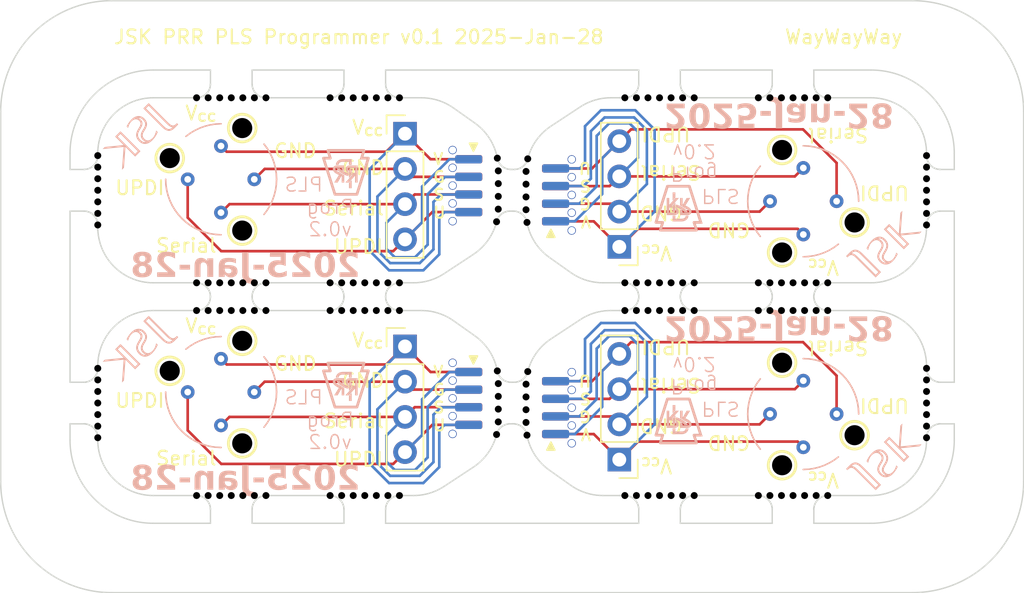
<source format=kicad_pcb>
(kicad_pcb (version 20240108) (generator "pcbnew") (generator_version "8.0")
  (layers (0 "F.Cu" signal) (31 "B.Cu" signal) (34 "B.Paste" user) (35 "F.Paste" user) (36 "B.SilkS" user "B.Silkscreen") (37 "F.SilkS" user "F.Silkscreen") (38 "B.Mask" user) (39 "F.Mask" user) (44 "Edge.Cuts" user))
  (net 0 "")
  (net 1 "Board_0-/Serial")
  (net 2 "Board_0-/UPDI")
  (net 3 "Board_0-GND")
  (net 4 "Board_0-VCC")
  (net 5 "Board_1-/Serial")
  (net 6 "Board_1-/UPDI")
  (net 7 "Board_1-GND")
  (net 8 "Board_1-VCC")
  (net 9 "Board_2-/Serial")
  (net 10 "Board_2-/UPDI")
  (net 11 "Board_2-GND")
  (net 12 "Board_2-VCC")
  (net 13 "Board_3-/Serial")
  (net 14 "Board_3-/UPDI")
  (net 15 "Board_3-GND")
  (net 16 "Board_3-VCC")
  (footprint "NPTH" (layer "F.Cu") (at 169.587064 27.000015)
    (property "Reference" "KiKit_MB_10_5" (hide yes))
    (property "Value" "NPTH" (hide yes))
  )
  (footprint "NPTH" (layer "F.Cu") (at 139.540637 40.340954)
    (property "Reference" "KiKit_MB_6_2" (hide yes))
    (property "Value" "NPTH" (hide yes))
  )
  (footprint "NPTH" (layer "F.Cu") (at 178.380075 33.670469)
    (property "Reference" "KiKit_MB_8_4" (hide yes))
    (property "Value" "NPTH" (hide yes))
  )
  (footprint "JSK:8-pin-clip" (layer "F.Cu") (at 151.625 34.00502 180)
    (property "Reference" "J1005" (hide yes))
    (property "Value" "~" (hide yes))
  )
  (footprint "NPTH" (layer "F.Cu") (at 118.619949 46.510443)
    (property "Reference" "KiKit_MB_13_7" (hide yes))
    (property "Value" "NPTH" (hide yes))
  )
  (footprint "JSK:6218-0-00-15-00-00-03-0" (layer "F.Cu") (at 129.035734 36.576454)
    (property "Reference" "U1003" (hide yes))
    (property "Value" "~" (hide yes))
  )
  (footprint "NPTH" (layer "F.Cu") (at 138.70697 55.681909)
    (property "Reference" "KiKit_MB_18_3" (hide yes))
    (property "Value" "NPTH" (hide yes))
  )
  (footprint "NPTH" (layer "F.Cu") (at 159.126696 27.000004)
    (property "Reference" "KiKit_MB_9_4" (hide yes))
    (property "Value" "NPTH" (hide yes))
  )
  (footprint "Connector_PinHeader_2.54mm:PinHeader_1x04_P2.54mm_Vertical" (layer "F.Cu") (at 140.775001 29.590936)
    (property "Reference" "J1006" (hide yes))
    (property "Value" "Conn_01x04" (hide yes))
  )
  (footprint "NPTH" (layer "F.Cu") (at 169.58711 55.681694)
    (property "Reference" "KiKit_MB_24_3" (hide yes))
    (property "Value" "NPTH" (hide yes))
  )
  (footprint "NPTH" (layer "F.Cu") (at 135.372304 55.681905)
    (property "Reference" "KiKit_MB_18_7" (hide yes))
    (property "Value" "NPTH" (hide yes))
  )
  (footprint "NPTH" (layer "F.Cu") (at 147.375891 51.28032)
    (property "Reference" "KiKit_MB_14_6" (hide yes))
    (property "Value" "NPTH" (hide yes))
  )
  (footprint "NPTH" (layer "F.Cu") (at 149.499999 48.572198)
    (property "Reference" "KiKit_MB_19_4" (hide yes))
    (property "Value" "NPTH" (hide yes))
  )
  (footprint "NPTH" (layer "F.Cu") (at 168.753444 55.681656)
    (property "Reference" "KiKit_MB_24_4" (hide yes))
    (property "Value" "NPTH" (hide yes))
  )
  (footprint "NPTH" (layer "F.Cu") (at 126.57927 40.34094)
    (property "Reference" "KiKit_MB_5_6" (hide yes))
    (property "Value" "NPTH" (hide yes))
  )
  (footprint "NPTH" (layer "F.Cu") (at 137.039637 55.681907)
    (property "Reference" "KiKit_MB_18_5" (hide yes))
    (property "Value" "NPTH" (hide yes))
  )
  (footprint "NPTH" (layer "F.Cu") (at 127.412891 27.000218)
    (property "Reference" "KiKit_MB_3_3" (hide yes))
    (property "Value" "NPTH" (hide yes))
  )
  (footprint "NPTH" (layer "F.Cu") (at 178.38009 47.344091)
    (property "Reference" "KiKit_MB_20_2" (hide yes))
    (property "Value" "NPTH" (hide yes))
  )
  (footprint "NPTH" (layer "F.Cu") (at 118.619941 47.34411)
    (property "Reference" "KiKit_MB_13_6" (hide yes))
    (property "Value" "NPTH" (hide yes))
  )
  (footprint "JSK:MILL-MAX_0985-0-15-20-71-14-11-0" (layer "F.Cu") (at 169.495 36.86002 180)
    (property "Reference" "J1002" (hide yes))
    (property "Value" "0985-0-15-20-71-14-11-0" (hide yes))
  )
  (footprint "NPTH" (layer "F.Cu") (at 130.747603 40.340944)
    (property "Reference" "KiKit_MB_5_1" (hide yes))
    (property "Value" "NPTH" (hide yes))
  )
  (footprint "NPTH" (layer "F.Cu") (at 171.254397 27.000017)
    (property "Reference" "KiKit_MB_10_7" (hide yes))
    (property "Value" "NPTH" (hide yes))
  )
  (footprint "NPTH" (layer "F.Cu") (at 167.086111 55.68158)
    (property "Reference" "KiKit_MB_24_6" (hide yes))
    (property "Value" "NPTH" (hide yes))
  )
  (footprint "NPTH" (layer "F.Cu") (at 147.375891 35.939364)
    (property "Reference" "KiKit_MB_2_6" (hide yes))
    (property "Value" "NPTH" (hide yes))
  )
  (footprint "JSK:MILL-MAX_0985-0-15-20-71-14-11-0" (layer "F.Cu") (at 167.095 34.46002 180)
    (property "Reference" "J1001" (hide yes))
    (property "Value" "0985-0-15-20-71-14-11-0" (hide yes))
  )
  (footprint "NPTH" (layer "F.Cu") (at 161.627743 55.681333)
    (property "Reference" "KiKit_MB_23_1" (hide yes))
    (property "Value" "NPTH" (hide yes))
  )
  (footprint "NPTH" (layer "F.Cu") (at 147.500002 48.53067)
    (property "Reference" "KiKit_MB_14_3" (hide yes))
    (property "Value" "NPTH" (hide yes))
  )
  (footprint "NPTH" (layer "F.Cu") (at 130.747603 55.6819)
    (property "Reference" "KiKit_MB_17_1" (hide yes))
    (property "Value" "NPTH" (hide yes))
  )
  (footprint "NPTH" (layer "F.Cu") (at 138.70697 40.340953)
    (property "Reference" "KiKit_MB_6_3" (hide yes))
    (property "Value" "NPTH" (hide yes))
  )
  (footprint "JSK:MILL-MAX_0985-0-15-20-71-14-11-0" (layer "F.Cu") (at 169.495 47.400976 180)
    (property "Reference" "J1003" (hide yes))
    (property "Value" "0985-0-15-20-71-14-11-0" (hide yes))
  )
  (footprint "JSK:MILL-MAX_0985-0-15-20-71-14-11-0" (layer "F.Cu") (at 171.895 49.800976 180)
    (property "Reference" "J1004" (hide yes))
    (property "Value" "0985-0-15-20-71-14-11-0" (hide yes))
  )
  (footprint "NPTH" (layer "F.Cu") (at 168.753397 42.34097)
    (property "Reference" "KiKit_MB_22_4" (hide yes))
    (property "Value" "NPTH" (hide yes))
  )
  (footprint "NPTH" (layer "F.Cu") (at 118.619918 34.504153)
    (property "Reference" "KiKit_MB_1_3" (hide yes))
    (property "Value" "NPTH" (hide yes))
  )
  (footprint "NPTH" (layer "F.Cu") (at 129.91389 27.000332)
    (property "Reference" "KiKit_MB_3_6" (hide yes))
    (property "Value" "NPTH" (hide yes))
  )
  (footprint "Connector_PinHeader_2.54mm:PinHeader_1x04_P2.54mm_Vertical" (layer "F.Cu") (at 156.225 53.090976 180)
    (property "Reference" "J1006" (hide yes))
    (property "Value" "Conn_01x04" (hide yes))
  )
  (footprint "JSK:8-pin-clip" (layer "F.Cu") (at 151.625 49.345976 180)
    (property "Reference" "J1005" (hide yes))
    (property "Value" "~" (hide yes))
  )
  (footprint "NPTH" (layer "F.Cu") (at 149.501958 32.311269)
    (property "Reference" "KiKit_MB_7_5" (hide yes))
    (property "Value" "NPTH" (hide yes))
  )
  (footprint "NPTH" (layer "F.Cu") (at 161.627696 27.000007)
    (property "Reference" "KiKit_MB_9_7" (hide yes))
    (property "Value" "NPTH" (hide yes))
  )
  (footprint "NPTH" (layer "F.Cu") (at 178.380083 32.836803)
    (property "Reference" "KiKit_MB_8_3" (hide yes))
    (property "Value" "NPTH" (hide yes))
  )
  (footprint "JSK:6218-0-00-15-00-00-03-0" (layer "F.Cu") (at 167.964267 38.155539 180)
    (property "Reference" "U1001" (hide yes))
    (property "Value" "~" (hide yes))
  )
  (footprint "NPTH" (layer "F.Cu") (at 149.624109 31.401592)
    (property "Reference" "KiKit_MB_7_6" (hide yes))
    (property "Value" "NPTH" (hide yes))
  )
  (footprint "NPTH" (layer "F.Cu") (at 118.619941 32.003155)
    (property "Reference" "KiKit_MB_1_6" (hide yes))
    (property "Value" "NPTH" (hide yes))
  )
  (footprint "NPTH" (layer "F.Cu") (at 147.500001 49.450669)
    (property "Reference" "KiKit_MB_14_4" (hide yes))
    (property "Value" "NPTH" (hide yes))
  )
  (footprint "NPTH" (layer "F.Cu") (at 157.45941 55.681143)
    (property "Reference" "KiKit_MB_23_6" (hide yes))
    (property "Value" "NPTH" (hide yes))
  )
  (footprint "NPTH" (layer "F.Cu") (at 137.039591 42.34161)
    (property "Reference" "KiKit_MB_16_3" (hide yes))
    (property "Value" "NPTH" (hide yes))
  )
  (footprint "NPTH" (layer "F.Cu") (at 140.374303 40.340954)
    (property "Reference" "KiKit_MB_6_1" (hide yes))
    (property "Value" "NPTH" (hide yes))
  )
  (footprint "NPTH" (layer "F.Cu") (at 170.420731 42.340971)
    (property "Reference" "KiKit_MB_22_6" (hide yes))
    (property "Value" "NPTH" (hide yes))
  )
  (footprint "NPTH" (layer "F.Cu") (at 161.627743 40.340377)
    (property "Reference" "KiKit_MB_11_1" (hide yes))
    (property "Value" "NPTH" (hide yes))
  )
  (footprint "NPTH" (layer "F.Cu") (at 118.619949 31.169488)
    (property "Reference" "KiKit_MB_1_7" (hide yes))
    (property "Value" "NPTH" (hide yes))
  )
  (footprint "JSK:6218-0-00-15-00-00-03-0" (layer "F.Cu") (at 123.809482 46.691158)
    (property "Reference" "U1002" (hide yes))
    (property "Value" "~" (hide yes))
  )
  (footprint "NPTH" (layer "F.Cu") (at 128.246604 55.681897)
    (property "Reference" "KiKit_MB_17_4" (hide yes))
    (property "Value" "NPTH" (hide yes))
  )
  (footprint "NPTH" (layer "F.Cu") (at 135.372257 27.000579)
    (property "Reference" "KiKit_MB_4_1" (hide yes))
    (property "Value" "NPTH" (hide yes))
  )
  (footprint "NPTH" (layer "F.Cu") (at 167.086111 40.340624)
    (property "Reference" "KiKit_MB_12_6" (hide yes))
    (property "Value" "NPTH" (hide yes))
  )
  (footprint "NPTH" (layer "F.Cu") (at 147.500003 47.610671)
    (property "Reference" "KiKit_MB_14_2" (hide yes))
    (property "Value" "NPTH" (hide yes))
  )
  (footprint "NPTH" (layer "F.Cu") (at 139.54059 42.341724)
    (property "Reference" "KiKit_MB_16_6" (hide yes))
    (property "Value" "NPTH" (hide yes))
  )
  (footprint "NPTH" (layer "F.Cu") (at 178.38006 50.678757)
    (property "Reference" "KiKit_MB_20_6" (hide yes))
    (property "Value" "NPTH" (hide yes))
  )
  (footprint "NPTH" (layer "F.Cu") (at 170.420777 40.340776)
    (property "Reference" "KiKit_MB_12_2" (hide yes))
    (property "Value" "NPTH" (hide yes))
  )
  (footprint "NPTH" (layer "F.Cu") (at 125.745604 40.340939)
    (property "Reference" "KiKit_MB_5_7" (hide yes))
    (property "Value" "NPTH" (hide yes))
  )
  (footprint "NPTH" (layer "F.Cu") (at 147.500001 34.109713)
    (property "Reference" "KiKit_MB_2_4" (hide yes))
    (property "Value" "NPTH" (hide yes))
  )
  (footprint "NPTH" (layer "F.Cu") (at 147.500002 33.189715)
    (property "Reference" "KiKit_MB_2_3" (hide yes))
    (property "Value" "NPTH" (hide yes))
  )
  (footprint "NPTH" (layer "F.Cu") (at 178.380067 49.845091)
    (property "Reference" "KiKit_MB_20_5" (hide yes))
    (property "Value" "NPTH" (hide yes))
  )
  (footprint "NPTH" (layer "F.Cu") (at 149.499998 49.492197)
    (property "Reference" "KiKit_MB_19_3" (hide yes))
    (property "Value" "NPTH" (hide yes))
  )
  (footprint "JSK:6218-0-00-15-00-00-03-0" (layer "F.Cu") (at 173.190519 51.33171 180)
    (property "Reference" "U1002" (hide yes))
    (property "Value" "~" (hide yes))
  )
  (footprint "NPTH" (layer "F.Cu") (at 138.706924 27.000731)
    (property "Reference" "KiKit_MB_4_5" (hide yes))
    (property "Value" "NPTH" (hide yes))
  )
  (footprint "NPTH" (layer "F.Cu") (at 149.499997 50.412196)
    (property "Reference" "KiKit_MB_19_2" (hide yes))
    (property "Value" "NPTH" (hide yes))
  )
  (footprint "JSK:MILL-MAX_0985-0-15-20-71-14-11-0" (layer "F.Cu") (at 127.505001 45.821892)
    (property "Reference" "J1002" (hide yes))
    (property "Value" "0985-0-15-20-71-14-11-0" (hide yes))
  )
  (footprint "JSK:6218-0-00-15-00-00-03-0" (layer "F.Cu") (at 167.964267 46.105458 180)
    (property "Reference" "U1003" (hide yes))
    (property "Value" "~" (hide yes))
  )
  (footprint "NPTH" (layer "F.Cu") (at 168.753397 27.000015)
    (property "Reference" "KiKit_MB_10_4" (hide yes))
    (property "Value" "NPTH" (hide yes))
  )
  (footprint "NPTH" (layer "F.Cu") (at 158.29303 27.000003)
    (property "Reference" "KiKit_MB_9_3" (hide yes))
    (property "Value" "NPTH" (hide yes))
  )
  (footprint "NPTH" (layer "F.Cu") (at 125.745604 55.681895)
    (property "Reference" "KiKit_MB_17_7" (hide yes))
    (property "Value" "NPTH" (hide yes))
  )
  (footprint "NPTH" (layer "F.Cu") (at 125.745557 27.000142)
    (property "Reference" "KiKit_MB_3_1" (hide yes))
    (property "Value" "NPTH" (hide yes))
  )
  (footprint "NPTH" (layer "F.Cu") (at 135.372257 42.341534)
    (property "Reference" "KiKit_MB_16_1" (hide yes))
    (property "Value" "NPTH" (hide yes))
  )
  (footprint "JSK:MILL-MAX_0985-0-15-20-71-14-11-0" (layer "F.Cu") (at 127.505001 30.480936)
    (property "Reference" "J1002" (hide yes))
    (property "Value" "0985-0-15-20-71-14-11-0" (hide yes))
  )
  (footprint "NPTH" (layer "F.Cu") (at 166.252444 40.340587)
    (property "Reference" "KiKit_MB_12_7" (hide yes))
    (property "Value" "NPTH" (hide yes))
  )
  (footprint "JSK:MILL-MAX_0985-0-15-20-71-14-11-0" (layer "F.Cu") (at 127.505001 50.621892)
    (property "Reference" "J1003" (hide yes))
    (property "Value" "0985-0-15-20-71-14-11-0" (hide yes))
  )
  (footprint "JSK:6218-0-00-15-00-00-03-0" (layer "F.Cu") (at 123.809482 31.350202)
    (property "Reference" "U1002" (hide yes))
    (property "Value" "~" (hide yes))
  )
  (footprint "NPTH" (layer "F.Cu") (at 140.374303 55.68191)
    (property "Reference" "KiKit_MB_18_1" (hide yes))
    (property "Value" "NPTH" (hide yes))
  )
  (footprint "NPTH" (layer "F.Cu") (at 159.960363 42.34096)
    (property "Reference" "KiKit_MB_21_5" (hide yes))
    (property "Value" "NPTH" (hide yes))
  )
  (footprint "NPTH" (layer "F.Cu") (at 157.459363 27.000002)
    (property "Reference" "KiKit_MB_9_2" (hide yes))
    (property "Value" "NPTH" (hide yes))
  )
  (footprint "NPTH" (layer "F.Cu") (at 136.20597 55.681906)
    (property "Reference" "KiKit_MB_18_6" (hide yes))
    (property "Value" "NPTH" (hide yes))
  )
  (footprint "NPTH" (layer "F.Cu") (at 178.380052 36.171468)
    (property "Reference" "KiKit_MB_8_7" (hide yes))
    (property "Value" "NPTH" (hide yes))
  )
  (footprint "NPTH" (layer "F.Cu") (at 149.624109 46.742547)
    (property "Reference" "KiKit_MB_19_6" (hide yes))
    (property "Value" "NPTH" (hide yes))
  )
  (footprint "NPTH" (layer "F.Cu") (at 140.374257 27.000806)
    (property "Reference" "KiKit_MB_4_7" (hide yes))
    (property "Value" "NPTH" (hide yes))
  )
  (footprint "Connector_PinHeader_2.54mm:PinHeader_1x04_P2.54mm_Vertical" (layer "F.Cu") (at 156.225 37.75002 180)
    (property "Reference" "J1006" (hide yes))
    (property "Value" "Conn_01x04" (hide yes))
  )
  (footprint "NPTH" (layer "F.Cu") (at 170.420777 55.681732)
    (property "Reference" "KiKit_MB_24_2" (hide yes))
    (property "Value" "NPTH" (hide yes))
  )
  (footprint "NPTH" (layer "F.Cu") (at 167.919777 55.681618)
    (property "Reference" "KiKit_MB_24_5" (hide yes))
    (property "Value" "NPTH" (hide yes))
  )
  (footprint "JSK:6218-0-00-15-00-00-03-0" (layer "F.Cu") (at 173.190519 35.990754 180)
    (property "Reference" "U1002" (hide yes))
    (property "Value" "~" (hide yes))
  )
  (footprint "JSK:MILL-MAX_0985-0-15-20-71-14-11-0" (layer "F.Cu") (at 125.105001 32.880936)
    (property "Reference" "J1004" (hide yes))
    (property "Value" "0985-0-15-20-71-14-11-0" (hide yes))
  )
  (footprint "NPTH" (layer "F.Cu") (at 137.873304 55.681908)
    (property "Reference" "KiKit_MB_18_4" (hide yes))
    (property "Value" "NPTH" (hide yes))
  )
  (footprint "NPTH" (layer "F.Cu") (at 160.79403 27.000006)
    (property "Reference" "KiKit_MB_9_6" (hide yes))
    (property "Value" "NPTH" (hide yes))
  )
  (footprint "NPTH" (layer "F.Cu") (at 137.873257 42.341648)
    (property "Reference" "KiKit_MB_16_4" (hide yes))
    (property "Value" "NPTH" (hide yes))
  )
  (footprint "NPTH" (layer "F.Cu") (at 170.420731 27.000016)
    (property "Reference" "KiKit_MB_10_6" (hide yes))
    (property "Value" "NPTH" (hide yes))
  )
  (footprint "NPTH" (layer "F.Cu") (at 136.205924 27.000617)
    (property "Reference" "KiKit_MB_4_2" (hide yes))
    (property "Value" "NPTH" (hide yes))
  )
  (footprint "NPTH" (layer "F.Cu") (at 129.08027 40.340942)
    (property "Reference" "KiKit_MB_5_3" (hide yes))
    (property "Value" "NPTH" (hide yes))
  )
  (footprint "NPTH" (layer "F.Cu") (at 139.54059 27.000769)
    (property "Reference" "KiKit_MB_4_6" (hide yes))
    (property "Value" "NPTH" (hide yes))
  )
  (footprint "NPTH" (layer "F.Cu") (at 136.205924 42.341572)
    (property "Reference" "KiKit_MB_16_2" (hide yes))
    (property "Value" "NPTH" (hide yes))
  )
  (footprint "NPTH" (layer "F.Cu") (at 129.913937 55.681899)
    (property "Reference" "KiKit_MB_17_2" (hide yes))
    (property "Value" "NPTH" (hide yes))
  )
  (footprint "NPTH" (layer "F.Cu") (at 160.794076 55.681295)
    (property "Reference" "KiKit_MB_23_2" (hide yes))
    (property "Value" "NPTH" (hide yes))
  )
  (footprint "NPTH" (layer "F.Cu") (at 178.380067 34.504135)
    (property "Reference" "KiKit_MB_8_5" (hide yes))
    (property "Value" "NPTH" (hide yes))
  )
  (footprint "NPTH" (layer "F.Cu") (at 169.587064 42.34097)
    (property "Reference" "KiKit_MB_22_5" (hide yes))
    (property "Value" "NPTH" (hide yes))
  )
  (footprint "NPTH" (layer "F.Cu") (at 171.254444 55.68177)
    (property "Reference" "KiKit_MB_24_1" (hide yes))
    (property "Value" "NPTH" (hide yes))
  )
  (footprint "NPTH" (layer "F.Cu") (at 147.430201 46.695073)
    (property "Reference" "KiKit_MB_14_1" (hide yes))
    (property "Value" "NPTH" (hide yes))
  )
  (footprint "NPTH" (layer "F.Cu") (at 127.412891 42.341173)
    (property "Reference" "KiKit_MB_15_3" (hide yes))
    (property "Value" "NPTH" (hide yes))
  )
  (footprint "NPTH" (layer "F.Cu") (at 130.747557 27.000369)
    (property "Reference" "KiKit_MB_3_7" (hide yes))
    (property "Value" "NPTH" (hide yes))
  )
  (footprint "NPTH" (layer "F.Cu") (at 118.619903 51.512442)
    (property "Reference" "KiKit_MB_13_1" (hide yes))
    (property "Value" "NPTH" (hide yes))
  )
  (footprint "NPTH" (layer "F.Cu") (at 156.625743 40.34015)
    (property "Reference" "KiKit_MB_11_7" (hide yes))
    (property "Value" "NPTH" (hide yes))
  )
  (footprint "NPTH" (layer "F.Cu") (at 128.246557 27.000256)
    (property "Reference" "KiKit_MB_3_4" (hide yes))
    (property "Value" "NPTH" (hide yes))
  )
  (footprint "NPTH" (layer "F.Cu") (at 158.293076 40.340225)
    (property "Reference" "KiKit_MB_11_5" (hide yes))
    (property "Value" "NPTH" (hide yes))
  )
  (footprint "JSK:8-pin-clip" (layer "F.Cu") (at 145.375001 33.335936)
    (property "Reference" "J1005" (hide yes))
    (property "Value" "~" (hide yes))
  )
  (footprint "JSK:MILL-MAX_0985-0-15-20-71-14-11-0" (layer "F.Cu") (at 127.505001 35.280936)
    (property "Reference" "J1003" (hide yes))
    (property "Value" "0985-0-15-20-71-14-11-0" (hide yes))
  )
  (footprint "NPTH" (layer "F.Cu") (at 128.246604 40.340941)
    (property "Reference" "KiKit_MB_5_4" (hide yes))
    (property "Value" "NPTH" (hide yes))
  )
  (footprint "NPTH" (layer "F.Cu") (at 156.625697 27.000002)
    (property "Reference" "KiKit_MB_9_1" (hide yes))
    (property "Value" "NPTH" (hide yes))
  )
  (footprint "NPTH" (layer "F.Cu") (at 147.500003 32.269716)
    (property "Reference" "KiKit_MB_2_2" (hide yes))
    (property "Value" "NPTH" (hide yes))
  )
  (footprint "NPTH" (layer "F.Cu") (at 118.619903 36.171486)
    (property "Reference" "KiKit_MB_1_1" (hide yes))
    (property "Value" "NPTH" (hide yes))
  )
  (footprint "NPTH" (layer "F.Cu") (at 157.45941 40.340187)
    (property "Reference" "KiKit_MB_11_6" (hide yes))
    (property "Value" "NPTH" (hide yes))
  )
  (footprint "NPTH" (layer "F.Cu") (at 159.960409 55.681257)
    (property "Reference" "KiKit_MB_23_3" (hide yes))
    (property "Value" "NPTH" (hide yes))
  )
  (footprint "NPTH" (layer "F.Cu") (at 139.540637 55.68191)
    (property "Reference" "KiKit_MB_18_2" (hide yes))
    (property "Value" "NPTH" (hide yes))
  )
  (footprint "NPTH" (layer "F.Cu") (at 171.254444 40.340814)
    (property "Reference" "KiKit_MB_12_1" (hide yes))
    (property "Value" "NPTH" (hide yes))
  )
  (footprint "NPTH" (layer "F.Cu") (at 169.58711 40.340738)
    (property "Reference" "KiKit_MB_12_3" (hide yes))
    (property "Value" "NPTH" (hide yes))
  )
  (footprint "NPTH" (layer "F.Cu") (at 118.619926 49.011443)
    (property "Reference" "KiKit_MB_13_4" (hide yes))
    (property "Value" "NPTH" (hide yes))
  )
  (footprint "JSK:6218-0-00-15-00-00-03-0" (layer "F.Cu") (at 129.035734 44.526373)
    (property "Reference" "U1001" (hide yes))
    (property "Value" "~" (hide yes))
  )
  (footprint "NPTH" (layer "F.Cu") (at 157.459363 42.340957)
    (property "Reference" "KiKit_MB_21_2" (hide yes))
    (property "Value" "NPTH" (hide yes))
  )
  (footprint "NPTH" (layer "F.Cu") (at 129.91389 42.341287)
    (property "Reference" "KiKit_MB_15_6" (hide yes))
    (property "Value" "NPTH" (hide yes))
  )
  (footprint "NPTH" (layer "F.Cu") (at 178.38009 32.003136)
    (property "Reference" "KiKit_MB_8_2" (hide yes))
    (property "Value" "NPTH" (hide yes))
  )
  (footprint "NPTH" (layer "F.Cu") (at 161.627696 42.340962)
    (property "Reference" "KiKit_MB_21_7" (hide yes))
    (property "Value" "NPTH" (hide yes))
  )
  (footprint "NPTH" (layer "F.Cu") (at 178.380052 51.512424)
    (property "Reference" "KiKit_MB_20_7" (hide yes))
    (property "Value" "NPTH" (hide yes))
  )
  (footprint "NPTH" (layer "F.Cu") (at 135.372304 40.340949)
    (property "Reference" "KiKit_MB_6_7" (hide yes))
    (property "Value" "NPTH" (hide yes))
  )
  (footprint "NPTH" (layer "F.Cu") (at 127.412937 40.340941)
    (property "Reference" "KiKit_MB_5_5" (hide yes))
    (property "Value" "NPTH" (hide yes))
  )
  (footprint "NPTH" (layer "F.Cu") (at 167.919777 40.340662)
    (property "Reference" "KiKit_MB_12_5" (hide yes))
    (property "Value" "NPTH" (hide yes))
  )
  (footprint "NPTH" (layer "F.Cu") (at 166.252398 42.340967)
    (property "Reference" "KiKit_MB_22_1" (hide yes))
    (property "Value" "NPTH" (hide yes))
  )
  (footprint "NPTH" (layer "F.Cu") (at 149.499997 35.07124)
    (property "Reference" "KiKit_MB_7_2" (hide yes))
    (property "Value" "NPTH" (hide yes))
  )
  (footprint "NPTH" (layer "F.Cu") (at 166.252444 55.681543)
    (property "Reference" "KiKit_MB_24_7" (hide yes))
    (property "Value" "NPTH" (hide yes))
  )
  (footprint "NPTH" (layer "F.Cu") (at 129.913937 40.340943)
    (property "Reference" "KiKit_MB_5_2" (hide yes))
    (property "Value" "NPTH" (hide yes))
  )
  (footprint "JSK:MILL-MAX_0985-0-15-20-71-14-11-0" (layer "F.Cu") (at 171.895 34.46002 180)
    (property "Reference" "J1004" (hide yes))
    (property "Value" "0985-0-15-20-71-14-11-0" (hide yes))
  )
  (footprint "NPTH" (layer "F.Cu") (at 178.380083 48.177758)
    (property "Reference" "KiKit_MB_20_3" (hide yes))
    (property "Value" "NPTH" (hide yes))
  )
  (footprint "NPTH" (layer "F.Cu") (at 168.753444 40.3407)
    (property "Reference" "KiKit_MB_12_4" (hide yes))
    (property "Value" "NPTH" (hide yes))
  )
  (footprint "NPTH" (layer "F.Cu") (at 167.919731 27.000014)
    (property "Reference" "KiKit_MB_10_3" (hide yes))
    (property "Value" "NPTH" (hide yes))
  )
  (footprint "NPTH" (layer "F.Cu") (at 158.29303 42.340958)
    (property "Reference" "KiKit_MB_21_3" (hide yes))
    (property "Value" "NPTH" (hide yes))
  )
  (footprint "NPTH" (layer "F.Cu") (at 159.126696 42.340959)
    (property "Reference" "KiKit_MB_21_4" (hide yes))
    (property "Value" "NPTH" (hide yes))
  )
  (footprint "NPTH" (layer "F.Cu") (at 149.569799 51.327794)
    (property "Reference" "KiKit_MB_19_1" (hide yes))
    (property "Value" "NPTH" (hide yes))
  )
  (footprint "NPTH" (layer "F.Cu") (at 130.747557 42.341324)
    (property "Reference" "KiKit_MB_15_7" (hide yes))
    (property "Value" "NPTH" (hide yes))
  )
  (footprint "NPTH" (layer "F.Cu") (at 118.619926 33.670487)
    (property "Reference" "KiKit_MB_1_4" (hide yes))
    (property "Value" "NPTH" (hide yes))
  )
  (footprint "NPTH" (layer "F.Cu") (at 118.619934 32.836821)
    (property "Reference" "KiKit_MB_1_5" (hide yes))
    (property "Value" "NPTH" (hide yes))
  )
  (footprint "NPTH" (layer "F.Cu") (at 160.79403 42.340961)
    (property "Reference" "KiKit_MB_21_6" (hide yes))
    (property "Value" "NPTH" (hide yes))
  )
  (footprint "NPTH" (layer "F.Cu") (at 147.430201 31.354118)
    (property "Reference" "KiKit_MB_2_1" (hide yes))
    (property "Value" "NPTH" (hide yes))
  )
  (footprint "NPTH" (layer "F.Cu") (at 156.625743 55.681106)
    (property "Reference" "KiKit_MB_23_7" (hide yes))
    (property "Value" "NPTH" (hide yes))
  )
  (footprint "NPTH" (layer "F.Cu") (at 138.706924 42.341686)
    (property "Reference" "KiKit_MB_16_5" (hide yes))
    (property "Value" "NPTH" (hide yes))
  )
  (footprint "NPTH" (layer "F.Cu") (at 159.960363 27.000005)
    (property "Reference" "KiKit_MB_9_5" (hide yes))
    (property "Value" "NPTH" (hide yes))
  )
  (footprint "NPTH" (layer "F.Cu") (at 125.745557 42.341097)
    (property "Reference" "KiKit_MB_15_1" (hide yes))
    (property "Value" "NPTH" (hide yes))
  )
  (footprint "NPTH" (layer "F.Cu") (at 167.919731 42.340969)
    (property "Reference" "KiKit_MB_22_3" (hide yes))
    (property "Value" "NPTH" (hide yes))
  )
  (footprint "NPTH" (layer "F.Cu") (at 126.579224 42.341135)
    (property "Reference" "KiKit_MB_15_2" (hide yes))
    (property "Value" "NPTH" (hide yes))
  )
  (footprint "NPTH" (layer "F.Cu") (at 140.374257 42.341761)
    (property "Reference" "KiKit_MB_16_7" (hide yes))
    (property "Value" "NPTH" (hide yes))
  )
  (footprint "NPTH" (layer "F.Cu") (at 118.619934 48.177776)
    (property "Reference" "KiKit_MB_13_5" (hide yes))
    (property "Value" "NPTH" (hide yes))
  )
  (footprint "NPTH" (layer "F.Cu") (at 159.126743 55.681219)
    (property "Reference" "KiKit_MB_23_4" (hide yes))
    (property "Value" "NPTH" (hide yes))
  )
  (footprint "NPTH" (layer "F.Cu") (at 118.619918 49.845109)
    (property "Reference" "KiKit_MB_13_3" (hide yes))
    (property "Value" "NPTH" (hide yes))
  )
  (footprint "NPTH" (layer "F.Cu") (at 159.960409 40.340301)
    (property "Reference" "KiKit_MB_11_3" (hide yes))
    (property "Value" "NPTH" (hide yes))
  )
  (footprint "Connector_PinHeader_2.54mm:PinHeader_1x04_P2.54mm_Vertical" (layer "F.Cu") (at 140.775001 44.931892)
    (property "Reference" "J1006" (hide yes))
    (property "Value" "Conn_01x04" (hide yes))
  )
  (footprint "JSK:MILL-MAX_0985-0-15-20-71-14-11-0" (layer "F.Cu") (at 129.905001 32.880936)
    (property "Reference" "J1001" (hide yes))
    (property "Value" "0985-0-15-20-71-14-11-0" (hide yes))
  )
  (footprint "NPTH" (layer "F.Cu") (at 167.086064 27.000013)
    (property "Reference" "KiKit_MB_10_2" (hide yes))
    (property "Value" "NPTH" (hide yes))
  )
  (footprint "JSK:6218-0-00-15-00-00-03-0" (layer "F.Cu") (at 167.964267 53.496495 180)
    (property "Reference" "U1001" (hide yes))
    (property "Value" "~" (hide yes))
  )
  (footprint "JSK:MILL-MAX_0985-0-15-20-71-14-11-0" (layer "F.Cu") (at 167.095 49.800976 180)
    (property "Reference" "J1001" (hide yes))
    (property "Value" "0985-0-15-20-71-14-11-0" (hide yes))
  )
  (footprint "NPTH" (layer "F.Cu") (at 118.619911 50.678776)
    (property "Reference" "KiKit_MB_13_2" (hide yes))
    (property "Value" "NPTH" (hide yes))
  )
  (footprint "NPTH" (layer "F.Cu") (at 149.569799 35.986838)
    (property "Reference" "KiKit_MB_7_1" (hide yes))
    (property "Value" "NPTH" (hide yes))
  )
  (footprint "NPTH" (layer "F.Cu") (at 178.380075 49.011424)
    (property "Reference" "KiKit_MB_20_4" (hide yes))
    (property "Value" "NPTH" (hide yes))
  )
  (footprint "NPTH" (layer "F.Cu") (at 159.126743 40.340263)
    (property "Reference" "KiKit_MB_11_4" (hide yes))
    (property "Value" "NPTH" (hide yes))
  )
  (footprint "JSK:8-pin-clip" (layer "F.Cu") (at 145.375001 48.676892)
    (property "Reference" "J1005" (hide yes))
    (property "Value" "~" (hide yes))
  )
  (footprint "JSK:MILL-MAX_0985-0-15-20-71-14-11-0" (layer "F.Cu") (at 129.905001 48.221892)
    (property "Reference" "J1001" (hide yes))
    (property "Value" "0985-0-15-20-71-14-11-0" (hide yes))
  )
  (footprint "NPTH" (layer "F.Cu") (at 158.293076 55.681181)
    (property "Reference" "KiKit_MB_23_5" (hide yes))
    (property "Value" "NPTH" (hide yes))
  )
  (footprint "NPTH" (layer "F.Cu") (at 118.619911 35.33782)
    (property "Reference" "KiKit_MB_1_2" (hide yes))
    (property "Value" "NPTH" (hide yes))
  )
  (footprint "NPTH" (layer "F.Cu") (at 129.080224 42.341249)
    (property "Reference" "KiKit_MB_15_5" (hide yes))
    (property "Value" "NPTH" (hide yes))
  )
  (footprint "NPTH" (layer "F.Cu") (at 126.579224 27.00018)
    (property "Reference" "KiKit_MB_3_2" (hide yes))
    (property "Value" "NPTH" (hide yes))
  )
  (footprint "NPTH" (layer "F.Cu") (at 178.380098 46.510425)
    (property "Reference" "KiKit_MB_20_1" (hide yes))
    (property "Value" "NPTH" (hide yes))
  )
  (footprint "NPTH" (layer "F.Cu") (at 129.080224 27.000294)
    (property "Reference" "KiKit_MB_3_5" (hide yes))
    (property "Value" "NPTH" (hide yes))
  )
  (footprint "NPTH" (layer "F.Cu") (at 171.254397 42.340972)
    (property "Reference" "KiKit_MB_22_7" (hide yes))
    (property "Value" "NPTH" (hide yes))
  )
  (footprint "JSK:6218-0-00-15-00-00-03-0" (layer "F.Cu") (at 129.035734 29.185417)
    (property "Reference" "U1001" (hide yes))
    (property "Value" "~" (hide yes))
  )
  (footprint "NPTH" (layer "F.Cu") (at 149.499998 34.151241)
    (property "Reference" "KiKit_MB_7_3" (hide yes))
    (property "Value" "NPTH" (hide yes))
  )
  (footprint "NPTH" (layer "F.Cu") (at 178.380098 31.16947)
    (property "Reference" "KiKit_MB_8_1" (hide yes))
    (property "Value" "NPTH" (hide yes))
  )
  (footprint "JSK:MILL-MAX_0985-0-15-20-71-14-11-0" (layer "F.Cu") (at 169.495 32.06002 180)
    (property "Reference" "J1003" (hide yes))
    (property "Value" "0985-0-15-20-71-14-11-0" (hide yes))
  )
  (footprint "NPTH" (layer "F.Cu") (at 128.246557 42.341211)
    (property "Reference" "KiKit_MB_15_4" (hide yes))
    (property "Value" "NPTH" (hide yes))
  )
  (footprint "NPTH" (layer "F.Cu") (at 137.039637 40.340951)
    (property "Reference" "KiKit_MB_6_5" (hide yes))
    (property "Value" "NPTH" (hide yes))
  )
  (footprint "NPTH" (layer "F.Cu") (at 149.499999 33.231243)
    (property "Reference" "KiKit_MB_7_4" (hide yes))
    (property "Value" "NPTH" (hide yes))
  )
  (footprint "NPTH" (layer "F.Cu") (at 160.794076 40.340339)
    (property "Reference" "KiKit_MB_11_2" (hide yes))
    (property "Value" "NPTH" (hide yes))
  )
  (footprint "NPTH" (layer "F.Cu") (at 127.412937 55.681897)
    (property "Reference" "KiKit_MB_17_5" (hide yes))
    (property "Value" "NPTH" (hide yes))
  )
  (footprint "NPTH" (layer "F.Cu") (at 136.20597 40.34095)
    (property "Reference" "KiKit_MB_6_6" (hide yes))
    (property "Value" "NPTH" (hide yes))
  )
  (footprint "NPTH" (layer "F.Cu") (at 149.501958 47.652224)
    (property "Reference" "KiKit_MB_19_5" (hide yes))
    (property "Value" "NPTH" (hide yes))
  )
  (footprint "NPTH" (layer "F.Cu") (at 137.873257 27.000693)
    (property "Reference" "KiKit_MB_4_4" (hide yes))
    (property "Value" "NPTH" (hide yes))
  )
  (footprint "NPTH" (layer "F.Cu") (at 129.08027 55.681898)
    (property "Reference" "KiKit_MB_17_3" (hide yes))
    (property "Value" "NPTH" (hide yes))
  )
  (footprint "JSK:6218-0-00-15-00-00-03-0" (layer "F.Cu") (at 167.964267 30.764502 180)
    (property "Reference" "U1003" (hide yes))
    (property "Value" "~" (hide yes))
  )
  (footprint "NPTH" (layer "F.Cu") (at 147.498042 50.370643)
    (property "Reference" "KiKit_MB_14_5" (hide yes))
    (property "Value" "NPTH" (hide yes))
  )
  (footprint "NPTH" (layer "F.Cu") (at 137.873304 40.340952)
    (property "Reference" "KiKit_MB_6_4" (hide yes))
    (property "Value" "NPTH" (hide yes))
  )
  (footprint "JSK:6218-0-00-15-00-00-03-0" (layer "F.Cu") (at 129.035734 51.91741)
    (property "Reference" "U1003" (hide yes))
    (property "Value" "~" (hide yes))
  )
  (footprint "NPTH" (layer "F.Cu") (at 147.498042 35.029687)
    (property "Reference" "KiKit_MB_2_5" (hide yes))
    (property "Value" "NPTH" (hide yes))
  )
  (footprint "JSK:MILL-MAX_0985-0-15-20-71-14-11-0" (layer "F.Cu") (at 125.105001 48.221892)
    (property "Reference" "J1004" (hide yes))
    (property "Value" "0985-0-15-20-71-14-11-0" (hide yes))
  )
  (footprint "NPTH" (layer "F.Cu") (at 137.039591 27.000655)
    (property "Reference" "KiKit_MB_4_3" (hide yes))
    (property "Value" "NPTH" (hide yes))
  )
  (footprint "NPTH" (layer "F.Cu") (at 166.252398 27.000012)
    (property "Reference" "KiKit_MB_10_1" (hide yes))
    (property "Value" "NPTH" (hide yes))
  )
  (footprint "NPTH" (layer "F.Cu") (at 167.086064 42.340968)
    (property "Reference" "KiKit_MB_22_2" (hide yes))
    (property "Value" "NPTH" (hide yes))
  )
  (footprint "NPTH" (layer "F.Cu") (at 178.38006 35.337801)
    (property "Reference" "KiKit_MB_8_6" (hide yes))
    (property "Value" "NPTH" (hide yes))
  )
  (footprint "JSK:MILL-MAX_0985-0-15-20-71-14-11-0" (layer "F.Cu") (at 169.495 52.200976 180)
    (property "Reference" "J1002" (hide yes))
    (property "Value" "0985-0-15-20-71-14-11-0" (hide yes))
  )
  (footprint "NPTH" (layer "F.Cu") (at 156.625697 42.340957)
    (property "Reference" "KiKit_MB_21_1" (hide yes))
    (property "Value" "NPTH" (hide yes))
  )
  (footprint "NPTH" (layer "F.Cu") (at 126.57927 55.681896)
    (property "Reference" "KiKit_MB_17_6" (hide yes))
    (property "Value" "NPTH" (hide yes))
  )
  (gr_line (start 130.830879 45.999611) (end 130.597043 45.684319) (stroke (width 0.1)) (layer "B.SilkS"))
  (gr_line (start 171.717281 46.475098) (end 171.380587 46.273291) (stroke (width 0.1)) (layer "B.SilkS"))
  (gr_line (start 124.967428 51.313934) (end 125.28272 51.54777) (stroke (width 0.1)) (layer "B.SilkS"))
  (gr_line (start 131.428142 49.002253) (end 131.48574 48.613961) (stroke (width 0.1)) (layer "B.SilkS"))
  (gr_line (start 131.503313 47.821865) (end 131.445715 47.433573) (stroke (width 0.1)) (layer "B.SilkS"))
  (gr_line (start 171.363014 53.336619) (end 171.699708 53.134812) (stroke (width 0.1)) (layer "B.SilkS"))
  (gr_line (start 173.005112 47.923347) (end 172.803305 47.586653) (stroke (width 0.1)) (layer "B.SilkS"))
  (gr_line (start 131.48574 48.613961) (end 131.505001 48.221892) (stroke (width 0.1)) (layer "B.SilkS"))
  (gr_line (start 125.300293 36.198856) (end 125.636987 36.400663) (stroke (width 0.1)) (layer "B.SilkS"))
  (gr_poly (pts (xy 135.386643 31.354393) (xy 134.89528 31.354393) (xy 135.722521 33.960936) (xy 137.305001 33.960936) (xy 138.132242 31.354393) (xy 137.640878 31.354393) (xy 137.818985 30.793198) (xy 135.208536 30.793198)) (stroke (width 0.2)) (fill none) (layer "B.SilkS"))
  (gr_line (start 131.332762 49.383031) (end 131.428142 49.002253) (stroke (width 0.1)) (layer "B.SilkS"))
  (gr_line (start 125.99184 51.909452) (end 126.361435 52.041695) (stroke (width 0.1)) (layer "B.SilkS"))
  (gr_line (start 171.363014 37.995663) (end 171.699708 37.793856) (stroke (width 0.1)) (layer "B.SilkS"))
  (gr_line (start 165.495 49.800976) (end 165.495 49.800976) (stroke (width 0.1)) (layer "B.SilkS"))
  (gr_line (start 130.848452 45.991653) (end 130.614616 45.676361) (stroke (width 0.1)) (layer "B.SilkS"))
  (gr_line (start 170.638566 45.981173) (end 170.257788 45.885793) (stroke (width 0.1)) (layer "B.SilkS"))
  (gr_line (start 166.169122 52.023257) (end 166.402958 52.338549) (stroke (width 0.1)) (layer "B.SilkS"))
  (gr_line (start 165.554286 33.687617) (end 165.496688 34.075909) (stroke (width 0.1)) (layer "B.SilkS"))
  (gr_line (start 172.569469 31.930405) (end 172.305854 31.639551) (stroke (width 0.1)) (layer "B.SilkS"))
  (gr_line (start 124.196696 50.436215) (end 124.430532 50.751507) (stroke (width 0.1)) (layer "B.SilkS"))
  (gr_line (start 124.412959 50.759465) (end 124.676574 51.050319) (stroke (width 0.1)) (layer "B.SilkS"))
  (gr_poly (pts (xy 160.231552 50.803167) (xy 160.243595 50.802572) (xy 160.255401 50.801596) (xy 160.266967 50.800251) (xy 160.27829 50.798549) (xy 160.289366 50.796503) (xy 160.300191 50.794124) (xy 160.310762 50.791425) (xy 160.321075 50.788419) (xy 160.331127 50.785117) (xy 160.340915 50.781532) (xy 160.350434 50.777676) (xy 160.359682 50.773562) (xy 160.368655 50.769201) (xy 160.377348 50.764607) (xy 160.38576 50.75979) (xy 160.393886 50.754765) (xy 160.401722 50.749542) (xy 160.409266 50.744134) (xy 160.416514 50.738554) (xy 160.423461 50.732813) (xy 160.430106 50.726924) (xy 160.436443 50.7209) (xy 160.44247 50.714752) (xy 160.448184 50.708493) (xy 160.45358 50.702135) (xy 160.458655 50.695691) (xy 160.463405 50.689172) (xy 160.467828 50.682591) (xy 160.471919 50.675961) (xy 160.475676 50.669293) (xy 160.479094 50.6626) (xy 160.481897 50.656628) (xy 160.484498 50.650716) (xy 160.486903 50.644871) (xy 160.48912 50.639099) (xy 160.491156 50.633405) (xy 160.493017 50.627797) (xy 160.496247 50.616858) (xy 160.498867 50.606331) (xy 160.500936 50.596265) (xy 160.50251 50.586709) (xy 160.503648 50.577711) (xy 160.504407 50.569321) (xy 160.504845 50.561586) (xy 160.50502 50.554556) (xy 160.504988 50.548279) (xy 160.504538 50.53818) (xy 160.503956 50.531679) (xy 160.503327 50.516229) (xy 160.501755 50.501105) (xy 160.499287 50.486307) (xy 160.495968 50.471834) (xy 160.491844 50.457684) (xy 160.486962 50.443856) (xy 160.481366 50.43035) (xy 160.475103 50.417165) (xy 160.468218 50.404299) (xy 160.460758 50.391751) (xy 160.452769 50.379521) (xy 160.444295 50.367608) (xy 160.435383 50.35601) (xy 160.42608 50.344726) (xy 160.41643 50.333756) (xy 160.406479 50.323099) (xy 160.394942 50.311444) (xy 160.382998 50.300066) (xy 160.370669 50.288956) (xy 160.357975 50.278107) (xy 160.344937 50.267512) (xy 160.331573 50.257163) (xy 160.317907 50.247053) (xy 160.303956 50.237176) (xy 160.303956 50.49497) (xy 160.305676 50.498028) (xy 160.307265 50.501011) (xy 160.308726 50.503917) (xy 160.310061 50.506745) (xy 160.311275 50.509491) (xy 160.312368 50.512154) (xy 160.313344 50.514731) (xy 160.314207 50.51722) (xy 160.314957 50.519619) (xy 160.315599 50.521926) (xy 160.316134 50.524138) (xy 160.316566 50.526254) (xy 160.316897 50.52827) (xy 160.317131 50.530185) (xy 160.317269 50.531997) (xy 160.317314 50.533702) (xy 160.317314 50.539333) (xy 160.318045 50.544866) (xy 160.318023 50.54818) (xy 160.31783 50.551926) (xy 160.317371 50.556712) (xy 160.317008 50.559412) (xy 160.316536 50.562273) (xy 160.315944 50.565262) (xy 160.315216 50.568346) (xy 160.31434 50.571491) (xy 160.313302 50.574665) (xy 160.312088 50.577834) (xy 160.310684 50.580966) (xy 160.307757 50.587229) (xy 160.306171 50.590358) (xy 160.304342 50.593446) (xy 160.302149 50.596461) (xy 160.29947 50.599374) (xy 160.296183 50.602154) (xy 160.292168 50.60477) (xy 160.287304 50.607192) (xy 160.281469 50.60939) (xy 160.274541 50.611333) (xy 160.2664 50.612991) (xy 160.256925 50.614334) (xy 160.245993 50.615331) (xy 160.233484 50.615951) (xy 160.219276 50.616164) (xy 159.829318 50.616164) (xy 159.829318 50.284708) (xy 159.829434 50.280497) (xy 159.829805 50.276694) (xy 159.830466 50.27328) (xy 159.830917 50.271713) (xy 159.831453 50.270236) (xy 159.83208 50.268847) (xy 159.832801 50.267544) (xy 159.833621 50.266324) (xy 159.834544 50.265184) (xy 159.835575 50.264123) (xy 159.836718 50.263138) (xy 159.837978 50.262227) (xy 159.839359 50.261387) (xy 159.840865 50.260617) (xy 159.842501 50.259913) (xy 159.846179 50.258696) (xy 159.850428 50.257717) (xy 159.855285 50.256959) (xy 159.860783 50.256402) (xy 159.866959 50.256027) (xy 159.873847 50.255816) (xy 159.881482 50.25575) (xy 159.890237 50.255989) (xy 159.89922 50.256692) (xy 159.908413 50.257836) (xy 159.917801 50.2594) (xy 159.927367 50.261361) (xy 159.937097 50.263698) (xy 159.946974 50.266389) (xy 159.956982 50.269411) (xy 159.967106 50.272743) (xy 159.977329 50.276363) (xy 159.998011 50.284378) (xy 160.018901 50.293279) (xy 160.039873 50.302892) (xy 160.039873 50.10472) (xy 160.04314 50.10472) (xy 160.527284 49.564243) (xy 160.275876 49.564243) (xy 159.866174 50.021648) (xy 159.865347 50.022979) (xy 159.864399 50.02432) (xy 159.863339 50.025661) (xy 159.862179 50.026991) (xy 159.860927 50.0283) (xy 159.859594 50.029577) (xy 159.85819 50.03081) (xy 159.856724 50.031989) (xy 159.855208 50.033104) (xy 159.853651 50.034143) (xy 159.852062 50.035095) (xy 159.850453 50.035951) (xy 159.848833 50.036698) (xy 159.847212 50.037326) (xy 159.8456 50.037825) (xy 159.844007 50.038184) (xy 159.842443 50.038391) (xy 159.840919 50.038437) (xy 159.839444 50.038309) (xy 159.838028 50.037998) (xy 159.836682 50.037493) (xy 159.835415 50.036783) (xy 159.834237 50.035856) (xy 159.833159 50.034703) (xy 159.832191 50.033312) (xy 159.831342 50.031673) (xy 159.830622 50.029775) (xy 159.830042 50.027606) (xy 159.829612 50.025157) (xy 159.829341 50.022417) (xy 159.82924 50.019374) (xy 159.829318 50.016017) (xy 159.829318 49.564243) (xy 159.642115 49.564243) (xy 159.642115 50.803368) (xy 160.219276 50.803368)) (stroke (width -0.000001)) (fill solid) (layer "B.SilkS"))
  (gr_line (start 171.008161 30.77246) (end 170.638566 30.640217) (stroke (width 0.1)) (layer "B.SilkS"))
  (gr_line (start 130.848452 50.436215) (end 131.050259 50.099521) (stroke (width 0.1)) (layer "B.SilkS"))
  (gr_line (start 165.514261 49.408907) (end 165.495 49.800976) (stroke (width 0.1)) (layer "B.SilkS"))
  (gr_line (start 127.130505 28.892239) (end 126.742213 28.949837) (stroke (width 0.1)) (layer "B.SilkS"))
  (gr_line (start 173.477427 34.467978) (end 173.458166 34.075909) (stroke (width 0.1)) (layer "B.SilkS"))
  (gr_line (start 126.343862 36.708697) (end 126.72464 36.804077) (stroke (width 0.1)) (layer "B.SilkS"))
  (gr_line (start 126.742213 36.796119) (end 127.130505 36.853717) (stroke (width 0.1)) (layer "B.SilkS"))
  (gr_line (start 170.257788 45.885793) (end 169.869496 45.828195) (stroke (width 0.1)) (layer "B.SilkS"))
  (gr_line (start 170.275361 53.724117) (end 170.656139 53.628737) (stroke (width 0.1)) (layer "B.SilkS"))
  (gr_line (start 123.67724 49.383031) (end 123.809483 49.752626) (stroke (width 0.1)) (layer "B.SilkS"))
  (gr_line (start 123.524262 48.613961) (end 123.58186 49.002253) (stroke (width 0.1)) (layer "B.SilkS"))
  (gr_poly (pts (xy 161.613358 35.986563) (xy 162.104721 35.986563) (xy 161.27748 33.38002) (xy 159.695 33.38002) (xy 158.867759 35.986563) (xy 159.359123 35.986563) (xy 159.181016 36.547758) (xy 161.791465 36.547758)) (stroke (width 0.2)) (fill none) (layer "B.SilkS"))
  (gr_line (start 169.869496 45.828195) (end 169.477427 45.808934) (stroke (width 0.1)) (layer "B.SilkS"))
  (gr_line (start 131.032686 50.107479) (end 131.200519 49.752626) (stroke (width 0.1)) (layer "B.SilkS"))
  (gr_line (start 124.179123 50.444173) (end 124.412959 50.759465) (stroke (width 0.1)) (layer "B.SilkS"))
  (gr_line (start 131.428142 33.661297) (end 131.48574 33.273005) (stroke (width 0.1)) (layer "B.SilkS"))
  (gr_line (start 131.332762 31.719797) (end 131.200519 31.350202) (stroke (width 0.1)) (layer "B.SilkS"))
  (gr_line (start 131.050259 30.987391) (end 130.848452 30.650697) (stroke (width 0.1)) (layer "B.SilkS"))
  (gr_line (start 171.380587 46.273291) (end 171.025734 46.105458) (stroke (width 0.1)) (layer "B.SilkS"))
  (gr_line (start 131.445715 48.994295) (end 131.503313 48.606003) (stroke (width 0.1)) (layer "B.SilkS"))
  (gr_line (start 131.522574 48.213934) (end 131.522574 48.213934) (stroke (width 0.1)) (layer "B.SilkS"))
  (gr_poly (pts (xy 160.27005 34.547174) (xy 160.070416 34.770052) (xy 160.070416 35.235111) (xy 160.27005 35.235111)) (stroke (width -0.000001)) (fill solid) (layer "B.SilkS"))
  (gr_line (start 170.656139 45.973215) (end 170.275361 45.877835) (stroke (width 0.1)) (layer "B.SilkS"))
  (gr_line (start 173.495 49.800976) (end 173.475739 49.408907) (stroke (width 0.1)) (layer "B.SilkS"))
  (gr_line (start 165.496688 34.860047) (end 165.554286 35.248339) (stroke (width 0.1)) (layer "B.SilkS"))
  (gr_line (start 131.032686 30.995349) (end 130.830879 30.658655) (stroke (width 0.1)) (layer "B.SilkS"))
  (gr_line (start 170.257788 30.544837) (end 169.869496 30.487239) (stroke (width 0.1)) (layer "B.SilkS"))
  (gr_line (start 171.025734 30.764502) (end 170.656139 30.632259) (stroke (width 0.1)) (layer "B.SilkS"))
  (gr_line (start 124.694147 51.042361) (end 124.985001 51.305976) (stroke (width 0.1)) (layer "B.SilkS"))
  (gr_line (start 171.363014 46.281249) (end 171.008161 46.113416) (stroke (width 0.1)) (layer "B.SilkS"))
  (gr_line (start 126.72464 36.804077) (end 127.112932 36.861675) (stroke (width 0.1)) (layer "B.SilkS"))
  (gr_poly (pts (xy 135.386643 46.695349) (xy 134.89528 46.695349) (xy 135.722521 49.301892) (xy 137.305001 49.301892) (xy 138.132242 46.695349) (xy 137.640878 46.695349) (xy 137.818985 46.134154) (xy 135.208536 46.134154)) (stroke (width 0.2)) (fill none) (layer "B.SilkS"))
  (gr_line (start 130.614616 50.751507) (end 130.848452 50.436215) (stroke (width 0.1)) (layer "B.SilkS"))
  (gr_line (start 130.848452 35.095259) (end 131.050259 34.758565) (stroke (width 0.1)) (layer "B.SilkS"))
  (gr_line (start 127.522574 44.213934) (end 127.130505 44.233195) (stroke (width 0.1)) (layer "B.SilkS"))
  (gr_poly (pts (xy 161.145006 35.462411) (xy 161.157282 35.462211) (xy 161.169325 35.461616) (xy 161.181131 35.46064) (xy 161.192697 35.459295) (xy 161.20402 35.457593) (xy 161.215096 35.455546) (xy 161.225921 35.453168) (xy 161.236492 35.450469) (xy 161.246805 35.447463) (xy 161.256857 35.444161) (xy 161.266645 35.440576) (xy 161.276164 35.43672) (xy 161.285412 35.432606) (xy 161.294384 35.428245) (xy 161.303078 35.423651) (xy 161.31149 35.418834) (xy 161.319615 35.413808) (xy 161.327452 35.408586) (xy 161.334996 35.403178) (xy 161.342243 35.397598) (xy 161.349191 35.391857) (xy 161.355835 35.385968) (xy 161.362173 35.379944) (xy 161.3682 35.373796) (xy 161.373913 35.367537) (xy 161.379309 35.361179) (xy 161.384385 35.354735) (xy 161.389135 35.348216) (xy 161.393558 35.341635) (xy 161.397649 35.335005) (xy 161.401406 35.328337) (xy 161.404823 35.321644) (xy 161.407627 35.315672) (xy 161.410228 35.30976) (xy 161.412633 35.303915) (xy 161.41485 35.298143) (xy 161.416885 35.292449) (xy 161.418747 35.28684) (xy 161.421977 35.275901) (xy 161.424597 35.265375) (xy 161.426666 35.255309) (xy 161.42824 35.245753) (xy 161.429378 35.236755) (xy 161.430137 35.228365) (xy 161.430575 35.22063) (xy 161.430749 35.2136) (xy 161.430718 35.207323) (xy 161.430268 35.197224) (xy 161.429687 35.190723) (xy 161.429057 35.175273) (xy 161.427486 35.160149) (xy 161.425017 35.145351) (xy 161.421698 35.130878) (xy 161.417575 35.116728) (xy 161.412692 35.1029) (xy 161.407096 35.089394) (xy 161.400833 35.076209) (xy 161.393948 35.063343) (xy 161.386488 35.050795) (xy 161.378499 35.038565) (xy 161.370025 35.026652) (xy 161.361113 35.015054) (xy 161.35181 35.00377) (xy 161.34216 34.9928) (xy 161.332209 34.982143) (xy 161.321869 34.971658) (xy 161.311206 34.96139) (xy 161.300233 34.951337) (xy 161.288963 34.941493) (xy 161.27741 34.931856) (xy 161.265586 34.922421) (xy 161.253503 34.913186) (xy 161.241175 34.904146) (xy 161.215834 34.886639) (xy 161.189665 34.869869) (xy 161.162771 34.853807) (xy 161.135256 34.838425) (xy 161.115684 34.827884) (xy 161.097699 34.818393) (xy 161.08075 34.809763) (xy 161.064283 34.801804) (xy 161.047746 34.794329) (xy 161.030588 34.787146) (xy 161.012255 34.780068) (xy 160.992196 34.772904) (xy 161.334914 34.223287) (xy 161.083506 34.223287) (xy 160.820885 34.680692) (xy 160.81921 34.683364) (xy 160.817273 34.686035) (xy 160.815128 34.688621) (xy 160.812829 34.691033) (xy 160.810431 34.693187) (xy 160.809211 34.694139) (xy 160.807987 34.694995) (xy 160.806764 34.695742) (xy 160.805551 34.69637) (xy 160.804353 34.696869) (xy 160.803178 34.697228) (xy 160.802032 34.697435) (xy 160.800922 34.697481) (xy 160.799855 34.697353) (xy 160.798838 34.697042) (xy 160.797876 34.696537) (xy 160.796978 34.695827) (xy 160.796149 34.6949) (xy 160.795397 34.693747) (xy 160.794729 34.692356) (xy 160.79415 34.690717) (xy 160.793669 34.688819) (xy 160.793291 34.68665) (xy 160.793023 34.684201) (xy 160.792873 34.681461) (xy 160.792847 34.678418) (xy 160.792951 34.675061) (xy 160.792951 34.223287) (xy 160.605748 34.223287) (xy 160.605748 34.762447) (xy 160.624862 34.770543) (xy 160.643803 34.778973) (xy 160.681142 34.796767) (xy 160.717719 34.815694) (xy 160.753484 34.835616) (xy 160.78839 34.856398) (xy 160.82239 34.877901) (xy 160.855435 34.89999) (xy 160.887478 34.922528) (xy 160.90276 34.93385) (xy 160.916457 34.943696) (xy 160.928756 34.952227) (xy 160.939848 34.959602) (xy 160.949921 34.965984) (xy 160.959165 34.971531) (xy 160.967769 34.976405) (xy 160.975923 34.980766) (xy 160.991635 34.988591) (xy 161.007816 34.996291) (xy 161.02598 35.00515) (xy 161.036279 35.010415) (xy 161.047641 35.016452) (xy 161.092249 35.040411) (xy 161.113013 35.051818) (xy 161.132608 35.063131) (xy 161.141934 35.06882) (xy 161.150927 35.074566) (xy 161.159576 35.080398) (xy 161.167865 35.086341) (xy 161.175782 35.092422) (xy 161.183314 35.09867) (xy 161.190447 35.105111) (xy 161.197169 35.111771) (xy 161.203406 35.118469) (xy 161.20911 35.124997) (xy 161.214297 35.131345) (xy 161.218986 35.137501) (xy 161.223195 35.143457) (xy 161.226943 35.149202) (xy 161.230248 35.154724) (xy 161.233128 35.160015) (xy 161.2356 35.165063) (xy 161.237684 35.169859) (xy 161.239397 35.174391) (xy 161.240759 35.17865) (xy 161.241785 35.182626) (xy 161.242496 35.186307) (xy 161.24291 35.189684) (xy 161.243043 35.192747) (xy 161.243043 35.198377) (xy 161.243775 35.20391) (xy 161.243752 35.207224) (xy 161.24356 35.21097) (xy 161.243101 35.215756) (xy 161.242737 35.218456) (xy 161.242266 35.221317) (xy 161.241673 35.224306) (xy 161.240946 35.22739) (xy 161.24007 35.230535) (xy 161.239032 35.233709) (xy 161.237817 35.236878) (xy 161.236413 35.24001) (xy 161.233486 35.246273) (xy 161.231901 35.249403) (xy 161.230072 35.25249) (xy 161.227878 35.255506) (xy 161.225199 35.258418) (xy 161.221912 35.261198) (xy 161.217898 35.263814) (xy 161.213033 35.266236) (xy 161.207198 35.268434) (xy 161.200271 35.270377) (xy 161.19213 35.272036) (xy 161.182654 35.273378) (xy 161.171722 35.274375) (xy 161.159213 35.274995) (xy 161.145006 35.275209) (xy 160.792952 35.275209) (xy 160.792952 35.181656) (xy 160.783352 35.171769) (xy 160.773347 35.162191) (xy 160.762964 35.152908) (xy 160.75223 35.143905) (xy 160.74117 35.135167) (xy 160.729813 35.12668) (xy 160.718185 35.118429) (xy 160.706312 35.110399) (xy 160.681941 35.094945) (xy 160.656914 35.080202) (xy 160.631445 35.066052) (xy 160.605748 35.052379) (xy 160.605748 35.462412)) (stroke (width -0.000001)) (fill solid) (layer "B.SilkS"))
  (gr_line (start 125.99184 44.518416) (end 125.636987 44.686249) (stroke (width 0.1)) (layer "B.SilkS"))
  (gr_line (start 165.554286 50.589295) (end 165.649666 50.970073) (stroke (width 0.1)) (layer "B.SilkS"))
  (gr_line (start 131.218092 49.744668) (end 131.350335 49.375073) (stroke (width 0.1)) (layer "B.SilkS"))
  (gr_line (start 131.503313 32.480909) (end 131.445715 32.092617) (stroke (width 0.1)) (layer "B.SilkS"))
  (gr_line (start 171.025734 38.155538) (end 171.380587 37.987705) (stroke (width 0.1)) (layer "B.SilkS"))
  (gr_line (start 124.179123 35.103217) (end 124.412959 35.418509) (stroke (width 0.1)) (layer "B.SilkS"))
  (gr_line (start 165.781909 35.998712) (end 165.949742 36.353565) (stroke (width 0.1)) (layer "B.SilkS"))
  (gr_line (start 125.636987 44.686249) (end 125.300293 44.888056) (stroke (width 0.1)) (layer "B.SilkS"))
  (gr_line (start 131.445715 47.433573) (end 131.350335 47.052795) (stroke (width 0.1)) (layer "B.SilkS"))
  (gr_line (start 165.477427 34.467978) (end 165.477427 34.467978) (stroke (width 0.1)) (layer "B.SilkS"))
  (gr_line (start 166.402958 47.263403) (end 166.169122 47.578695) (stroke (width 0.1)) (layer "B.SilkS"))
  (gr_line (start 171.380587 37.987705) (end 171.717281 37.785898) (stroke (width 0.1)) (layer "B.SilkS"))
  (gr_line (start 131.350335 34.034117) (end 131.445715 33.653339) (stroke (width 0.1)) (layer "B.SilkS"))
  (gr_line (start 131.522574 32.872978) (end 131.503313 32.480909) (stroke (width 0.1)) (layer "B.SilkS"))
  (gr_line (start 131.050259 50.099521) (end 131.218092 49.744668) (stroke (width 0.1)) (layer "B.SilkS"))
  (gr_line (start 123.505001 48.221892) (end 123.524262 48.613961) (stroke (width 0.1)) (layer "B.SilkS"))
  (gr_line (start 166.151549 47.586653) (end 165.949742 47.923347) (stroke (width 0.1)) (layer "B.SilkS"))
  (gr_line (start 126.72464 28.957795) (end 126.343862 29.053175) (stroke (width 0.1)) (layer "B.SilkS"))
  (gr_line (start 171.699708 46.483056) (end 171.363014 46.281249) (stroke (width 0.1)) (layer "B.SilkS"))
  (gr_poly (pts (xy 160.27005 49.88813) (xy 160.070416 50.111008) (xy 160.070416 50.576067) (xy 160.27005 50.576067)) (stroke (width -0.000001)) (fill solid) (layer "B.SilkS"))
  (gr_line (start 165.571859 35.240381) (end 165.667239 35.621159) (stroke (width 0.1)) (layer "B.SilkS"))
  (gr_line (start 130.597043 50.759465) (end 130.830879 50.444173) (stroke (width 0.1)) (layer "B.SilkS"))
  (gr_line (start 171.008161 53.504452) (end 171.363014 53.336619) (stroke (width 0.1)) (layer "B.SilkS"))
  (gr_line (start 170.656139 53.628737) (end 171.025734 53.496494) (stroke (width 0.1)) (layer "B.SilkS"))
  (gr_line (start 169.869496 53.789673) (end 170.257788 53.732075) (stroke (width 0.1)) (layer "B.SilkS"))
  (gr_line (start 124.676574 35.709363) (end 124.967428 35.972978) (stroke (width 0.1)) (layer "B.SilkS"))
  (gr_poly (pts (xy 136.255858 31.422748) (xy 136.228569 31.424551) (xy 136.201933 31.427508) (xy 136.175967 31.431582) (xy 136.150686 31.436733) (xy 136.126108 31.442924) (xy 136.102247 31.450115) (xy 136.079122 31.458269) (xy 136.056748 31.467347) (xy 136.035142 31.47731) (xy 136.01432 31.48812) (xy 135.994298 31.499739) (xy 135.975093 31.512128) (xy 135.956721 31.525248) (xy 135.939199 31.539062) (xy 135.922543 31.55353) (xy 135.90677 31.568614) (xy 135.891895 31.584276) (xy 135.877935 31.600477) (xy 135.864908 31.61718) (xy 135.852828 31.634344) (xy 135.841712 31.651932) (xy 135.831578 31.669906) (xy 135.82244 31.688227) (xy 135.814316 31.706856) (xy 135.807223 31.725755) (xy 135.801175 31.744886) (xy 135.79619 31.76421) (xy 135.792285 31.783688) (xy 135.789475 31.803282) (xy 135.787777 31.822955) (xy 135.787207 31.842666) (xy 135.986842 31.842666) (xy 135.987675 31.82452) (xy 135.99026 31.805883) (xy 135.994729 31.786983) (xy 136.001212 31.768049) (xy 136.009841 31.749312) (xy 136.020745 31.731001) (xy 136.027092 31.722077) (xy 136.034057 31.713345) (xy 136.041657 31.704834) (xy 136.049907 31.696573) (xy 136.058825 31.688591) (xy 136.068426 31.680916) (xy 136.078727 31.673576) (xy 136.089745 31.666601) (xy 136.101495 31.66002) (xy 136.113994 31.65386) (xy 136.127259 31.648151) (xy 136.141305 31.642921) (xy 136.15615 31.638199) (xy 136.171809 31.634013) (xy 136.188298 31.630393) (xy 136.205636 31.627366) (xy 136.223836 31.624963) (xy 136.242917 31.62321) (xy 136.262894 31.622138) (xy 136.283783 31.621774) (xy 136.729951 31.621774) (xy 136.729951 31.844884) (xy 136.929585 31.844884) (xy 136.929585 31.422139) (xy 136.283783 31.422139)) (stroke (width -0.000001)) (fill solid) (layer "B.SilkS"))
  (gr_line (start 124.985001 51.305976) (end 125.300293 51.539812) (stroke (width 0.1)) (layer "B.SilkS"))
  (gr_line (start 130.830879 30.658655) (end 130.597043 30.343363) (stroke (width 0.1)) (layer "B.SilkS"))
  (gr_line (start 165.799482 35.990754) (end 165.967315 36.345607) (stroke (width 0.1)) (layer "B.SilkS"))
  (gr_line (start 171.008161 38.163496) (end 171.363014 37.995663) (stroke (width 0.1)) (layer "B.SilkS"))
  (gr_line (start 127.130505 52.194673) (end 127.522574 52.213934) (stroke (width 0.1)) (layer "B.SilkS"))
  (gr_line (start 123.694813 49.375073) (end 123.827056 49.744668) (stroke (width 0.1)) (layer "B.SilkS"))
  (gr_line (start 166.151549 52.031215) (end 166.385385 52.346507) (stroke (width 0.1)) (layer "B.SilkS"))
  (gr_line (start 173.400568 33.687617) (end 173.305188 33.306839) (stroke (width 0.1)) (layer "B.SilkS"))
  (gr_line (start 165.495 34.46002) (end 165.495 34.46002) (stroke (width 0.1)) (layer "B.SilkS"))
  (gr_line (start 131.032686 46.336305) (end 130.830879 45.999611) (stroke (width 0.1)) (layer "B.SilkS"))
  (gr_line (start 173.475739 49.408907) (end 173.418141 49.020615) (stroke (width 0.1)) (layer "B.SilkS"))
  (gr_line (start 173.172945 48.2782) (end 173.005112 47.923347) (stroke (width 0.1)) (layer "B.SilkS"))
  (gr_line (start 123.994889 34.758565) (end 124.196696 35.095259) (stroke (width 0.1)) (layer "B.SilkS"))
  (gr_line (start 123.599433 48.994295) (end 123.694813 49.375073) (stroke (width 0.1)) (layer "B.SilkS"))
  (gr_line (start 123.809483 49.752626) (end 123.977316 50.107479) (stroke (width 0.1)) (layer "B.SilkS"))
  (gr_line (start 130.614616 35.410551) (end 130.848452 35.095259) (stroke (width 0.1)) (layer "B.SilkS"))
  (gr_line (start 123.599433 33.653339) (end 123.694813 34.034117) (stroke (width 0.1)) (layer "B.SilkS"))
  (gr_line (start 125.28272 51.54777) (end 125.619414 51.749577) (stroke (width 0.1)) (layer "B.SilkS"))
  (gr_line (start 165.949742 36.353565) (end 166.151549 36.690259) (stroke (width 0.1)) (layer "B.SilkS"))
  (gr_line (start 125.28272 29.555058) (end 124.967428 29.788894) (stroke (width 0.1)) (layer "B.SilkS"))
  (gr_line (start 165.667239 48.639837) (end 165.571859 49.020615) (stroke (width 0.1)) (layer "B.SilkS"))
  (gr_line (start 172.032573 31.367978) (end 171.717281 31.134142) (stroke (width 0.1)) (layer "B.SilkS"))
  (gr_line (start 165.781909 51.339668) (end 165.949742 51.694521) (stroke (width 0.1)) (layer "B.SilkS"))
  (gr_poly (pts (xy 136.729951 48.134738) (xy 136.929585 47.91186) (xy 136.929585 47.446801) (xy 136.729951 47.446801)) (stroke (width -0.000001)) (fill solid) (layer "B.SilkS"))
  (gr_line (start 123.809483 34.41167) (end 123.977316 34.766523) (stroke (width 0.1)) (layer "B.SilkS"))
  (gr_poly (pts (xy 161.162777 35.233436) (xy 161.145129 35.207969) (xy 161.126427 35.183196) (xy 161.106737 35.159085) (xy 161.086126 35.135602) (xy 161.064658 35.112713) (xy 161.0424 35.090385) (xy 161.019417 35.068583) (xy 160.995776 35.047275) (xy 160.971542 35.026426) (xy 160.946781 35.006002) (xy 160.921559 34.985971) (xy 160.869994 34.946949) (xy 160.817376 34.90909) (xy 160.782129 34.887117) (xy 160.746643 34.866168) (xy 160.711084 34.846285) (xy 160.67562 34.827508) (xy 160.640417 34.809878) (xy 160.60564 34.793435) (xy 160.571457 34.778221) (xy 160.538034 34.764276) (xy 160.505768 34.751553) (xy 160.474822 34.740073) (xy 160.445004 34.729975) (xy 160.430458 34.725488) (xy 160.416122 34.721399) (xy 160.401973 34.717726) (xy 160.387987 34.714485) (xy 160.37414 34.711696) (xy 160.360407 34.709374) (xy 160.346766 34.707537) (xy 160.333192 34.706204) (xy 160.319661 34.705391) (xy 160.30615 34.705116) (xy 160.30615 34.904849) (xy 160.313364 34.905514) (xy 160.325304 34.907529) (xy 160.341383 34.91092) (xy 160.361014 34.915714) (xy 160.383611 34.921937) (xy 160.408586 34.929618) (xy 160.435352 34.938781) (xy 160.463323 34.949456) (xy 160.49227 34.961547) (xy 160.522204 34.974896) (xy 160.552894 34.989428) (xy 160.584113 35.005068) (xy 160.615631 35.021743) (xy 160.647218 35.039378) (xy 160.678646 35.057899) (xy 160.709685 35.077231) (xy 160.740115 35.097318) (xy 160.755036 35.107619) (xy 160.769724 35.11807) (xy 160.784155 35.128658) (xy 160.7983 35.139367) (xy 160.812132 35.150181) (xy 160.825626 35.161087) (xy 160.838755 35.172068) (xy 160.851491 35.183109) (xy 160.863807 35.194196) (xy 160.875678 35.205314) (xy 160.887077 35.216446) (xy 160.897976 35.227579) (xy 160.908348 35.238697) (xy 160.918168 35.249785) (xy 160.919224 35.251028) (xy 160.920248 35.252264) (xy 160.922233 35.254722) (xy 160.924184 35.257175) (xy 160.926163 35.259633) (xy 161.179306 35.259633)) (stroke (width -0.000001)) (fill solid) (layer "B.SilkS"))
  (gr_line (start 127.130505 44.233195) (end 126.742213 44.290793) (stroke (width 0.1)) (layer "B.SilkS"))
  (gr_line (start 173.477427 49.808934) (end 173.458166 49.416865) (stroke (width 0.1)) (layer "B.SilkS"))
  (gr_poly (pts (xy 161.162777 50.574392) (xy 161.145129 50.548925) (xy 161.126427 50.524152) (xy 161.106737 50.500041) (xy 161.086126 50.476558) (xy 161.064658 50.453669) (xy 161.0424 50.431341) (xy 161.019417 50.409539) (xy 160.995776 50.388231) (xy 160.971542 50.367382) (xy 160.946781 50.346958) (xy 160.921559 50.326927) (xy 160.869994 50.287905) (xy 160.817376 50.250046) (xy 160.782129 50.228073) (xy 160.746643 50.207124) (xy 160.711084 50.187241) (xy 160.67562 50.168464) (xy 160.640417 50.150834) (xy 160.60564 50.134391) (xy 160.571457 50.119177) (xy 160.538034 50.105232) (xy 160.505768 50.092509) (xy 160.474822 50.081029) (xy 160.445004 50.070931) (xy 160.430458 50.066444) (xy 160.416122 50.062355) (xy 160.401973 50.058682) (xy 160.387987 50.055441) (xy 160.37414 50.052652) (xy 160.360407 50.05033) (xy 160.346766 50.048493) (xy 160.333192 50.04716) (xy 160.319661 50.046347) (xy 160.30615 50.046072) (xy 160.30615 50.245805) (xy 160.313364 50.24647) (xy 160.325304 50.248485) (xy 160.341383 50.251876) (xy 160.361014 50.25667) (xy 160.383611 50.262893) (xy 160.408586 50.270574) (xy 160.435352 50.279737) (xy 160.463323 50.290412) (xy 160.49227 50.302503) (xy 160.522204 50.315852) (xy 160.552894 50.330384) (xy 160.584113 50.346024) (xy 160.615631 50.362699) (xy 160.647218 50.380334) (xy 160.678646 50.398855) (xy 160.709685 50.418187) (xy 160.740115 50.438274) (xy 160.755036 50.448575) (xy 160.769724 50.459026) (xy 160.784155 50.469614) (xy 160.7983 50.480323) (xy 160.812132 50.491137) (xy 160.825626 50.502043) (xy 160.838755 50.513024) (xy 160.851491 50.524065) (xy 160.863807 50.535152) (xy 160.875678 50.54627) (xy 160.887077 50.557402) (xy 160.897976 50.568535) (xy 160.908348 50.579653) (xy 160.918168 50.590741) (xy 160.919224 50.591984) (xy 160.920248 50.59322) (xy 160.922233 50.595678) (xy 160.924184 50.598131) (xy 160.926163 50.600589) (xy 161.179306 50.600589)) (stroke (width -0.000001)) (fill solid) (layer "B.SilkS"))
  (gr_line (start 165.496688 49.416865) (end 165.477427 49.808934) (stroke (width 0.1)) (layer "B.SilkS"))
  (gr_line (start 165.781909 48.2782) (end 165.649666 48.647795) (stroke (width 0.1)) (layer "B.SilkS"))
  (gr_line (start 172.820878 32.237739) (end 172.587042 31.922447) (stroke (width 0.1)) (layer "B.SilkS"))
  (gr_line (start 172.803305 32.245697) (end 172.569469 31.930405) (stroke (width 0.1)) (layer "B.SilkS"))
  (gr_line (start 123.541835 48.606003) (end 123.599433 48.994295) (stroke (width 0.1)) (layer "B.SilkS"))
  (gr_line (start 127.112932 52.202631) (end 127.505001 52.221892) (stroke (width 0.1)) (layer "B.SilkS"))
  (gr_line (start 125.974267 51.91741) (end 126.343862 52.049653) (stroke (width 0.1)) (layer "B.SilkS"))
  (gr_line (start 169.869496 38.448717) (end 170.257788 38.391119) (stroke (width 0.1)) (layer "B.SilkS"))
  (gr_line (start 126.742213 28.949837) (end 126.361435 29.045217) (stroke (width 0.1)) (layer "B.SilkS"))
  (gr_line (start 123.977316 34.766523) (end 124.179123 35.103217) (stroke (width 0.1)) (layer "B.SilkS"))
  (gr_line (start 123.694813 34.034117) (end 123.827056 34.403712) (stroke (width 0.1)) (layer "B.SilkS"))
  (gr_line (start 173.190518 48.270242) (end 173.022685 47.915389) (stroke (width 0.1)) (layer "B.SilkS"))
  (gr_line (start 130.830879 35.103217) (end 131.032686 34.766523) (stroke (width 0.1)) (layer "B.SilkS"))
  (gr_line (start 131.505001 32.880936) (end 131.48574 32.488867) (stroke (width 0.1)) (layer "B.SilkS"))
  (gr_line (start 172.305854 46.980507) (end 172.015 46.716892) (stroke (width 0.1)) (layer "B.SilkS"))
  (gr_line (start 127.112932 36.861675) (end 127.505001 36.880936) (stroke (width 0.1)) (layer "B.SilkS"))
  (gr_line (start 131.050259 46.328347) (end 130.848452 45.991653) (stroke (width 0.1)) (layer "B.SilkS"))
  (gr_line (start 171.025734 46.105458) (end 170.656139 45.973215) (stroke (width 0.1)) (layer "B.SilkS"))
  (gr_line (start 131.445715 33.653339) (end 131.503313 33.265047) (stroke (width 0.1)) (layer "B.SilkS"))
  (gr_line (start 165.967315 51.686563) (end 166.169122 52.023257) (stroke (width 0.1)) (layer "B.SilkS"))
  (gr_line (start 171.025734 53.496494) (end 171.380587 53.328661) (stroke (width 0.1)) (layer "B.SilkS"))
  (gr_line (start 131.200519 31.350202) (end 131.032686 30.995349) (stroke (width 0.1)) (layer "B.SilkS"))
  (gr_line (start 165.667239 50.962115) (end 165.799482 51.33171) (stroke (width 0.1)) (layer "B.SilkS"))
  (gr_line (start 165.495 34.46002) (end 165.514261 34.852089) (stroke (width 0.1)) (layer "B.SilkS"))
  (gr_line (start 123.977316 50.107479) (end 124.179123 50.444173) (stroke (width 0.1)) (layer "B.SilkS"))
  (gr_line (start 165.799482 48.270242) (end 165.667239 48.639837) (stroke (width 0.1)) (layer "B.SilkS"))
  (gr_line (start 165.649666 35.629117) (end 165.781909 35.998712) (stroke (width 0.1)) (layer "B.SilkS"))
  (gr_line (start 171.717281 53.126854) (end 172.032573 52.893018) (stroke (width 0.1)) (layer "B.SilkS"))
  (gr_line (start 171.717281 31.134142) (end 171.380587 30.932335) (stroke (width 0.1)) (layer "B.SilkS"))
  (gr_line (start 165.967315 32.574433) (end 165.799482 32.929286) (stroke (width 0.1)) (layer "B.SilkS"))
  (gr_line (start 173.305188 33.306839) (end 173.172945 32.937244) (stroke (width 0.1)) (layer "B.SilkS"))
  (gr_line (start 171.699708 53.134812) (end 172.015 52.900976) (stroke (width 0.1)) (layer "B.SilkS"))
  (gr_line (start 123.67724 34.042075) (end 123.809483 34.41167) (stroke (width 0.1)) (layer "B.SilkS"))
  (gr_line (start 172.803305 47.586653) (end 172.569469 47.271361) (stroke (width 0.1)) (layer "B.SilkS"))
  (gr_line (start 165.649666 33.306839) (end 165.554286 33.687617) (stroke (width 0.1)) (layer "B.SilkS"))
  (gr_line (start 166.151549 32.245697) (end 165.949742 32.582391) (stroke (width 0.1)) (layer "B.SilkS"))
  (gr_line (start 125.28272 44.896014) (end 124.967428 45.12985) (stroke (width 0.1)) (layer "B.SilkS"))
  (gr_line (start 131.48574 32.488867) (end 131.428142 32.100575) (stroke (width 0.1)) (layer "B.SilkS"))
  (gr_line (start 123.541835 33.265047) (end 123.599433 33.653339) (stroke (width 0.1)) (layer "B.SilkS"))
  (gr_line (start 125.974267 36.576454) (end 126.343862 36.708697) (stroke (width 0.1)) (layer "B.SilkS"))
  (gr_line (start 131.48574 47.829823) (end 131.428142 47.441531) (stroke (width 0.1)) (layer "B.SilkS"))
  (gr_line (start 131.48574 33.273005) (end 131.505001 32.880936) (stroke (width 0.1)) (layer "B.SilkS"))
  (gr_line (start 166.402958 31.922447) (end 166.169122 32.237739) (stroke (width 0.1)) (layer "B.SilkS"))
  (gr_line (start 123.58186 49.002253) (end 123.67724 49.383031) (stroke (width 0.1)) (layer "B.SilkS"))
  (gr_line (start 131.218092 31.342244) (end 131.050259 30.987391) (stroke (width 0.1)) (layer "B.SilkS"))
  (gr_line (start 131.505001 48.221892) (end 131.48574 47.829823) (stroke (width 0.1)) (layer "B.SilkS"))
  (gr_line (start 131.350335 47.052795) (end 131.218092 46.6832) (stroke (width 0.1)) (layer "B.SilkS"))
  (gr_poly (pts (xy 135.854995 31.878545) (xy 135.842719 31.878745) (xy 135.830676 31.87934) (xy 135.81887 31.880316) (xy 135.807304 31.881661) (xy 135.795981 31.883363) (xy 135.784905 31.88541) (xy 135.77408 31.887788) (xy 135.763509 31.890487) (xy 135.753196 31.893493) (xy 135.743144 31.896795) (xy 135.733356 31.90038) (xy 135.723837 31.904236) (xy 135.714589 31.90835) (xy 135.705617 31.912711) (xy 135.696923 31.917305) (xy 135.688511 31.922122) (xy 135.680386 31.927148) (xy 135.672549 31.93237) (xy 135.665005 31.937778) (xy 135.657758 31.943358) (xy 135.65081 31.949099) (xy 135.644166 31.954988) (xy 135.637828 31.961012) (xy 135.631801 31.96716) (xy 135.626088 31.973419) (xy 135.620692 31.979777) (xy 135.615616 31.986221) (xy 135.610866 31.99274) (xy 135.606443 31.999321) (xy 135.602352 32.005951) (xy 135.598595 32.012619) (xy 135.595178 32.019312) (xy 135.592374 32.025284) (xy 135.589773 32.031196) (xy 135.587368 32.037041) (xy 135.585151 32.042813) (xy 135.583116 32.048507) (xy 135.581254 32.054116) (xy 135.578024 32.065055) (xy 135.575404 32.075581) (xy 135.573335 32.085647) (xy 135.571761 32.095203) (xy 135.570623 32.104201) (xy 135.569864 32.112591) (xy 135.569426 32.120326) (xy 135.569252 32.127356) (xy 135.569283 32.133633) (xy 135.569733 32.143732) (xy 135.570314 32.150233) (xy 135.570944 32.165683) (xy 135.572515 32.180807) (xy 135.574984 32.195605) (xy 135.578303 32.210078) (xy 135.582426 32.224228) (xy 135.587309 32.238056) (xy 135.592905 32.251562) (xy 135.599168 32.264747) (xy 135.606053 32.277613) (xy 135.613513 32.290161) (xy 135.621502 32.302391) (xy 135.629976 32.314304) (xy 135.638888 32.325902) (xy 135.648191 32.337186) (xy 135.657841 32.348156) (xy 135.667792 32.358813) (xy 135.678132 32.369298) (xy 135.688795 32.379566) (xy 135.699768 32.389619) (xy 135.711038 32.399463) (xy 135.722591 32.4091) (xy 135.734415 32.418535) (xy 135.746498 32.42777) (xy 135.758826 32.43681) (xy 135.784167 32.454317) (xy 135.810336 32.471087) (xy 135.83723 32.487149) (xy 135.864745 32.502531) (xy 135.884317 32.513072) (xy 135.902302 32.522563) (xy 135.919251 32.531193) (xy 135.935718 32.539152) (xy 135.952255 32.546627) (xy 135.969413 32.55381) (xy 135.987746 32.560888) (xy 136.007805 32.568052) (xy 135.665087 33.117669) (xy 135.916495 33.117669) (xy 136.179116 32.660264) (xy 136.180791 32.657592) (xy 136.182728 32.654921) (xy 136.184873 32.652335) (xy 136.187172 32.649923) (xy 136.18957 32.647769) (xy 136.19079 32.646817) (xy 136.192014 32.645961) (xy 136.193237 32.645214) (xy 136.19445 32.644586) (xy 136.195648 32.644087) (xy 136.196823 32.643728) (xy 136.197969 32.643521) (xy 136.199079 32.643475) (xy 136.200146 32.643603) (xy 136.201163 32.643914) (xy 136.202125 32.644419) (xy 136.203023 32.645129) (xy 136.203852 32.646056) (xy 136.204604 32.647209) (xy 136.205272 32.6486) (xy 136.205851 32.650239) (xy 136.206332 32.652137) (xy 136.20671 32.654306) (xy 136.206978 32.656755) (xy 136.207128 32.659495) (xy 136.207154 32.662538) (xy 136.20705 32.665895) (xy 136.20705 33.117669) (xy 136.394253 33.117669) (xy 136.394253 32.578509) (xy 136.375139 32.570413) (xy 136.356198 32.561983) (xy 136.318859 32.544189) (xy 136.282282 32.525262) (xy 136.246517 32.50534) (xy 136.211611 32.484558) (xy 136.177611 32.463055) (xy 136.144566 32.440966) (xy 136.112523 32.418428) (xy 136.097241 32.407106) (xy 136.083544 32.39726) (xy 136.071245 32.388729) (xy 136.060153 32.381354) (xy 136.05008 32.374972) (xy 136.040836 32.369425) (xy 136.032232 32.364551) (xy 136.024078 32.36019) (xy 136.008366 32.352365) (xy 135.992185 32.344665) (xy 135.974021 32.335806) (xy 135.963722 32.330541) (xy 135.95236 32.324504) (xy 135.907752 32.300545) (xy 135.886988 32.289138) (xy 135.867393 32.277825) (xy 135.858067 32.272136) (xy 135.849074 32.26639) (xy 135.840425 32.260558) (xy 135.832136 32.254615) (xy 135.824219 32.248534) (xy 135.816687 32.242286) (xy 135.809554 32.235845) (xy 135.802832 32.229185) (xy 135.796595 32.222487) (xy 135.790891 32.215959) (xy 135.785704 32.209611) (xy 135.781015 32.203455) (xy 135.776806 32.197499) (xy 135.773058 32.191754) (xy 135.769753 32.186232) (xy 135.766873 32.180941) (xy 135.764401 32.175893) (xy 135.762317 32.171097) (xy 135.760604 32.166565) (xy 135.759242 32.162306) (xy 135.758216 32.15833) (xy 135.757505 32.154649) (xy 135.757091 32.151272) (xy 135.756958 32.148209) (xy 135.756958 32.142579) (xy 135.756226 32.137046) (xy 135.756249 32.133732) (xy 135.756441 32.129986) (xy 135.7569 32.1252) (xy 135.757264 32.1225) (xy 135.757735 32.119639) (xy 135.758328 32.11665) (xy 135.759055 32.113566) (xy 135.759931 32.110421) (xy 135.760969 32.107247) (xy 135.762184 32.104078) (xy 135.763588 32.100946) (xy 135.766515 32.094683) (xy 135.7681 32.091553) (xy 135.769929 32.088466) (xy 135.772123 32.08545) (xy 135.774802 32.082538) (xy 135.778089 32.079758) (xy 135.782103 32.077142) (xy 135.786968 32.07472) (xy 135.792803 32.072522) (xy 135.79973 32.070579) (xy 135.807871 32.06892) (xy 135.817347 32.067578) (xy 135.828279 32.066581) (xy 135.840788 32.065961) (xy 135.854995 32.065747) (xy 136.207049 32.065747) (xy 136.207049 32.1593) (xy 136.216649 32.169187) (xy 136.226654 32.178765) (xy 136.237037 32.188048) (xy 136.247771 32.197051) (xy 136.258831 32.205789) (xy 136.270188 32.214276) (xy 136.281816 32.222527) (xy 136.293689 32.230557) (xy 136.31806 32.246011) (xy 136.343087 32.260754) (xy 136.368556 32.274904) (xy 136.394253 32.288577) (xy 136.394253 31.878544)) (stroke (width -0.000001)) (fill solid) (layer "B.SilkS"))
  (gr_line (start 131.350335 31.711839) (end 131.218092 31.342244) (stroke (width 0.1)) (layer "B.SilkS"))
  (gr_line (start 171.699708 31.1421) (end 171.363014 30.940293) (stroke (width 0.1)) (layer "B.SilkS"))
  (gr_line (start 126.742213 44.290793) (end 126.361435 44.386173) (stroke (width 0.1)) (layer "B.SilkS"))
  (gr_line (start 165.571859 49.020615) (end 165.514261 49.408907) (stroke (width 0.1)) (layer "B.SilkS"))
  (gr_poly (pts (xy 136.255858 46.763704) (xy 136.228569 46.765507) (xy 136.201933 46.768464) (xy 136.175967 46.772538) (xy 136.150686 46.777689) (xy 136.126108 46.78388) (xy 136.102247 46.791071) (xy 136.079122 46.799225) (xy 136.056748 46.808303) (xy 136.035142 46.818266) (xy 136.01432 46.829076) (xy 135.994298 46.840695) (xy 135.975093 46.853084) (xy 135.956721 46.866204) (xy 135.939199 46.880018) (xy 135.922543 46.894486) (xy 135.90677 46.90957) (xy 135.891895 46.925232) (xy 135.877935 46.941433) (xy 135.864908 46.958136) (xy 135.852828 46.9753) (xy 135.841712 46.992888) (xy 135.831578 47.010862) (xy 135.82244 47.029183) (xy 135.814316 47.047812) (xy 135.807223 47.066711) (xy 135.801175 47.085842) (xy 135.79619 47.105166) (xy 135.792285 47.124644) (xy 135.789475 47.144238) (xy 135.787777 47.163911) (xy 135.787207 47.183622) (xy 135.986842 47.183622) (xy 135.987675 47.165476) (xy 135.99026 47.146839) (xy 135.994729 47.127939) (xy 136.001212 47.109005) (xy 136.009841 47.090268) (xy 136.020745 47.071957) (xy 136.027092 47.063033) (xy 136.034057 47.054301) (xy 136.041657 47.04579) (xy 136.049907 47.037529) (xy 136.058825 47.029547) (xy 136.068426 47.021872) (xy 136.078727 47.014532) (xy 136.089745 47.007557) (xy 136.101495 47.000976) (xy 136.113994 46.994816) (xy 136.127259 46.989107) (xy 136.141305 46.983877) (xy 136.15615 46.979155) (xy 136.171809 46.974969) (xy 136.188298 46.971349) (xy 136.205636 46.968322) (xy 136.223836 46.965919) (xy 136.242917 46.964166) (xy 136.262894 46.963094) (xy 136.283783 46.96273) (xy 136.729951 46.96273) (xy 136.729951 47.18584) (xy 136.929585 47.18584) (xy 136.929585 46.763095) (xy 136.283783 46.763095)) (stroke (width -0.000001)) (fill solid) (layer "B.SilkS"))
  (gr_line (start 124.196696 35.095259) (end 124.430532 35.410551) (stroke (width 0.1)) (layer "B.SilkS"))
  (gr_line (start 173.418141 49.020615) (end 173.322761 48.639837) (stroke (width 0.1)) (layer "B.SilkS"))
  (gr_line (start 131.350335 49.375073) (end 131.445715 48.994295) (stroke (width 0.1)) (layer "B.SilkS"))
  (gr_line (start 172.569469 47.271361) (end 172.305854 46.980507) (stroke (width 0.1)) (layer "B.SilkS"))
  (gr_line (start 126.343862 52.049653) (end 126.72464 52.145033) (stroke (width 0.1)) (layer "B.SilkS"))
  (gr_poly (pts (xy 136.729951 48.4918) (xy 136.729951 48.864158) (xy 136.929585 48.864158) (xy 136.929585 48.268921)) (stroke (width -0.000001)) (fill solid) (layer "B.SilkS"))
  (gr_line (start 165.554286 35.248339) (end 165.649666 35.629117) (stroke (width 0.1)) (layer "B.SilkS"))
  (gr_line (start 173.495 34.46002) (end 173.475739 34.067951) (stroke (width 0.1)) (layer "B.SilkS"))
  (gr_line (start 125.99184 36.568496) (end 126.361435 36.700739) (stroke (width 0.1)) (layer "B.SilkS"))
  (gr_line (start 169.477427 53.808934) (end 169.869496 53.789673) (stroke (width 0.1)) (layer "B.SilkS"))
  (gr_line (start 126.361435 52.041695) (end 126.742213 52.137075) (stroke (width 0.1)) (layer "B.SilkS"))
  (gr_line (start 166.385385 47.271361) (end 166.151549 47.586653) (stroke (width 0.1)) (layer "B.SilkS"))
  (gr_line (start 165.967315 36.345607) (end 166.169122 36.682301) (stroke (width 0.1)) (layer "B.SilkS"))
  (gr_line (start 127.112932 28.900197) (end 126.72464 28.957795) (stroke (width 0.1)) (layer "B.SilkS"))
  (gr_line (start 123.827056 34.403712) (end 123.994889 34.758565) (stroke (width 0.1)) (layer "B.SilkS"))
  (gr_line (start 125.619414 51.749577) (end 125.974267 51.91741) (stroke (width 0.1)) (layer "B.SilkS"))
  (gr_line (start 165.495 49.800976) (end 165.514261 50.193045) (stroke (width 0.1)) (layer "B.SilkS"))
  (gr_line (start 125.619414 44.694207) (end 125.28272 44.896014) (stroke (width 0.1)) (layer "B.SilkS"))
  (gr_line (start 165.649666 48.647795) (end 165.554286 49.028573) (stroke (width 0.1)) (layer "B.SilkS"))
  (gr_line (start 131.218092 46.6832) (end 131.050259 46.328347) (stroke (width 0.1)) (layer "B.SilkS"))
  (gr_line (start 125.99184 29.17746) (end 125.636987 29.345293) (stroke (width 0.1)) (layer "B.SilkS"))
  (gr_line (start 123.994889 50.099521) (end 124.196696 50.436215) (stroke (width 0.1)) (layer "B.SilkS"))
  (gr_line (start 123.522574 32.872978) (end 123.541835 33.265047) (stroke (width 0.1)) (layer "B.SilkS"))
  (gr_line (start 170.275361 45.877835) (end 169.887069 45.820237) (stroke (width 0.1)) (layer "B.SilkS"))
  (gr_line (start 165.949742 47.923347) (end 165.781909 48.2782) (stroke (width 0.1)) (layer "B.SilkS"))
  (gr_line (start 125.636987 51.741619) (end 125.99184 51.909452) (stroke (width 0.1)) (layer "B.SilkS"))
  (gr_line (start 173.458166 49.416865) (end 173.400568 49.028573) (stroke (width 0.1)) (layer "B.SilkS"))
  (gr_line (start 173.022685 47.915389) (end 172.820878 47.578695) (stroke (width 0.1)) (layer "B.SilkS"))
  (gr_line (start 124.985001 35.96502) (end 125.300293 36.198856) (stroke (width 0.1)) (layer "B.SilkS"))
  (gr_line (start 172.032573 46.708934) (end 171.717281 46.475098) (stroke (width 0.1)) (layer "B.SilkS"))
  (gr_poly (pts (xy 160.231552 35.462211) (xy 160.243595 35.461616) (xy 160.255401 35.46064) (xy 160.266967 35.459295) (xy 160.27829 35.457593) (xy 160.289366 35.455547) (xy 160.300191 35.453168) (xy 160.310762 35.450469) (xy 160.321075 35.447463) (xy 160.331127 35.444161) (xy 160.340915 35.440576) (xy 160.350434 35.43672) (xy 160.359682 35.432606) (xy 160.368655 35.428245) (xy 160.377348 35.423651) (xy 160.38576 35.418834) (xy 160.393886 35.413809) (xy 160.401722 35.408586) (xy 160.409266 35.403178) (xy 160.416514 35.397598) (xy 160.423461 35.391857) (xy 160.430106 35.385968) (xy 160.436443 35.379944) (xy 160.44247 35.373796) (xy 160.448184 35.367537) (xy 160.45358 35.361179) (xy 160.458655 35.354735) (xy 160.463405 35.348216) (xy 160.467828 35.341635) (xy 160.471919 35.335005) (xy 160.475676 35.328337) (xy 160.479094 35.321644) (xy 160.481897 35.315672) (xy 160.484498 35.30976) (xy 160.486903 35.303915) (xy 160.48912 35.298143) (xy 160.491156 35.292449) (xy 160.493017 35.286841) (xy 160.496247 35.275902) (xy 160.498867 35.265375) (xy 160.500936 35.255309) (xy 160.50251 35.245753) (xy 160.503648 35.236755) (xy 160.504407 35.228365) (xy 160.504845 35.22063) (xy 160.50502 35.2136) (xy 160.504988 35.207323) (xy 160.504538 35.197224) (xy 160.503956 35.190723) (xy 160.503327 35.175273) (xy 160.501755 35.160149) (xy 160.499287 35.145351) (xy 160.495968 35.130878) (xy 160.491844 35.116728) (xy 160.486962 35.1029) (xy 160.481366 35.089394) (xy 160.475103 35.076209) (xy 160.468218 35.063343) (xy 160.460758 35.050795) (xy 160.452769 35.038565) (xy 160.444295 35.026652) (xy 160.435383 35.015054) (xy 160.42608 35.00377) (xy 160.41643 34.9928) (xy 160.406479 34.982143) (xy 160.394942 34.970488) (xy 160.382998 34.95911) (xy 160.370669 34.948) (xy 160.357975 34.937151) (xy 160.344937 34.926556) (xy 160.331573 34.916207) (xy 160.317907 34.906097) (xy 160.303956 34.89622) (xy 160.303956 35.154014) (xy 160.305676 35.157072) (xy 160.307265 35.160055) (xy 160.308726 35.162961) (xy 160.310061 35.165789) (xy 160.311275 35.168535) (xy 160.312368 35.171198) (xy 160.313344 35.173775) (xy 160.314207 35.176264) (xy 160.314957 35.178663) (xy 160.315599 35.18097) (xy 160.316134 35.183182) (xy 160.316566 35.185298) (xy 160.316897 35.187314) (xy 160.317131 35.189229) (xy 160.317269 35.191041) (xy 160.317314 35.192746) (xy 160.317314 35.198377) (xy 160.318045 35.20391) (xy 160.318023 35.207224) (xy 160.31783 35.21097) (xy 160.317371 35.215756) (xy 160.317008 35.218456) (xy 160.316536 35.221317) (xy 160.315944 35.224306) (xy 160.315216 35.22739) (xy 160.31434 35.230535) (xy 160.313302 35.233709) (xy 160.312088 35.236878) (xy 160.310684 35.24001) (xy 160.307757 35.246273) (xy 160.306171 35.249402) (xy 160.304342 35.25249) (xy 160.302149 35.255505) (xy 160.29947 35.258418) (xy 160.296183 35.261198) (xy 160.292168 35.263814) (xy 160.287304 35.266236) (xy 160.281469 35.268434) (xy 160.274541 35.270377) (xy 160.2664 35.272035) (xy 160.256925 35.273378) (xy 160.245993 35.274375) (xy 160.233484 35.274995) (xy 160.219276 35.275208) (xy 159.829318 35.275208) (xy 159.829318 34.943752) (xy 159.829434 34.939541) (xy 159.829805 34.935738) (xy 159.830466 34.932324) (xy 159.830917 34.930757) (xy 159.831453 34.92928) (xy 159.83208 34.927891) (xy 159.832801 34.926588) (xy 159.833621 34.925368) (xy 159.834544 34.924228) (xy 159.835575 34.923167) (xy 159.836718 34.922182) (xy 159.837978 34.921271) (xy 159.839359 34.920431) (xy 159.840865 34.919661) (xy 159.842501 34.918957) (xy 159.846179 34.91774) (xy 159.850428 34.916761) (xy 159.855285 34.916003) (xy 159.860783 34.915446) (xy 159.866959 34.915071) (xy 159.873847 34.91486) (xy 159.881482 34.914794) (xy 159.890237 34.915033) (xy 159.89922 34.915736) (xy 159.908413 34.91688) (xy 159.917801 34.918444) (xy 159.927367 34.920405) (xy 159.937097 34.922742) (xy 159.946974 34.925433) (xy 159.956982 34.928455) (xy 159.967106 34.931787) (xy 159.977329 34.935407) (xy 159.998011 34.943422) (xy 160.018901 34.952323) (xy 160.039873 34.961936) (xy 160.039873 34.763764) (xy 160.04314 34.763764) (xy 160.527284 34.223287) (xy 160.275876 34.223287) (xy 159.866174 34.680692) (xy 159.865347 34.682023) (xy 159.864399 34.683364) (xy 159.863339 34.684705) (xy 159.862179 34.686035) (xy 159.860927 34.687344) (xy 159.859594 34.688621) (xy 159.85819 34.689854) (xy 159.856724 34.691033) (xy 159.855208 34.692148) (xy 159.853651 34.693187) (xy 159.852062 34.694139) (xy 159.850453 34.694995) (xy 159.848833 34.695742) (xy 159.847212 34.69637) (xy 159.8456 34.696869) (xy 159.844007 34.697228) (xy 159.842443 34.697435) (xy 159.840919 34.697481) (xy 159.839444 34.697353) (xy 159.838028 34.697042) (xy 159.836682 34.696537) (xy 159.835415 34.695827) (xy 159.834237 34.6949) (xy 159.833159 34.693747) (xy 159.832191 34.692356) (xy 159.831342 34.690717) (xy 159.830622 34.688819) (xy 159.830042 34.68665) (xy 159.829612 34.684201) (xy 159.829341 34.681461) (xy 159.82924 34.678418) (xy 159.829318 34.675061) (xy 159.829318 34.223287) (xy 159.642115 34.223287) (xy 159.642115 35.462412) (xy 160.219276 35.462412)) (stroke (width -0.000001)) (fill solid) (layer "B.SilkS"))
  (gr_line (start 131.050259 34.758565) (end 131.218092 34.403712) (stroke (width 0.1)) (layer "B.SilkS"))
  (gr_line (start 173.475739 34.067951) (end 173.418141 33.679659) (stroke (width 0.1)) (layer "B.SilkS"))
  (gr_line (start 124.676574 51.050319) (end 124.967428 51.313934) (stroke (width 0.1)) (layer "B.SilkS"))
  (gr_line (start 126.72464 52.145033) (end 127.112932 52.202631) (stroke (width 0.1)) (layer "B.SilkS"))
  (gr_line (start 173.305188 48.647795) (end 173.172945 48.2782) (stroke (width 0.1)) (layer "B.SilkS"))
  (gr_line (start 170.275361 30.536879) (end 169.887069 30.479281) (stroke (width 0.1)) (layer "B.SilkS"))
  (gr_line (start 165.949742 51.694521) (end 166.151549 52.031215) (stroke (width 0.1)) (layer "B.SilkS"))
  (gr_line (start 165.667239 35.621159) (end 165.799482 35.990754) (stroke (width 0.1)) (layer "B.SilkS"))
  (gr_poly (pts (xy 160.27005 34.190112) (xy 160.27005 33.817754) (xy 160.070416 33.817754) (xy 160.070416 34.412991)) (stroke (width -0.000001)) (fill solid) (layer "B.SilkS"))
  (gr_line (start 165.514261 34.067951) (end 165.495 34.46002) (stroke (width 0.1)) (layer "B.SilkS"))
  (gr_line (start 125.636987 36.400663) (end 125.99184 36.568496) (stroke (width 0.1)) (layer "B.SilkS"))
  (gr_line (start 165.477427 34.467978) (end 165.496688 34.860047) (stroke (width 0.1)) (layer "B.SilkS"))
  (gr_line (start 125.974267 44.526374) (end 125.619414 44.694207) (stroke (width 0.1)) (layer "B.SilkS"))
  (gr_line (start 165.799482 51.33171) (end 165.967315 51.686563) (stroke (width 0.1)) (layer "B.SilkS"))
  (gr_line (start 131.503313 48.606003) (end 131.522574 48.213934) (stroke (width 0.1)) (layer "B.SilkS"))
  (gr_line (start 123.505001 32.880936) (end 123.524262 33.273005) (stroke (width 0.1)) (layer "B.SilkS"))
  (gr_poly (pts (xy 136.768449 31.878745) (xy 136.756406 31.87934) (xy 136.7446 31.880316) (xy 136.733034 31.881661) (xy 136.721711 31.883363) (xy 136.710635 31.885409) (xy 136.69981 31.887788) (xy 136.689239 31.890487) (xy 136.678926 31.893493) (xy 136.668874 31.896795) (xy 136.659086 31.90038) (xy 136.649567 31.904236) (xy 136.640319 31.90835) (xy 136.631346 31.912711) (xy 136.622653 31.917305) (xy 136.614241 31.922122) (xy 136.606115 31.927147) (xy 136.598279 31.93237) (xy 136.590735 31.937778) (xy 136.583487 31.943358) (xy 136.57654 31.949099) (xy 136.569895 31.954988) (xy 136.563558 31.961012) (xy 136.557531 31.96716) (xy 136.551817 31.973419) (xy 136.546421 31.979777) (xy 136.541346 31.986221) (xy 136.536596 31.99274) (xy 136.532173 31.999321) (xy 136.528082 32.005951) (xy 136.524325 32.012619) (xy 136.520907 32.019312) (xy 136.518104 32.025284) (xy 136.515503 32.031196) (xy 136.513098 32.037041) (xy 136.510881 32.042813) (xy 136.508845 32.048507) (xy 136.506984 32.054115) (xy 136.503754 32.065054) (xy 136.501134 32.075581) (xy 136.499065 32.085647) (xy 136.497491 32.095203) (xy 136.496353 32.104201) (xy 136.495594 32.112591) (xy 136.495156 32.120326) (xy 136.494981 32.127356) (xy 136.495013 32.133633) (xy 136.495463 32.143732) (xy 136.496045 32.150233) (xy 136.496674 32.165683) (xy 136.498246 32.180807) (xy 136.500714 32.195605) (xy 136.504033 32.210078) (xy 136.508157 32.224228) (xy 136.513039 32.238056) (xy 136.518635 32.251562) (xy 136.524898 32.264747) (xy 136.531783 32.277613) (xy 136.539243 32.290161) (xy 136.547232 32.302391) (xy 136.555706 32.314304) (xy 136.564618 32.325902) (xy 136.573921 32.337186) (xy 136.583571 32.348156) (xy 136.593522 32.358813) (xy 136.605059 32.370468) (xy 136.617003 32.381846) (xy 136.629332 32.392956) (xy 136.642026 32.403805) (xy 136.655064 32.4144) (xy 136.668428 32.424749) (xy 136.682094 32.434859) (xy 136.696045 32.444736) (xy 136.696045 32.186942) (xy 136.694325 32.183884) (xy 136.692736 32.180901) (xy 136.691275 32.177995) (xy 136.68994 32.175167) (xy 136.688726 32.172421) (xy 136.687633 32.169758) (xy 136.686657 32.167181) (xy 136.685794 32.164692) (xy 136.685044 32.162293) (xy 136.684402 32.159986) (xy 136.683867 32.157774) (xy 136.683435 32.155658) (xy 136.683104 32.153642) (xy 136.68287 32.151727) (xy 136.682732 32.149915) (xy 136.682687 32.14821) (xy 136.682687 32.142579) (xy 136.681956 32.137046) (xy 136.681978 32.133732) (xy 136.682171 32.129986) (xy 136.68263 32.1252) (xy 136.682993 32.1225) (xy 136.683465 32.119639) (xy 136.684057 32.11665) (xy 136.684785 32.113566) (xy 136.685661 32.110421) (xy 136.686699 32.107247) (xy 136.687913 32.104078) (xy 136.689317 32.100946) (xy 136.692244 32.094683) (xy 136.69383 32.091554) (xy 136.695659 32.088466) (xy 136.697852 32.085451) (xy 136.700531 32.082538) (xy 136.703818 32.079758) (xy 136.707833 32.077142) (xy 136.712697 32.07472) (xy 136.718532 32.072522) (xy 136.72546 32.070579) (xy 136.733601 32.068921) (xy 136.743076 32.067578) (xy 136.754008 32.066581) (xy 136.766517 32.065961) (xy 136.780725 32.065748) (xy 137.170683 32.065748) (xy 137.170683 32.397204) (xy 137.170567 32.401415) (xy 137.170196 32.405218) (xy 137.169535 32.408632) (xy 137.169084 32.410199) (xy 137.168548 32.411676) (xy 137.167921 32.413065) (xy 137.1672 32.414368) (xy 137.16638 32.415588) (xy 137.165457 32.416728) (xy 137.164426 32.417789) (xy 137.163283 32.418774) (xy 137.162023 32.419685) (xy 137.160642 32.420525) (xy 137.159136 32.421295) (xy 137.1575 32.421999) (xy 137.153822 32.423216) (xy 137.149573 32.424195) (xy 137.144716 32.424953) (xy 137.139218 32.42551) (xy 137.133042 32.425885) (xy 137.126154 32.426096) (xy 137.118519 32.426162) (xy 137.109764 32.425923) (xy 137.100781 32.42522) (xy 137.091588 32.424076) (xy 137.0822 32.422512) (xy 137.072634 32.420551) (xy 137.062904 32.418214) (xy 137.053027 32.415523) (xy 137.043019 32.412501) (xy 137.032895 32.409169) (xy 137.022672 32.405549) (xy 137.00199 32.397534) (xy 136.9811 32.388633) (xy 136.960128 32.37902) (xy 136.960128 32.577192) (xy 136.956861 32.577192) (xy 136.472717 33.117669) (xy 136.724125 33.117669) (xy 137.133827 32.660264) (xy 137.134654 32.658933) (xy 137.135602 32.657592) (xy 137.136662 32.656251) (xy 137.137822 32.654921) (xy 137.139074 32.653612) (xy 137.140407 32.652335) (xy 137.141811 32.651102) (xy 137.143277 32.649923) (xy 137.144793 32.648808) (xy 137.14635 32.647769) (xy 137.147939 32.646817) (xy 137.149548 32.645961) (xy 137.151168 32.645214) (xy 137.152789 32.644586) (xy 137.154401 32.644087) (xy 137.155994 32.643728) (xy 137.157558 32.643521) (xy 137.159082 32.643475) (xy 137.160557 32.643603) (xy 137.161973 32.643914) (xy 137.163319 32.644419) (xy 137.164586 32.645129) (xy 137.165764 32.646056) (xy 137.166842 32.647209) (xy 137.16781 32.6486) (xy 137.168659 32.650239) (xy 137.169379 32.652137) (xy 137.169959 32.654306) (xy 137.170389 32.656755) (xy 137.17066 32.659495) (xy 137.170761 32.662538) (xy 137.170683 32.665895) (xy 137.170683 33.117669) (xy 137.357886 33.117669) (xy 137.357886 31.878544) (xy 136.780725 31.878544)) (stroke (width -0.000001)) (fill solid) (layer "B.SilkS"))
  (gr_line (start 172.323427 46.972549) (end 172.032573 46.708934) (stroke (width 0.1)) (layer "B.SilkS"))
  (gr_line (start 170.656139 38.287781) (end 171.025734 38.155538) (stroke (width 0.1)) (layer "B.SilkS"))
  (gr_line (start 170.257788 38.391119) (end 170.638566 38.295739) (stroke (width 0.1)) (layer "B.SilkS"))
  (gr_line (start 170.638566 38.295739) (end 171.008161 38.163496) (stroke (width 0.1)) (layer "B.SilkS"))
  (gr_line (start 131.032686 34.766523) (end 131.200519 34.41167) (stroke (width 0.1)) (layer "B.SilkS"))
  (gr_poly (pts (xy 135.837224 32.10752) (xy 135.854872 32.132987) (xy 135.873574 32.15776) (xy 135.893264 32.181871) (xy 135.913875 32.205354) (xy 135.935343 32.228243) (xy 135.957601 32.250571) (xy 135.980584 32.272373) (xy 136.004225 32.293681) (xy 136.028459 32.31453) (xy 136.05322 32.334954) (xy 136.078442 32.354985) (xy 136.130007 32.394007) (xy 136.182625 32.431866) (xy 136.217872 32.453839) (xy 136.253358 32.474788) (xy 136.288917 32.494671) (xy 136.324381 32.513448) (xy 136.359584 32.531078) (xy 136.394361 32.547521) (xy 136.428544 32.562735) (xy 136.461967 32.57668) (xy 136.494233 32.589403) (xy 136.525179 32.600883) (xy 136.554997 32.610981) (xy 136.569543 32.615468) (xy 136.583879 32.619557) (xy 136.598028 32.62323) (xy 136.612014 32.626471) (xy 136.625861 32.62926) (xy 136.639594 32.631582) (xy 136.653235 32.633419) (xy 136.666809 32.634752) (xy 136.68034 32.635565) (xy 136.693851 32.63584) (xy 136.693851 32.436107) (xy 136.686637 32.435442) (xy 136.674697 32.433427) (xy 136.658618 32.430036) (xy 136.638987 32.425242) (xy 136.61639 32.419019) (xy 136.591415 32.411338) (xy 136.564649 32.402175) (xy 136.536678 32.3915) (xy 136.507731 32.379409) (xy 136.477797 32.36606) (xy 136.447107 32.351528) (xy 136.415888 32.335888) (xy 136.38437 32.319213) (xy 136.352783 32.301578) (xy 136.321355 32.283057) (xy 136.290316 32.263725) (xy 136.259886 32.243638) (xy 136.244965 32.233337) (xy 136.230277 32.222886) (xy 136.215846 32.212298) (xy 136.201701 32.201589) (xy 136.187869 32.190775) (xy 136.174375 32.179869) (xy 136.161246 32.168888) (xy 136.14851 32.157847) (xy 136.136194 32.14676) (xy 136.124323 32.135642) (xy 136.112924 32.12451) (xy 136.102025 32.113377) (xy 136.091653 32.102259) (xy 136.081833 32.091171) (xy 136.080777 32.089928) (xy 136.079753 32.088692) (xy 136.077768 32.086234) (xy 136.075817 32.083781) (xy 136.073838 32.081323) (xy 135.820695 32.081323)) (stroke (width -0.000001)) (fill solid) (layer "B.SilkS"))
  (gr_line (start 123.522574 48.213934) (end 123.541835 48.606003) (stroke (width 0.1)) (layer "B.SilkS"))
  (gr_line (start 165.649666 50.970073) (end 165.781909 51.339668) (stroke (width 0.1)) (layer "B.SilkS"))
  (gr_line (start 131.200519 46.691158) (end 131.032686 46.336305) (stroke (width 0.1)) (layer "B.SilkS"))
  (gr_line (start 125.300293 51.539812) (end 125.636987 51.741619) (stroke (width 0.1)) (layer "B.SilkS"))
  (gr_line (start 172.587042 47.263403) (end 172.323427 46.972549) (stroke (width 0.1)) (layer "B.SilkS"))
  (gr_line (start 127.505001 44.221892) (end 127.112932 44.241153) (stroke (width 0.1)) (layer "B.SilkS"))
  (gr_line (start 165.477427 49.808934) (end 165.496688 50.201003) (stroke (width 0.1)) (layer "B.SilkS"))
  (gr_line (start 172.820878 47.578695) (end 172.587042 47.263403) (stroke (width 0.1)) (layer "B.SilkS"))
  (gr_line (start 173.022685 32.574433) (end 172.820878 32.237739) (stroke (width 0.1)) (layer "B.SilkS"))
  (gr_line (start 166.169122 47.578695) (end 165.967315 47.915389) (stroke (width 0.1)) (layer "B.SilkS"))
  (gr_line (start 124.430532 50.751507) (end 124.694147 51.042361) (stroke (width 0.1)) (layer "B.SilkS"))
  (gr_line (start 165.949742 32.582391) (end 165.781909 32.937244) (stroke (width 0.1)) (layer "B.SilkS"))
  (gr_line (start 130.848452 30.650697) (end 130.614616 30.335405) (stroke (width 0.1)) (layer "B.SilkS"))
  (gr_poly (pts (xy 136.729951 33.150844) (xy 136.729951 33.523202) (xy 136.929585 33.523202) (xy 136.929585 32.927965)) (stroke (width -0.000001)) (fill solid) (layer "B.SilkS"))
  (gr_line (start 131.503313 33.265047) (end 131.522574 32.872978) (stroke (width 0.1)) (layer "B.SilkS"))
  (gr_poly (pts (xy 161.613358 51.327519) (xy 162.104721 51.327519) (xy 161.27748 48.720976) (xy 159.695 48.720976) (xy 158.867759 51.327519) (xy 159.359123 51.327519) (xy 159.181016 51.888714) (xy 161.791465 51.888714)) (stroke (width 0.2)) (fill none) (layer "B.SilkS"))
  (gr_line (start 165.514261 34.852089) (end 165.571859 35.240381) (stroke (width 0.1)) (layer "B.SilkS"))
  (gr_poly (pts (xy 160.744143 35.918208) (xy 160.771432 35.916405) (xy 160.798068 35.913448) (xy 160.824034 35.909374) (xy 160.849315 35.904223) (xy 160.873893 35.898032) (xy 160.897754 35.890841) (xy 160.920879 35.882687) (xy 160.943253 35.873609) (xy 160.964859 35.863646) (xy 160.985681 35.852836) (xy 161.005703 35.841217) (xy 161.024908 35.828828) (xy 161.04328 35.815708) (xy 161.060802 35.801894) (xy 161.077458 35.787426) (xy 161.093231 35.772342) (xy 161.108106 35.75668) (xy 161.122066 35.740479) (xy 161.135093 35.723776) (xy 161.147173 35.706612) (xy 161.158289 35.689024) (xy 161.168423 35.67105) (xy 161.177561 35.652729) (xy 161.185685 35.6341) (xy 161.192778 35.615201) (xy 161.198826 35.59607) (xy 161.203811 35.576746) (xy 161.207716 35.557268) (xy 161.210526 35.537674) (xy 161.212224 35.518001) (xy 161.212794 35.49829) (xy 161.013159 35.49829) (xy 161.012326 35.516436) (xy 161.009741 35.535073) (xy 161.005272 35.553973) (xy 160.998789 35.572907) (xy 160.99016 35.591644) (xy 160.979256 35.609955) (xy 160.972909 35.618879) (xy 160.965944 35.627611) (xy 160.958344 35.636122) (xy 160.950094 35.644383) (xy 160.941176 35.652365) (xy 160.931575 35.66004) (xy 160.921274 35.66738) (xy 160.910256 35.674355) (xy 160.898506 35.680936) (xy 160.886007 35.687096) (xy 160.872742 35.692805) (xy 160.858696 35.698035) (xy 160.843851 35.702757) (xy 160.828192 35.706943) (xy 160.811703 35.710563) (xy 160.794365 35.71359) (xy 160.776165 35.715993) (xy 160.757084 35.717746) (xy 160.737107 35.718818) (xy 160.716218 35.719182) (xy 160.27005 35.719182) (xy 160.27005 35.496072) (xy 160.070416 35.496072) (xy 160.070416 35.918817) (xy 160.716218 35.918817)) (stroke (width -0.000001)) (fill solid) (layer "B.SilkS"))
  (gr_line (start 131.332762 47.060753) (end 131.200519 46.691158) (stroke (width 0.1)) (layer "B.SilkS"))
  (gr_poly (pts (xy 135.854995 47.219501) (xy 135.842719 47.219701) (xy 135.830676 47.220296) (xy 135.81887 47.221272) (xy 135.807304 47.222617) (xy 135.795981 47.224319) (xy 135.784905 47.226366) (xy 135.77408 47.228744) (xy 135.763509 47.231443) (xy 135.753196 47.234449) (xy 135.743144 47.237751) (xy 135.733356 47.241336) (xy 135.723837 47.245192) (xy 135.714589 47.249306) (xy 135.705617 47.253667) (xy 135.696923 47.258261) (xy 135.688511 47.263078) (xy 135.680386 47.268104) (xy 135.672549 47.273326) (xy 135.665005 47.278734) (xy 135.657758 47.284314) (xy 135.65081 47.290055) (xy 135.644166 47.295944) (xy 135.637828 47.301968) (xy 135.631801 47.308116) (xy 135.626088 47.314375) (xy 135.620692 47.320733) (xy 135.615616 47.327177) (xy 135.610866 47.333696) (xy 135.606443 47.340277) (xy 135.602352 47.346907) (xy 135.598595 47.353575) (xy 135.595178 47.360268) (xy 135.592374 47.36624) (xy 135.589773 47.372152) (xy 135.587368 47.377997) (xy 135.585151 47.383769) (xy 135.583116 47.389463) (xy 135.581254 47.395072) (xy 135.578024 47.406011) (xy 135.575404 47.416537) (xy 135.573335 47.426603) (xy 135.571761 47.436159) (xy 135.570623 47.445157) (xy 135.569864 47.453547) (xy 135.569426 47.461282) (xy 135.569252 47.468312) (xy 135.569283 47.474589) (xy 135.569733 47.484688) (xy 135.570314 47.491189) (xy 135.570944 47.506639) (xy 135.572515 47.521763) (xy 135.574984 47.536561) (xy 135.578303 47.551034) (xy 135.582426 47.565184) (xy 135.587309 47.579012) (xy 135.592905 47.592518) (xy 135.599168 47.605703) (xy 135.606053 47.618569) (xy 135.613513 47.631117) (xy 135.621502 47.643347) (xy 135.629976 47.65526) (xy 135.638888 47.666858) (xy 135.648191 47.678142) (xy 135.657841 47.689112) (xy 135.667792 47.699769) (xy 135.678132 47.710254) (xy 135.688795 47.720522) (xy 135.699768 47.730575) (xy 135.711038 47.740419) (xy 135.722591 47.750056) (xy 135.734415 47.759491) (xy 135.746498 47.768726) (xy 135.758826 47.777766) (xy 135.784167 47.795273) (xy 135.810336 47.812043) (xy 135.83723 47.828105) (xy 135.864745 47.843487) (xy 135.884317 47.854028) (xy 135.902302 47.863519) (xy 135.919251 47.872149) (xy 135.935718 47.880108) (xy 135.952255 47.887583) (xy 135.969413 47.894766) (xy 135.987746 47.901844) (xy 136.007805 47.909008) (xy 135.665087 48.458625) (xy 135.916495 48.458625) (xy 136.179116 48.00122) (xy 136.180791 47.998548) (xy 136.182728 47.995877) (xy 136.184873 47.993291) (xy 136.187172 47.990879) (xy 136.18957 47.988725) (xy 136.19079 47.987773) (xy 136.192014 47.986917) (xy 136.193237 47.98617) (xy 136.19445 47.985542) (xy 136.195648 47.985043) (xy 136.196823 47.984684) (xy 136.197969 47.984477) (xy 136.199079 47.984431) (xy 136.200146 47.984559) (xy 136.201163 47.98487) (xy 136.202125 47.985375) (xy 136.203023 47.986085) (xy 136.203852 47.987012) (xy 136.204604 47.988165) (xy 136.205272 47.989556) (xy 136.205851 47.991195) (xy 136.206332 47.993093) (xy 136.20671 47.995262) (xy 136.206978 47.997711) (xy 136.207128 48.000451) (xy 136.207154 48.003494) (xy 136.20705 48.006851) (xy 136.20705 48.458625) (xy 136.394253 48.458625) (xy 136.394253 47.919465) (xy 136.375139 47.911369) (xy 136.356198 47.902939) (xy 136.318859 47.885145) (xy 136.282282 47.866218) (xy 136.246517 47.846296) (xy 136.211611 47.825514) (xy 136.177611 47.804011) (xy 136.144566 47.781922) (xy 136.112523 47.759384) (xy 136.097241 47.748062) (xy 136.083544 47.738216) (xy 136.071245 47.729685) (xy 136.060153 47.72231) (xy 136.05008 47.715928) (xy 136.040836 47.710381) (xy 136.032232 47.705507) (xy 136.024078 47.701146) (xy 136.008366 47.693321) (xy 135.992185 47.685621) (xy 135.974021 47.676762) (xy 135.963722 47.671497) (xy 135.95236 47.66546) (xy 135.907752 47.641501) (xy 135.886988 47.630094) (xy 135.867393 47.618781) (xy 135.858067 47.613092) (xy 135.849074 47.607346) (xy 135.840425 47.601514) (xy 135.832136 47.595571) (xy 135.824219 47.58949) (xy 135.816687 47.583242) (xy 135.809554 47.576801) (xy 135.802832 47.570141) (xy 135.796595 47.563443) (xy 135.790891 47.556915) (xy 135.785704 47.550567) (xy 135.781015 47.544411) (xy 135.776806 47.538455) (xy 135.773058 47.53271) (xy 135.769753 47.527188) (xy 135.766873 47.521897) (xy 135.764401 47.516849) (xy 135.762317 47.512053) (xy 135.760604 47.507521) (xy 135.759242 47.503262) (xy 135.758216 47.499286) (xy 135.757505 47.495605) (xy 135.757091 47.492228) (xy 135.756958 47.489165) (xy 135.756958 47.483535) (xy 135.756226 47.478002) (xy 135.756249 47.474688) (xy 135.756441 47.470942) (xy 135.7569 47.466156) (xy 135.757264 47.463456) (xy 135.757735 47.460595) (xy 135.758328 47.457606) (xy 135.759055 47.454522) (xy 135.759931 47.451377) (xy 135.760969 47.448203) (xy 135.762184 47.445034) (xy 135.763588 47.441902) (xy 135.766515 47.435639) (xy 135.7681 47.432509) (xy 135.769929 47.429422) (xy 135.772123 47.426406) (xy 135.774802 47.423494) (xy 135.778089 47.420714) (xy 135.782103 47.418098) (xy 135.786968 47.415676) (xy 135.792803 47.413478) (xy 135.79973 47.411535) (xy 135.807871 47.409876) (xy 135.817347 47.408534) (xy 135.828279 47.407537) (xy 135.840788 47.406917) (xy 135.854995 47.406703) (xy 136.207049 47.406703) (xy 136.207049 47.500256) (xy 136.216649 47.510143) (xy 136.226654 47.519721) (xy 136.237037 47.529004) (xy 136.247771 47.538007) (xy 136.258831 47.546745) (xy 136.270188 47.555232) (xy 136.281816 47.563483) (xy 136.293689 47.571513) (xy 136.31806 47.586967) (xy 136.343087 47.60171) (xy 136.368556 47.61586) (xy 136.394253 47.629533) (xy 136.394253 47.2195)) (stroke (width -0.000001)) (fill solid) (layer "B.SilkS"))
  (gr_poly (pts (xy 160.27005 49.531068) (xy 160.27005 49.15871) (xy 160.070416 49.15871) (xy 160.070416 49.753947)) (stroke (width -0.000001)) (fill solid) (layer "B.SilkS"))
  (gr_line (start 169.477427 38.467978) (end 169.869496 38.448717) (stroke (width 0.1)) (layer "B.SilkS"))
  (gr_line (start 127.112932 44.241153) (end 126.72464 44.298751) (stroke (width 0.1)) (layer "B.SilkS"))
  (gr_line (start 125.636987 29.345293) (end 125.300293 29.5471) (stroke (width 0.1)) (layer "B.SilkS"))
  (gr_line (start 170.257788 53.732075) (end 170.638566 53.636695) (stroke (width 0.1)) (layer "B.SilkS"))
  (gr_line (start 126.361435 44.386173) (end 125.99184 44.518416) (stroke (width 0.1)) (layer "B.SilkS"))
  (gr_line (start 130.597043 35.418509) (end 130.830879 35.103217) (stroke (width 0.1)) (layer "B.SilkS"))
  (gr_line (start 124.430532 35.410551) (end 124.694147 35.701405) (stroke (width 0.1)) (layer "B.SilkS"))
  (gr_line (start 123.58186 33.661297) (end 123.67724 34.042075) (stroke (width 0.1)) (layer "B.SilkS"))
  (gr_line (start 131.522574 32.872978) (end 131.522574 32.872978) (stroke (width 0.1)) (layer "B.SilkS"))
  (gr_line (start 131.428142 47.441531) (end 131.332762 47.060753) (stroke (width 0.1)) (layer "B.SilkS"))
  (gr_line (start 125.619414 36.408621) (end 125.974267 36.576454) (stroke (width 0.1)) (layer "B.SilkS"))
  (gr_line (start 126.343862 29.053175) (end 125.974267 29.185418) (stroke (width 0.1)) (layer "B.SilkS"))
  (gr_line (start 125.300293 29.5471) (end 124.985001 29.780936) (stroke (width 0.1)) (layer "B.SilkS"))
  (gr_line (start 124.694147 35.701405) (end 124.985001 35.96502) (stroke (width 0.1)) (layer "B.SilkS"))
  (gr_line (start 125.619414 29.353251) (end 125.28272 29.555058) (stroke (width 0.1)) (layer "B.SilkS"))
  (gr_line (start 123.827056 49.744668) (end 123.994889 50.099521) (stroke (width 0.1)) (layer "B.SilkS"))
  (gr_poly (pts (xy 136.768449 47.219701) (xy 136.756406 47.220296) (xy 136.7446 47.221272) (xy 136.733034 47.222617) (xy 136.721711 47.224319) (xy 136.710635 47.226365) (xy 136.69981 47.228744) (xy 136.689239 47.231443) (xy 136.678926 47.234449) (xy 136.668874 47.237751) (xy 136.659086 47.241336) (xy 136.649567 47.245192) (xy 136.640319 47.249306) (xy 136.631346 47.253667) (xy 136.622653 47.258261) (xy 136.614241 47.263078) (xy 136.606115 47.268103) (xy 136.598279 47.273326) (xy 136.590735 47.278734) (xy 136.583487 47.284314) (xy 136.57654 47.290055) (xy 136.569895 47.295944) (xy 136.563558 47.301968) (xy 136.557531 47.308116) (xy 136.551817 47.314375) (xy 136.546421 47.320733) (xy 136.541346 47.327177) (xy 136.536596 47.333696) (xy 136.532173 47.340277) (xy 136.528082 47.346907) (xy 136.524325 47.353575) (xy 136.520907 47.360268) (xy 136.518104 47.36624) (xy 136.515503 47.372152) (xy 136.513098 47.377997) (xy 136.510881 47.383769) (xy 136.508845 47.389463) (xy 136.506984 47.395071) (xy 136.503754 47.40601) (xy 136.501134 47.416537) (xy 136.499065 47.426603) (xy 136.497491 47.436159) (xy 136.496353 47.445157) (xy 136.495594 47.453547) (xy 136.495156 47.461282) (xy 136.494981 47.468312) (xy 136.495013 47.474589) (xy 136.495463 47.484688) (xy 136.496045 47.491189) (xy 136.496674 47.506639) (xy 136.498246 47.521763) (xy 136.500714 47.536561) (xy 136.504033 47.551034) (xy 136.508157 47.565184) (xy 136.513039 47.579012) (xy 136.518635 47.592518) (xy 136.524898 47.605703) (xy 136.531783 47.618569) (xy 136.539243 47.631117) (xy 136.547232 47.643347) (xy 136.555706 47.65526) (xy 136.564618 47.666858) (xy 136.573921 47.678142) (xy 136.583571 47.689112) (xy 136.593522 47.699769) (xy 136.605059 47.711424) (xy 136.617003 47.722802) (xy 136.629332 47.733912) (xy 136.642026 47.744761) (xy 136.655064 47.755356) (xy 136.668428 47.765705) (xy 136.682094 47.775815) (xy 136.696045 47.785692) (xy 136.696045 47.527898) (xy 136.694325 47.52484) (xy 136.692736 47.521857) (xy 136.691275 47.518951) (xy 136.68994 47.516123) (xy 136.688726 47.513377) (xy 136.687633 47.510714) (xy 136.686657 47.508137) (xy 136.685794 47.505648) (xy 136.685044 47.503249) (xy 136.684402 47.500942) (xy 136.683867 47.49873) (xy 136.683435 47.496614) (xy 136.683104 47.494598) (xy 136.68287 47.492683) (xy 136.682732 47.490871) (xy 136.682687 47.489166) (xy 136.682687 47.483535) (xy 136.681956 47.478002) (xy 136.681978 47.474688) (xy 136.682171 47.470942) (xy 136.68263 47.466156) (xy 136.682993 47.463456) (xy 136.683465 47.460595) (xy 136.684057 47.457606) (xy 136.684785 47.454522) (xy 136.685661 47.451377) (xy 136.686699 47.448203) (xy 136.687913 47.445034) (xy 136.689317 47.441902) (xy 136.692244 47.435639) (xy 136.69383 47.43251) (xy 136.695659 47.429422) (xy 136.697852 47.426407) (xy 136.700531 47.423494) (xy 136.703818 47.420714) (xy 136.707833 47.418098) (xy 136.712697 47.415676) (xy 136.718532 47.413478) (xy 136.72546 47.411535) (xy 136.733601 47.409877) (xy 136.743076 47.408534) (xy 136.754008 47.407537) (xy 136.766517 47.406917) (xy 136.780725 47.406704) (xy 137.170683 47.406704) (xy 137.170683 47.73816) (xy 137.170567 47.742371) (xy 137.170196 47.746174) (xy 137.169535 47.749588) (xy 137.169084 47.751155) (xy 137.168548 47.752632) (xy 137.167921 47.754021) (xy 137.1672 47.755324) (xy 137.16638 47.756544) (xy 137.165457 47.757684) (xy 137.164426 47.758745) (xy 137.163283 47.75973) (xy 137.162023 47.760641) (xy 137.160642 47.761481) (xy 137.159136 47.762251) (xy 137.1575 47.762955) (xy 137.153822 47.764172) (xy 137.149573 47.765151) (xy 137.144716 47.765909) (xy 137.139218 47.766466) (xy 137.133042 47.766841) (xy 137.126154 47.767052) (xy 137.118519 47.767118) (xy 137.109764 47.766879) (xy 137.100781 47.766176) (xy 137.091588 47.765032) (xy 137.0822 47.763468) (xy 137.072634 47.761507) (xy 137.062904 47.75917) (xy 137.053027 47.756479) (xy 137.043019 47.753457) (xy 137.032895 47.750125) (xy 137.022672 47.746505) (xy 137.00199 47.73849) (xy 136.9811 47.729589) (xy 136.960128 47.719976) (xy 136.960128 47.918148) (xy 136.956861 47.918148) (xy 136.472717 48.458625) (xy 136.724125 48.458625) (xy 137.133827 48.00122) (xy 137.134654 47.999889) (xy 137.135602 47.998548) (xy 137.136662 47.997207) (xy 137.137822 47.995877) (xy 137.139074 47.994568) (xy 137.140407 47.993291) (xy 137.141811 47.992058) (xy 137.143277 47.990879) (xy 137.144793 47.989764) (xy 137.14635 47.988725) (xy 137.147939 47.987773) (xy 137.149548 47.986917) (xy 137.151168 47.98617) (xy 137.152789 47.985542) (xy 137.154401 47.985043) (xy 137.155994 47.984684) (xy 137.157558 47.984477) (xy 137.159082 47.984431) (xy 137.160557 47.984559) (xy 137.161973 47.98487) (xy 137.163319 47.985375) (xy 137.164586 47.986085) (xy 137.165764 47.987012) (xy 137.166842 47.988165) (xy 137.16781 47.989556) (xy 137.168659 47.991195) (xy 137.169379 47.993093) (xy 137.169959 47.995262) (xy 137.170389 47.997711) (xy 137.17066 48.000451) (xy 137.170761 48.003494) (xy 137.170683 48.006851) (xy 137.170683 48.458625) (xy 137.357886 48.458625) (xy 137.357886 47.2195) (xy 136.780725 47.2195)) (stroke (width -0.000001)) (fill solid) (layer "B.SilkS"))
  (gr_line (start 173.322761 33.298881) (end 173.190518 32.929286) (stroke (width 0.1)) (layer "B.SilkS"))
  (gr_line (start 166.151549 36.690259) (end 166.385385 37.005551) (stroke (width 0.1)) (layer "B.SilkS"))
  (gr_line (start 131.522574 48.213934) (end 131.503313 47.821865) (stroke (width 0.1)) (layer "B.SilkS"))
  (gr_poly (pts (xy 135.837224 47.448476) (xy 135.854872 47.473943) (xy 135.873574 47.498716) (xy 135.893264 47.522827) (xy 135.913875 47.54631) (xy 135.935343 47.569199) (xy 135.957601 47.591527) (xy 135.980584 47.613329) (xy 136.004225 47.634637) (xy 136.028459 47.655486) (xy 136.05322 47.67591) (xy 136.078442 47.695941) (xy 136.130007 47.734963) (xy 136.182625 47.772822) (xy 136.217872 47.794795) (xy 136.253358 47.815744) (xy 136.288917 47.835627) (xy 136.324381 47.854404) (xy 136.359584 47.872034) (xy 136.394361 47.888477) (xy 136.428544 47.903691) (xy 136.461967 47.917636) (xy 136.494233 47.930359) (xy 136.525179 47.941839) (xy 136.554997 47.951937) (xy 136.569543 47.956424) (xy 136.583879 47.960513) (xy 136.598028 47.964186) (xy 136.612014 47.967427) (xy 136.625861 47.970216) (xy 136.639594 47.972538) (xy 136.653235 47.974375) (xy 136.666809 47.975708) (xy 136.68034 47.976521) (xy 136.693851 47.976796) (xy 136.693851 47.777063) (xy 136.686637 47.776398) (xy 136.674697 47.774383) (xy 136.658618 47.770992) (xy 136.638987 47.766198) (xy 136.61639 47.759975) (xy 136.591415 47.752294) (xy 136.564649 47.743131) (xy 136.536678 47.732456) (xy 136.507731 47.720365) (xy 136.477797 47.707016) (xy 136.447107 47.692484) (xy 136.415888 47.676844) (xy 136.38437 47.660169) (xy 136.352783 47.642534) (xy 136.321355 47.624013) (xy 136.290316 47.604681) (xy 136.259886 47.584594) (xy 136.244965 47.574293) (xy 136.230277 47.563842) (xy 136.215846 47.553254) (xy 136.201701 47.542545) (xy 136.187869 47.531731) (xy 136.174375 47.520825) (xy 136.161246 47.509844) (xy 136.14851 47.498803) (xy 136.136194 47.487716) (xy 136.124323 47.476598) (xy 136.112924 47.465466) (xy 136.102025 47.454333) (xy 136.091653 47.443215) (xy 136.081833 47.432127) (xy 136.080777 47.430884) (xy 136.079753 47.429648) (xy 136.077768 47.42719) (xy 136.075817 47.424737) (xy 136.073838 47.422279) (xy 135.820695 47.422279)) (stroke (width -0.000001)) (fill solid) (layer "B.SilkS"))
  (gr_line (start 127.505001 28.880936) (end 127.112932 28.900197) (stroke (width 0.1)) (layer "B.SilkS"))
  (gr_line (start 171.380587 30.932335) (end 171.025734 30.764502) (stroke (width 0.1)) (layer "B.SilkS"))
  (gr_line (start 172.305854 31.639551) (end 172.015 31.375936) (stroke (width 0.1)) (layer "B.SilkS"))
  (gr_line (start 173.418141 33.679659) (end 173.322761 33.298881) (stroke (width 0.1)) (layer "B.SilkS"))
  (gr_line (start 172.323427 31.631593) (end 172.032573 31.367978) (stroke (width 0.1)) (layer "B.SilkS"))
  (gr_line (start 131.200519 34.41167) (end 131.332762 34.042075) (stroke (width 0.1)) (layer "B.SilkS"))
  (gr_line (start 173.172945 32.937244) (end 173.005112 32.582391) (stroke (width 0.1)) (layer "B.SilkS"))
  (gr_line (start 165.554286 49.028573) (end 165.496688 49.416865) (stroke (width 0.1)) (layer "B.SilkS"))
  (gr_line (start 165.799482 32.929286) (end 165.667239 33.298881) (stroke (width 0.1)) (layer "B.SilkS"))
  (gr_line (start 165.514261 50.193045) (end 165.571859 50.581337) (stroke (width 0.1)) (layer "B.SilkS"))
  (gr_line (start 165.496688 34.075909) (end 165.477427 34.467978) (stroke (width 0.1)) (layer "B.SilkS"))
  (gr_line (start 131.218092 34.403712) (end 131.350335 34.034117) (stroke (width 0.1)) (layer "B.SilkS"))
  (gr_line (start 127.522574 28.872978) (end 127.130505 28.892239) (stroke (width 0.1)) (layer "B.SilkS"))
  (gr_line (start 171.699708 37.793856) (end 172.015 37.56002) (stroke (width 0.1)) (layer "B.SilkS"))
  (gr_line (start 170.656139 30.632259) (end 170.275361 30.536879) (stroke (width 0.1)) (layer "B.SilkS"))
  (gr_line (start 124.412959 35.418509) (end 124.676574 35.709363) (stroke (width 0.1)) (layer "B.SilkS"))
  (gr_line (start 126.742213 52.137075) (end 127.130505 52.194673) (stroke (width 0.1)) (layer "B.SilkS"))
  (gr_line (start 173.190518 32.929286) (end 173.022685 32.574433) (stroke (width 0.1)) (layer "B.SilkS"))
  (gr_line (start 172.587042 31.922447) (end 172.323427 31.631593) (stroke (width 0.1)) (layer "B.SilkS"))
  (gr_poly (pts (xy 161.145006 50.803367) (xy 161.157282 50.803167) (xy 161.169325 50.802572) (xy 161.181131 50.801596) (xy 161.192697 50.800251) (xy 161.20402 50.798549) (xy 161.215096 50.796502) (xy 161.225921 50.794124) (xy 161.236492 50.791425) (xy 161.246805 50.788419) (xy 161.256857 50.785117) (xy 161.266645 50.781532) (xy 161.276164 50.777676) (xy 161.285412 50.773562) (xy 161.294384 50.769201) (xy 161.303078 50.764607) (xy 161.31149 50.75979) (xy 161.319615 50.754764) (xy 161.327452 50.749542) (xy 161.334996 50.744134) (xy 161.342243 50.738554) (xy 161.349191 50.732813) (xy 161.355835 50.726924) (xy 161.362173 50.7209) (xy 161.3682 50.714752) (xy 161.373913 50.708493) (xy 161.379309 50.702135) (xy 161.384385 50.695691) (xy 161.389135 50.689172) (xy 161.393558 50.682591) (xy 161.397649 50.675961) (xy 161.401406 50.669293) (xy 161.404823 50.6626) (xy 161.407627 50.656628) (xy 161.410228 50.650716) (xy 161.412633 50.644871) (xy 161.41485 50.639099) (xy 161.416885 50.633405) (xy 161.418747 50.627796) (xy 161.421977 50.616857) (xy 161.424597 50.606331) (xy 161.426666 50.596265) (xy 161.42824 50.586709) (xy 161.429378 50.577711) (xy 161.430137 50.569321) (xy 161.430575 50.561586) (xy 161.430749 50.554556) (xy 161.430718 50.548279) (xy 161.430268 50.53818) (xy 161.429687 50.531679) (xy 161.429057 50.516229) (xy 161.427486 50.501105) (xy 161.425017 50.486307) (xy 161.421698 50.471834) (xy 161.417575 50.457684) (xy 161.412692 50.443856) (xy 161.407096 50.43035) (xy 161.400833 50.417165) (xy 161.393948 50.404299) (xy 161.386488 50.391751) (xy 161.378499 50.379521) (xy 161.370025 50.367608) (xy 161.361113 50.35601) (xy 161.35181 50.344726) (xy 161.34216 50.333756) (xy 161.332209 50.323099) (xy 161.321869 50.312614) (xy 161.311206 50.302346) (xy 161.300233 50.292293) (xy 161.288963 50.282449) (xy 161.27741 50.272812) (xy 161.265586 50.263377) (xy 161.253503 50.254142) (xy 161.241175 50.245102) (xy 161.215834 50.227595) (xy 161.189665 50.210825) (xy 161.162771 50.194763) (xy 161.135256 50.179381) (xy 161.115684 50.16884) (xy 161.097699 50.159349) (xy 161.08075 50.150719) (xy 161.064283 50.14276) (xy 161.047746 50.135285) (xy 161.030588 50.128102) (xy 161.012255 50.121024) (xy 160.992196 50.11386) (xy 161.334914 49.564243) (xy 161.083506 49.564243) (xy 160.820885 50.021648) (xy 160.81921 50.02432) (xy 160.817273 50.026991) (xy 160.815128 50.029577) (xy 160.812829 50.031989) (xy 160.810431 50.034143) (xy 160.809211 50.035095) (xy 160.807987 50.035951) (xy 160.806764 50.036698) (xy 160.805551 50.037326) (xy 160.804353 50.037825) (xy 160.803178 50.038184) (xy 160.802032 50.038391) (xy 160.800922 50.038437) (xy 160.799855 50.038309) (xy 160.798838 50.037998) (xy 160.797876 50.037493) (xy 160.796978 50.036783) (xy 160.796149 50.035856) (xy 160.795397 50.034703) (xy 160.794729 50.033312) (xy 160.79415 50.031673) (xy 160.793669 50.029775) (xy 160.793291 50.027606) (xy 160.793023 50.025157) (xy 160.792873 50.022417) (xy 160.792847 50.019374) (xy 160.792951 50.016017) (xy 160.792951 49.564243) (xy 160.605748 49.564243) (xy 160.605748 50.103403) (xy 160.624862 50.111499) (xy 160.643803 50.119929) (xy 160.681142 50.137723) (xy 160.717719 50.15665) (xy 160.753484 50.176572) (xy 160.78839 50.197354) (xy 160.82239 50.218857) (xy 160.855435 50.240946) (xy 160.887478 50.263484) (xy 160.90276 50.274806) (xy 160.916457 50.284652) (xy 160.928756 50.293183) (xy 160.939848 50.300558) (xy 160.949921 50.30694) (xy 160.959165 50.312487) (xy 160.967769 50.317361) (xy 160.975923 50.321722) (xy 160.991635 50.329547) (xy 161.007816 50.337247) (xy 161.02598 50.346106) (xy 161.036279 50.351371) (xy 161.047641 50.357408) (xy 161.092249 50.381367) (xy 161.113013 50.392774) (xy 161.132608 50.404087) (xy 161.141934 50.409776) (xy 161.150927 50.415522) (xy 161.159576 50.421354) (xy 161.167865 50.427297) (xy 161.175782 50.433378) (xy 161.183314 50.439626) (xy 161.190447 50.446067) (xy 161.197169 50.452727) (xy 161.203406 50.459425) (xy 161.20911 50.465953) (xy 161.214297 50.472301) (xy 161.218986 50.478457) (xy 161.223195 50.484413) (xy 161.226943 50.490158) (xy 161.230248 50.49568) (xy 161.233128 50.500971) (xy 161.2356 50.506019) (xy 161.237684 50.510815) (xy 161.239397 50.515347) (xy 161.240759 50.519606) (xy 161.241785 50.523582) (xy 161.242496 50.527263) (xy 161.24291 50.53064) (xy 161.243043 50.533703) (xy 161.243043 50.539333) (xy 161.243775 50.544866) (xy 161.243752 50.54818) (xy 161.24356 50.551926) (xy 161.243101 50.556712) (xy 161.242737 50.559412) (xy 161.242266 50.562273) (xy 161.241673 50.565262) (xy 161.240946 50.568346) (xy 161.24007 50.571491) (xy 161.239032 50.574665) (xy 161.237817 50.577834) (xy 161.236413 50.580966) (xy 161.233486 50.587229) (xy 161.231901 50.590359) (xy 161.230072 50.593446) (xy 161.227878 50.596462) (xy 161.225199 50.599374) (xy 161.221912 50.602154) (xy 161.217898 50.60477) (xy 161.213033 50.607192) (xy 161.207198 50.60939) (xy 161.200271 50.611333) (xy 161.19213 50.612992) (xy 161.182654 50.614334) (xy 161.171722 50.615331) (xy 161.159213 50.615951) (xy 161.145006 50.616165) (xy 160.792952 50.616165) (xy 160.792952 50.522612) (xy 160.783352 50.512725) (xy 160.773347 50.503147) (xy 160.762964 50.493864) (xy 160.75223 50.484861) (xy 160.74117 50.476123) (xy 160.729813 50.467636) (xy 160.718185 50.459385) (xy 160.706312 50.451355) (xy 160.681941 50.435901) (xy 160.656914 50.421158) (xy 160.631445 50.407008) (xy 160.605748 50.393335) (xy 160.605748 50.803368)) (stroke (width -0.000001)) (fill solid) (layer "B.SilkS"))
  (gr_line (start 127.130505 36.853717) (end 127.522574 36.872978) (stroke (width 0.1)) (layer "B.SilkS"))
  (gr_line (start 169.495 53.800976) (end 169.887069 53.781715) (stroke (width 0.1)) (layer "B.SilkS"))
  (gr_line (start 166.169122 32.237739) (end 165.967315 32.574433) (stroke (width 0.1)) (layer "B.SilkS"))
  (gr_line (start 169.869496 30.487239) (end 169.477427 30.467978) (stroke (width 0.1)) (layer "B.SilkS"))
  (gr_line (start 173.400568 49.028573) (end 173.305188 48.647795) (stroke (width 0.1)) (layer "B.SilkS"))
  (gr_line (start 125.28272 36.206814) (end 125.619414 36.408621) (stroke (width 0.1)) (layer "B.SilkS"))
  (gr_line (start 126.361435 29.045217) (end 125.99184 29.17746) (stroke (width 0.1)) (layer "B.SilkS"))
  (gr_line (start 165.496688 50.201003) (end 165.554286 50.589295) (stroke (width 0.1)) (layer "B.SilkS"))
  (gr_line (start 165.967315 47.915389) (end 165.799482 48.270242) (stroke (width 0.1)) (layer "B.SilkS"))
  (gr_line (start 130.830879 50.444173) (end 131.032686 50.107479) (stroke (width 0.1)) (layer "B.SilkS"))
  (gr_line (start 170.275361 38.383161) (end 170.656139 38.287781) (stroke (width 0.1)) (layer "B.SilkS"))
  (gr_line (start 173.005112 32.582391) (end 172.803305 32.245697) (stroke (width 0.1)) (layer "B.SilkS"))
  (gr_line (start 125.974267 29.185418) (end 125.619414 29.353251) (stroke (width 0.1)) (layer "B.SilkS"))
  (gr_line (start 126.343862 44.394131) (end 125.974267 44.526374) (stroke (width 0.1)) (layer "B.SilkS"))
  (gr_line (start 131.505001 32.880936) (end 131.505001 32.880936) (stroke (width 0.1)) (layer "B.SilkS"))
  (gr_poly (pts (xy 160.744143 51.259164) (xy 160.771432 51.257361) (xy 160.798068 51.254404) (xy 160.824034 51.25033) (xy 160.849315 51.245179) (xy 160.873893 51.238988) (xy 160.897754 51.231797) (xy 160.920879 51.223643) (xy 160.943253 51.214565) (xy 160.964859 51.204602) (xy 160.985681 51.193792) (xy 161.005703 51.182173) (xy 161.024908 51.169784) (xy 161.04328 51.156664) (xy 161.060802 51.14285) (xy 161.077458 51.128382) (xy 161.093231 51.113298) (xy 161.108106 51.097636) (xy 161.122066 51.081435) (xy 161.135093 51.064732) (xy 161.147173 51.047568) (xy 161.158289 51.02998) (xy 161.168423 51.012006) (xy 161.177561 50.993685) (xy 161.185685 50.975056) (xy 161.192778 50.956157) (xy 161.198826 50.937026) (xy 161.203811 50.917702) (xy 161.207716 50.898224) (xy 161.210526 50.87863) (xy 161.212224 50.858957) (xy 161.212794 50.839246) (xy 161.013159 50.839246) (xy 161.012326 50.857392) (xy 161.009741 50.876029) (xy 161.005272 50.894929) (xy 160.998789 50.913863) (xy 160.99016 50.9326) (xy 160.979256 50.950911) (xy 160.972909 50.959835) (xy 160.965944 50.968567) (xy 160.958344 50.977078) (xy 160.950094 50.985339) (xy 160.941176 50.993321) (xy 160.931575 51.000996) (xy 160.921274 51.008336) (xy 160.910256 51.015311) (xy 160.898506 51.021892) (xy 160.886007 51.028052) (xy 160.872742 51.033761) (xy 160.858696 51.038991) (xy 160.843851 51.043713) (xy 160.828192 51.047899) (xy 160.811703 51.051519) (xy 160.794365 51.054546) (xy 160.776165 51.056949) (xy 160.757084 51.058702) (xy 160.737107 51.059774) (xy 160.716218 51.060138) (xy 160.27005 51.060138) (xy 160.27005 50.837028) (xy 160.070416 50.837028) (xy 160.070416 51.259773) (xy 160.716218 51.259773)) (stroke (width -0.000001)) (fill solid) (layer "B.SilkS"))
  (gr_line (start 165.571859 33.679659) (end 165.514261 34.067951) (stroke (width 0.1)) (layer "B.SilkS"))
  (gr_line (start 131.332762 34.042075) (end 131.428142 33.661297) (stroke (width 0.1)) (layer "B.SilkS"))
  (gr_line (start 131.200519 49.752626) (end 131.332762 49.383031) (stroke (width 0.1)) (layer "B.SilkS"))
  (gr_line (start 173.458166 34.075909) (end 173.400568 33.687617) (stroke (width 0.1)) (layer "B.SilkS"))
  (gr_line (start 170.638566 30.640217) (end 170.257788 30.544837) (stroke (width 0.1)) (layer "B.SilkS"))
  (gr_line (start 171.717281 37.785898) (end 172.032573 37.552062) (stroke (width 0.1)) (layer "B.SilkS"))
  (gr_line (start 171.008161 46.113416) (end 170.638566 45.981173) (stroke (width 0.1)) (layer "B.SilkS"))
  (gr_line (start 169.887069 45.820237) (end 169.495 45.800976) (stroke (width 0.1)) (layer "B.SilkS"))
  (gr_line (start 169.887069 53.781715) (end 170.275361 53.724117) (stroke (width 0.1)) (layer "B.SilkS"))
  (gr_line (start 126.72464 44.298751) (end 126.343862 44.394131) (stroke (width 0.1)) (layer "B.SilkS"))
  (gr_line (start 165.571859 50.581337) (end 165.667239 50.962115) (stroke (width 0.1)) (layer "B.SilkS"))
  (gr_line (start 171.363014 30.940293) (end 171.008161 30.77246) (stroke (width 0.1)) (layer "B.SilkS"))
  (gr_line (start 169.887069 38.440759) (end 170.275361 38.383161) (stroke (width 0.1)) (layer "B.SilkS"))
  (gr_line (start 172.015 31.375936) (end 171.699708 31.1421) (stroke (width 0.1)) (layer "B.SilkS"))
  (gr_line (start 166.385385 31.930405) (end 166.151549 32.245697) (stroke (width 0.1)) (layer "B.SilkS"))
  (gr_line (start 131.428142 32.100575) (end 131.332762 31.719797) (stroke (width 0.1)) (layer "B.SilkS"))
  (gr_line (start 124.967428 35.972978) (end 125.28272 36.206814) (stroke (width 0.1)) (layer "B.SilkS"))
  (gr_poly (pts (xy 136.729951 32.793782) (xy 136.929585 32.570904) (xy 136.929585 32.105845) (xy 136.729951 32.105845)) (stroke (width -0.000001)) (fill solid) (layer "B.SilkS"))
  (gr_line (start 131.445715 32.092617) (end 131.350335 31.711839) (stroke (width 0.1)) (layer "B.SilkS"))
  (gr_line (start 165.781909 32.937244) (end 165.649666 33.306839) (stroke (width 0.1)) (layer "B.SilkS"))
  (gr_line (start 166.169122 36.682301) (end 166.402958 36.997593) (stroke (width 0.1)) (layer "B.SilkS"))
  (gr_line (start 125.300293 44.888056) (end 124.985001 45.121892) (stroke (width 0.1)) (layer "B.SilkS"))
  (gr_line (start 131.505001 48.221892) (end 131.505001 48.221892) (stroke (width 0.1)) (layer "B.SilkS"))
  (gr_line (start 169.495 38.46002) (end 169.887069 38.440759) (stroke (width 0.1)) (layer "B.SilkS"))
  (gr_line (start 123.524262 33.273005) (end 123.58186 33.661297) (stroke (width 0.1)) (layer "B.SilkS"))
  (gr_line (start 169.887069 30.479281) (end 169.495 30.46002) (stroke (width 0.1)) (layer "B.SilkS"))
  (gr_line (start 165.477427 49.808934) (end 165.477427 49.808934) (stroke (width 0.1)) (layer "B.SilkS"))
  (gr_line (start 171.380587 53.328661) (end 171.717281 53.126854) (stroke (width 0.1)) (layer "B.SilkS"))
  (gr_line (start 126.361435 36.700739) (end 126.742213 36.796119) (stroke (width 0.1)) (layer "B.SilkS"))
  (gr_line (start 165.667239 33.298881) (end 165.571859 33.679659) (stroke (width 0.1)) (layer "B.SilkS"))
  (gr_line (start 170.638566 53.636695) (end 171.008161 53.504452) (stroke (width 0.1)) (layer "B.SilkS"))
  (gr_line (start 173.322761 48.639837) (end 173.190518 48.270242) (stroke (width 0.1)) (layer "B.SilkS"))
  (gr_line (start 172.015 46.716892) (end 171.699708 46.483056) (stroke (width 0.1)) (layer "B.SilkS"))
  (gr_line (start 118.09083 50.630396) (end 118.11231 50.642218) (stroke (width 0.1)) (layer "Edge.Cuts"))
  (gr_line (start 170.300235 41.640106) (end 170.293232 41.616801) (stroke (width 0.1)) (layer "Edge.Cuts"))
  (gr_line (start 149.326668 31.906493) (end 149.308246 31.922985) (stroke (width 0.1)) (layer "Edge.Cuts"))
  (gr_line (start 179.380058 35.171478) (end 180.374963 35.171478) (stroke (width 0.1)) (layer "Edge.Cuts"))
  (gr_line (start 147.404772 35.84371) (end 147.413148 35.820446) (stroke (width 0.1)) (layer "Edge.Cuts"))
  (gr_line (start 129.783789 56.415454) (end 129.790618 56.391906) (stroke (width 0.1)) (layer "Edge.Cuts"))
  (gr_line (start 157.539993 26.404837) (end 157.529783 26.427128) (stroke (width 0.1)) (layer "Edge.Cuts"))
  (gr_line (start 148.783192 35.190971) (end 148.807357 35.196128) (stroke (width 0.1)) (layer "Edge.Cuts"))
  (gr_line (start 170.76102 40.471582) (end 170.782501 40.45976) (stroke (width 0.1)) (layer "Edge.Cuts"))
  (gr_line (start 136.079686 42.04795) (end 136.062137 42.065073) (stroke (width 0.1)) (layer "Edge.Cuts"))
  (gr_line (start 126.623797 40.862892) (end 126.635181 40.8844) (stroke (width 0.1)) (layer "Edge.Cuts"))
  (gr_line (start 129.753538 41.450068) (end 129.751184 41.425846) (stroke (width 0.1)) (layer "Edge.Cuts"))
  (gr_line (start 178.90917 47.392471) (end 178.88769 47.380649) (stroke (width 0.1)) (layer "Edge.Cuts"))
  (gr_line (start 148.339135 47.507684) (end 148.314519 47.505548) (stroke (width 0.1)) (layer "Edge.Cuts"))
  (gr_line (start 147.452328 35.729675) (end 147.463512 35.707623) (stroke (width 0.1)) (layer "Edge.Cuts"))
  (gr_line (start 117.717866 47.505623) (end 117.693439 47.507727) (stroke (width 0.1)) (layer "Edge.Cuts"))
  (gr_line (start 160.670717 56.39133) (end 160.678122 56.367956) (stroke (width 0.1)) (layer "Edge.Cuts"))
  (gr_line (start 139.43574 41.686691) (end 139.427615 41.663748) (stroke (width 0.1)) (layer "Edge.Cuts"))
  (gr_line (start 129.929824 26.575586) (end 129.915954 26.555369) (stroke (width 0.1)) (layer "Edge.Cuts"))
  (gr_line (start 148.289963 47.502804) (end 148.265482 47.499453) (stroke (width 0.1)) (layer "Edge.Cuts"))
  (gr_line (start 129.944197 40.74584) (end 129.959044 40.726327) (stroke (width 0.1)) (layer "Edge.Cuts"))
  (gr_line (start 166.868014 42.128525) (end 166.848502 42.143371) (stroke (width 0.1)) (layer "Edge.Cuts"))
  (gr_line (start 178.607857 31.804232) (end 178.592537 31.78509) (stroke (width 0.1)) (layer "Edge.Cuts"))
  (gr_line (start 135.446795 55.685612) (end 135.471223 55.687716) (stroke (width 0.1)) (layer "Edge.Cuts"))
  (gr_line (start 178.549457 47.066443) (end 178.536086 47.045891) (stroke (width 0.1)) (layer "Edge.Cuts"))
  (gr_line (start 166.448293 42.320771) (end 166.424188 42.325259) (stroke (width 0.1)) (layer "Edge.Cuts"))
  (gr_line (start 139.76247 42.132258) (end 139.743394 42.117142) (stroke (width 0.1)) (layer "Edge.Cuts"))
  (gr_line (start 118.568524 46.824808) (end 118.560548 46.847993) (stroke (width 0.1)) (layer "Edge.Cuts"))
  (gr_line (start 118.360115 50.84055) (end 118.376357 50.858918) (stroke (width 0.1)) (layer "Edge.Cuts"))
  (gr_line (start 118.640424 36.745612) (end 118.666028 36.946651) (stroke (width 0.1)) (layer "Edge.Cuts"))
  (gr_line (start 150.029702 30.397263) (end 149.930912 30.580502) (stroke (width 0.1)) (layer "Edge.Cuts"))
  (gr_line (start 117.979439 35.238419) (end 118.002205 35.247523) (stroke (width 0.1)) (layer "Edge.Cuts"))
  (gr_line (start 170.333858 41.731415) (end 170.32462 41.708901) (stroke (width 0.1)) (layer "Edge.Cuts"))
  (gr_line (start 139.529285 26.535254) (end 139.516424 26.514381) (stroke (width 0.1)) (layer "Edge.Cuts"))
  (gr_line (start 117.619896 35.171477) (end 117.644419 35.171778) (stroke (width 0.1)) (layer "Edge.Cuts"))
  (gr_line (start 136.283059 40.928222) (end 136.292842 40.950503) (stroke (width 0.1)) (layer "Edge.Cuts"))
  (gr_line (start 150.701054 53.449026) (end 150.856517 53.593424) (stroke (width 0.1)) (layer "Edge.Cuts"))
  (gr_line (start 161.012081 26.787564) (end 160.992938 26.772243) (stroke (width 0.1)) (layer "Edge.Cuts"))
  (gr_line (start 178.383804 46.584916) (end 178.382301 46.560443) (stroke (width 0.1)) (layer "Edge.Cuts"))
  (gr_line (start 136.321881 56.368537) (end 136.329286 56.391911) (stroke (width 0.1)) (layer "Edge.Cuts"))
  (gr_line (start 170.284339 56.439026) (end 170.290588 56.415316) (stroke (width 0.1)) (layer "Edge.Cuts"))
  (gr_line (start 161.602225 55.682632) (end 161.626755 55.682332) (stroke (width 0.1)) (layer "Edge.Cuts"))
  (gr_line (start 170.255602 56.63275) (end 170.257106 56.608276) (stroke (width 0.1)) (layer "Edge.Cuts"))
  (gr_line (start 149.412357 47.158437) (end 149.396111 47.177077) (stroke (width 0.1)) (layer "Edge.Cuts"))
  (gr_line (start 149.762572 46.302102) (end 149.693479 46.498476) (stroke (width 0.1)) (layer "Edge.Cuts"))
  (gr_line (start 129.777539 26.243099) (end 129.771874 26.219244) (stroke (width 0.1)) (layer "Edge.Cuts"))
  (gr_line (start 119.225421 28.884116) (end 119.122605 29.058765) (stroke (width 0.1)) (layer "Edge.Cuts"))
  (gr_line (start 166.887177 55.909321) (end 166.905937 55.925107) (stroke (width 0.1)) (layer "Edge.Cuts"))
  (gr_line (start 136.156654 40.72098) (end 136.171522 40.740244) (stroke (width 0.1)) (layer "Edge.Cuts"))
  (gr_line (start 178.88769 32.039693) (end 178.866507 32.027347) (stroke (width 0.1)) (layer "Edge.Cuts"))
  (gr_line (start 139.386686 41.49857) (end 139.383159 41.474487) (stroke (width 0.1)) (layer "Edge.Cuts"))
  (gr_line (start 139.585745 56.067294) (end 139.601065 56.048151) (stroke (width 0.1)) (layer "Edge.Cuts"))
  (gr_line (start 157.140286 26.856872) (end 157.119102 26.869218) (stroke (width 0.1)) (layer "Edge.Cuts"))
  (gr_line (start 126.740791 56.583976) (end 126.742895 56.608404) (stroke (width 0.1)) (layer "Edge.Cuts"))
  (gr_line (start 135.964557 40.535704) (end 135.983995 40.550345) (stroke (width 0.1)) (layer "Edge.Cuts"))
  (gr_line (start 121.04251 55.357737) (end 121.230715 55.432913) (stroke (width 0.1)) (layer "Edge.Cuts"))
  (gr_line (start 126.321811 26.816925) (end 126.301593 26.830795) (stroke (width 0.1)) (layer "Edge.Cuts"))
  (gr_line (start 178.549457 31.725487) (end 178.536086 31.704935) (stroke (width 0.1)) (layer "Edge.Cuts"))
  (gr_line (start 118.552005 46.870975) (end 118.542901 46.893741) (stroke (width 0.1)) (layer "Edge.Cuts"))
  (gr_line (start 157.558757 26.359536) (end 157.549653 26.382302) (stroke (width 0.1)) (layer "Edge.Cuts"))
  (gr_line (start 119.122522 53.623113) (end 119.225333 53.797762) (stroke (width 0.1)) (layer "Edge.Cuts"))
  (gr_line (start 170.273595 41.145913) (end 170.278674 41.121925) (stroke (width 0.1)) (layer "Edge.Cuts"))
  (gr_line (start 167.222461 56.438812) (end 167.228126 56.462667) (stroke (width 0.1)) (layer "Edge.Cuts"))
  (gr_line (start 166.887157 42.113205) (end 166.868014 42.128525) (stroke (width 0.1)) (layer "Edge.Cuts"))
  (gr_line (start 119.584986 43.735439) (end 119.456908 43.892504) (stroke (width 0.1)) (layer "Edge.Cuts"))
  (gr_line (start 178.607818 35.536715) (end 178.623604 35.517954) (stroke (width 0.1)) (layer "Edge.Cuts"))
  (gr_line (start 118.616196 51.437951) (end 118.617699 51.462424) (stroke (width 0.1)) (layer "Edge.Cuts"))
  (gr_line (start 167.00985 41.993487) (end 166.993608 42.011855) (stroke (width 0.1)) (layer "Edge.Cuts"))
  (gr_line (start 126.684066 40.995741) (end 126.692196 41.018678) (stroke (width 0.1)) (layer "Edge.Cuts"))
  (gr_line (start 178.623643 47.163949) (end 178.607857 47.145188) (stroke (width 0.1)) (layer "Edge.Cuts"))
  (gr_line (start 130.112823 26.77259) (end 130.094063 26.756804) (stroke (width 0.1)) (layer "Edge.Cuts"))
  (gr_line (start 136.09681 42.030401) (end 136.079686 42.04795) (stroke (width 0.1)) (layer "Edge.Cuts"))
  (gr_line (start 157.470706 26.534463) (end 157.457335 26.555016) (stroke (width 0.1)) (layer "Edge.Cuts"))
  (gr_line (start 160.686095 26.336559) (end 160.678119 26.313374) (stroke (width 0.1)) (layer "Edge.Cuts"))
  (gr_line (start 147.874237 35.291402) (end 147.896139 35.279926) (stroke (width 0.1)) (layer "Edge.Cuts"))
  (gr_line (start 157.115866 40.469107) (end 157.136941 40.481283) (stroke (width 0.1)) (layer "Edge.Cuts"))
  (gr_line (start 129.755115 56.559612) (end 129.758414 56.535316) (stroke (width 0.1)) (layer "Edge.Cuts"))
  (gr_line (start 136.230165 26.51418) (end 136.217302 26.535055) (stroke (width 0.1)) (layer "Edge.Cuts"))
  (gr_line (start 139.444421 41.70943) (end 139.43574 41.686691) (stroke (width 0.1)) (layer "Edge.Cuts"))
  (gr_line (start 178.592537 31.78509) (end 178.57769 31.765577) (stroke (width 0.1)) (layer "Edge.Cuts"))
  (gr_line (start 147.74939 50.712254) (end 147.769353 50.697664) (stroke (width 0.1)) (layer "Edge.Cuts"))
  (gr_line (start 126.034484 40.384317) (end 126.057699 40.391613) (stroke (width 0.1)) (layer "Edge.Cuts"))
  (gr_line (start 126.57724 56.126881) (end 126.59061 56.147433) (stroke (width 0.1)) (layer "Edge.Cuts"))
  (gr_line (start 178.417242 35.904024) (end 178.424071 35.880476) (stroke (width 0.1)) (layer "Edge.Cuts"))
  (gr_line (start 154.975553 27.050254) (end 154.767607 27.089199) (stroke (width 0.1)) (layer "Edge.Cuts"))
  (gr_line (start 118.407503 47.126054) (end 118.392182 47.145196) (stroke (width 0.1)) (layer "Edge.Cuts"))
  (gr_line (start 160.642406 56.510537) (end 160.646894 56.486432) (stroke (width 0.1)) (layer "Edge.Cuts"))
  (gr_line (start 147.592179 31.739629) (end 147.578354 31.71915) (stroke (width 0.1)) (layer "Edge.Cuts"))
  (gr_line (start 156.96325 26.940603) (end 156.940065 26.948579) (stroke (width 0.1)) (layer "Edge.Cuts"))
  (gr_line (start 149.538382 35.866335) (end 149.545613 35.889962) (stroke (width 0.1)) (layer "Edge.Cuts"))
  (gr_line (start 149.56377 35.961814) (end 149.568634 35.986052) (stroke (width 0.1)) (layer "Edge.Cuts"))
  (gr_line (start 135.373291 40.341949) (end 135.397636 40.342246) (stroke (width 0.1)) (layer "Edge.Cuts"))
  (gr_line (start 170.321343 40.981269) (end 170.330447 40.958502) (stroke (width 0.1)) (layer "Edge.Cuts"))
  (gr_line (start 179.020519 50.579373) (end 179.043501 50.57083) (stroke (width 0.1)) (layer "Edge.Cuts"))
  (gr_line (start 177.971311 44.579386) (end 177.877478 44.399754) (stroke (width 0.1)) (layer "Edge.Cuts"))
  (gr_line (start 179.043543 32.111079) (end 179.020561 32.102536) (stroke (width 0.1)) (layer "Edge.Cuts"))
  (gr_line (start 130.389574 42.274348) (end 130.366953 42.265374) (stroke (width 0.1)) (layer "Edge.Cuts"))
  (gr_line (start 118.512236 35.721322) (end 118.52299 35.743356) (stroke (width 0.1)) (layer "Edge.Cuts"))
  (gr_line (start 149.396111 31.836121) (end 149.379409 31.854353) (stroke (width 0.1)) (layer "Edge.Cuts"))
  (gr_line (start 170.440783 41.922054) (end 170.42687 41.902089) (stroke (width 0.1)) (layer "Edge.Cuts"))
  (gr_line (start 118.582716 35.904039) (end 118.588965 35.927748) (stroke (width 0.1)) (layer "Edge.Cuts"))
  (gr_line (start 170.372366 40.869876) (end 170.384189 40.848395) (stroke (width 0.1)) (layer "Edge.Cuts"))
  (gr_line (start 178.746336 47.283668) (end 178.727575 47.267882) (stroke (width 0.1)) (layer "Edge.Cuts"))
  (gr_line (start 126.706768 41.06511) (end 126.713201 41.088579) (stroke (width 0.1)) (layer "Edge.Cuts"))
  (gr_line (start 126.083121 26.940756) (end 126.059935 26.948731) (stroke (width 0.1)) (layer "Edge.Cuts"))
  (gr_line (start 167.228125 41.559849) (end 167.22246 41.583704) (stroke (width 0.1)) (layer "Edge.Cuts"))
  (gr_line (start 118.617744 31.219505) (end 118.61624 31.243977) (stroke (width 0.1)) (layer "Edge.Cuts"))
  (gr_line (start 136.37165 41.304845) (end 136.372233 41.329179) (stroke (width 0.1)) (layer "Edge.Cuts"))
  (gr_line (start 156.983767 40.407142) (end 157.006391 40.416118) (stroke (width 0.1)) (layer "Edge.Cuts"))
  (gr_line (start 129.750308 56.608409) (end 129.752412 56.583981) (stroke (width 0.1)) (layer "Edge.Cuts"))
  (gr_line (start 160.627998 41.315859) (end 160.628901 41.291357) (stroke (width 0.1)) (layer "Edge.Cuts"))
  (gr_line (start 157.21809 40.535006) (end 157.23753 40.549653) (stroke (width 0.1)) (layer "Edge.Cuts"))
  (gr_line (start 135.663262 42.297528) (end 135.639712 42.304357) (stroke (width 0.1)) (layer "Edge.Cuts"))
  (gr_line (start 170.270953 41.522083) (end 170.266833 41.4981) (stroke (width 0.1)) (layer "Edge.Cuts"))
  (gr_line (start 130.648683 40.346755) (end 130.673112 40.344651) (stroke (width 0.1)) (layer "Edge.Cuts"))
  (gr_line (start 167.241586 26.146595) (end 167.237691 26.170802) (stroke (width 0.1)) (layer "Edge.Cuts"))
  (gr_line (start 153.965032 27.35284) (end 153.774499 27.444793) (stroke (width 0.1)) (layer "Edge.Cuts"))
  (gr_line (start 136.141321 40.702084) (end 136.156654 40.72098) (stroke (width 0.1)) (layer "Edge.Cuts"))
  (gr_line (start 154.767607 27.089199) (end 154.562011 27.139084) (stroke (width 0.1)) (layer "Edge.Cuts"))
  (gr_line (start 148.2255 50.520074) (end 148.250073 50.517326) (stroke (width 0.1)) (layer "Edge.Cuts"))
  (gr_line (start 147.571864 50.883466) (end 147.587643 50.86443) (stroke (width 0.1)) (layer "Edge.Cuts"))
  (gr_line (start 156.797487 42.325249) (end 156.77328 42.329144) (stroke (width 0.1)) (layer "Edge.Cuts"))
  (gr_line (start 129.760012 41.498305) (end 129.756481 41.474226) (stroke (width 0.1)) (layer "Edge.Cuts"))
  (gr_line (start 167.185462 56.322017) (end 167.194004 56.344999) (stroke (width 0.1)) (layer "Edge.Cuts"))
  (gr_arc (start 174.3801 25) (mid 178.622741 26.757359) (end 180.3801 31) (stroke (width 0.1)) (layer "Edge.Cuts"))
  (gr_line (start 125.771119 55.683196) (end 125.795621 55.684098) (stroke (width 0.1)) (layer "Edge.Cuts"))
  (gr_line (start 130.480119 26.963171) (end 130.456572 26.956341) (stroke (width 0.1)) (layer "Edge.Cuts"))
  (gr_line (start 149.061082 35.291238) (end 149.082682 35.303236) (stroke (width 0.1)) (layer "Edge.Cuts"))
  (gr_line (start 166.868035 55.894001) (end 166.887177 55.909321) (stroke (width 0.1)) (layer "Edge.Cuts"))
  (gr_line (start 167.134438 41.811892) (end 167.122615 41.833372) (stroke (width 0.1)) (layer "Edge.Cuts"))
  (gr_line (start 148.348824 50.512434) (end 148.494864 50.512434) (stroke (width 0.1)) (layer "Edge.Cuts"))
  (gr_line (start 174.380051 42.340976) (end 171.254397 42.340972) (stroke (width 0.1)) (layer "Edge.Cuts"))
  (gr_line (start 149.243491 35.41764) (end 149.261909 35.434111) (stroke (width 0.1)) (layer "Edge.Cuts"))
  (gr_line (start 148.176596 35.186435) (end 148.201003 35.182474) (stroke (width 0.1)) (layer "Edge.Cuts"))
  (gr_line (start 149.378673 50.90238) (end 149.393494 50.922151) (stroke (width 0.1)) (layer "Edge.Cuts"))
  (gr_line (start 147.637739 50.809744) (end 147.655323 50.792361) (stroke (width 0.1)) (layer "Edge.Cuts"))
  (gr_line (start 160.627998 56.656815) (end 160.628901 56.632313) (stroke (width 0.1)) (layer "Edge.Cuts"))
  (gr_line (start 118.195137 50.694668) (end 118.215009 50.709031) (stroke (width 0.1)) (layer "Edge.Cuts"))
  (gr_line (start 156.77328 42.329144) (end 156.748985 42.332444) (stroke (width 0.1)) (layer "Edge.Cuts"))
  (gr_line (start 178.47701 31.597599) (end 178.4668 31.575307) (stroke (width 0.1)) (layer "Edge.Cuts"))
  (gr_line (start 148.586799 50.512434) (end 148.611512 50.512739) (stroke (width 0.1)) (layer "Edge.Cuts"))
  (gr_line (start 130.649362 42.335581) (end 130.625172 42.332917) (stroke (width 0.1)) (layer "Edge.Cuts"))
  (gr_line (start 148.725294 32.166725) (end 148.700615 32.168254) (stroke (width 0.1)) (layer "Edge.Cuts"))
  (gr_line (start 140.03675 40.400352) (end 140.059935 40.392376) (stroke (width 0.1)) (layer "Edge.Cuts"))
  (gr_line (start 129.747601 56.681906) (end 129.747902 56.657383) (stroke (width 0.1)) (layer "Edge.Cuts"))
  (gr_line (start 135.886866 42.198421) (end 135.865681 42.210766) (stroke (width 0.1)) (layer "Edge.Cuts"))
  (gr_line (start 126.649681 26.42728) (end 126.638926 26.449315) (stroke (width 0.1)) (layer "Edge.Cuts"))
  (gr_line (start 140.251858 42.333352) (end 140.227737 42.330099) (stroke (width 0.1)) (layer "Edge.Cuts"))
  (gr_line (start 146.143483 44.429443) (end 145.980581 44.293491) (stroke (width 0.1)) (layer "Edge.Cuts"))
  (gr_line (start 147.896022 32.02519) (end 147.875042 32.012138) (stroke (width 0.1)) (layer "Edge.Cuts"))
  (gr_line (start 130.075715 55.94169) (end 130.094082 55.925448) (stroke (width 0.1)) (layer "Edge.Cuts"))
  (gr_line (start 116.619901 35.171415) (end 116.625024 35.171477) (stroke (width 0.1)) (layer "Edge.Cuts"))
  (gr_line (start 149.44344 47.11998) (end 149.428136 47.139401) (stroke (width 0.1)) (layer "Edge.Cuts"))
  (gr_line (start 178.359523 36.745636) (end 178.374914 36.543556) (stroke (width 0.1)) (layer "Edge.Cuts"))
  (gr_line (start 166.470725 40.365512) (end 166.494412 40.371095) (stroke (width 0.1)) (layer "Edge.Cuts"))
  (gr_line (start 170.254699 41.316296) (end 170.255602 41.291794) (stroke (width 0.1)) (layer "Edge.Cuts"))
  (gr_line (start 160.689234 41.686163) (end 160.681104 41.663227) (stroke (width 0.1)) (layer "Edge.Cuts"))
  (gr_line (start 141.392347 40.340955) (end 141.603835 40.335363) (stroke (width 0.1)) (layer "Edge.Cuts"))
  (gr_line (start 170.600878 26.756467) (end 170.582511 26.740226) (stroke (width 0.1)) (layer "Edge.Cuts"))
  (gr_line (start 170.698407 55.851116) (end 170.71896 55.837745) (stroke (width 0.1)) (layer "Edge.Cuts"))
  (gr_line (start 170.257994 41.425648) (end 170.256226 41.401378) (stroke (width 0.1)) (layer "Edge.Cuts"))
  (gr_line (start 157.595759 26.242738) (end 157.58951 26.266447) (stroke (width 0.1)) (layer "Edge.Cuts"))
  (gr_line (start 167.201977 26.313379) (end 167.194001 26.336564) (stroke (width 0.1)) (layer "Edge.Cuts"))
  (gr_line (start 147.578354 31.71915) (end 147.56504 31.698335) (stroke (width 0.1)) (layer "Edge.Cuts"))
  (gr_line (start 117.956457 50.570832) (end 117.979439 50.579375) (stroke (width 0.1)) (layer "Edge.Cuts"))
  (gr_line (start 178.536086 47.045891) (end 178.523224 47.025017) (stroke (width 0.1)) (layer "Edge.Cuts"))
  (gr_line (start 130.697584 55.684104) (end 130.722086 55.683201) (stroke (width 0.1)) (layer "Edge.Cuts"))
  (gr_line (start 166.804811 40.507553) (end 166.824939 40.521232) (stroke (width 0.1)) (layer "Edge.Cuts"))
  (gr_line (start 170.409399 56.147293) (end 170.42277 56.126741) (stroke (width 0.1)) (layer "Edge.Cuts"))
  (gr_line (start 179.185158 50.531629) (end 179.209262 50.527141) (stroke (width 0.1)) (layer "Edge.Cuts"))
  (gr_line (start 178.381399 46.535941) (end 178.381098 46.511412) (stroke (width 0.1)) (layer "Edge.Cuts"))
  (gr_line (start 116.619901 51.681912) (end 116.619901 50.512371) (stroke (width 0.1)) (layer "Edge.Cuts"))
  (gr_line (start 147.506404 31.589679) (end 147.496313 31.567125) (stroke (width 0.1)) (layer "Edge.Cuts"))
  (gr_line (start 171.204424 55.683971) (end 171.228926 55.683069) (stroke (width 0.1)) (layer "Edge.Cuts"))
  (gr_line (start 140.324285 40.343158) (end 140.348787 40.342255) (stroke (width 0.1)) (layer "Edge.Cuts"))
  (gr_line (start 118.436672 35.59525) (end 118.450543 35.615468) (stroke (width 0.1)) (layer "Edge.Cuts"))
  (gr_line (start 154.592508 55.655968) (end 154.815628 55.674758) (stroke (width 0.1)) (layer "Edge.Cuts"))
  (gr_line (start 126.148578 40.426381) (end 126.170734 40.436443) (stroke (width 0.1)) (layer "Edge.Cuts"))
  (gr_line (start 118.599751 46.706337) (end 118.594673 46.730323) (stroke (width 0.1)) (layer "Edge.Cuts"))
  (gr_line (start 126.745301 26.024659) (end 126.744398 26.049161) (stroke (width 0.1)) (layer "Edge.Cuts"))
  (gr_line (start 147.463512 35.707623) (end 147.475238 35.685854) (stroke (width 0.1)) (layer "Edge.Cuts"))
  (gr_line (start 171.131152 55.690277) (end 171.155522 55.687576) (stroke (width 0.1)) (layer "Edge.Cuts"))
  (gr_line (start 148.152295 50.531954) (end 148.176596 50.527391) (stroke (width 0.1)) (layer "Edge.Cuts"))
  (gr_line (start 167.176358 56.299252) (end 167.185462 56.322017) (stroke (width 0.1)) (layer "Edge.Cuts"))
  (gr_line (start 160.697921 41.708894) (end 160.689234 41.686163) (stroke (width 0.1)) (layer "Edge.Cuts"))
  (gr_line (start 161.247118 42.26504) (end 161.224723 42.25552) (stroke (width 0.1)) (layer "Edge.Cuts"))
  (gr_line (start 176.141645 42.749742) (end 175.95749 42.66513) (stroke (width 0.1)) (layer "Edge.Cuts"))
  (gr_line (start 161.505321 42.332561) (end 161.481205 42.32931) (stroke (width 0.1)) (layer "Edge.Cuts"))
  (gr_line (start 160.80993 26.575238) (end 160.796059 26.55502) (stroke (width 0.1)) (layer "Edge.Cuts"))
  (gr_line (start 118.290793 50.771226) (end 118.308756 50.787914) (stroke (width 0.1)) (layer "Edge.Cuts"))
  (gr_line (start 125.820094 55.685602) (end 125.844522 55.687705) (stroke (width 0.1)) (layer "Edge.Cuts"))
  (gr_line (start 174.985594 55.635732) (end 175.185082 55.599989) (stroke (width 0.1)) (layer "Edge.Cuts"))
  (gr_line (start 179.209262 50.527141) (end 179.233469 50.523246) (stroke (width 0.1)) (layer "Edge.Cuts"))
  (gr_line (start 161.137658 42.212077) (end 161.116585 42.199907) (stroke (width 0.1)) (layer "Edge.Cuts"))
  (gr_line (start 129.814542 40.981409) (end 129.823646 40.958643) (stroke (width 0.1)) (layer "Edge.Cuts"))
  (gr_line (start 175.577353 55.498444) (end 175.769128 55.432903) (stroke (width 0.1)) (layer "Edge.Cuts"))
  (gr_line (start 120.171625 43.177836) (end 120.014551 43.305903) (stroke (width 0.1)) (layer "Edge.Cuts"))
  (gr_line (start 129.944197 56.086796) (end 129.959044 56.067283) (stroke (width 0.1)) (layer "Edge.Cuts"))
  (gr_line (start 126.301593 42.171751) (end 126.28104 42.185122) (stroke (width 0.1)) (layer "Edge.Cuts"))
  (gr_line (start 136.339901 41.088585) (end 136.345761 41.112204) (stroke (width 0.1)) (layer "Edge.Cuts"))
  (gr_line (start 167.066081 40.759598) (end 167.079992 40.779566) (stroke (width 0.1)) (layer "Edge.Cuts"))
  (gr_line (start 170.804236 26.892347) (end 170.782473 26.881055) (stroke (width 0.1)) (layer "Edge.Cuts"))
  (gr_line (start 139.473751 41.776283) (end 139.463433 41.754239) (stroke (width 0.1)) (layer "Edge.Cuts"))
  (gr_line (start 139.859714 55.825039) (end 139.880898 55.812693) (stroke (width 0.1)) (layer "Edge.Cuts"))
  (gr_line (start 135.686636 42.290124) (end 135.663262 42.297528) (stroke (width 0.1)) (layer "Edge.Cuts"))
  (gr_line (start 161.092259 55.837308) (end 161.113134 55.824446) (stroke (width 0.1)) (layer "Edge.Cuts"))
  (gr_line (start 179.185202 47.491238) (end 179.161215 47.48616) (stroke (width 0.1)) (layer "Edge.Cuts"))
  (gr_line (start 166.252398 42.340967) (end 161.627696 42.340962) (stroke (width 0.1)) (layer "Edge.Cuts"))
  (gr_line (start 130.600019 40.352757) (end 130.624314 40.349457) (stroke (width 0.1)) (layer "Edge.Cuts"))
  (gr_line (start 150.029702 45.738219) (end 149.930912 45.921458) (stroke (width 0.1)) (layer "Edge.Cuts"))
  (gr_line (start 139.470217 56.254783) (end 139.480972 56.232748) (stroke (width 0.1)) (layer "Edge.Cuts"))
  (gr_line (start 118.047032 50.608349) (end 118.069066 50.619104) (stroke (width 0.1)) (layer "Edge.Cuts"))
  (gr_line (start 149.379409 47.195309) (end 149.362261 47.213123) (stroke (width 0.1)) (layer "Edge.Cuts"))
  (gr_line (start 157.181736 55.850483) (end 157.201952 55.864354) (stroke (width 0.1)) (layer "Edge.Cuts"))
  (gr_line (start 135.494679 40.34935) (end 135.518795 40.352601) (stroke (width 0.1)) (layer "Edge.Cuts"))
  (gr_line (start 117.814842 32.150282) (end 117.790738 32.15477) (stroke (width 0.1)) (layer "Edge.Cuts"))
  (gr_line (start 161.071706 55.850679) (end 161.092259 55.837308) (stroke (width 0.1)) (layer "Edge.Cuts"))
  (gr_line (start 170.263298 41.474024) (end 170.260351 41.449868) (stroke (width 0.1)) (layer "Edge.Cuts"))
  (gr_line (start 178.45714 46.893728) (end 178.448036 46.870962) (stroke (width 0.1)) (layer "Edge.Cuts"))
  (gr_line (start 118.619901 51.681892) (end 118.625035 51.88449) (stroke (width 0.1)) (layer "Edge.Cuts"))
  (gr_line (start 156.986265 55.749058) (end 157.00903 55.758163) (stroke (width 0.1)) (layer "Edge.Cuts"))
  (gr_line (start 171.179951 40.344517) (end 171.204424 40.343015) (stroke (width 0.1)) (layer "Edge.Cuts"))
  (gr_line (start 126.195735 42.233443) (end 126.1737 42.244197) (stroke (width 0.1)) (layer "Edge.Cuts"))
  (gr_line (start 130.577022 42.325826) (end 130.553091 42.321403) (stroke (width 0.1)) (layer "Edge.Cuts"))
  (gr_line (start 161.177535 26.892337) (end 161.155772 26.881045) (stroke (width 0.1)) (layer "Edge.Cuts"))
  (gr_line (start 167.051688 40.739974) (end 167.066081 40.759598) (stroke (width 0.1)) (layer "Edge.Cuts"))
  (gr_line (start 161.012102 40.552802) (end 161.031616 40.537956) (stroke (width 0.1)) (layer "Edge.Cuts"))
  (gr_line (start 170.340103 26.404852) (end 170.330443 26.382317) (stroke (width 0.1)) (layer "Edge.Cuts"))
  (gr_line (start 170.455177 41.941675) (end 170.440783 41.922054) (stroke (width 0.1)) (layer "Edge.Cuts"))
  (gr_line (start 118.594673 31.389367) (end 118.589007 31.413222) (stroke (width 0.1)) (layer "Edge.Cuts"))
  (gr_line (start 139.82183 42.174755) (end 139.8017 42.161073) (stroke (width 0.1)) (layer "Edge.Cuts"))
  (gr_line (start 167.172991 40.950265) (end 167.182226 40.972781) (stroke (width 0.1)) (layer "Edge.Cuts"))
  (gr_line (start 129.755114 26.122653) (end 129.752412 26.098285) (stroke (width 0.1)) (layer "Edge.Cuts"))
  (gr_arc (start 122.619901 57.681912) (mid 118.377255 55.924554) (end 116.619901 51.681912) (stroke (width 0.1)) (layer "Edge.Cuts"))
  (gr_line (start 135.397775 26.999279) (end 135.373245 26.999579) (stroke (width 0.1)) (layer "Edge.Cuts"))
  (gr_line (start 121.230715 55.432913) (end 121.422486 55.49846) (stroke (width 0.1)) (layer "Edge.Cuts"))
  (gr_line (start 167.251195 41.389985) (end 167.249692 41.414458) (stroke (width 0.1)) (layer "Edge.Cuts"))
  (gr_line (start 118.272425 50.754985) (end 118.290793 50.771226) (stroke (width 0.1)) (layer "Edge.Cuts"))
  (gr_line (start 160.635211 41.218085) (end 160.638511 41.193789) (stroke (width 0.1)) (layer "Edge.Cuts"))
  (gr_line (start 126.669557 56.299594) (end 126.678661 56.32236) (stroke (width 0.1)) (layer "Edge.Cuts"))
  (gr_line (start 157.366907 42.011844) (end 157.35022 42.029808) (stroke (width 0.1)) (layer "Edge.Cuts"))
  (gr_line (start 136.04419 55.941695) (end 136.062154 55.958383) (stroke (width 0.1)) (layer "Edge.Cuts"))
  (gr_line (start 178.439493 46.84798) (end 178.431517 46.824795) (stroke (width 0.1)) (layer "Edge.Cuts"))
  (gr_line (start 157.470715 56.146657) (end 157.483576 56.16753) (stroke (width 0.1)) (layer "Edge.Cuts"))
  (gr_line (start 157.260456 42.113194) (end 157.241313 42.128515) (stroke (width 0.1)) (layer "Edge.Cuts"))
  (gr_line (start 160.814083 41.922046) (end 160.800171 41.902081) (stroke (width 0.1)) (layer "Edge.Cuts"))
  (gr_line (start 135.44675 42.337831) (end 135.422277 42.339333) (stroke (width 0.1)) (layer "Edge.Cuts"))
  (gr_line (start 152.728934 39.605147) (end 152.915255 39.729323) (stroke (width 0.1)) (layer "Edge.Cuts"))
  (gr_line (start 135.800431 55.77882) (end 135.822465 55.789574) (stroke (width 0.1)) (layer "Edge.Cuts"))
  (gr_line (start 129.79802 26.313728) (end 129.790616 26.290355) (stroke (width 0.1)) (layer "Edge.Cuts"))
  (gr_line (start 130.433234 40.392365) (end 130.456608 40.384961) (stroke (width 0.1)) (layer "Edge.Cuts"))
  (gr_line (start 167.025636 41.974726) (end 167.00985 41.993487) (stroke (width 0.1)) (layer "Edge.Cuts"))
  (gr_line (start 161.577723 40.342578) (end 161.602225 40.341676) (stroke (width 0.1)) (layer "Edge.Cuts"))
  (gr_line (start 126.724344 41.135952) (end 126.729047 41.159828) (stroke (width 0.1)) (layer "Edge.Cuts"))
  (gr_line (start 167.194001 41.67752) (end 167.185458 41.700502) (stroke (width 0.1)) (layer "Edge.Cuts"))
  (gr_line (start 118.552005 31.530019) (end 118.542901 31.552785) (stroke (width 0.1)) (layer "Edge.Cuts"))
  (gr_line (start 157.58951 26.266447) (end 157.582681 26.289995) (stroke (width 0.1)) (layer "Edge.Cuts"))
  (gr_line (start 147.227334 45.979918) (end 147.145121 45.784314) (stroke (width 0.1)) (layer "Edge.Cuts"))
  (gr_line (start 139.389009 26.171591) (end 139.385115 26.147385) (stroke (width 0.1)) (layer "Edge.Cuts"))
  (gr_line (start 178.252406 45.338358) (end 178.196654 45.143514) (stroke (width 0.1)) (layer "Edge.Cuts"))
  (gr_line (start 167.055803 26.595115) (end 167.040956 26.614628) (stroke (width 0.1)) (layer "Edge.Cuts"))
  (gr_line (start 170.600898 40.584346) (end 170.619659 40.56856) (stroke (width 0.1)) (layer "Edge.Cuts"))
  (gr_line (start 117.909941 32.126461) (end 117.886392 32.13329) (stroke (width 0.1)) (layer "Edge.Cuts"))
  (gr_line (start 122.620132 42.340956) (end 122.417531 42.346163) (stroke (width 0.1)) (layer "Edge.Cuts"))
  (gr_line (start 139.993609 42.265793) (end 139.971211 42.256269) (stroke (width 0.1)) (layer "Edge.Cuts"))
  (gr_line (start 143.279047 42.565445) (end 143.065672 42.497574) (stroke (width 0.1)) (layer "Edge.Cuts"))
  (gr_line (start 171.034554 55.707035) (end 171.058542 55.701957) (stroke (width 0.1)) (layer "Edge.Cuts"))
  (gr_line (start 160.786749 41.881783) (end 160.773825 41.861164) (stroke (width 0.1)) (layer "Edge.Cuts"))
  (gr_line (start 139.413053 41.617302) (end 139.406626 41.593827) (stroke (width 0.1)) (layer "Edge.Cuts"))
  (gr_line (start 175.957338 40.016777) (end 176.141498 39.93217) (stroke (width 0.1)) (layer "Edge.Cuts"))
  (gr_line (start 140.155949 42.31683) (end 140.132259 42.311245) (stroke (width 0.1)) (layer "Edge.Cuts"))
  (gr_line (start 135.709822 26.941193) (end 135.686636 26.949168) (stroke (width 0.1)) (layer "Edge.Cuts"))
  (gr_line (start 140.202472 26.985091) (end 140.178368 26.980602) (stroke (width 0.1)) (layer "Edge.Cuts"))
  (gr_line (start 166.422978 40.356085) (end 166.446909 40.360508) (stroke (width 0.1)) (layer "Edge.Cuts"))
  (gr_line (start 135.519846 26.988772) (end 135.495549 26.992071) (stroke (width 0.1)) (layer "Edge.Cuts"))
  (gr_line (start 161.457175 42.325473) (end 161.433245 42.321052) (stroke (width 0.1)) (layer "Edge.Cuts"))
  (gr_line (start 170.273595 56.486869) (end 170.278674 56.462881) (stroke (width 0.1)) (layer "Edge.Cuts"))
  (gr_line (start 177.663049 38.626056) (end 177.774579 38.456839) (stroke (width 0.1)) (layer "Edge.Cuts"))
  (gr_line (start 153.720953 40.116466) (end 153.934328 40.184337) (stroke (width 0.1)) (layer "Edge.Cuts"))
  (gr_line (start 149.279914 35.451033) (end 149.297495 35.468395) (stroke (width 0.1)) (layer "Edge.Cuts"))
  (gr_line (start 157.599228 41.111709) (end 157.604505 41.13547) (stroke (width 0.1)) (layer "Edge.Cuts"))
  (gr_line (start 178.38376 51.437934) (end 178.385863 51.413506) (stroke (width 0.1)) (layer "Edge.Cuts"))
  (gr_line (start 139.377009 56.608419) (end 139.379113 56.583991) (stroke (width 0.1)) (layer "Edge.Cuts"))
  (gr_line (start 126.013011 42.30392) (end 125.989302 42.310168) (stroke (width 0.1)) (layer "Edge.Cuts"))
  (gr_line (start 157.618185 56.558821) (end 157.620887 56.583189) (stroke (width 0.1)) (layer "Edge.Cuts"))
  (gr_line (start 130.25417 26.86957) (end 130.232987 26.857224) (stroke (width 0.1)) (layer "Edge.Cuts"))
  (gr_line (start 149.261909 35.434111) (end 149.279914 35.451033) (stroke (width 0.1)) (layer "Edge.Cuts"))
  (gr_line (start 121.814748 55.60002) (end 122.014233 55.635771) (stroke (width 0.1)) (layer "Edge.Cuts"))
  (gr_line (start 178.400249 51.31653) (end 178.405327 51.292544) (stroke (width 0.1)) (layer "Edge.Cuts"))
  (gr_line (start 154.975553 42.39121) (end 154.767607 42.430155) (stroke (width 0.1)) (layer "Edge.Cuts"))
  (gr_line (start 166.302416 26.997807) (end 166.277914 26.99871) (stroke (width 0.1)) (layer "Edge.Cuts"))
  (gr_line (start 149.314642 50.827142) (end 149.331343 50.845352) (stroke (width 0.1)) (layer "Edge.Cuts"))
  (gr_line (start 126.65636 40.928215) (end 126.666142 40.950496) (stroke (width 0.1)) (layer "Edge.Cuts"))
  (gr_line (start 149.407821 35.601326) (end 149.421646 35.621805) (stroke (width 0.1)) (layer "Edge.Cuts"))
  (gr_line (start 149.331343 50.845352) (end 149.347588 50.863969) (stroke (width 0.1)) (layer "Edge.Cuts"))
  (gr_line (start 178.382301 46.560443) (end 178.381399 46.535941) (stroke (width 0.1)) (layer "Edge.Cuts"))
  (gr_line (start 179.209306 32.15477) (end 179.185202 32.150282) (stroke (width 0.1)) (layer "Edge.Cuts"))
  (gr_line (start 170.254399 26.00001) (end 170.254399 25.005636) (stroke (width 0.1)) (layer "Edge.Cuts"))
  (gr_line (start 120.334852 54.964962) (end 120.504071 55.076485) (stroke (width 0.1)) (layer "Edge.Cuts"))
  (gr_line (start 126.083121 42.281712) (end 126.059935 42.289687) (stroke (width 0.1)) (layer "Edge.Cuts"))
  (gr_line (start 157.241313 42.128515) (end 157.221801 42.143361) (stroke (width 0.1)) (layer "Edge.Cuts"))
  (gr_line (start 179.233513 32.158665) (end 179.209306 32.15477) (stroke (width 0.1)) (layer "Edge.Cuts"))
  (gr_line (start 149.147374 47.378494) (end 149.125763 47.390509) (stroke (width 0.1)) (layer "Edge.Cuts"))
  (gr_line (start 139.542655 26.555806) (end 139.529285 26.535254) (stroke (width 0.1)) (layer "Edge.Cuts"))
  (gr_line (start 153.934328 40.184337) (end 154.151167 40.240162) (stroke (width 0.1)) (layer "Edge.Cuts"))
  (gr_line (start 149.407821 50.942282) (end 149.421646 50.962761) (stroke (width 0.1)) (layer "Edge.Cuts"))
  (gr_line (start 148.080173 50.549233) (end 148.104069 50.542879) (stroke (width 0.1)) (layer "Edge.Cuts"))
  (gr_line (start 136.265627 41.790708) (end 136.254335 41.812472) (stroke (width 0.1)) (layer "Edge.Cuts"))
  (gr_line (start 178.298218 30.194819) (end 178.252406 29.997402) (stroke (width 0.1)) (layer "Edge.Cuts"))
  (gr_line (start 179.185202 32.150282) (end 179.161215 32.145204) (stroke (width 0.1)) (layer "Edge.Cuts"))
  (gr_line (start 178.804823 50.694664) (end 178.82504 50.680794) (stroke (width 0.1)) (layer "Edge.Cuts"))
  (gr_line (start 118.392182 31.80424) (end 118.376396 31.823001) (stroke (width 0.1)) (layer "Edge.Cuts"))
  (gr_line (start 118.234521 50.723878) (end 118.253664 50.739199) (stroke (width 0.1)) (layer "Edge.Cuts"))
  (gr_line (start 126.486797 42.012001) (end 126.470109 42.029964) (stroke (width 0.1)) (layer "Edge.Cuts"))
  (gr_line (start 130.175061 42.160679) (end 130.155272 42.146514) (stroke (width 0.1)) (layer "Edge.Cuts"))
  (gr_line (start 140.036716 26.941396) (end 140.013735 26.932853) (stroke (width 0.1)) (layer "Edge.Cuts"))
  (gr_line (start 126.649687 56.254768) (end 126.659897 56.277059) (stroke (width 0.1)) (layer "Edge.Cuts"))
  (gr_line (start 130.098056 42.101186) (end 130.079739 42.085163) (stroke (width 0.1)) (layer "Edge.Cuts"))
  (gr_line (start 160.95991 42.084868) (end 160.941989 42.068406) (stroke (width 0.1)) (layer "Edge.Cuts"))
  (gr_line (start 160.90319 55.992466) (end 160.920314 55.974917) (stroke (width 0.1)) (layer "Edge.Cuts"))
  (gr_line (start 118.666084 45.735234) (end 118.640477 45.936275) (stroke (width 0.1)) (layer "Edge.Cuts"))
  (gr_line (start 129.823642 26.382659) (end 129.814538 26.359894) (stroke (width 0.1)) (layer "Edge.Cuts"))
  (gr_line (start 144.084745 42.952588) (end 143.891771 42.839025) (stroke (width 0.1)) (layer "Edge.Cuts"))
  (gr_line (start 149.145609 50.68334) (end 149.165919 50.697414) (stroke (width 0.1)) (layer "Edge.Cuts"))
  (gr_line (start 157.201952 55.864354) (end 157.221823 55.878717) (stroke (width 0.1)) (layer "Edge.Cuts"))
  (gr_line (start 118.619901 36.340936) (end 118.625035 36.543534) (stroke (width 0.1)) (layer "Edge.Cuts"))
  (gr_line (start 160.632508 26.097925) (end 160.630404 26.073497) (stroke (width 0.1)) (layer "Edge.Cuts"))
  (gr_line (start 160.627698 57.676775) (end 160.627698 56.681339) (stroke (width 0.1)) (layer "Edge.Cuts"))
  (gr_line (start 157.279217 26.756453) (end 157.260456 26.772238) (stroke (width 0.1)) (layer "Edge.Cuts"))
  (gr_line (start 167.252468 25) (end 167.252399 25.005623) (stroke (width 0.1)) (layer "Edge.Cuts"))
  (gr_line (start 136.003071 40.565454) (end 136.021773 40.581023) (stroke (width 0.1)) (layer "Edge.Cuts"))
  (gr_line (start 147.960808 47.402134) (end 147.938918 47.390673) (stroke (width 0.1)) (layer "Edge.Cuts"))
  (gr_line (start 147.720086 47.230878) (end 147.702505 47.213516) (stroke (width 0.1)) (layer "Edge.Cuts"))
  (gr_line (start 130.151498 40.53854) (end 130.17137 40.524177) (stroke (width 0.1)) (layer "Edge.Cuts"))
  (gr_line (start 156.869472 55.712054) (end 156.89318 55.718303) (stroke (width 0.1)) (layer "Edge.Cuts"))
  (gr_line (start 167.185458 26.359546) (end 167.176354 26.382312) (stroke (width 0.1)) (layer "Edge.Cuts"))
  (gr_line (start 147.874237 50.632358) (end 147.896139 50.620882) (stroke (width 0.1)) (layer "Edge.Cuts"))
  (gr_line (start 126.726406 56.487) (end 126.730894 56.511104) (stroke (width 0.1)) (layer "Edge.Cuts"))
  (gr_line (start 161.051465 26.816773) (end 161.031593 26.80241) (stroke (width 0.1)) (layer "Edge.Cuts"))
  (gr_line (start 149.558311 51.278672) (end 149.56377 51.30277) (stroke (width 0.1)) (layer "Edge.Cuts"))
  (gr_line (start 148.009532 35.230858) (end 148.03289 35.222748) (stroke (width 0.1)) (layer "Edge.Cuts"))
  (gr_line (start 157.466779 40.799535) (end 157.4797 40.820161) (stroke (width 0.1)) (layer "Edge.Cuts"))
  (gr_line (start 149.165919 35.356458) (end 149.185873 35.371029) (stroke (width 0.1)) (layer "Edge.Cuts"))
  (gr_line (start 136.336113 26.267032) (end 136.329283 26.290581) (stroke (width 0.1)) (layer "Edge.Cuts"))
  (gr_line (start 139.516424 26.514381) (end 139.504078 26.493198) (stroke (width 0.1)) (layer "Edge.Cuts"))
  (gr_line (start 178.47697 35.743344) (end 178.487724 35.72131) (stroke (width 0.1)) (layer "Edge.Cuts"))
  (gr_line (start 121.422486 55.49846) (end 121.61733 55.55421) (stroke (width 0.1)) (layer "Edge.Cuts"))
  (gr_line (start 149.082682 50.644192) (end 149.103978 50.656721) (stroke (width 0.1)) (layer "Edge.Cuts"))
  (gr_line (start 148.586799 35.171478) (end 148.611512 35.171783) (stroke (width 0.1)) (layer "Edge.Cuts"))
  (gr_line (start 157.622991 56.607617) (end 157.624494 56.632088) (stroke (width 0.1)) (layer "Edge.Cuts"))
  (gr_line (start 125.844478 26.994335) (end 125.820049 26.996438) (stroke (width 0.1)) (layer "Edge.Cuts"))
  (gr_line (start 118.002247 32.093434) (end 117.979481 32.102538) (stroke (width 0.1)) (layer "Edge.Cuts"))
  (gr_line (start 149.486402 31.718572) (end 149.472582 31.739075) (stroke (width 0.1)) (layer "Edge.Cuts"))
  (gr_line (start 157.119102 26.869218) (end 157.097622 26.88104) (stroke (width 0.1)) (layer "Edge.Cuts"))
  (gr_line (start 118.944074 53.259327) (end 119.028689 53.443481) (stroke (width 0.1)) (layer "Edge.Cuts"))
  (gr_line (start 147.158212 36.572321) (end 147.237428 36.379809) (stroke (width 0.1)) (layer "Edge.Cuts"))
  (gr_line (start 170.848562 26.913311) (end 170.82627 26.903101) (stroke (width 0.1)) (layer "Edge.Cuts"))
  (gr_line (start 167.079992 40.779566) (end 167.093413 40.799868) (stroke (width 0.1)) (layer "Edge.Cuts"))
  (gr_line (start 170.658317 40.538393) (end 170.678189 40.52403) (stroke (width 0.1)) (layer "Edge.Cuts"))
  (gr_line (start 136.226175 40.820747) (end 136.238592 40.841675) (stroke (width 0.1)) (layer "Edge.Cuts"))
  (gr_line (start 135.800401 26.903678) (end 135.778108 26.913887) (stroke (width 0.1)) (layer "Edge.Cuts"))
  (gr_line (start 140.016233 42.274769) (end 139.993609 42.265793) (stroke (width 0.1)) (layer "Edge.Cuts"))
  (gr_arc (start 177.3801 20) (mid 183.036954 22.343146) (end 185.3801 28) (stroke (width 0.1)) (layer "Edge.Cuts"))
  (gr_line (start 118.589007 46.754178) (end 118.582758 46.777887) (stroke (width 0.1)) (layer "Edge.Cuts"))
  (gr_line (start 139.450343 26.383096) (end 139.441239 26.360331) (stroke (width 0.1)) (layer "Edge.Cuts"))
  (gr_line (start 118.195137 35.353712) (end 118.215009 35.368075) (stroke (width 0.1)) (layer "Edge.Cuts"))
  (gr_line (start 166.589951 26.940614) (end 166.566766 26.94859) (stroke (width 0.1)) (layer "Edge.Cuts"))
  (gr_line (start 118.476776 50.99785) (end 118.489122 51.019034) (stroke (width 0.1)) (layer "Edge.Cuts"))
  (gr_line (start 139.504078 26.493198) (end 139.492257 26.471718) (stroke (width 0.1)) (layer "Edge.Cuts"))
  (gr_line (start 170.297418 41.050811) (end 170.304823 41.027437) (stroke (width 0.1)) (layer "Edge.Cuts"))
  (gr_line (start 146.950186 30.066591) (end 146.838013 29.886487) (stroke (width 0.1)) (layer "Edge.Cuts"))
  (gr_arc (start 116.619901 31) (mid 118.37726 26.75736) (end 122.619901 25) (stroke (width 0.1)) (layer "Edge.Cuts"))
  (gr_line (start 178.673695 47.21783) (end 178.656572 47.200281) (stroke (width 0.1)) (layer "Edge.Cuts"))
  (gr_line (start 139.379113 26.098722) (end 139.377009 26.074294) (stroke (width 0.1)) (layer "Edge.Cuts"))
  (gr_line (start 118.463914 35.63602) (end 118.476776 35.656894) (stroke (width 0.1)) (layer "Edge.Cuts"))
  (gr_line (start 130.094082 55.925448) (end 130.112843 55.909662) (stroke (width 0.1)) (layer "Edge.Cuts"))
  (gr_line (start 149.124958 50.669773) (end 149.145609 50.68334) (stroke (width 0.1)) (layer "Edge.Cuts"))
  (gr_line (start 178.975218 35.257181) (end 178.997753 35.247521) (stroke (width 0.1)) (layer "Edge.Cuts"))
  (gr_line (start 157.394857 40.701454) (end 157.410189 40.720357) (stroke (width 0.1)) (layer "Edge.Cuts"))
  (gr_line (start 149.503687 35.77383) (end 149.513216 35.796627) (stroke (width 0.1)) (layer "Edge.Cuts"))
  (gr_line (start 135.566755 40.360859) (end 135.590569 40.365861) (stroke (width 0.1)) (layer "Edge.Cuts"))
  (gr_line (start 170.986989 40.377991) (end 171.010698 40.371743) (stroke (width 0.1)) (layer "Edge.Cuts"))
  (gr_line (start 161.012102 55.893758) (end 161.031616 55.878912) (stroke (width 0.1)) (layer "Edge.Cuts"))
  (gr_line (start 179.355581 32.169177) (end 179.331079 32.168274) (stroke (width 0.1)) (layer "Edge.Cuts"))
  (gr_line (start 154.151167 40.240162) (end 154.37079 40.283766) (stroke (width 0.1)) (layer "Edge.Cuts"))
  (gr_line (start 118.59463 35.951603) (end 118.599708 35.97559) (stroke (width 0.1)) (layer "Edge.Cuts"))
  (gr_line (start 167.025636 26.63377) (end 167.00985 26.652531) (stroke (width 0.1)) (layer "Edge.Cuts"))
  (gr_line (start 130.697539 26.998163) (end 130.673067 26.996658) (stroke (width 0.1)) (layer "Edge.Cuts"))
  (gr_line (start 157.221801 42.143361) (end 157.201929 42.157724) (stroke (width 0.1)) (layer "Edge.Cuts"))
  (gr_line (start 167.055803 41.936071) (end 167.040956 41.955584) (stroke (width 0.1)) (layer "Edge.Cuts"))
  (gr_line (start 130.023064 26.689203) (end 130.006377 26.67124) (stroke (width 0.1)) (layer "Edge.Cuts"))
  (gr_line (start 178.466759 35.765635) (end 178.47697 35.743344) (stroke (width 0.1)) (layer "Edge.Cuts"))
  (gr_line (start 129.747601 57.676775) (end 129.747601 56.681906) (stroke (width 0.1)) (layer "Edge.Cuts"))
  (gr_line (start 166.424188 42.325259) (end 166.399981 42.329154) (stroke (width 0.1)) (layer "Edge.Cuts"))
  (gr_line (start 130.43544 42.290629) (end 130.412408 42.282768) (stroke (width 0.1)) (layer "Edge.Cuts"))
  (gr_line (start 139.946146 26.903877) (end 139.924112 26.893122) (stroke (width 0.1)) (layer "Edge.Cuts"))
  (gr_line (start 147.668657 31.836559) (end 147.652412 31.817942) (stroke (width 0.1)) (layer "Edge.Cuts"))
  (gr_line (start 153.720953 55.457422) (end 153.934328 55.525293) (stroke (width 0.1)) (layer "Edge.Cuts"))
  (gr_line (start 149.25061 31.969657) (end 149.230647 31.984247) (stroke (width 0.1)) (layer "Edge.Cuts"))
  (gr_line (start 179.331034 35.172681) (end 179.355536 35.171778) (stroke (width 0.1)) (layer "Edge.Cuts"))
  (gr_line (start 139.758687 40.553396) (end 139.778199 40.53855) (stroke (width 0.1)) (layer "Edge.Cuts"))
  (gr_line (start 139.924112 26.893122) (end 139.90235 26.88183) (stroke (width 0.1)) (layer "Edge.Cuts"))
  (gr_line (start 117.790738 47.495726) (end 117.766531 47.499621) (stroke (width 0.1)) (layer "Edge.Cuts"))
  (gr_line (start 147.963452 35.248797) (end 147.986381 35.239542) (stroke (width 0.1)) (layer "Edge.Cuts"))
  (gr_line (start 166.635698 42.263923) (end 166.612933 42.273027) (stroke (width 0.1)) (layer "Edge.Cuts"))
  (gr_line (start 160.90319 40.65151) (end 160.920314 40.633961) (stroke (width 0.1)) (layer "Edge.Cuts"))
  (gr_line (start 135.542825 40.356438) (end 135.566755 40.360859) (stroke (width 0.1)) (layer "Edge.Cuts"))
  (gr_line (start 139.971211 42.256269) (end 139.949051 42.246201) (stroke (width 0.1)) (layer "Edge.Cuts"))
  (gr_line (start 136.318896 41.018684) (end 136.326464 41.041812) (stroke (width 0.1)) (layer "Edge.Cuts"))
  (gr_line (start 166.972795 40.647427) (end 166.989466 40.665157) (stroke (width 0.1)) (layer "Edge.Cuts"))
  (gr_line (start 136.113498 42.012438) (end 136.09681 42.030401) (stroke (width 0.1)) (layer "Edge.Cuts"))
  (gr_line (start 130.503827 26.96942) (end 130.480119 26.963171) (stroke (width 0.1)) (layer "Edge.Cuts"))
  (gr_line (start 157.613314 41.183341) (end 157.616841 41.207424) (stroke (width 0.1)) (layer "Edge.Cuts"))
  (gr_line (start 126.738088 26.122433) (end 126.734788 26.146729) (stroke (width 0.1)) (layer "Edge.Cuts"))
  (gr_line (start 136.371099 56.632887) (end 136.372002 56.657388) (stroke (width 0.1)) (layer "Edge.Cuts"))
  (gr_line (start 178.374914 36.543556) (end 178.38005 36.340956) (stroke (width 0.1)) (layer "Edge.Cuts"))
  (gr_line (start 126.744398 41.390117) (end 126.742894 41.414591) (stroke (width 0.1)) (layer "Edge.Cuts"))
  (gr_line (start 126.128871 26.92311) (end 126.106104 26.932214) (stroke (width 0.1)) (layer "Edge.Cuts"))
  (gr_line (start 119.584882 38.946442) (end 119.720746 39.09682) (stroke (width 0.1)) (layer "Edge.Cuts"))
  (gr_line (start 170.547015 55.975354) (end 170.564564 55.958231) (stroke (width 0.1)) (layer "Edge.Cuts"))
  (gr_line (start 178.930893 35.278145) (end 178.952927 35.267391) (stroke (width 0.1)) (layer "Edge.Cuts"))
  (gr_line (start 175.38267 27.127701) (end 175.185252 27.081891) (stroke (width 0.1)) (layer "Edge.Cuts"))
  (gr_line (start 139.463433 41.754239) (end 139.453654 41.73195) (stroke (width 0.1)) (layer "Edge.Cuts"))
  (gr_line (start 147.56504 47.039291) (end 147.552245 47.018154) (stroke (width 0.1)) (layer "Edge.Cuts"))
  (gr_line (start 136.371099 26.049598) (end 136.369595 26.074072) (stroke (width 0.1)) (layer "Edge.Cuts"))
  (gr_line (start 136.021773 40.581023) (end 136.04009 40.597043) (stroke (width 0.1)) (layer "Edge.Cuts"))
  (gr_line (start 118.215049 31.972884) (end 118.195177 31.987247) (stroke (width 0.1)) (layer "Edge.Cuts"))
  (gr_line (start 160.839139 26.614622) (end 160.824293 26.595109) (stroke (width 0.1)) (layer "Edge.Cuts"))
  (gr_line (start 126.590601 26.534618) (end 126.57723 26.55517) (stroke (width 0.1)) (layer "Edge.Cuts"))
  (gr_line (start 167.252331 41.328981) (end 167.252466 41.340586) (stroke (width 0.1)) (layer "Edge.Cuts"))
  (gr_line (start 142.62921 42.398145) (end 142.407492 42.366899) (stroke (width 0.1)) (layer "Edge.Cuts"))
  (gr_line (start 178.333972 45.73526) (end 178.298218 45.535775) (stroke (width 0.1)) (layer "Edge.Cuts"))
  (gr_line (start 126.399102 26.756609) (end 126.380341 26.772395) (stroke (width 0.1)) (layer "Edge.Cuts"))
  (gr_line (start 178.381353 36.145952) (end 178.382256 36.12145) (stroke (width 0.1)) (layer "Edge.Cuts"))
  (gr_line (start 178.784951 50.709027) (end 178.804823 50.694664) (stroke (width 0.1)) (layer "Edge.Cuts"))
  (gr_line (start 178.45714 31.552772) (end 178.448036 31.530006) (stroke (width 0.1)) (layer "Edge.Cuts"))
  (gr_line (start 117.766531 32.158665) (end 117.742235 32.161965) (stroke (width 0.1)) (layer "Edge.Cuts"))
  (gr_line (start 118.560548 31.507037) (end 118.552005 31.530019) (stroke (width 0.1)) (layer "Edge.Cuts"))
  (gr_line (start 157.606502 26.194896) (end 157.601424 26.218883) (stroke (width 0.1)) (layer "Edge.Cuts"))
  (gr_line (start 150.553465 53.296587) (end 150.701054 53.449026) (stroke (width 0.1)) (layer "Edge.Cuts"))
  (gr_line (start 147.720086 31.889922) (end 147.702505 31.87256) (stroke (width 0.1)) (layer "Edge.Cuts"))
  (gr_line (start 177.877395 53.623146) (end 177.971233 53.443514) (stroke (width 0.1)) (layer "Edge.Cuts"))
  (gr_line (start 160.638511 56.534745) (end 160.642406 56.510537) (stroke (width 0.1)) (layer "Edge.Cuts"))
  (gr_line (start 130.171347 26.81712) (end 130.151476 26.802757) (stroke (width 0.1)) (layer "Edge.Cuts"))
  (gr_line (start 170.513203 40.66991) (end 170.529891 40.651947) (stroke (width 0.1)) (layer "Edge.Cuts"))
  (gr_line (start 139.758687 55.894352) (end 139.778199 55.879506) (stroke (width 0.1)) (layer "Edge.Cuts"))
  (gr_line (start 125.987555 40.371433) (end 126.011098 40.377589) (stroke (width 0.1)) (layer "Edge.Cuts"))
  (gr_line (start 126.57723 26.55517) (end 126.563358 26.575388) (stroke (width 0.1)) (layer "Edge.Cuts"))
  (gr_line (start 160.870246 26.652525) (end 160.85446 26.633764) (stroke (width 0.1)) (layer "Edge.Cuts"))
  (gr_line (start 136.109297 40.66544) (end 136.125532 40.683567) (stroke (width 0.1)) (layer "Edge.Cuts"))
  (gr_line (start 129.877385 40.848539) (end 129.889731 40.827355) (stroke (width 0.1)) (layer "Edge.Cuts"))
  (gr_line (start 118.599708 51.316546) (end 118.604196 51.340651) (stroke (width 0.1)) (layer "Edge.Cuts"))
  (gr_line (start 180.3801 47.510496) (end 180.374976 47.510434) (stroke (width 0.1)) (layer "Edge.Cuts"))
  (gr_line (start 161.180661 42.234859) (end 161.15902 42.22373) (stroke (width 0.1)) (layer "Edge.Cuts"))
  (gr_line (start 148.855267 35.208225) (end 148.878983 35.215159) (stroke (width 0.1)) (layer "Edge.Cuts"))
  (gr_line (start 147.655323 35.451405) (end 147.673332 35.434462) (stroke (width 0.1)) (layer "Edge.Cuts"))
  (gr_line (start 129.857965 41.797752) (end 129.847111 41.77597) (stroke (width 0.1)) (layer "Edge.Cuts"))
  (gr_line (start 160.651973 41.121488) (end 160.657638 41.097632) (stroke (width 0.1)) (layer "Edge.Cuts"))
  (gr_line (start 148.994595 50.599453) (end 149.017025 50.609817) (stroke (width 0.1)) (layer "Edge.Cuts"))
  (gr_line (start 170.496947 26.652535) (end 170.481161 26.633775) (stroke (width 0.1)) (layer "Edge.Cuts"))
  (gr_line (start 180.374963 47.510434) (end 179.380104 47.510434) (stroke (width 0.1)) (layer "Edge.Cuts"))
  (gr_line (start 136.368707 41.256269) (end 136.370474 41.280539) (stroke (width 0.1)) (layer "Edge.Cuts"))
  (gr_line (start 170.293232 41.616801) (end 170.286799 41.593332) (stroke (width 0.1)) (layer "Edge.Cuts"))
  (gr_line (start 171.229065 42.339676) (end 171.204746 42.338787) (stroke (width 0.1)) (layer "Edge.Cuts"))
  (gr_line (start 161.504408 26.991493) (end 161.480113 26.988193) (stroke (width 0.1)) (layer "Edge.Cuts"))
  (gr_line (start 161.29257 42.282429) (end 161.269738 42.274011) (stroke (width 0.1)) (layer "Edge.Cuts"))
  (gr_line (start 160.992938 26.772243) (end 160.974177 26.756457) (stroke (width 0.1)) (layer "Edge.Cuts"))
  (gr_line (start 167.145729 26.449173) (end 167.134438 26.470936) (stroke (width 0.1)) (layer "Edge.Cuts"))
  (gr_line (start 136.357594 41.51233) (end 136.353106 41.536435) (stroke (width 0.1)) (layer "Edge.Cuts"))
  (gr_line (start 157.495914 26.492406) (end 157.483568 26.51359) (stroke (width 0.1)) (layer "Edge.Cuts"))
  (gr_line (start 139.374302 57.676775) (end 139.374302 56.681917) (stroke (width 0.1)) (layer "Edge.Cuts"))
  (gr_line (start 166.924285 26.740221) (end 166.905918 26.756463) (stroke (width 0.1)) (layer "Edge.Cuts"))
  (gr_line (start 148.413201 32.169478) (end 148.388488 32.169172) (stroke (width 0.1)) (layer "Edge.Cuts"))
  (gr_line (start 161.409431 42.31605) (end 161.385745 42.310468) (stroke (width 0.1)) (layer "Edge.Cuts"))
  (gr_line (start 160.642405 26.170797) (end 160.63851 26.14659) (stroke (width 0.1)) (layer "Edge.Cuts"))
  (gr_line (start 148.505124 32.169478) (end 148.5 32.16954) (stroke (width 0.1)) (layer "Edge.Cuts"))
  (gr_line (start 139.542665 56.126895) (end 139.556536 56.106678) (stroke (width 0.1)) (layer "Edge.Cuts"))
  (gr_line (start 179.306561 50.51514) (end 179.331034 50.513637) (stroke (width 0.1)) (layer "Edge.Cuts"))
  (gr_line (start 166.82863 42.157734) (end 166.808413 42.171605) (stroke (width 0.1)) (layer "Edge.Cuts"))
  (gr_line (start 161.221892 40.427068) (end 161.244428 40.417408) (stroke (width 0.1)) (layer "Edge.Cuts"))
  (gr_line (start 167.22246 26.242748) (end 167.216211 26.266457) (stroke (width 0.1)) (layer "Edge.Cuts"))
  (gr_line (start 118.599751 31.365381) (end 118.594673 31.389367) (stroke (width 0.1)) (layer "Edge.Cuts"))
  (gr_line (start 160.627698 26) (end 160.627698 25.005636) (stroke (width 0.1)) (layer "Edge.Cuts"))
  (gr_line (start 140.154421 55.707184) (end 140.178408 55.702106) (stroke (width 0.1)) (layer "Edge.Cuts"))
  (gr_line (start 117.742191 35.178991) (end 117.766487 35.18229) (stroke (width 0.1)) (layer "Edge.Cuts"))
  (gr_line (start 157.601424 26.218883) (end 157.595759 26.242738) (stroke (width 0.1)) (layer "Edge.Cuts"))
  (gr_line (start 161.60218 26.998705) (end 161.577678 26.997802) (stroke (width 0.1)) (layer "Edge.Cuts"))
  (gr_line (start 160.824304 40.745258) (end 160.839151 40.725745) (stroke (width 0.1)) (layer "Edge.Cuts"))
  (gr_line (start 156.869434 42.310018) (end 156.845579 42.315683) (stroke (width 0.1)) (layer "Edge.Cuts"))
  (gr_line (start 129.869347 41.819263) (end 129.857965 41.797752) (stroke (width 0.1)) (layer "Edge.Cuts"))
  (gr_line (start 126.321811 42.157881) (end 126.301593 42.171751) (stroke (width 0.1)) (layer "Edge.Cuts"))
  (gr_line (start 139.424724 56.368542) (end 139.4327 56.345357) (stroke (width 0.1)) (layer "Edge.Cuts"))
  (gr_line (start 176.665148 43.057905) (end 176.495929 42.946382) (stroke (width 0.1)) (layer "Edge.Cuts"))
  (gr_line (start 126.21428 40.458172) (end 126.235643 40.469825) (stroke (width 0.1)) (layer "Edge.Cuts"))
  (gr_line (start 118.489122 51.019034) (end 118.500944 51.040514) (stroke (width 0.1)) (layer "Edge.Cuts"))
  (gr_line (start 170.739835 40.483927) (end 170.76102 40.471582) (stroke (width 0.1)) (layer "Edge.Cuts"))
  (gr_line (start 149.947349 52.429523) (end 150.049814 52.61532) (stroke (width 0.1)) (layer "Edge.Cuts"))
  (gr_line (start 136.190059 26.575825) (end 136.175696 26.595697) (stroke (width 0.1)) (layer "Edge.Cuts"))
  (gr_line (start 147.360095 31.041861) (end 147.299059 30.83865) (stroke (width 0.1)) (layer "Edge.Cuts"))
  (gr_line (start 154.160161 42.612045) (end 153.965032 42.693796) (stroke (width 0.1)) (layer "Edge.Cuts"))
  (gr_line (start 170.340108 56.276923) (end 170.350319 56.254631) (stroke (width 0.1)) (layer "Edge.Cuts"))
  (gr_line (start 170.388107 41.840243) (end 170.376203 41.819019) (stroke (width 0.1)) (layer "Edge.Cuts"))
  (gr_line (start 157.425055 40.739629) (end 157.439448 40.759256) (stroke (width 0.1)) (layer "Edge.Cuts"))
  (gr_line (start 156.821632 55.701309) (end 156.845618 55.706388) (stroke (width 0.1)) (layer "Edge.Cuts"))
  (gr_line (start 135.883415 40.482004) (end 135.904185 40.494684) (stroke (width 0.1)) (layer "Edge.Cuts"))
  (gr_line (start 178.131104 44.951744) (end 178.055926 44.76354) (stroke (width 0.1)) (layer "Edge.Cuts"))
  (gr_line (start 118.618948 31.170474) (end 118.618647 31.195003) (stroke (width 0.1)) (layer "Edge.Cuts"))
  (gr_line (start 178.709207 31.910685) (end 178.691244 31.893997) (stroke (width 0.1)) (layer "Edge.Cuts"))
  (gr_line (start 126.151438 55.7686) (end 126.17373 55.77881) (stroke (width 0.1)) (layer "Edge.Cuts"))
  (gr_line (start 117.766531 47.499621) (end 117.742235 47.502921) (stroke (width 0.1)) (layer "Edge.Cuts"))
  (gr_line (start 166.808413 42.171605) (end 166.787861 42.184976) (stroke (width 0.1)) (layer "Edge.Cuts"))
  (gr_line (start 139.393498 41.146059) (end 139.398576 41.122072) (stroke (width 0.1)) (layer "Edge.Cuts"))
  (gr_line (start 161.071682 26.830644) (end 161.051465 26.816773) (stroke (width 0.1)) (layer "Edge.Cuts"))
  (gr_line (start 125.965446 42.315832) (end 125.941458 42.32091) (stroke (width 0.1)) (layer "Edge.Cuts"))
  (gr_line (start 156.916691 42.29694) (end 156.893143 42.303769) (stroke (width 0.1)) (layer "Edge.Cuts"))
  (gr_line (start 129.771874 26.219244) (end 129.766796 26.195258) (stroke (width 0.1)) (layer "Edge.Cuts"))
  (gr_line (start 118.343428 50.822586) (end 118.360115 50.84055) (stroke (width 0.1)) (layer "Edge.Cuts"))
  (gr_line (start 147.463512 51.048579) (end 147.475238 51.02681) (stroke (width 0.1)) (layer "Edge.Cuts"))
  (gr_line (start 160.874468 41.998344) (end 160.858679 41.979827) (stroke (width 0.1)) (layer "Edge.Cuts"))
  (gr_line (start 178.380098 46.510425) (end 178.3801 46.340976) (stroke (width 0.1)) (layer "Edge.Cuts"))
  (gr_line (start 139.620931 41.998982) (end 139.605143 41.980457) (stroke (width 0.1)) (layer "Edge.Cuts"))
  (gr_line (start 148.144733 32.13273) (end 148.121017 32.125796) (stroke (width 0.1)) (layer "Edge.Cuts"))
  (gr_line (start 156.651213 42.339656) (end 156.626684 42.339957) (stroke (width 0.1)) (layer "Edge.Cuts"))
  (gr_line (start 141.603835 55.676319) (end 141.814732 55.659552) (stroke (width 0.1)) (layer "Edge.Cuts"))
  (gr_line (start 139.424721 26.314165) (end 139.417317 26.290792) (stroke (width 0.1)) (layer "Edge.Cuts"))
  (gr_line (start 171.132022 42.332571) (end 171.107906 42.329321) (stroke (width 0.1)) (layer "Edge.Cuts"))
  (gr_line (start 129.817774 41.70913) (end 129.809091 41.686396) (stroke (width 0.1)) (layer "Edge.Cuts"))
  (gr_line (start 136.230174 56.168317) (end 136.24252 56.1895) (stroke (width 0.1)) (layer "Edge.Cuts"))
  (gr_line (start 157.610991 56.51032) (end 157.614885 56.534526) (stroke (width 0.1)) (layer "Edge.Cuts"))
  (gr_line (start 170.259209 26.097935) (end 170.257105 26.073507) (stroke (width 0.1)) (layer "Edge.Cuts"))
  (gr_line (start 129.854271 40.891782) (end 129.865562 40.870019) (stroke (width 0.1)) (layer "Edge.Cuts"))
  (gr_line (start 171.179951 55.685473) (end 171.204424 55.683971) (stroke (width 0.1)) (layer "Edge.Cuts"))
  (gr_line (start 178.784951 35.368071) (end 178.804823 35.353708) (stroke (width 0.1)) (layer "Edge.Cuts"))
  (gr_line (start 157.567303 56.344562) (end 157.575279 56.367746) (stroke (width 0.1)) (layer "Edge.Cuts"))
  (gr_line (start 118.54286 35.788183) (end 118.551964 35.810949) (stroke (width 0.1)) (layer "Edge.Cuts"))
  (gr_line (start 136.36149 56.535321) (end 136.364789 56.559617) (stroke (width 0.1)) (layer "Edge.Cuts"))
  (gr_line (start 148.074136 32.11018) (end 148.050999 32.101507) (stroke (width 0.1)) (layer "Edge.Cuts"))
  (gr_line (start 149.396111 47.177077) (end 149.379409 47.195309) (stroke (width 0.1)) (layer "Edge.Cuts"))
  (gr_line (start 140.348787 40.342255) (end 140.373316 40.341954) (stroke (width 0.1)) (layer "Edge.Cuts"))
  (gr_line (start 161.134319 40.471145) (end 161.1558 40.459323) (stroke (width 0.1)) (layer "Edge.Cuts"))
  (gr_line (start 118.450543 35.615468) (end 118.463914 35.63602) (stroke (width 0.1)) (layer "Edge.Cuts"))
  (gr_line (start 178.411035 46.754163) (end 178.40537 46.730308) (stroke (width 0.1)) (layer "Edge.Cuts"))
  (gr_line (start 147.477822 31.521302) (end 147.469431 31.498061) (stroke (width 0.1)) (layer "Edge.Cuts"))
  (gr_line (start 161.199569 26.903091) (end 161.177535 26.892337) (stroke (width 0.1)) (layer "Edge.Cuts"))
  (gr_line (start 126.544823 40.740236) (end 126.559217 40.759857) (stroke (width 0.1)) (layer "Edge.Cuts"))
  (gr_line (start 175.769285 42.589954) (end 175.577514 42.524407) (stroke (width 0.1)) (layer "Edge.Cuts"))
  (gr_line (start 126.738088 56.559607) (end 126.740791 56.583976) (stroke (width 0.1)) (layer "Edge.Cuts"))
  (gr_line (start 160.657638 41.097632) (end 160.663887 41.073923) (stroke (width 0.1)) (layer "Edge.Cuts"))
  (gr_line (start 130.480156 40.378132) (end 130.503865 40.371883) (stroke (width 0.1)) (layer "Edge.Cuts"))
  (gr_line (start 170.986989 55.718947) (end 171.010698 55.712699) (stroke (width 0.1)) (layer "Edge.Cuts"))
  (gr_line (start 177.971233 53.443514) (end 178.055852 53.259359) (stroke (width 0.1)) (layer "Edge.Cuts"))
  (gr_line (start 160.854473 56.047558) (end 160.870259 56.028797) (stroke (width 0.1)) (layer "Edge.Cuts"))
  (gr_line (start 147.729795 50.727334) (end 147.74939 50.712254) (stroke (width 0.1)) (layer "Edge.Cuts"))
  (gr_line (start 136.364789 41.463826) (end 136.361489 41.488122) (stroke (width 0.1)) (layer "Edge.Cuts"))
  (gr_line (start 118.253704 31.942717) (end 118.234561 31.958038) (stroke (width 0.1)) (layer "Edge.Cuts"))
  (gr_line (start 167.251195 56.632525) (end 167.252098 56.657027) (stroke (width 0.1)) (layer "Edge.Cuts"))
  (gr_line (start 118.551964 35.810949) (end 118.560507 35.833931) (stroke (width 0.1)) (layer "Edge.Cuts"))
  (gr_line (start 122.014233 55.635771) (end 122.215273 55.661373) (stroke (width 0.1)) (layer "Edge.Cuts"))
  (gr_line (start 171.083875 42.325484) (end 171.059946 42.321062) (stroke (width 0.1)) (layer "Edge.Cuts"))
  (gr_line (start 179.331079 47.50923) (end 179.306607 47.507727) (stroke (width 0.1)) (layer "Edge.Cuts"))
  (gr_line (start 139.902378 55.800871) (end 139.924141 55.789579) (stroke (width 0.1)) (layer "Edge.Cuts"))
  (gr_line (start 129.823646 40.958643) (end 129.833306 40.936108) (stroke (width 0.1)) (layer "Edge.Cuts"))
  (gr_line (start 178.691244 47.234953) (end 178.673695 47.21783) (stroke (width 0.1)) (layer "Edge.Cuts"))
  (gr_line (start 130.456572 26.956341) (end 130.433199 26.948936) (stroke (width 0.1)) (layer "Edge.Cuts"))
  (gr_line (start 157.097622 42.221996) (end 157.075859 42.233288) (stroke (width 0.1)) (layer "Edge.Cuts"))
  (gr_line (start 118.625086 30.797399) (end 118.61995 31) (stroke (width 0.1)) (layer "Edge.Cuts"))
  (gr_line (start 178.784991 47.313836) (end 178.765479 47.298989) (stroke (width 0.1)) (layer "Edge.Cuts"))
  (gr_line (start 157.429113 56.086017) (end 157.443475 56.105888) (stroke (width 0.1)) (layer "Edge.Cuts"))
  (gr_line (start 147.636632 47.139884) (end 147.621327 47.120487) (stroke (width 0.1)) (layer "Edge.Cuts"))
  (gr_line (start 166.905918 26.756463) (end 166.887157 26.772249) (stroke (width 0.1)) (layer "Edge.Cuts"))
  (gr_line (start 130.112843 55.909662) (end 130.131986 55.894342) (stroke (width 0.1)) (layer "Edge.Cuts"))
  (gr_line (start 118.608134 31.317069) (end 118.604239 31.341276) (stroke (width 0.1)) (layer "Edge.Cuts"))
  (gr_line (start 119.584986 28.394483) (end 119.456908 28.551548) (stroke (width 0.1)) (layer "Edge.Cuts"))
  (gr_line (start 149.545613 51.230918) (end 149.552257 51.254717) (stroke (width 0.1)) (layer "Edge.Cuts"))
  (gr_line (start 136.353106 41.536435) (end 136.348027 41.560423) (stroke (width 0.1)) (layer "Edge.Cuts"))
  (gr_line (start 142.024447 55.631657) (end 142.232393 55.592712) (stroke (width 0.1)) (layer "Edge.Cuts"))
  (gr_line (start 130.364302 40.417988) (end 130.387067 40.408884) (stroke (width 0.1)) (layer "Edge.Cuts"))
  (gr_line (start 130.061818 42.068698) (end 130.044303 42.051802) (stroke (width 0.1)) (layer "Edge.Cuts"))
  (gr_line (start 157.507737 41.811882) (end 157.495914 41.833362) (stroke (width 0.1)) (layer "Edge.Cuts"))
  (gr_line (start 170.436642 40.765567) (end 170.451005 40.745695) (stroke (width 0.1)) (layer "Edge.Cuts"))
  (gr_line (start 139.570887 26.595894) (end 139.556525 26.576023) (stroke (width 0.1)) (layer "Edge.Cuts"))
  (gr_line (start 171.012445 42.310478) (end 170.988902 42.304322) (stroke (width 0.1)) (layer "Edge.Cuts"))
  (gr_line (start 153.774499 42.785749) (end 153.589094 42.887648) (stroke (width 0.1)) (layer "Edge.Cuts"))
  (gr_line (start 118.614092 36.072567) (end 118.616196 36.096995) (stroke (width 0.1)) (layer "Edge.Cuts"))
  (gr_line (start 130.575812 55.697608) (end 130.600019 55.693713) (stroke (width 0.1)) (layer "Edge.Cuts"))
  (gr_line (start 149.558307 46.929914) (end 149.547672 46.952236) (stroke (width 0.1)) (layer "Edge.Cuts"))
  (gr_line (start 160.632508 41.242455) (end 160.635211 41.218085) (stroke (width 0.1)) (layer "Edge.Cuts"))
  (gr_line (start 174.582469 40.335748) (end 174.784551 40.32037) (stroke (width 0.1)) (layer "Edge.Cuts"))
  (gr_line (start 147.691754 50.758926) (end 147.710579 50.742895) (stroke (width 0.1)) (layer "Edge.Cuts"))
  (gr_line (start 135.732805 26.932651) (end 135.709822 26.941193) (stroke (width 0.1)) (layer "Edge.Cuts"))
  (gr_line (start 130.601054 42.329665) (end 130.577022 42.325826) (stroke (width 0.1)) (layer "Edge.Cuts"))
  (gr_line (start 157.008997 42.263912) (end 156.986232 42.273017) (stroke (width 0.1)) (layer "Edge.Cuts"))
  (gr_line (start 118.61139 51.389154) (end 118.614092 51.413523) (stroke (width 0.1)) (layer "Edge.Cuts"))
  (gr_line (start 139.724691 42.101567) (end 139.706373 42.08554) (stroke (width 0.1)) (layer "Edge.Cuts"))
  (gr_line (start 121.042662 27.324178) (end 120.858502 27.408785) (stroke (width 0.1)) (layer "Edge.Cuts"))
  (gr_line (start 178.38005 36.340956) (end 178.380052 36.171468) (stroke (width 0.1)) (layer "Edge.Cuts"))
  (gr_line (start 126.734788 26.146729) (end 126.730893 26.170937) (stroke (width 0.1)) (layer "Edge.Cuts"))
  (gr_line (start 178.952927 35.267391) (end 178.975218 35.257181) (stroke (width 0.1)) (layer "Edge.Cuts"))
  (gr_line (start 175.95749 42.66513) (end 175.769285 42.589954) (stroke (width 0.1)) (layer "Edge.Cuts"))
  (gr_line (start 118.803412 29.802527) (end 118.747656 29.997372) (stroke (width 0.1)) (layer "Edge.Cuts"))
  (gr_line (start 142.64066 40.141184) (end 142.839839 40.069866) (stroke (width 0.1)) (layer "Edge.Cuts"))
  (gr_line (start 130.236415 42.200225) (end 130.215645 42.187543) (stroke (width 0.1)) (layer "Edge.Cuts"))
  (gr_line (start 119.122605 29.058765) (end 119.028767 29.238397) (stroke (width 0.1)) (layer "Edge.Cuts"))
  (gr_line (start 129.959044 56.067283) (end 129.974364 56.048141) (stroke (width 0.1)) (layer "Edge.Cuts"))
  (gr_line (start 135.372257 42.341534) (end 130.747556 42.341324) (stroke (width 0.1)) (layer "Edge.Cuts"))
  (gr_line (start 149.428136 47.139401) (end 149.412357 47.158437) (stroke (width 0.1)) (layer "Edge.Cuts"))
  (gr_line (start 135.372257 27.000578) (end 130.747556 27.000368) (stroke (width 0.1)) (layer "Edge.Cuts"))
  (gr_line (start 126.195735 26.892487) (end 126.1737 26.903241) (stroke (width 0.1)) (layer "Edge.Cuts"))
  (gr_line (start 139.417317 26.290792) (end 139.410488 26.267244) (stroke (width 0.1)) (layer "Edge.Cuts"))
  (gr_line (start 147.83132 35.315962) (end 147.852626 35.303417) (stroke (width 0.1)) (layer "Edge.Cuts"))
  (gr_line (start 177.135949 43.441787) (end 176.985569 43.305926) (stroke (width 0.1)) (layer "Edge.Cuts"))
  (gr_line (start 120.014431 39.375985) (end 120.171499 39.504056) (stroke (width 0.1)) (layer "Edge.Cuts"))
  (gr_line (start 118.450543 50.956424) (end 118.463914 50.976976) (stroke (width 0.1)) (layer "Edge.Cuts"))
  (gr_line (start 136.372002 56.657388) (end 136.372302 56.681911) (stroke (width 0.1)) (layer "Edge.Cuts"))
  (gr_line (start 118.640477 45.936275) (end 118.625086 46.138355) (stroke (width 0.1)) (layer "Edge.Cuts"))
  (gr_line (start 126.395073 40.581014) (end 126.41339 40.597035) (stroke (width 0.1)) (layer "Edge.Cuts"))
  (gr_line (start 160.824304 56.086214) (end 160.839151 56.066701) (stroke (width 0.1)) (layer "Edge.Cuts"))
  (gr_line (start 125.98934 55.712834) (end 126.013048 55.719083) (stroke (width 0.1)) (layer "Edge.Cuts"))
  (gr_line (start 149.297495 50.809351) (end 149.314642 50.827142) (stroke (width 0.1)) (layer "Edge.Cuts"))
  (gr_line (start 118.326305 50.805037) (end 118.343428 50.822586) (stroke (width 0.1)) (layer "Edge.Cuts"))
  (gr_line (start 156.77328 26.988188) (end 156.748985 26.991488) (stroke (width 0.1)) (layer "Edge.Cuts"))
  (gr_line (start 179.257765 35.17899) (end 179.282134 35.176288) (stroke (width 0.1)) (layer "Edge.Cuts"))
  (gr_line (start 170.304823 41.027437) (end 170.312799 41.004251) (stroke (width 0.1)) (layer "Edge.Cuts"))
  (gr_line (start 118.533241 31.57532) (end 118.52303 31.597611) (stroke (width 0.1)) (layer "Edge.Cuts"))
  (gr_line (start 147.43623 31.379141) (end 147.431366 31.354903) (stroke (width 0.1)) (layer "Edge.Cuts"))
  (gr_line (start 166.74583 55.812341) (end 166.767013 55.824687) (stroke (width 0.1)) (layer "Edge.Cuts"))
  (gr_line (start 166.375728 55.690061) (end 166.400023 55.693361) (stroke (width 0.1)) (layer "Edge.Cuts"))
  (gr_line (start 148.675906 47.510127) (end 148.651176 47.510434) (stroke (width 0.1)) (layer "Edge.Cuts"))
  (gr_line (start 118.747594 37.343553) (end 118.803346 37.538397) (stroke (width 0.1)) (layer "Edge.Cuts"))
  (gr_line (start 140.085322 42.298353) (end 140.062103 42.291054) (stroke (width 0.1)) (layer "Edge.Cuts"))
  (gr_line (start 149.603026 46.814737) (end 149.595228 46.838201) (stroke (width 0.1)) (layer "Edge.Cuts"))
  (gr_line (start 149.522178 51.160609) (end 149.530569 51.18385) (stroke (width 0.1)) (layer "Edge.Cuts"))
  (gr_line (start 160.660099 41.593326) (end 160.654239 41.569707) (stroke (width 0.1)) (layer "Edge.Cuts"))
  (gr_line (start 154.767607 42.430155) (end 154.562011 42.48004) (stroke (width 0.1)) (layer "Edge.Cuts"))
  (gr_line (start 130.599977 26.98855) (end 130.575771 26.984654) (stroke (width 0.1)) (layer "Edge.Cuts"))
  (gr_line (start 130.458656 42.297927) (end 130.43544 42.290629) (stroke (width 0.1)) (layer "Edge.Cuts"))
  (gr_line (start 147.55656 50.902887) (end 147.571864 50.883466) (stroke (width 0.1)) (layer "Edge.Cuts"))
  (gr_line (start 130.232987 26.857224) (end 130.212114 26.844362) (stroke (width 0.1)) (layer "Edge.Cuts"))
  (gr_line (start 180.374976 35.171477) (end 180.3801 35.171415) (stroke (width 0.1)) (layer "Edge.Cuts"))
  (gr_line (start 179.066686 50.562854) (end 179.090059 50.55545) (stroke (width 0.1)) (layer "Edge.Cuts"))
  (gr_line (start 136.336113 41.607988) (end 136.329283 41.631537) (stroke (width 0.1)) (layer "Edge.Cuts"))
  (gr_line (start 139.743394 42.117142) (end 139.724691 42.101567) (stroke (width 0.1)) (layer "Edge.Cuts"))
  (gr_line (start 167.110269 26.5136) (end 167.097407 26.534474) (stroke (width 0.1)) (layer "Edge.Cuts"))
  (gr_line (start 136.367492 41.439456) (end 136.364789 41.463826) (stroke (width 0.1)) (layer "Edge.Cuts"))
  (gr_line (start 136.007042 42.113788) (end 135.987898 42.129109) (stroke (width 0.1)) (layer "Edge.Cuts"))
  (gr_line (start 125.917353 42.325397) (end 125.893145 42.329291) (stroke (width 0.1)) (layer "Edge.Cuts"))
  (gr_line (start 179.257809 47.50292) (end 179.233513 47.499621) (stroke (width 0.1)) (layer "Edge.Cuts"))
  (gr_line (start 135.639712 42.304357) (end 135.616003 42.310605) (stroke (width 0.1)) (layer "Edge.Cuts"))
  (gr_line (start 154.592508 40.315012) (end 154.815628 40.333802) (stroke (width 0.1)) (layer "Edge.Cuts"))
  (gr_line (start 170.804265 40.448468) (end 170.8263 40.437714) (stroke (width 0.1)) (layer "Edge.Cuts"))
  (gr_line (start 145.698317 38.296225) (end 145.86921 38.177349) (stroke (width 0.1)) (layer "Edge.Cuts"))
  (gr_line (start 147.431614 35.774576) (end 147.441693 35.751997) (stroke (width 0.1)) (layer "Edge.Cuts"))
  (gr_line (start 118.666084 30.394278) (end 118.640477 30.595319) (stroke (width 0.1)) (layer "Edge.Cuts"))
  (gr_line (start 146.716448 29.712585) (end 146.585833 29.545374) (stroke (width 0.1)) (layer "Edge.Cuts"))
  (gr_line (start 120.858355 39.932169) (end 121.04251 40.016781) (stroke (width 0.1)) (layer "Edge.Cuts"))
  (gr_line (start 120.014431 54.716941) (end 120.171499 54.845012) (stroke (width 0.1)) (layer "Edge.Cuts"))
  (gr_line (start 136.160861 56.067289) (end 136.175707 56.086802) (stroke (width 0.1)) (layer "Edge.Cuts"))
  (gr_line (start 161.504451 55.68984) (end 161.528821 55.687139) (stroke (width 0.1)) (layer "Edge.Cuts"))
  (gr_line (start 147.360095 46.382817) (end 147.299059 46.179606) (stroke (width 0.1)) (layer "Edge.Cuts"))
  (gr_line (start 136.296258 56.299605) (end 136.305362 56.32237) (stroke (width 0.1)) (layer "Edge.Cuts"))
  (gr_line (start 121.617496 27.127724) (end 121.422647 27.183467) (stroke (width 0.1)) (layer "Edge.Cuts"))
  (gr_line (start 139.949051 42.246201) (end 139.927143 42.235597) (stroke (width 0.1)) (layer "Edge.Cuts"))
  (gr_line (start 148.636204 35.1727) (end 148.660865 35.174227) (stroke (width 0.1)) (layer "Edge.Cuts"))
  (gr_line (start 146.446535 44.72628) (end 146.298946 44.573841) (stroke (width 0.1)) (layer "Edge.Cuts"))
  (gr_line (start 126.452985 26.706557) (end 126.435436 26.72368) (stroke (width 0.1)) (layer "Edge.Cuts"))
  (gr_line (start 160.782698 40.8059) (end 160.796069 40.785348) (stroke (width 0.1)) (layer "Edge.Cuts"))
  (gr_line (start 167.209384 56.391556) (end 167.216213 56.415104) (stroke (width 0.1)) (layer "Edge.Cuts"))
  (gr_line (start 125.893145 26.988335) (end 125.868848 26.991634) (stroke (width 0.1)) (layer "Edge.Cuts"))
  (gr_line (start 161.199599 40.437277) (end 161.221892 40.427068) (stroke (width 0.1)) (layer "Edge.Cuts"))
  (gr_line (start 126.380361 55.909658) (end 126.399122 55.925444) (stroke (width 0.1)) (layer "Edge.Cuts"))
  (gr_line (start 157.031533 26.913296) (end 157.008997 26.922956) (stroke (width 0.1)) (layer "Edge.Cuts"))
  (gr_line (start 149.379409 31.854353) (end 149.362261 31.872167) (stroke (width 0.1)) (layer "Edge.Cuts"))
  (gr_line (start 157.315548 42.06448) (end 157.297584 42.081167) (stroke (width 0.1)) (layer "Edge.Cuts"))
  (gr_line (start 147.592179 47.080585) (end 147.578354 47.060106) (stroke (width 0.1)) (layer "Edge.Cuts"))
  (gr_line (start 126.399102 42.097565) (end 126.380341 42.113351) (stroke (width 0.1)) (layer "Edge.Cuts"))
  (gr_line (start 139.393497 26.195695) (end 139.389009 26.171591) (stroke (width 0.1)) (layer "Edge.Cuts"))
  (gr_line (start 136.254335 26.471516) (end 136.242512 26.492997) (stroke (width 0.1)) (layer "Edge.Cuts"))
  (gr_line (start 178.447995 35.810936) (end 178.457099 35.78817) (stroke (width 0.1)) (layer "Edge.Cuts"))
  (gr_line (start 118.326344 31.87688) (end 118.308796 31.894003) (stroke (width 0.1)) (layer "Edge.Cuts"))
  (gr_line (start 179.090059 50.55545) (end 179.113608 50.548621) (stroke (width 0.1)) (layer "Edge.Cuts"))
  (gr_line (start 148.855267 50.549181) (end 148.878983 50.556115) (stroke (width 0.1)) (layer "Edge.Cuts"))
  (gr_line (start 167.025648 56.047799) (end 167.040968 56.066941) (stroke (width 0.1)) (layer "Edge.Cuts"))
  (gr_line (start 147.875042 32.012138) (end 147.854391 31.998571) (stroke (width 0.1)) (layer "Edge.Cuts"))
  (gr_line (start 148.494864 47.510434) (end 148.413201 47.510434) (stroke (width 0.1)) (layer "Edge.Cuts"))
  (gr_line (start 166.566766 26.94859) (end 166.543392 26.955994) (stroke (width 0.1)) (layer "Edge.Cuts"))
  (gr_line (start 129.929835 56.106667) (end 129.944197 56.086796) (stroke (width 0.1)) (layer "Edge.Cuts"))
  (gr_line (start 118.407503 31.785098) (end 118.392182 31.80424) (stroke (width 0.1)) (layer "Edge.Cuts"))
  (gr_line (start 161.134292 26.869222) (end 161.113108 26.856876) (stroke (width 0.1)) (layer "Edge.Cuts"))
  (gr_line (start 148.734518 50.523414) (end 148.758908 50.52737) (stroke (width 0.1)) (layer "Edge.Cuts"))
  (gr_line (start 126.126182 40.416861) (end 126.148578 40.426381) (stroke (width 0.1)) (layer "Edge.Cuts"))
  (gr_line (start 118.463953 47.045901) (end 118.450583 47.066453) (stroke (width 0.1)) (layer "Edge.Cuts"))
  (gr_line (start 136.369595 26.074072) (end 136.367492 26.0985) (stroke (width 0.1)) (layer "Edge.Cuts"))
  (gr_line (start 146.341582 37.769688) (end 146.484196 37.618038) (stroke (width 0.1)) (layer "Edge.Cuts"))
  (gr_line (start 142.839839 40.069866) (end 143.034968 39.988115) (stroke (width 0.1)) (layer "Edge.Cuts"))
  (gr_line (start 161.031616 55.878912) (end 161.051488 55.864549) (stroke (width 0.1)) (layer "Edge.Cuts"))
  (gr_line (start 129.963179 41.961204) (end 129.948312 41.941937) (stroke (width 0.1)) (layer "Edge.Cuts"))
  (gr_line (start 136.007042 26.772832) (end 135.987898 26.788153) (stroke (width 0.1)) (layer "Edge.Cuts"))
  (gr_line (start 129.747902 41.316427) (end 129.748805 41.291926) (stroke (width 0.1)) (layer "Edge.Cuts"))
  (gr_line (start 118.560507 35.833931) (end 118.568483 35.857116) (stroke (width 0.1)) (layer "Edge.Cuts"))
  (gr_line (start 139.480972 56.232748) (end 139.492263 56.210985) (stroke (width 0.1)) (layer "Edge.Cuts"))
  (gr_line (start 147.606506 31.75976) (end 147.592179 31.739629) (stroke (width 0.1)) (layer "Edge.Cuts"))
  (gr_line (start 140.130566 55.712849) (end 140.154421 55.707184) (stroke (width 0.1)) (layer "Edge.Cuts"))
  (gr_line (start 160.796069 56.126304) (end 160.809941 56.106086) (stroke (width 0.1)) (layer "Edge.Cuts"))
  (gr_line (start 130.212114 26.844362) (end 130.191563 26.830991) (stroke (width 0.1)) (layer "Edge.Cuts"))
  (gr_line (start 139.470212 26.427921) (end 139.460002 26.40563) (stroke (width 0.1)) (layer "Edge.Cuts"))
  (gr_line (start 170.257105 26.073507) (end 170.255602 26.049035) (stroke (width 0.1)) (layer "Edge.Cuts"))
  (gr_line (start 147.606506 47.100716) (end 147.592179 47.080585) (stroke (width 0.1)) (layer "Edge.Cuts"))
  (gr_line (start 135.928294 26.831232) (end 135.907741 26.844603) (stroke (width 0.1)) (layer "Edge.Cuts"))
  (gr_line (start 136.092625 40.647713) (end 136.109297 40.66544) (stroke (width 0.1)) (layer "Edge.Cuts"))
  (gr_line (start 178.38861 46.633713) (end 178.385908 46.609344) (stroke (width 0.1)) (layer "Edge.Cuts"))
  (gr_line (start 156.748142 40.348559) (end 156.772263 40.351812) (stroke (width 0.1)) (layer "Edge.Cuts"))
  (gr_line (start 170.436631 26.575248) (end 170.42276 26.55503) (stroke (width 0.1)) (layer "Edge.Cuts"))
  (gr_line (start 136.075527 40.630398) (end 136.092625 40.647713) (stroke (width 0.1)) (layer "Edge.Cuts"))
  (gr_line (start 157.616841 41.207424) (end 157.619781 41.231585) (stroke (width 0.1)) (layer "Edge.Cuts"))
  (gr_line (start 149.314642 35.486186) (end 149.331343 35.504396) (stroke (width 0.1)) (layer "Edge.Cuts"))
  (gr_line (start 178.131034 53.071155) (end 178.196588 52.879384) (stroke (width 0.1)) (layer "Edge.Cuts"))
  (gr_line (start 147.410271 31.248022) (end 147.360095 31.041861) (stroke (width 0.1)) (layer "Edge.Cuts"))
  (gr_line (start 149.486402 47.059528) (end 149.472582 47.080031) (stroke (width 0.1)) (layer "Edge.Cuts"))
  (gr_line (start 129.833301 26.405193) (end 129.823642 26.382659) (stroke (width 0.1)) (layer "Edge.Cuts"))
  (gr_line (start 136.062137 42.065073) (end 136.044172 42.081761) (stroke (width 0.1)) (layer "Edge.Cuts"))
  (gr_line (start 118.701782 37.146136) (end 118.747594 37.343553) (stroke (width 0.1)) (layer "Edge.Cuts"))
  (gr_line (start 149.289421 31.939016) (end 149.270205 31.954577) (stroke (width 0.1)) (layer "Edge.Cuts"))
  (gr_line (start 125.795576 42.338896) (end 125.771074 42.339798) (stroke (width 0.1)) (layer "Edge.Cuts"))
  (gr_line (start 148.710037 35.179107) (end 148.734518 35.182458) (stroke (width 0.1)) (layer "Edge.Cuts"))
  (gr_line (start 170.82627 26.903101) (end 170.804236 26.892347) (stroke (width 0.1)) (layer "Edge.Cuts"))
  (gr_line (start 171.254444 40.340814) (end 174.379869 40.340956) (stroke (width 0.1)) (layer "Edge.Cuts"))
  (gr_line (start 126.013048 55.719083) (end 126.036597 55.725912) (stroke (width 0.1)) (layer "Edge.Cuts"))
  (gr_line (start 167.252098 41.365484) (end 167.251195 41.389985) (stroke (width 0.1)) (layer "Edge.Cuts"))
  (gr_line (start 156.626731 40.341149) (end 156.65108 40.341447) (stroke (width 0.1)) (layer "Edge.Cuts"))
  (gr_line (start 166.70256 42.233298) (end 166.680525 42.244052) (stroke (width 0.1)) (layer "Edge.Cuts"))
  (gr_line (start 170.807361 42.234869) (end 170.78572 42.223739) (stroke (width 0.1)) (layer "Edge.Cuts"))
  (gr_line (start 149.16868 32.024993) (end 149.147374 32.037538) (stroke (width 0.1)) (layer "Edge.Cuts"))
  (gr_line (start 171.082647 40.356514) (end 171.106855 40.35262) (stroke (width 0.1)) (layer "Edge.Cuts"))
  (gr_line (start 160.800171 41.902081) (end 160.786749 41.881783) (stroke (width 0.1)) (layer "Edge.Cuts"))
  (gr_line (start 125.941458 42.32091) (end 125.917353 42.325397) (stroke (width 0.1)) (layer "Edge.Cuts"))
  (gr_line (start 126.128871 42.264066) (end 126.106104 42.27317) (stroke (width 0.1)) (layer "Edge.Cuts"))
  (gr_line (start 139.64978 55.993059) (end 139.666903 55.97551) (stroke (width 0.1)) (layer "Edge.Cuts"))
  (gr_line (start 160.773825 41.861164) (end 160.761408 41.840236) (stroke (width 0.1)) (layer "Edge.Cuts"))
  (gr_line (start 170.413448 41.881791) (end 170.400525 41.861171) (stroke (width 0.1)) (layer "Edge.Cuts"))
  (gr_line (start 161.480113 26.988193) (end 161.455906 26.984298) (stroke (width 0.1)) (layer "Edge.Cuts"))
  (gr_line (start 170.963439 55.725776) (end 170.986989 55.718947) (stroke (width 0.1)) (layer "Edge.Cuts"))
  (gr_line (start 143.225501 55.237118) (end 143.410906 55.135219) (stroke (width 0.1)) (layer "Edge.Cuts"))
  (gr_line (start 135.663298 55.725922) (end 135.686671 55.733327) (stroke (width 0.1)) (layer "Edge.Cuts"))
  (gr_line (start 125.771074 26.998842) (end 125.746544 26.999142) (stroke (width 0.1)) (layer "Edge.Cuts"))
  (gr_line (start 135.732838 55.749846) (end 135.755604 55.75895) (stroke (width 0.1)) (layer "Edge.Cuts"))
  (gr_line (start 178.424071 35.880476) (end 178.431476 35.857103) (stroke (width 0.1)) (layer "Edge.Cuts"))
  (gr_line (start 179.137359 47.480494) (end 179.11365 47.474245) (stroke (width 0.1)) (layer "Edge.Cuts"))
  (gr_line (start 118.326305 35.464081) (end 118.343428 35.48163) (stroke (width 0.1)) (layer "Edge.Cuts"))
  (gr_line (start 161.031593 26.80241) (end 161.012081 26.787564) (stroke (width 0.1)) (layer "Edge.Cuts"))
  (gr_line (start 160.734366 26.449167) (end 160.723612 26.427133) (stroke (width 0.1)) (layer "Edge.Cuts"))
  (gr_line (start 160.663887 41.073923) (end 160.670717 41.050374) (stroke (width 0.1)) (layer "Edge.Cuts"))
  (gr_line (start 161.055232 42.160369) (end 161.035443 42.146207) (stroke (width 0.1)) (layer "Edge.Cuts"))
  (gr_line (start 160.628901 26.049024) (end 160.627998 26.024523) (stroke (width 0.1)) (layer "Edge.Cuts"))
  (gr_line (start 179.137359 32.139538) (end 179.11365 32.133289) (stroke (width 0.1)) (layer "Edge.Cuts"))
  (gr_line (start 166.351317 42.335156) (end 166.326888 42.33726) (stroke (width 0.1)) (layer "Edge.Cuts"))
  (gr_line (start 178.055926 44.76354) (end 177.971311 44.579386) (stroke (width 0.1)) (layer "Edge.Cuts"))
  (gr_line (start 151.189301 38.515543) (end 152.728934 39.605147) (stroke (width 0.1)) (layer "Edge.Cuts"))
  (gr_line (start 135.373291 55.682905) (end 135.39782 55.683206) (stroke (width 0.1)) (layer "Edge.Cuts"))
  (gr_line (start 136.329283 26.290581) (end 136.321878 26.313955) (stroke (width 0.1)) (layer "Edge.Cuts"))
  (gr_line (start 161.627743 55.681333) (end 166.252444 55.681543) (stroke (width 0.1)) (layer "Edge.Cuts"))
  (gr_line (start 119.864166 43.441762) (end 119.720855 43.585063) (stroke (width 0.1)) (layer "Edge.Cuts"))
  (gr_line (start 129.854271 56.232738) (end 129.865562 56.210975) (stroke (width 0.1)) (layer "Edge.Cuts"))
  (gr_line (start 170.254468 41.352738) (end 170.254332 41.34123) (stroke (width 0.1)) (layer "Edge.Cuts"))
  (gr_line (start 120.678863 42.843566) (end 120.504208 42.94637) (stroke (width 0.1)) (layer "Edge.Cuts"))
  (gr_line (start 155.03945 40.340077) (end 156.625743 40.34015) (stroke (width 0.1)) (layer "Edge.Cuts"))
  (gr_line (start 170.681931 42.160378) (end 170.662142 42.146216) (stroke (width 0.1)) (layer "Edge.Cuts"))
  (gr_line (start 176.141498 55.273126) (end 176.321137 55.179301) (stroke (width 0.1)) (layer "Edge.Cuts"))
  (gr_line (start 117.909898 50.555451) (end 117.933272 50.562856) (stroke (width 0.1)) (layer "Edge.Cuts"))
  (gr_line (start 167.152889 40.905941) (end 167.16321 40.92798) (stroke (width 0.1)) (layer "Edge.Cuts"))
  (gr_line (start 156.748985 42.332444) (end 156.724616 42.335146) (stroke (width 0.1)) (layer "Edge.Cuts"))
  (gr_line (start 117.814798 35.190673) (end 117.838785 35.195751) (stroke (width 0.1)) (layer "Edge.Cuts"))
  (gr_line (start 126.734788 41.487685) (end 126.730893 41.511893) (stroke (width 0.1)) (layer "Edge.Cuts"))
  (gr_line (start 130.075715 40.600734) (end 130.094082 40.584492) (stroke (width 0.1)) (layer "Edge.Cuts"))
  (gr_line (start 161.313364 55.732743) (end 161.336738 55.725339) (stroke (width 0.1)) (layer "Edge.Cuts"))
  (gr_line (start 129.748248 41.377266) (end 129.747669 41.35293) (stroke (width 0.1)) (layer "Edge.Cuts"))
  (gr_line (start 140.275384 55.687721) (end 140.299813 55.685617) (stroke (width 0.1)) (layer "Edge.Cuts"))
  (gr_line (start 150.856517 38.252468) (end 151.019419 38.38842) (stroke (width 0.1)) (layer "Edge.Cuts"))
  (gr_line (start 118.512236 51.062278) (end 118.52299 51.084312) (stroke (width 0.1)) (layer "Edge.Cuts"))
  (gr_line (start 167.235871 41.15962) (end 167.239988 41.183606) (stroke (width 0.1)) (layer "Edge.Cuts"))
  (gr_line (start 136.372302 25.005636) (end 136.372302 26.000572) (stroke (width 0.1)) (layer "Edge.Cuts"))
  (gr_line (start 157.558757 41.700492) (end 157.549653 41.723258) (stroke (width 0.1)) (layer "Edge.Cuts"))
  (gr_line (start 126.726405 41.535998) (end 126.721326 41.559986) (stroke (width 0.1)) (layer "Edge.Cuts"))
  (gr_line (start 175.38267 42.468657) (end 175.185252 42.422847) (stroke (width 0.1)) (layer "Edge.Cuts"))
  (gr_line (start 167.097416 56.147094) (end 167.110277 56.167967) (stroke (width 0.1)) (layer "Edge.Cuts"))
  (gr_line (start 178.784991 31.97288) (end 178.765479 31.958033) (stroke (width 0.1)) (layer "Edge.Cuts"))
  (gr_line (start 117.644464 47.510133) (end 117.619942 47.510433) (stroke (width 0.1)) (layer "Edge.Cuts"))
  (gr_line (start 149.616869 31.426309) (end 149.610241 31.450131) (stroke (width 0.1)) (layer "Edge.Cuts"))
  (gr_line (start 136.079686 26.706994) (end 136.062137 26.724117) (stroke (width 0.1)) (layer "Edge.Cuts"))
  (gr_line (start 156.724616 26.99419) (end 156.700187 26.996294) (stroke (width 0.1)) (layer "Edge.Cuts"))
  (gr_line (start 147.587643 35.523474) (end 147.603889 35.504834) (stroke (width 0.1)) (layer "Edge.Cuts"))
  (gr_line (start 157.536567 40.927672) (end 157.546346 40.949961) (stroke (width 0.1)) (layer "Edge.Cuts"))
  (gr_line (start 147.237428 36.379809) (end 147.306521 36.183435) (stroke (width 0.1)) (layer "Edge.Cuts"))
  (gr_line (start 143.034968 39.988115) (end 143.225501 39.896162) (stroke (width 0.1)) (layer "Edge.Cuts"))
  (gr_line (start 167.249692 56.608054) (end 167.251195 56.632525) (stroke (width 0.1)) (layer "Edge.Cuts"))
  (gr_line (start 157.575276 26.313369) (end 157.5673 26.336554) (stroke (width 0.1)) (layer "Edge.Cuts"))
  (gr_line (start 149.447755 51.004713) (end 149.460024 51.026161) (stroke (width 0.1)) (layer "Edge.Cuts"))
  (gr_line (start 148.675906 32.169171) (end 148.651176 32.169478) (stroke (width 0.1)) (layer "Edge.Cuts"))
  (gr_line (start 129.779966 41.593547) (end 129.774109 41.569926) (stroke (width 0.1)) (layer "Edge.Cuts"))
  (gr_line (start 160.955828 55.941106) (end 160.974197 55.924865) (stroke (width 0.1)) (layer "Edge.Cuts"))
  (gr_line (start 148.878983 50.556115) (end 148.90252 50.563633) (stroke (width 0.1)) (layer "Edge.Cuts"))
  (gr_line (start 126.217527 55.800856) (end 126.239007 55.812678) (stroke (width 0.1)) (layer "Edge.Cuts"))
  (gr_line (start 154.37079 40.283766) (end 154.592508 40.315012) (stroke (width 0.1)) (layer "Edge.Cuts"))
  (gr_line (start 179.282134 35.176288) (end 179.306561 35.174184) (stroke (width 0.1)) (layer "Edge.Cuts"))
  (gr_line (start 178.383804 31.24396) (end 178.382301 31.219487) (stroke (width 0.1)) (layer "Edge.Cuts"))
  (gr_line (start 170.40939 26.534478) (end 170.396527 26.513604) (stroke (width 0.1)) (layer "Edge.Cuts"))
  (gr_line (start 180.3801 35.171415) (end 180.3801 47.510496) (stroke (width 0.1)) (layer "Edge.Cuts"))
  (gr_line (start 178.252344 37.343583) (end 178.298159 37.146164) (stroke (width 0.1)) (layer "Edge.Cuts"))
  (gr_line (start 177.54319 28.551579) (end 177.415118 28.394513) (stroke (width 0.1)) (layer "Edge.Cuts"))
  (gr_line (start 139.374368 41.353174) (end 139.374234 41.341442) (stroke (width 0.1)) (layer "Edge.Cuts"))
  (gr_line (start 118.575929 46.801435) (end 118.568524 46.824808) (stroke (width 0.1)) (layer "Edge.Cuts"))
  (gr_line (start 160.974197 55.924865) (end 160.992958 55.909079) (stroke (width 0.1)) (layer "Edge.Cuts"))
  (gr_line (start 129.889731 56.168311) (end 129.902593 56.147437) (stroke (width 0.1)) (layer "Edge.Cuts"))
  (gr_line (start 166.702589 55.789226) (end 166.724351 55.800518) (stroke (width 0.1)) (layer "Edge.Cuts"))
  (gr_line (start 117.956457 35.229876) (end 117.979439 35.238419) (stroke (width 0.1)) (layer "Edge.Cuts"))
  (gr_line (start 170.254699 26.024533) (end 170.254399 26.00001) (stroke (width 0.1)) (layer "Edge.Cuts"))
  (gr_line (start 171.107906 42.329321) (end 171.083875 42.325484) (stroke (width 0.1)) (layer "Edge.Cuts"))
  (gr_line (start 118.61139 36.048198) (end 118.614092 36.072567) (stroke (width 0.1)) (layer "Edge.Cuts"))
  (gr_line (start 160.630405 41.266883) (end 160.632508 41.242455) (stroke (width 0.1)) (layer "Edge.Cuts"))
  (gr_line (start 147.552245 47.018154) (end 147.539976 46.996706) (stroke (width 0.1)) (layer "Edge.Cuts"))
  (gr_line (start 125.917393 55.697603) (end 125.941498 55.702091) (stroke (width 0.1)) (layer "Edge.Cuts"))
  (gr_line (start 148.144733 47.473686) (end 148.121017 47.466752) (stroke (width 0.1)) (layer "Edge.Cuts"))
  (gr_line (start 149.545613 35.889962) (end 149.552257 35.913761) (stroke (width 0.1)) (layer "Edge.Cuts"))
  (gr_line (start 156.675715 26.997797) (end 156.651213 26.9987) (stroke (width 0.1)) (layer "Edge.Cuts"))
  (gr_line (start 118.215009 50.709031) (end 118.234521 50.723878) (stroke (width 0.1)) (layer "Edge.Cuts"))
  (gr_line (start 119.584882 54.287398) (end 119.720746 54.437776) (stroke (width 0.1)) (layer "Edge.Cuts"))
  (gr_line (start 179.233469 35.18229) (end 179.257765 35.17899) (stroke (width 0.1)) (layer "Edge.Cuts"))
  (gr_line (start 157.140312 55.82425) (end 157.161185 55.837112) (stroke (width 0.1)) (layer "Edge.Cuts"))
  (gr_line (start 149.362261 47.213123) (end 149.344677 47.230506) (stroke (width 0.1)) (layer "Edge.Cuts"))
  (gr_line (start 136.213251 40.800128) (end 136.226175 40.820747) (stroke (width 0.1)) (layer "Edge.Cuts"))
  (gr_line (start 126.083155 55.741293) (end 126.106137 55.749835) (stroke (width 0.1)) (layer "Edge.Cuts"))
  (gr_line (start 157.507743 56.210193) (end 157.519035 56.231956) (stroke (width 0.1)) (layer "Edge.Cuts"))
  (gr_line (start 160.644253 41.522077) (end 160.640133 41.498094) (stroke (width 0.1)) (layer "Edge.Cuts"))
  (gr_line (start 126.103562 40.40789) (end 126.126182 40.416861) (stroke (width 0.1)) (layer "Edge.Cuts"))
  (gr_line (start 121.04251 40.016781) (end 121.230715 40.091957) (stroke (width 0.1)) (layer "Edge.Cuts"))
  (gr_line (start 174.985594 40.294776) (end 175.185082 40.259033) (stroke (width 0.1)) (layer "Edge.Cuts"))
  (gr_line (start 170.986952 26.962828) (end 170.963403 26.955999) (stroke (width 0.1)) (layer "Edge.Cuts"))
  (gr_line (start 161.290178 40.399762) (end 161.313364 40.391787) (stroke (width 0.1)) (layer "Edge.Cuts"))
  (gr_line (start 139.450347 40.958653) (end 139.460007 40.936118) (stroke (width 0.1)) (layer "Edge.Cuts"))
  (gr_line (start 149.013619 47.442369) (end 148.990468 47.451053) (stroke (width 0.1)) (layer "Edge.Cuts"))
  (gr_line (start 136.372302 26.000572) (end 136.372002 26.025096) (stroke (width 0.1)) (layer "Edge.Cuts"))
  (gr_line (start 118.619902 51.512442) (end 118.619901 51.681892) (stroke (width 0.1)) (layer "Edge.Cuts"))
  (gr_line (start 129.750308 26.073857) (end 129.748805 26.049386) (stroke (width 0.1)) (layer "Edge.Cuts"))
  (gr_line (start 157.072857 40.446314) (end 157.0945 40.457448) (stroke (width 0.1)) (layer "Edge.Cuts"))
  (gr_line (start 118.02474 35.257183) (end 118.047032 35.267393) (stroke (width 0.1)) (layer "Edge.Cuts"))
  (gr_line (start 136.217302 26.535055) (end 136.203931 26.555607) (stroke (width 0.1)) (layer "Edge.Cuts"))
  (gr_line (start 167.25226 41.352214) (end 167.252098 41.365484) (stroke (width 0.1)) (layer "Edge.Cuts"))
  (gr_line (start 178.577651 50.916326) (end 178.592497 50.896813) (stroke (width 0.1)) (layer "Edge.Cuts"))
  (gr_line (start 148.807357 35.196128) (end 148.831387 35.20188) (stroke (width 0.1)) (layer "Edge.Cuts"))
  (gr_line (start 170.871129 40.417845) (end 170.893896 40.408741) (stroke (width 0.1)) (layer "Edge.Cuts"))
  (gr_line (start 136.190059 41.916781) (end 136.175696 41.936653) (stroke (width 0.1)) (layer "Edge.Cuts"))
  (gr_line (start 139.880898 55.812693) (end 139.902378 55.800871) (stroke (width 0.1)) (layer "Edge.Cuts"))
  (gr_line (start 170.384189 40.848395) (end 170.396536 40.827212) (stroke (width 0.1)) (layer "Edge.Cuts"))
  (gr_line (start 147.069088 52.101409) (end 147.158212 51.913277) (stroke (width 0.1)) (layer "Edge.Cuts"))
  (gr_line (start 136.145527 41.975309) (end 136.129741 41.99407) (stroke (width 0.1)) (layer "Edge.Cuts"))
  (gr_line (start 136.342362 26.243323) (end 136.336113 26.267032) (stroke (width 0.1)) (layer "Edge.Cuts"))
  (gr_line (start 136.369595 41.415028) (end 136.367492 41.439456) (stroke (width 0.1)) (layer "Edge.Cuts"))
  (gr_line (start 178.536086 31.704935) (end 178.523224 31.684061) (stroke (width 0.1)) (layer "Edge.Cuts"))
  (gr_line (start 139.504086 56.189505) (end 139.516432 56.168321) (stroke (width 0.1)) (layer "Edge.Cuts"))
  (gr_line (start 171.25341 42.339972) (end 171.229065 42.339676) (stroke (width 0.1)) (layer "Edge.Cuts"))
  (gr_line (start 130.319475 40.437859) (end 130.341766 40.427648) (stroke (width 0.1)) (layer "Edge.Cuts"))
  (gr_line (start 144.084745 27.611632) (end 143.891771 27.498069) (stroke (width 0.1)) (layer "Edge.Cuts"))
  (gr_line (start 147.775328 47.280281) (end 147.756509 47.264271) (stroke (width 0.1)) (layer "Edge.Cuts"))
  (gr_line (start 135.944768 40.521542) (end 135.964557 40.535704) (stroke (width 0.1)) (layer "Edge.Cuts"))
  (gr_line (start 147.620591 35.486602) (end 147.637739 35.468788) (stroke (width 0.1)) (layer "Edge.Cuts"))
  (gr_line (start 157.279217 42.097409) (end 157.260456 42.113194) (stroke (width 0.1)) (layer "Edge.Cuts"))
  (gr_line (start 146.862108 37.121544) (end 146.970298 36.943692) (stroke (width 0.1)) (layer "Edge.Cuts"))
  (gr_line (start 126.69518 56.368527) (end 126.702585 56.391901) (stroke (width 0.1)) (layer "Edge.Cuts"))
  (gr_line (start 117.886392 32.13329) (end 117.862684 32.139539) (stroke (width 0.1)) (layer "Edge.Cuts"))
  (gr_line (start 139.427615 41.663748) (end 139.420051 41.640614) (stroke (width 0.1)) (layer "Edge.Cuts"))
  (gr_line (start 118.422349 31.765585) (end 118.407503 31.785098) (stroke (width 0.1)) (layer "Edge.Cuts"))
  (gr_line (start 136.286598 56.277069) (end 136.296258 56.299605) (stroke (width 0.1)) (layer "Edge.Cuts"))
  (gr_line (start 146.298946 29.232885) (end 146.143483 29.088487) (stroke (width 0.1)) (layer "Edge.Cuts"))
  (gr_line (start 150.701054 38.10807) (end 150.856517 38.252468) (stroke (width 0.1)) (layer "Edge.Cuts"))
  (gr_line (start 136.254335 41.812472) (end 136.242512 41.833953) (stroke (width 0.1)) (layer "Edge.Cuts"))
  (gr_line (start 148.314519 47.505548) (end 148.289963 47.502804) (stroke (width 0.1)) (layer "Edge.Cuts"))
  (gr_line (start 157.414255 26.614617) (end 157.398935 26.63376) (stroke (width 0.1)) (layer "Edge.Cuts"))
  (gr_line (start 176.321278 42.843573) (end 176.141645 42.749742) (stroke (width 0.1)) (layer "Edge.Cuts"))
  (gr_line (start 160.63851 26.14659) (end 160.635211 26.122294) (stroke (width 0.1)) (layer "Edge.Cuts"))
  (gr_line (start 177.415014 54.287428) (end 177.543092 54.130363) (stroke (width 0.1)) (layer "Edge.Cuts"))
  (gr_line (start 157.624494 41.389975) (end 157.622991 41.414448) (stroke (width 0.1)) (layer "Edge.Cuts"))
  (gr_line (start 175.185082 40.259033) (end 175.382504 40.213231) (stroke (width 0.1)) (layer "Edge.Cuts"))
  (gr_line (start 154.35934 27.199771) (end 154.160161 27.271089) (stroke (width 0.1)) (layer "Edge.Cuts"))
  (gr_line (start 160.627635 57.681912) (end 160.627697 57.676788) (stroke (width 0.1)) (layer "Edge.Cuts"))
  (gr_line (start 118.52303 46.938567) (end 118.512276 46.960601) (stroke (width 0.1)) (layer "Edge.Cuts"))
  (gr_line (start 136.217302 41.876011) (end 136.203931 41.896563) (stroke (width 0.1)) (layer "Edge.Cuts"))
  (gr_line (start 143.692745 27.395483) (end 143.48829 27.304194) (stroke (width 0.1)) (layer "Edge.Cuts"))
  (gr_line (start 149.552257 51.254717) (end 149.558311 51.278672) (stroke (width 0.1)) (layer "Edge.Cuts"))
  (gr_line (start 147.938918 32.049717) (end 147.917318 32.037719) (stroke (width 0.1)) (layer "Edge.Cuts"))
  (gr_line (start 139.441239 26.360331) (end 139.432697 26.337349) (stroke (width 0.1)) (layer "Edge.Cuts"))
  (gr_line (start 150.658418 44.912223) (end 150.515804 45.063873) (stroke (width 0.1)) (layer "Edge.Cuts"))
  (gr_line (start 157.157713 40.493968) (end 157.17817 40.507156) (stroke (width 0.1)) (layer "Edge.Cuts"))
  (gr_line (start 149.43496 35.64262) (end 149.447755 35.663757) (stroke (width 0.1)) (layer "Edge.Cuts"))
  (gr_line (start 178.333916 36.946677) (end 178.359523 36.745636) (stroke (width 0.1)) (layer "Edge.Cuts"))
  (gr_line (start 153.409337 27.658253) (end 151.301684 29.044731) (stroke (width 0.1)) (layer "Edge.Cuts"))
  (gr_line (start 149.493596 51.092232) (end 149.503687 51.114786) (stroke (width 0.1)) (layer "Edge.Cuts"))
  (gr_line (start 156.65108 40.341447) (end 156.675404 40.342338) (stroke (width 0.1)) (layer "Edge.Cuts"))
  (gr_line (start 135.661184 40.384327) (end 135.684399 40.391623) (stroke (width 0.1)) (layer "Edge.Cuts"))
  (gr_line (start 126.361197 42.128672) (end 126.341683 42.143518) (stroke (width 0.1)) (layer "Edge.Cuts"))
  (gr_line (start 139.684435 26.724312) (end 139.666887 26.707189) (stroke (width 0.1)) (layer "Edge.Cuts"))
  (gr_line (start 126.739649 41.232043) (end 126.742006 41.256263) (stroke (width 0.1)) (layer "Edge.Cuts"))
  (gr_line (start 149.421646 50.962761) (end 149.43496 50.983576) (stroke (width 0.1)) (layer "Edge.Cuts"))
  (gr_line (start 178.691204 50.787908) (end 178.709168 50.77122) (stroke (width 0.1)) (layer "Edge.Cuts"))
  (gr_line (start 149.230647 47.325203) (end 149.21033 47.339295) (stroke (width 0.1)) (layer "Edge.Cuts"))
  (gr_line (start 149.081683 32.07196) (end 149.05924 32.082338) (stroke (width 0.1)) (layer "Edge.Cuts"))
  (gr_line (start 147.389759 35.890824) (end 147.396974 35.867174) (stroke (width 0.1)) (layer "Edge.Cuts"))
  (gr_line (start 167.233204 56.486653) (end 167.237692 56.510757) (stroke (width 0.1)) (layer "Edge.Cuts"))
  (gr_line (start 122.215273 40.320417) (end 122.417351 40.335804) (stroke (width 0.1)) (layer "Edge.Cuts"))
  (gr_line (start 157.582681 41.630951) (end 157.575276 41.654325) (stroke (width 0.1)) (layer "Edge.Cuts"))
  (gr_line (start 118.500984 31.641408) (end 118.489162 31.662888) (stroke (width 0.1)) (layer "Edge.Cuts"))
  (gr_line (start 161.15902 42.22373) (end 161.137658 42.212077) (stroke (width 0.1)) (layer "Edge.Cuts"))
  (gr_line (start 129.881249 41.84049) (end 129.869347 41.819263) (stroke (width 0.1)) (layer "Edge.Cuts"))
  (gr_line (start 118.02474 50.598139) (end 118.047032 50.608349) (stroke (width 0.1)) (layer "Edge.Cuts"))
  (gr_line (start 129.865556 26.471281) (end 129.854264 26.449518) (stroke (width 0.1)) (layer "Edge.Cuts"))
  (gr_line (start 139.460007 40.936118) (end 139.470217 40.913827) (stroke (width 0.1)) (layer "Edge.Cuts"))
  (gr_line (start 139.702397 26.740999) (end 139.684435 26.724312) (stroke (width 0.1)) (layer "Edge.Cuts"))
  (gr_line (start 170.871129 55.758801) (end 170.893896 55.749697) (stroke (width 0.1)) (layer "Edge.Cuts"))
  (gr_line (start 130.456608 55.725917) (end 130.480156 55.719088) (stroke (width 0.1)) (layer "Edge.Cuts"))
  (gr_line (start 120.678722 39.838338) (end 120.858355 39.932169) (stroke (width 0.1)) (layer "Edge.Cuts"))
  (gr_line (start 120.504071 39.735529) (end 120.678722 39.838338) (stroke (width 0.1)) (layer "Edge.Cuts"))
  (gr_line (start 160.648955 41.545953) (end 160.644253 41.522077) (stroke (width 0.1)) (layer "Edge.Cuts"))
  (gr_line (start 139.400772 41.570202) (end 139.395495 41.546441) (stroke (width 0.1)) (layer "Edge.Cuts"))
  (gr_line (start 126.498833 40.683558) (end 126.514621 40.702076) (stroke (width 0.1)) (layer "Edge.Cuts"))
  (gr_line (start 130.319475 55.778815) (end 130.341766 55.768604) (stroke (width 0.1)) (layer "Edge.Cuts"))
  (gr_line (start 122.619901 25) (end 126.745671 25) (stroke (width 0.1)) (layer "Edge.Cuts"))
  (gr_line (start 140.154421 40.366228) (end 140.178408 40.36115) (stroke (width 0.1)) (layer "Edge.Cuts"))
  (gr_line (start 166.959798 42.047367) (end 166.942249 42.06449) (stroke (width 0.1)) (layer "Edge.Cuts"))
  (gr_line (start 177.971233 38.102558) (end 178.055852 37.918403) (stroke (width 0.1)) (layer "Edge.Cuts"))
  (gr_line (start 149.145609 35.342384) (end 149.165919 35.356458) (stroke (width 0.1)) (layer "Edge.Cuts"))
  (gr_line (start 148.2255 35.179118) (end 148.250073 35.17637) (stroke (width 0.1)) (layer "Edge.Cuts"))
  (gr_line (start 157.624494 56.632088) (end 157.625397 56.65659) (stroke (width 0.1)) (layer "Edge.Cuts"))
  (gr_line (start 179.11365 32.133289) (end 179.090102 32.12646) (stroke (width 0.1)) (layer "Edge.Cuts"))
  (gr_line (start 118.618647 31.195003) (end 118.617744 31.219505) (stroke (width 0.1)) (layer "Edge.Cuts"))
  (gr_line (start 161.113134 55.824446) (end 161.134319 55.812101) (stroke (width 0.1)) (layer "Edge.Cuts"))
  (gr_line (start 157.620887 56.583189) (end 157.622991 56.607617) (stroke (width 0.1)) (layer "Edge.Cuts"))
  (gr_line (start 177.135834 54.581105) (end 177.279145 54.437804) (stroke (width 0.1)) (layer "Edge.Cuts"))
  (gr_line (start 157.507737 26.470926) (end 157.495914 26.492406) (stroke (width 0.1)) (layer "Edge.Cuts"))
  (gr_line (start 117.766487 50.523246) (end 117.790694 50.527141) (stroke (width 0.1)) (layer "Edge.Cuts"))
  (gr_line (start 160.627697 25.005623) (end 160.627628 25) (stroke (width 0.1)) (layer "Edge.Cuts"))
  (gr_line (start 126.28104 26.844166) (end 126.260165 26.857028) (stroke (width 0.1)) (layer "Edge.Cuts"))
  (gr_line (start 118.047073 47.41452) (end 118.024782 47.42473) (stroke (width 0.1)) (layer "Edge.Cuts"))
  (gr_line (start 120.171499 39.504056) (end 120.334852 39.624006) (stroke (width 0.1)) (layer "Edge.Cuts"))
  (gr_line (start 178.487724 51.062266) (end 178.499016 51.040503) (stroke (width 0.1)) (layer "Edge.Cuts"))
  (gr_line (start 129.771875 56.463018) (end 129.77754 56.439163) (stroke (width 0.1)) (layer "Edge.Cuts"))
  (gr_line (start 178.4668 31.575307) (end 178.45714 31.552772) (stroke (width 0.1)) (layer "Edge.Cuts"))
  (gr_line (start 126.709412 41.607551) (end 126.702582 41.6311) (stroke (width 0.1)) (layer "Edge.Cuts"))
  (gr_line (start 148.241092 47.495497) (end 148.216808 47.49094) (stroke (width 0.1)) (layer "Edge.Cuts"))
  (gr_line (start 157.483576 56.16753) (end 157.495922 56.188713) (stroke (width 0.1)) (layer "Edge.Cuts"))
  (gr_line (start 161.553756 42.337295) (end 161.52951 42.335223) (stroke (width 0.1)) (layer "Edge.Cuts"))
  (gr_line (start 125.819543 40.344605) (end 125.843789 40.346678) (stroke (width 0.1)) (layer "Edge.Cuts"))
  (gr_line (start 118.047032 35.267393) (end 118.069066 35.278148) (stroke (width 0.1)) (layer "Edge.Cuts"))
  (gr_line (start 180.3801 50.512371) (end 180.3801 51.681912) (stroke (width 0.1)) (layer "Edge.Cuts"))
  (gr_line (start 148.5 35.171415) (end 148.505124 35.171477) (stroke (width 0.1)) (layer "Edge.Cuts"))
  (gr_line (start 170.916879 40.400199) (end 170.940065 40.392224) (stroke (width 0.1)) (layer "Edge.Cuts"))
  (gr_line (start 149.536488 31.633332) (end 149.524762 31.655101) (stroke (width 0.1)) (layer "Edge.Cuts"))
  (gr_line (start 157.625698 56.681112) (end 157.625698 57.676775) (stroke (width 0.1)) (layer "Edge.Cuts"))
  (gr_line (start 139.633093 40.670067) (end 139.64978 40.652103) (stroke (width 0.1)) (layer "Edge.Cuts"))
  (gr_line (start 178.40537 31.389352) (end 178.400292 31.365365) (stroke (width 0.1)) (layer "Edge.Cuts"))
  (gr_line (start 125.963869 40.365851) (end 125.987555 40.371433) (stroke (width 0.1)) (layer "Edge.Cuts"))
  (gr_line (start 126.057699 40.391613) (end 126.08073 40.399472) (stroke (width 0.1)) (layer "Edge.Cuts"))
  (gr_line (start 130.697584 40.343148) (end 130.722086 40.342245) (stroke (width 0.1)) (layer "Edge.Cuts"))
  (gr_line (start 167.145736 56.232393) (end 167.156489 56.254427) (stroke (width 0.1)) (layer "Edge.Cuts"))
  (gr_line (start 178.487764 31.619633) (end 178.47701 31.597599) (stroke (width 0.1)) (layer "Edge.Cuts"))
  (gr_line (start 157.625698 25.999994) (end 157.625397 26.024517) (stroke (width 0.1)) (layer "Edge.Cuts"))
  (gr_line (start 170.513188 26.670903) (end 170.496947 26.652535) (stroke (width 0.1)) (layer "Edge.Cuts"))
  (gr_line (start 118.154408 47.355444) (end 118.133534 47.368306) (stroke (width 0.1)) (layer "Edge.Cuts"))
  (gr_line (start 146.970298 36.943692) (end 147.069088 36.760453) (stroke (width 0.1)) (layer "Edge.Cuts"))
  (gr_line (start 147.069088 36.760453) (end 147.158212 36.572321) (stroke (width 0.1)) (layer "Edge.Cuts"))
  (gr_line (start 175.769128 55.432903) (end 175.957338 55.357733) (stroke (width 0.1)) (layer "Edge.Cuts"))
  (gr_line (start 149.622907 31.402319) (end 149.616869 31.426309) (stroke (width 0.1)) (layer "Edge.Cuts"))
  (gr_line (start 140.32424 26.9986) (end 140.299768 26.997095) (stroke (width 0.1)) (layer "Edge.Cuts"))
  (gr_line (start 147.603889 50.84579) (end 147.620591 50.827558) (stroke (width 0.1)) (layer "Edge.Cuts"))
  (gr_line (start 174.784551 40.32037) (end 174.985594 40.294776) (stroke (width 0.1)) (layer "Edge.Cuts"))
  (gr_line (start 157.453359 40.779229) (end 157.466779 40.799535) (stroke (width 0.1)) (layer "Edge.Cuts"))
  (gr_line (start 155.396165 27.005592) (end 155.185268 27.022359) (stroke (width 0.1)) (layer "Edge.Cuts"))
  (gr_line (start 166.424229 55.697257) (end 166.448333 55.701746) (stroke (width 0.1)) (layer "Edge.Cuts"))
  (gr_line (start 157.315565 55.957599) (end 157.333113 55.974722) (stroke (width 0.1)) (layer "Edge.Cuts"))
  (gr_line (start 149.21033 47.339295) (end 149.18967 47.352879) (stroke (width 0.1)) (layer "Edge.Cuts"))
  (gr_line (start 160.694638 26.359541) (end 160.686095 26.336559) (stroke (width 0.1)) (layer "Edge.Cuts"))
  (gr_line (start 136.361489 26.147166) (end 136.357594 26.171374) (stroke (width 0.1)) (layer "Edge.Cuts"))
  (gr_line (start 129.790618 56.391906) (end 129.798023 56.368532) (stroke (width 0.1)) (layer "Edge.Cuts"))
  (gr_line (start 148.050999 32.101507) (end 148.028084 32.092264) (stroke (width 0.1)) (layer "Edge.Cuts"))
  (gr_line (start 161.481205 42.32931) (end 161.457175 42.325473) (stroke (width 0.1)) (layer "Edge.Cuts"))
  (gr_line (start 161.336702 26.955989) (end 161.313329 26.948584) (stroke (width 0.1)) (layer "Edge.Cuts"))
  (gr_line (start 136.113498 26.671482) (end 136.09681 26.689445) (stroke (width 0.1)) (layer "Edge.Cuts"))
  (gr_line (start 126.687201 41.67766) (end 126.678657 41.700642) (stroke (width 0.1)) (layer "Edge.Cuts"))
  (gr_line (start 117.838785 35.195751) (end 117.862641 35.201417) (stroke (width 0.1)) (layer "Edge.Cuts"))
  (gr_line (start 139.859688 26.857661) (end 139.838815 26.844799) (stroke (width 0.1)) (layer "Edge.Cuts"))
  (gr_line (start 140.22672 55.693723) (end 140.251015 55.690423) (stroke (width 0.1)) (layer "Edge.Cuts"))
  (gr_line (start 120.858502 42.749741) (end 120.678863 42.843566) (stroke (width 0.1)) (layer "Edge.Cuts"))
  (gr_line (start 149.18967 32.011923) (end 149.16868 32.024993) (stroke (width 0.1)) (layer "Edge.Cuts"))
  (gr_line (start 157.618184 26.122289) (end 157.614885 26.146584) (stroke (width 0.1)) (layer "Edge.Cuts"))
  (gr_line (start 160.974177 26.756457) (end 160.95581 26.740216) (stroke (width 0.1)) (layer "Edge.Cuts"))
  (gr_line (start 167.040956 41.955584) (end 167.025636 41.974726) (stroke (width 0.1)) (layer "Edge.Cuts"))
  (gr_line (start 147.94076 35.258617) (end 147.963452 35.248797) (stroke (width 0.1)) (layer "Edge.Cuts"))
  (gr_line (start 161.553205 26.996299) (end 161.528777 26.994195) (stroke (width 0.1)) (layer "Edge.Cuts"))
  (gr_line (start 160.646894 56.486432) (end 160.651973 56.462444) (stroke (width 0.1)) (layer "Edge.Cuts"))
  (gr_line (start 149.634696 31.357222) (end 149.624109 31.401591) (stroke (width 0.1)) (layer "Edge.Cuts"))
  (gr_line (start 148.749927 32.164585) (end 148.725294 32.166725) (stroke (width 0.1)) (layer "Edge.Cuts"))
  (gr_line (start 148.168613 32.139075) (end 148.144733 32.13273) (stroke (width 0.1)) (layer "Edge.Cuts"))
  (gr_line (start 118.616196 36.096995) (end 118.617699 36.121468) (stroke (width 0.1)) (layer "Edge.Cuts"))
  (gr_line (start 178.391909 31.317053) (end 178.38861 31.292757) (stroke (width 0.1)) (layer "Edge.Cuts"))
  (gr_line (start 126.417471 42.081324) (end 126.399102 42.097565) (stroke (width 0.1)) (layer "Edge.Cuts"))
  (gr_line (start 139.684452 55.958387) (end 139.702416 55.9417) (stroke (width 0.1)) (layer "Edge.Cuts"))
  (gr_line (start 160.796059 26.55502) (end 160.782689 26.534468) (stroke (width 0.1)) (layer "Edge.Cuts"))
  (gr_line (start 130.151476 26.802757) (end 130.131965 26.78791) (stroke (width 0.1)) (layer "Edge.Cuts"))
  (gr_line (start 129.974364 40.707185) (end 129.99015 40.688424) (stroke (width 0.1)) (layer "Edge.Cuts"))
  (gr_line (start 157.558761 56.32158) (end 157.567303 56.344562) (stroke (width 0.1)) (layer "Edge.Cuts"))
  (gr_line (start 149.569799 51.327794) (end 149.589729 51.433889) (stroke (width 0.1)) (layer "Edge.Cuts"))
  (gr_line (start 147.461618 31.47462) (end 147.454387 31.450993) (stroke (width 0.1)) (layer "Edge.Cuts"))
  (gr_line (start 147.052651 30.252388) (end 146.950186 30.066591) (stroke (width 0.1)) (layer "Edge.Cuts"))
  (gr_line (start 147.413148 35.820446) (end 147.422097 35.797397) (stroke (width 0.1)) (layer "Edge.Cuts"))
  (gr_line (start 178.359576 45.936299) (end 178.333972 45.73526) (stroke (width 0.1)) (layer "Edge.Cuts"))
  (gr_line (start 147.528242 31.634006) (end 147.517048 31.611977) (stroke (width 0.1)) (layer "Edge.Cuts"))
  (gr_line (start 130.625172 42.332917) (end 130.601054 42.329665) (stroke (width 0.1)) (layer "Edge.Cuts"))
  (gr_line (start 140.132259 42.311245) (end 140.108712 42.305085) (stroke (width 0.1)) (layer "Edge.Cuts"))
  (gr_line (start 170.254535 41.329697) (end 170.254699 41.316296) (stroke (width 0.1)) (layer "Edge.Cuts"))
  (gr_line (start 118.436712 31.745714) (end 118.422349 31.765585) (stroke (width 0.1)) (layer "Edge.Cuts"))
  (gr_line (start 167.209382 26.290005) (end 167.201977 26.313379) (stroke (width 0.1)) (layer "Edge.Cuts"))
  (gr_line (start 148.388488 47.510128) (end 148.363796 47.509211) (stroke (width 0.1)) (layer "Edge.Cuts"))
  (gr_line (start 135.865681 26.86981) (end 135.8442 26.881632) (stroke (width 0.1)) (layer "Edge.Cuts"))
  (gr_line (start 148.201003 50.52343) (end 148.2255 50.520074) (stroke (width 0.1)) (layer "Edge.Cuts"))
  (gr_line (start 135.968384 26.802999) (end 135.948512 26.817362) (stroke (width 0.1)) (layer "Edge.Cuts"))
  (gr_line (start 126.702582 41.6311) (end 126.695177 41.654474) (stroke (width 0.1)) (layer "Edge.Cuts"))
  (gr_line (start 160.635211 56.559041) (end 160.638511 56.534745) (stroke (width 0.1)) (layer "Edge.Cuts"))
  (gr_line (start 130.257488 42.212398) (end 130.236415 42.200225) (stroke (width 0.1)) (layer "Edge.Cuts"))
  (gr_line (start 129.99015 40.688424) (end 130.006392 40.670056) (stroke (width 0.1)) (layer "Edge.Cuts"))
  (gr_line (start 156.940065 42.289535) (end 156.916691 42.29694) (stroke (width 0.1)) (layer "Edge.Cuts"))
  (gr_line (start 148.949001 35.239448) (end 148.971916 35.248691) (stroke (width 0.1)) (layer "Edge.Cuts"))
  (gr_line (start 179.090059 35.214494) (end 179.113608 35.207665) (stroke (width 0.1)) (layer "Edge.Cuts"))
  (gr_line (start 148.5 47.510496) (end 148.494876 47.510434) (stroke (width 0.1)) (layer "Edge.Cuts"))
  (gr_line (start 139.377869 41.4261) (end 139.37611 41.401825) (stroke (width 0.1)) (layer "Edge.Cuts"))
  (gr_line (start 178.727536 50.754979) (end 178.746296 50.739194) (stroke (width 0.1)) (layer "Edge.Cuts"))
  (gr_line (start 126.435436 42.064636) (end 126.417471 42.081324) (stroke (width 0.1)) (layer "Edge.Cuts"))
  (gr_line (start 166.828653 55.864791) (end 166.848524 55.879154) (stroke (width 0.1)) (layer "Edge.Cuts"))
  (gr_line (start 129.74942 41.401574) (end 129.748248 41.377266) (stroke (width 0.1)) (layer "Edge.Cuts"))
  (gr_line (start 119.336951 28.714899) (end 119.225421 28.884116) (stroke (width 0.1)) (layer "Edge.Cuts"))
  (gr_line (start 130.551707 40.36114) (end 130.575812 40.356652) (stroke (width 0.1)) (layer "Edge.Cuts"))
  (gr_line (start 170.396536 40.827212) (end 170.409399 40.806337) (stroke (width 0.1)) (layer "Edge.Cuts"))
  (gr_line (start 178.439452 51.174874) (end 178.447995 51.151892) (stroke (width 0.1)) (layer "Edge.Cuts"))
  (gr_line (start 166.519881 55.71874) (end 166.543428 55.72557) (stroke (width 0.1)) (layer "Edge.Cuts"))
  (gr_line (start 118.234561 31.958038) (end 118.215049 31.972884) (stroke (width 0.1)) (layer "Edge.Cuts"))
  (gr_line (start 139.702416 55.9417) (end 139.720783 55.925458) (stroke (width 0.1)) (layer "Edge.Cuts"))
  (gr_line (start 179.066728 32.119055) (end 179.043543 32.111079) (stroke (width 0.1)) (layer "Edge.Cuts"))
  (gr_line (start 160.694642 40.980832) (end 160.703746 40.958065) (stroke (width 0.1)) (layer "Edge.Cuts"))
  (gr_line (start 147.896139 35.279926) (end 147.918317 35.268995) (stroke (width 0.1)) (layer "Edge.Cuts"))
  (gr_line (start 130.433234 55.733321) (end 130.456608 55.725917) (stroke (width 0.1)) (layer "Edge.Cuts"))
  (gr_line (start 160.886502 40.669473) (end 160.90319 40.65151) (stroke (width 0.1)) (layer "Edge.Cuts"))
  (gr_line (start 146.484196 37.618038) (end 146.618728 37.459174) (stroke (width 0.1)) (layer "Edge.Cuts"))
  (gr_line (start 178.385908 46.609344) (end 178.383804 46.584916) (stroke (width 0.1)) (layer "Edge.Cuts"))
  (gr_line (start 161.528777 26.994195) (end 161.504408 26.991493) (stroke (width 0.1)) (layer "Edge.Cuts"))
  (gr_line (start 136.19007 56.106673) (end 136.203941 56.126891) (stroke (width 0.1)) (layer "Edge.Cuts"))
  (gr_line (start 179.282178 32.164667) (end 179.257809 32.161964) (stroke (width 0.1)) (layer "Edge.Cuts"))
  (gr_line (start 139.41049 41.074508) (end 139.417319 41.05096) (stroke (width 0.1)) (layer "Edge.Cuts"))
  (gr_line (start 126.23898 26.869373) (end 126.217499 26.881195) (stroke (width 0.1)) (layer "Edge.Cuts"))
  (gr_line (start 117.88635 50.548622) (end 117.909898 50.555451) (stroke (width 0.1)) (layer "Edge.Cuts"))
  (gr_line (start 140.34892 42.340464) (end 140.324596 42.339573) (stroke (width 0.1)) (layer "Edge.Cuts"))
  (gr_line (start 156.9401 55.732538) (end 156.963284 55.740515) (stroke (width 0.1)) (layer "Edge.Cuts"))
  (gr_line (start 149.471758 51.047905) (end 149.482952 51.069934) (stroke (width 0.1)) (layer "Edge.Cuts"))
  (gr_line (start 139.542665 40.785939) (end 139.556536 40.765722) (stroke (width 0.1)) (layer "Edge.Cuts"))
  (gr_line (start 156.986232 42.273017) (end 156.96325 42.281559) (stroke (width 0.1)) (layer "Edge.Cuts"))
  (gr_line (start 170.254332 41.34123) (end 170.25447 41.330037) (stroke (width 0.1)) (layer "Edge.Cuts"))
  (gr_line (start 136.364789 26.12287) (end 136.361489 26.147166) (stroke (width 0.1)) (layer "Edge.Cuts"))
  (gr_line (start 160.631293 41.425642) (end 160.629526 41.401372) (stroke (width 0.1)) (layer "Edge.Cuts"))
  (gr_line (start 117.790738 32.15477) (end 117.766531 32.158665) (stroke (width 0.1)) (layer "Edge.Cuts"))
  (gr_line (start 139.395495 41.546441) (end 139.390799 41.522559) (stroke (width 0.1)) (layer "Edge.Cuts"))
  (gr_line (start 170.851422 42.25553) (end 170.829266 42.245468) (stroke (width 0.1)) (layer "Edge.Cuts"))
  (gr_line (start 170.678189 40.52403) (end 170.698407 40.51016) (stroke (width 0.1)) (layer "Edge.Cuts"))
  (gr_line (start 178.382301 31.219487) (end 178.381399 31.194985) (stroke (width 0.1)) (layer "Edge.Cuts"))
  (gr_line (start 156.820231 40.360075) (end 156.844051 40.365081) (stroke (width 0.1)) (layer "Edge.Cuts"))
  (gr_line (start 136.353107 56.48701) (end 136.357595 56.511114) (stroke (width 0.1)) (layer "Edge.Cuts"))
  (gr_line (start 135.592186 55.707179) (end 135.616041 55.712844) (stroke (width 0.1)) (layer "Edge.Cuts"))
  (gr_line (start 125.965485 55.707169) (end 125.98934 55.712834) (stroke (width 0.1)) (layer "Edge.Cuts"))
  (gr_line (start 166.767013 55.824687) (end 166.787886 55.837549) (stroke (width 0.1)) (layer "Edge.Cuts"))
  (gr_line (start 118.422349 47.106541) (end 118.407503 47.126054) (stroke (width 0.1)) (layer "Edge.Cuts"))
  (gr_line (start 166.566801 55.732975) (end 166.589985 55.740952) (stroke (width 0.1)) (layer "Edge.Cuts"))
  (gr_line (start 149.125763 47.390509) (end 149.103861 47.401985) (stroke (width 0.1)) (layer "Edge.Cuts"))
  (gr_line (start 167.25058 41.280337) (end 167.251752 41.304645) (stroke (width 0.1)) (layer "Edge.Cuts"))
  (gr_line (start 126.50304 41.993633) (end 126.486797 42.012001) (stroke (width 0.1)) (layer "Edge.Cuts"))
  (gr_line (start 167.084046 56.126542) (end 167.097416 56.147094) (stroke (width 0.1)) (layer "Edge.Cuts"))
  (gr_line (start 160.638511 41.193789) (end 160.642406 41.169581) (stroke (width 0.1)) (layer "Edge.Cuts"))
  (gr_line (start 148.783192 50.531927) (end 148.807357 50.537084) (stroke (width 0.1)) (layer "Edge.Cuts"))
  (gr_line (start 129.752412 41.243025) (end 129.755115 41.218656) (stroke (width 0.1)) (layer "Edge.Cuts"))
  (gr_line (start 167.239988 41.183606) (end 167.243519 41.207685) (stroke (width 0.1)) (layer "Edge.Cuts"))
  (gr_line (start 129.915954 26.555369) (end 129.902584 26.534817) (stroke (width 0.1)) (layer "Edge.Cuts"))
  (gr_line (start 170.893863 26.932076) (end 170.871097 26.922971) (stroke (width 0.1)) (layer "Edge.Cuts"))
  (gr_line (start 147.396974 35.867174) (end 147.404772 35.84371) (stroke (width 0.1)) (layer "Edge.Cuts"))
  (gr_line (start 117.693439 32.166771) (end 117.668966 32.168274) (stroke (width 0.1)) (layer "Edge.Cuts"))
  (gr_line (start 167.252466 41.340586) (end 167.252328 41.351869) (stroke (width 0.1)) (layer "Edge.Cuts"))
  (gr_line (start 157.614885 41.48754) (end 157.61099 41.511748) (stroke (width 0.1)) (layer "Edge.Cuts"))
  (gr_line (start 139.570898 56.086807) (end 139.585745 56.067294) (stroke (width 0.1)) (layer "Edge.Cuts"))
  (gr_line (start 117.742191 50.519947) (end 117.766487 50.523246) (stroke (width 0.1)) (layer "Edge.Cuts"))
  (gr_line (start 148.03289 50.563704) (end 148.056442 50.556176) (stroke (width 0.1)) (layer "Edge.Cuts"))
  (gr_line (start 178.431517 31.483839) (end 178.424112 31.460465) (stroke (width 0.1)) (layer "Edge.Cuts"))
  (gr_line (start 126.50304 26.652677) (end 126.486797 26.671045) (stroke (width 0.1)) (layer "Edge.Cuts"))
  (gr_line (start 148.925864 35.230775) (end 148.949001 35.239448) (stroke (width 0.1)) (layer "Edge.Cuts"))
  (gr_line (start 136.305362 56.32237) (end 136.313905 56.345352) (stroke (width 0.1)) (layer "Edge.Cuts"))
  (gr_line (start 149.854879 36.897597) (end 149.947349 37.088567) (stroke (width 0.1)) (layer "Edge.Cuts"))
  (gr_line (start 178.333916 52.287633) (end 178.359523 52.086592) (stroke (width 0.1)) (layer "Edge.Cuts"))
  (gr_line (start 148.505124 47.510434) (end 148.5 47.510496) (stroke (width 0.1)) (layer "Edge.Cuts"))
  (gr_line (start 118.944074 37.918371) (end 119.028689 38.102525) (stroke (width 0.1)) (layer "Edge.Cuts"))
  (gr_line (start 170.829266 42.245468) (end 170.807361 42.234869) (stroke (width 0.1)) (layer "Edge.Cuts"))
  (gr_line (start 148.847705 47.490913) (end 148.823404 47.495476) (stroke (width 0.1)) (layer "Edge.Cuts"))
  (gr_line (start 139.778177 26.803194) (end 139.758666 26.788347) (stroke (width 0.1)) (layer "Edge.Cuts"))
  (gr_line (start 149.036548 47.433114) (end 149.013619 47.442369) (stroke (width 0.1)) (layer "Edge.Cuts"))
  (gr_line (start 178.623604 35.517954) (end 178.639845 35.499587) (stroke (width 0.1)) (layer "Edge.Cuts"))
  (gr_line (start 147.158212 51.913277) (end 147.237428 51.720765) (stroke (width 0.1)) (layer "Edge.Cuts"))
  (gr_line (start 178.457099 35.78817) (end 178.466759 35.765635) (stroke (width 0.1)) (layer "Edge.Cuts"))
  (gr_line (start 166.959798 26.706411) (end 166.942249 26.723534) (stroke (width 0.1)) (layer "Edge.Cuts"))
  (gr_line (start 136.342364 56.439168) (end 136.348029 56.463023) (stroke (width 0.1)) (layer "Edge.Cuts"))
  (gr_line (start 126.678661 56.32236) (end 126.687204 56.345342) (stroke (width 0.1)) (layer "Edge.Cuts"))
  (gr_line (start 142.848833 42.441749) (end 142.62921 42.398145) (stroke (width 0.1)) (layer "Edge.Cuts"))
  (gr_line (start 157.614885 56.534526) (end 157.618185 56.558821) (stroke (width 0.1)) (layer "Edge.Cuts"))
  (gr_line (start 171.204424 40.343015) (end 171.228926 40.342113) (stroke (width 0.1)) (layer "Edge.Cuts"))
  (gr_line (start 136.329283 41.631537) (end 136.321878 41.654911) (stroke (width 0.1)) (layer "Edge.Cuts"))
  (gr_line (start 129.920008 41.902345) (end 129.906587 41.882043) (stroke (width 0.1)) (layer "Edge.Cuts"))
  (gr_line (start 178.639885 47.182317) (end 178.623643 47.163949) (stroke (width 0.1)) (layer "Edge.Cuts"))
  (gr_line (start 126.743774 41.280533) (end 126.744949 41.30484) (stroke (width 0.1)) (layer "Edge.Cuts"))
  (gr_line (start 147.960808 32.061178) (end 147.938918 32.049717) (stroke (width 0.1)) (layer "Edge.Cuts"))
  (gr_line (start 166.302416 42.338763) (end 166.277914 42.339666) (stroke (width 0.1)) (layer "Edge.Cuts"))
  (gr_line (start 178.055852 53.259359) (end 178.131034 53.071155) (stroke (width 0.1)) (layer "Edge.Cuts"))
  (gr_line (start 174.380051 27.00002) (end 171.254397 27.000016) (stroke (width 0.1)) (layer "Edge.Cuts"))
  (gr_line (start 118.360115 35.499594) (end 118.376357 35.517962) (stroke (width 0.1)) (layer "Edge.Cuts"))
  (gr_line (start 136.357594 26.171374) (end 136.353106 26.195479) (stroke (width 0.1)) (layer "Edge.Cuts"))
  (gr_line (start 179.282178 47.505623) (end 179.257809 47.50292) (stroke (width 0.1)) (layer "Edge.Cuts"))
  (gr_line (start 157.333097 26.706401) (end 157.315548 26.723524) (stroke (width 0.1)) (layer "Edge.Cuts"))
  (gr_line (start 170.259209 56.583848) (end 170.261912 56.559478) (stroke (width 0.1)) (layer "Edge.Cuts"))
  (gr_line (start 170.290588 41.07436) (end 170.297418 41.050811) (stroke (width 0.1)) (layer "Edge.Cuts"))
  (gr_line (start 170.297418 56.391767) (end 170.304823 56.368393) (stroke (width 0.1)) (layer "Edge.Cuts"))
  (gr_line (start 135.544054 26.984878) (end 135.519846 26.988772) (stroke (width 0.1)) (layer "Edge.Cuts"))
  (gr_line (start 170.255602 41.291794) (end 170.257106 41.26732) (stroke (width 0.1)) (layer "Edge.Cuts"))
  (gr_line (start 118.024782 47.42473) (end 118.002247 47.43439) (stroke (width 0.1)) (layer "Edge.Cuts"))
  (gr_line (start 149.017025 35.268861) (end 149.039192 35.279777) (stroke (width 0.1)) (layer "Edge.Cuts"))
  (gr_line (start 148.104069 35.201923) (end 148.128114 35.196162) (stroke (width 0.1)) (layer "Edge.Cuts"))
  (gr_line (start 139.516432 40.827365) (end 139.529294 40.806492) (stroke (width 0.1)) (layer "Edge.Cuts"))
  (gr_line (start 118.308756 50.787914) (end 118.326305 50.805037) (stroke (width 0.1)) (layer "Edge.Cuts"))
  (gr_line (start 179.209306 47.495726) (end 179.185202 47.491238) (stroke (width 0.1)) (layer "Edge.Cuts"))
  (gr_line (start 117.717822 50.517244) (end 117.742191 50.519947) (stroke (width 0.1)) (layer "Edge.Cuts"))
  (gr_line (start 178.549417 50.956414) (end 178.563288 50.936197) (stroke (width 0.1)) (layer "Edge.Cuts"))
  (gr_line (start 157.495914 41.833362) (end 157.483568 41.854546) (stroke (width 0.1)) (layer "Edge.Cuts"))
  (gr_line (start 170.739835 55.824883) (end 170.76102 55.812538) (stroke (width 0.1)) (layer "Edge.Cuts"))
  (gr_line (start 149.44344 31.779024) (end 149.428136 31.798445) (stroke (width 0.1)) (layer "Edge.Cuts"))
  (gr_line (start 135.928294 42.172188) (end 135.907741 42.185559) (stroke (width 0.1)) (layer "Edge.Cuts"))
  (gr_line (start 129.747902 56.657383) (end 129.748805 56.632882) (stroke (width 0.1)) (layer "Edge.Cuts"))
  (gr_line (start 139.666887 26.707189) (end 139.649765 26.68964) (stroke (width 0.1)) (layer "Edge.Cuts"))
  (gr_line (start 160.924473 42.051513) (end 160.907375 42.034198) (stroke (width 0.1)) (layer "Edge.Cuts"))
  (gr_line (start 126.715661 41.583841) (end 126.709412 41.607551) (stroke (width 0.1)) (layer "Edge.Cuts"))
  (gr_line (start 161.383997 40.371306) (end 161.407853 40.365642) (stroke (width 0.1)) (layer "Edge.Cuts"))
  (gr_line (start 167.244885 26.122299) (end 167.241586 26.146595) (stroke (width 0.1)) (layer "Edge.Cuts"))
  (gr_line (start 117.838829 47.48616) (end 117.814842 47.491238) (stroke (width 0.1)) (layer "Edge.Cuts"))
  (gr_line (start 118.195177 31.987247) (end 118.17496 32.001117) (stroke (width 0.1)) (layer "Edge.Cuts"))
  (gr_line (start 118.604239 31.341276) (end 118.599751 31.365381) (stroke (width 0.1)) (layer "Edge.Cuts"))
  (gr_line (start 122.014233 40.294815) (end 122.215273 40.320417) (stroke (width 0.1)) (layer "Edge.Cuts"))
  (gr_line (start 160.657638 56.438588) (end 160.663887 56.414879) (stroke (width 0.1)) (layer "Edge.Cuts"))
  (gr_line (start 178.656572 47.200281) (end 178.639885 47.182317) (stroke (width 0.1)) (layer "Edge.Cuts"))
  (gr_line (start 118.253664 50.739199) (end 118.272425 50.754985) (stroke (width 0.1)) (layer "Edge.Cuts"))
  (gr_line (start 157.443475 56.105888) (end 157.457345 56.126105) (stroke (width 0.1)) (layer "Edge.Cuts"))
  (gr_line (start 135.446244 40.344616) (end 135.47049 40.346688) (stroke (width 0.1)) (layer "Edge.Cuts"))
  (gr_line (start 126.435453 55.958372) (end 126.453001 55.975496) (stroke (width 0.1)) (layer "Edge.Cuts"))
  (gr_line (start 178.417284 46.777872) (end 178.411035 46.754163) (stroke (width 0.1)) (layer "Edge.Cuts"))
  (gr_line (start 135.616003 42.310605) (end 135.592147 42.316269) (stroke (width 0.1)) (layer "Edge.Cuts"))
  (gr_line (start 116.625024 32.169478) (end 116.619901 32.16954) (stroke (width 0.1)) (layer "Edge.Cuts"))
  (gr_line (start 178.395761 51.340635) (end 178.400249 51.31653) (stroke (width 0.1)) (layer "Edge.Cuts"))
  (gr_line (start 148.943558 32.125735) (end 148.919827 32.132678) (stroke (width 0.1)) (layer "Edge.Cuts"))
  (gr_line (start 147.500289 50.984177) (end 147.513598 50.963339) (stroke (width 0.1)) (layer "Edge.Cuts"))
  (gr_line (start 160.654239 41.569707) (end 160.648955 41.545953) (stroke (width 0.1)) (layer "Edge.Cuts"))
  (gr_line (start 118.376396 31.823001) (end 118.360155 31.841368) (stroke (width 0.1)) (layer "Edge.Cuts"))
  (gr_line (start 167.225891 41.111985) (end 167.231171 41.135742) (stroke (width 0.1)) (layer "Edge.Cuts"))
  (gr_line (start 156.699698 40.34382) (end 156.723949 40.345895) (stroke (width 0.1)) (layer "Edge.Cuts"))
  (gr_line (start 143.279047 27.224489) (end 143.065672 27.156618) (stroke (width 0.1)) (layer "Edge.Cuts"))
  (gr_line (start 157.350235 55.992271) (end 157.366922 56.010234) (stroke (width 0.1)) (layer "Edge.Cuts"))
  (gr_line (start 125.795621 55.684098) (end 125.820094 55.685602) (stroke (width 0.1)) (layer "Edge.Cuts"))
  (gr_line (start 149.568386 31.566379) (end 149.558307 31.588958) (stroke (width 0.1)) (layer "Edge.Cuts"))
  (gr_line (start 126.380341 26.772395) (end 126.361197 26.787716) (stroke (width 0.1)) (layer "Edge.Cuts"))
  (gr_line (start 148.314519 32.164592) (end 148.289963 32.161848) (stroke (width 0.1)) (layer "Edge.Cuts"))
  (gr_line (start 170.255602 26.049035) (end 170.254699 26.024533) (stroke (width 0.1)) (layer "Edge.Cuts"))
  (gr_line (start 117.933314 32.119057) (end 117.909941 32.126461) (stroke (width 0.1)) (layer "Edge.Cuts"))
  (gr_line (start 170.290588 56.415316) (end 170.297418 56.391767) (stroke (width 0.1)) (layer "Edge.Cuts"))
  (gr_line (start 139.441243 40.981419) (end 139.450347 40.958653) (stroke (width 0.1)) (layer "Edge.Cuts"))
  (gr_line (start 147.702505 47.213516) (end 147.685358 47.195725) (stroke (width 0.1)) (layer "Edge.Cuts"))
  (gr_line (start 166.883242 40.565152) (end 166.901944 40.580725) (stroke (width 0.1)) (layer "Edge.Cuts"))
  (gr_line (start 118.582758 46.777887) (end 118.575929 46.801435) (stroke (width 0.1)) (layer "Edge.Cuts"))
  (gr_line (start 178.333972 30.394304) (end 178.298218 30.194819) (stroke (width 0.1)) (layer "Edge.Cuts"))
  (gr_line (start 147.452328 51.070631) (end 147.463512 51.048579) (stroke (width 0.1)) (layer "Edge.Cuts"))
  (gr_line (start 179.043501 35.229874) (end 179.066686 35.221898) (stroke (width 0.1)) (layer "Edge.Cuts"))
  (gr_line (start 157.457335 41.895972) (end 157.443464 41.916189) (stroke (width 0.1)) (layer "Edge.Cuts"))
  (gr_line (start 139.83884 40.496945) (end 139.859714 40.484083) (stroke (width 0.1)) (layer "Edge.Cuts"))
  (gr_line (start 139.924141 55.789579) (end 139.946176 55.778825) (stroke (width 0.1)) (layer "Edge.Cuts"))
  (gr_line (start 178.563288 35.595241) (end 178.577651 35.57537) (stroke (width 0.1)) (layer "Edge.Cuts"))
  (gr_line (start 149.412357 31.817481) (end 149.396111 31.836121) (stroke (width 0.1)) (layer "Edge.Cuts"))
  (gr_line (start 177.663049 53.967012) (end 177.774579 53.797795) (stroke (width 0.1)) (layer "Edge.Cuts"))
  (gr_line (start 136.313902 41.678097) (end 136.305358 41.701079) (stroke (width 0.1)) (layer "Edge.Cuts"))
  (gr_line (start 148.660865 35.174227) (end 148.685481 35.176363) (stroke (width 0.1)) (layer "Edge.Cuts"))
  (gr_line (start 170.893896 55.749697) (end 170.916879 55.741155) (stroke (width 0.1)) (layer "Edge.Cuts"))
  (gr_line (start 125.74659 55.682895) (end 125.771119 55.683196) (stroke (width 0.1)) (layer "Edge.Cuts"))
  (gr_line (start 179.257809 32.161964) (end 179.233513 32.158665) (stroke (width 0.1)) (layer "Edge.Cuts"))
  (gr_line (start 126.013011 26.962964) (end 125.989302 26.969212) (stroke (width 0.1)) (layer "Edge.Cuts"))
  (gr_line (start 177.279145 39.096848) (end 177.415014 38.946472) (stroke (width 0.1)) (layer "Edge.Cuts"))
  (gr_line (start 167.252098 26.024528) (end 167.251195 26.049029) (stroke (width 0.1)) (layer "Edge.Cuts"))
  (gr_line (start 111.619901 28) (end 111.619901 54.681912) (stroke (width 0.1)) (layer "Edge.Cuts"))
  (gr_line (start 121.422647 27.183467) (end 121.230872 27.249008) (stroke (width 0.1)) (layer "Edge.Cuts"))
  (gr_line (start 122.417531 42.346163) (end 122.215449 42.361541) (stroke (width 0.1)) (layer "Edge.Cuts"))
  (gr_line (start 148.798997 47.499437) (end 148.7745 47.502793) (stroke (width 0.1)) (layer "Edge.Cuts"))
  (gr_line (start 140.059935 55.733332) (end 140.083309 55.725927) (stroke (width 0.1)) (layer "Edge.Cuts"))
  (gr_line (start 179.306607 32.166771) (end 179.282178 32.164667) (stroke (width 0.1)) (layer "Edge.Cuts"))
  (gr_line (start 148.121017 47.466752) (end 148.09748 47.459234) (stroke (width 0.1)) (layer "Edge.Cuts"))
  (gr_line (start 156.845579 42.315683) (end 156.821592 42.320761) (stroke (width 0.1)) (layer "Edge.Cuts"))
  (gr_line (start 129.747539 57.681912) (end 129.747601 57.676788) (stroke (width 0.1)) (layer "Edge.Cuts"))
  (gr_line (start 149.522178 35.819653) (end 149.530569 35.842894) (stroke (width 0.1)) (layer "Edge.Cuts"))
  (gr_line (start 139.417319 41.05096) (end 139.424724 41.027586) (stroke (width 0.1)) (layer "Edge.Cuts"))
  (gr_line (start 166.494412 40.371095) (end 166.517957 40.377254) (stroke (width 0.1)) (layer "Edge.Cuts"))
  (gr_line (start 139.8017 42.161073) (end 139.78191 42.146905) (stroke (width 0.1)) (layer "Edge.Cuts"))
  (gr_line (start 148.494864 32.169478) (end 148.413201 32.169478) (stroke (width 0.1)) (layer "Edge.Cuts"))
  (gr_line (start 126.036597 55.725912) (end 126.05997 55.733317) (stroke (width 0.1)) (layer "Edge.Cuts"))
  (gr_line (start 120.014551 43.305903) (end 119.864166 43.441762) (stroke (width 0.1)) (layer "Edge.Cuts"))
  (gr_line (start 161.528821 40.346183) (end 161.55325 40.34408) (stroke (width 0.1)) (layer "Edge.Cuts"))
  (gr_line (start 178.975218 50.598137) (end 178.997753 50.588477) (stroke (width 0.1)) (layer "Edge.Cuts"))
  (gr_line (start 130.387034 26.932416) (end 130.364269 26.923311) (stroke (width 0.1)) (layer "Edge.Cuts"))
  (gr_line (start 157.622131 41.255811) (end 157.62389 41.280086) (stroke (width 0.1)) (layer "Edge.Cuts"))
  (gr_line (start 160.646894 41.145476) (end 160.651973 41.121488) (stroke (width 0.1)) (layer "Edge.Cuts"))
  (gr_line (start 178.930893 50.619101) (end 178.952927 50.608347) (stroke (width 0.1)) (layer "Edge.Cuts"))
  (gr_line (start 139.798071 40.524187) (end 139.818288 40.510316) (stroke (width 0.1)) (layer "Edge.Cuts"))
  (gr_line (start 167.251195 26.049029) (end 167.249692 26.073502) (stroke (width 0.1)) (layer "Edge.Cuts"))
  (gr_line (start 157.4797 40.820161) (end 157.492114 40.841096) (stroke (width 0.1)) (layer "Edge.Cuts"))
  (gr_line (start 149.639905 51.64005) (end 149.700941 51.843261) (stroke (width 0.1)) (layer "Edge.Cuts"))
  (gr_line (start 142.437989 40.201871) (end 142.64066 40.141184) (stroke (width 0.1)) (layer "Edge.Cuts"))
  (gr_line (start 125.770935 40.342235) (end 125.795254 40.343124) (stroke (width 0.1)) (layer "Edge.Cuts"))
  (gr_line (start 130.297411 26.892685) (end 130.275649 26.881393) (stroke (width 0.1)) (layer "Edge.Cuts"))
  (gr_line (start 166.47228 42.315693) (end 166.448293 42.320771) (stroke (width 0.1)) (layer "Edge.Cuts"))
  (gr_line (start 126.337858 40.535695) (end 126.357296 40.550336) (stroke (width 0.1)) (layer "Edge.Cuts"))
  (gr_line (start 178.866466 50.654561) (end 178.887649 50.642215) (stroke (width 0.1)) (layer "Edge.Cuts"))
  (gr_line (start 148.324094 50.51274) (end 148.348824 50.512434) (stroke (width 0.1)) (layer "Edge.Cuts"))
  (gr_line (start 126.106104 26.932214) (end 126.083121 26.940756) (stroke (width 0.1)) (layer "Edge.Cuts"))
  (gr_line (start 167.156484 41.768095) (end 167.145729 41.790129) (stroke (width 0.1)) (layer "Edge.Cuts"))
  (gr_line (start 157.16116 26.84401) (end 157.140286 26.856872) (stroke (width 0.1)) (layer "Edge.Cuts"))
  (gr_line (start 139.556536 40.765722) (end 139.570898 40.745851) (stroke (width 0.1)) (layer "Edge.Cuts"))
  (gr_line (start 119.864051 39.240124) (end 120.014431 39.375985) (stroke (width 0.1)) (layer "Edge.Cuts"))
  (gr_line (start 149.124958 35.328817) (end 149.145609 35.342384) (stroke (width 0.1)) (layer "Edge.Cuts"))
  (gr_line (start 147.938918 47.390673) (end 147.917318 47.378675) (stroke (width 0.1)) (layer "Edge.Cuts"))
  (gr_line (start 166.302099 40.342774) (end 166.32639 40.344257) (stroke (width 0.1)) (layer "Edge.Cuts"))
  (gr_line (start 139.417319 56.391916) (end 139.424724 56.368542) (stroke (width 0.1)) (layer "Edge.Cuts"))
  (gr_line (start 178.487724 35.72131) (end 178.499016 35.699547) (stroke (width 0.1)) (layer "Edge.Cuts"))
  (gr_line (start 136.160849 41.956166) (end 136.145527 41.975309) (stroke (width 0.1)) (layer "Edge.Cuts"))
  (gr_line (start 122.417351 40.335804) (end 122.61995 40.340935) (stroke (width 0.1)) (layer "Edge.Cuts"))
  (gr_line (start 178.405327 35.951588) (end 178.410993 35.927733) (stroke (width 0.1)) (layer "Edge.Cuts"))
  (gr_line (start 170.782473 26.881055) (end 170.760993 26.869233) (stroke (width 0.1)) (layer "Edge.Cuts"))
  (gr_line (start 126.05997 55.733317) (end 126.083155 55.741293) (stroke (width 0.1)) (layer "Edge.Cuts"))
  (gr_line (start 178.866507 47.368303) (end 178.845633 47.35544) (stroke (width 0.1)) (layer "Edge.Cuts"))
  (gr_line (start 117.979481 32.102538) (end 117.956499 32.111081) (stroke (width 0.1)) (layer "Edge.Cuts"))
  (gr_line (start 149.205462 35.386089) (end 149.224672 35.40163) (stroke (width 0.1)) (layer "Edge.Cuts"))
  (gr_line (start 167.194004 56.344999) (end 167.20198 56.368183) (stroke (width 0.1)) (layer "Edge.Cuts"))
  (gr_line (start 130.575771 26.984654) (end 130.551667 26.980165) (stroke (width 0.1)) (layer "Edge.Cuts"))
  (gr_line (start 143.891771 42.839025) (end 143.692745 42.736439) (stroke (width 0.1)) (layer "Edge.Cuts"))
  (gr_line (start 119.028689 53.443481) (end 119.122522 53.623113) (stroke (width 0.1)) (layer "Edge.Cuts"))
  (gr_line (start 176.665148 27.716949) (end 176.495929 27.605426) (stroke (width 0.1)) (layer "Edge.Cuts"))
  (gr_line (start 147.673332 50.775418) (end 147.691754 50.758926) (stroke (width 0.1)) (layer "Edge.Cuts"))
  (gr_line (start 147.528242 46.974962) (end 147.517048 46.952933) (stroke (width 0.1)) (layer "Edge.Cuts"))
  (gr_line (start 118.290832 31.910691) (end 118.272464 31.926932) (stroke (width 0.1)) (layer "Edge.Cuts"))
  (gr_line (start 171.155522 55.687576) (end 171.179951 55.685473) (stroke (width 0.1)) (layer "Edge.Cuts"))
  (gr_line (start 118.582716 51.244995) (end 118.588965 51.268704) (stroke (width 0.1)) (layer "Edge.Cuts"))
  (gr_line (start 166.699507 40.446725) (end 166.721148 40.457857) (stroke (width 0.1)) (layer "Edge.Cuts"))
  (gr_line (start 118.617699 51.462424) (end 118.618601 51.486926) (stroke (width 0.1)) (layer "Edge.Cuts"))
  (gr_line (start 170.529891 40.651947) (end 170.547015 40.634398) (stroke (width 0.1)) (layer "Edge.Cuts"))
  (gr_line (start 122.215449 27.020585) (end 122.014406 27.046179) (stroke (width 0.1)) (layer "Edge.Cuts"))
  (gr_line (start 178.673656 50.805031) (end 178.691204 50.787908) (stroke (width 0.1)) (layer "Edge.Cuts"))
  (gr_line (start 130.040186 26.706752) (end 130.023064 26.689203) (stroke (width 0.1)) (layer "Edge.Cuts"))
  (gr_line (start 118.436712 47.08667) (end 118.422349 47.106541) (stroke (width 0.1)) (layer "Edge.Cuts"))
  (gr_line (start 129.783787 26.266807) (end 129.777539 26.243099) (stroke (width 0.1)) (layer "Edge.Cuts"))
  (gr_line (start 118.618948 46.51143) (end 118.618647 46.535959) (stroke (width 0.1)) (layer "Edge.Cuts"))
  (gr_line (start 118.803346 37.538397) (end 118.868896 37.730167) (stroke (width 0.1)) (layer "Edge.Cuts"))
  (gr_line (start 178.997753 50.588477) (end 179.020519 50.579373) (stroke (width 0.1)) (layer "Edge.Cuts"))
  (gr_line (start 136.265634 56.232744) (end 136.276388 56.254778) (stroke (width 0.1)) (layer "Edge.Cuts"))
  (gr_line (start 157.075888 55.788789) (end 157.09765 55.800081) (stroke (width 0.1)) (layer "Edge.Cuts"))
  (gr_line (start 135.471179 42.335728) (end 135.44675 42.337831) (stroke (width 0.1)) (layer "Edge.Cuts"))
  (gr_line (start 148.971916 50.589647) (end 148.994595 50.599453) (stroke (width 0.1)) (layer "Edge.Cuts"))
  (gr_line (start 118.575888 51.221446) (end 118.582716 51.244995) (stroke (width 0.1)) (layer "Edge.Cuts"))
  (gr_line (start 170.638803 40.553239) (end 170.658317 40.538393) (stroke (width 0.1)) (layer "Edge.Cuts"))
  (gr_line (start 135.568159 26.980391) (end 135.544054 26.984878) (stroke (width 0.1)) (layer "Edge.Cuts"))
  (gr_line (start 161.113108 26.856876) (end 161.092234 26.844014) (stroke (width 0.1)) (layer "Edge.Cuts"))
  (gr_line (start 118.589007 31.413222) (end 118.582758 31.436931) (stroke (width 0.1)) (layer "Edge.Cuts"))
  (gr_line (start 160.642406 41.169581) (end 160.646894 41.145476) (stroke (width 0.1)) (layer "Edge.Cuts"))
  (gr_line (start 139.991003 40.417999) (end 140.013768 40.408894) (stroke (width 0.1)) (layer "Edge.Cuts"))
  (gr_line (start 126.615811 26.49256) (end 126.603464 26.513743) (stroke (width 0.1)) (layer "Edge.Cuts"))
  (gr_line (start 161.336738 55.725339) (end 161.360288 55.71851) (stroke (width 0.1)) (layer "Edge.Cuts"))
  (gr_line (start 166.787886 55.837549) (end 166.808437 55.85092) (stroke (width 0.1)) (layer "Edge.Cuts"))
  (gr_line (start 166.784355 40.494368) (end 166.804811 40.507553) (stroke (width 0.1)) (layer "Edge.Cuts"))
  (gr_line (start 129.843511 26.427484) (end 129.833301 26.405193) (stroke (width 0.1)) (layer "Edge.Cuts"))
  (gr_line (start 130.747602 55.6819) (end 135.372304 55.681905) (stroke (width 0.1)) (layer "Edge.Cuts"))
  (gr_line (start 148.636204 50.513656) (end 148.660865 50.515183) (stroke (width 0.1)) (layer "Edge.Cuts"))
  (gr_line (start 130.344557 42.255852) (end 130.322399 42.245787) (stroke (width 0.1)) (layer "Edge.Cuts"))
  (gr_line (start 126.17373 55.77881) (end 126.195764 55.789564) (stroke (width 0.1)) (layer "Edge.Cuts"))
  (gr_line (start 118.436672 50.936206) (end 118.450543 50.956424) (stroke (width 0.1)) (layer "Edge.Cuts"))
  (gr_line (start 170.582529 40.600587) (end 170.600898 40.584346) (stroke (width 0.1)) (layer "Edge.Cuts"))
  (gr_line (start 140.348741 26.999503) (end 140.32424 26.9986) (stroke (width 0.1)) (layer "Edge.Cuts"))
  (gr_line (start 136.305358 41.701079) (end 136.296254 41.723846) (stroke (width 0.1)) (layer "Edge.Cuts"))
  (gr_line (start 171.082607 26.984308) (end 171.058502 26.97982) (stroke (width 0.1)) (layer "Edge.Cuts"))
  (gr_line (start 148.152295 35.190998) (end 148.176596 35.186435) (stroke (width 0.1)) (layer "Edge.Cuts"))
  (gr_line (start 170.261912 41.218522) (end 170.265212 41.194226) (stroke (width 0.1)) (layer "Edge.Cuts"))
  (gr_line (start 155.607653 27) (end 155.396165 27.005592) (stroke (width 0.1)) (layer "Edge.Cuts"))
  (gr_line (start 147.227334 30.638962) (end 147.145121 30.443358) (stroke (width 0.1)) (layer "Edge.Cuts"))
  (gr_line (start 117.742235 47.502921) (end 117.717866 47.505623) (stroke (width 0.1)) (layer "Edge.Cuts"))
  (gr_line (start 147.636632 31.798928) (end 147.621327 31.779531) (stroke (width 0.1)) (layer "Edge.Cuts"))
  (gr_line (start 179.331079 32.168274) (end 179.306607 32.166771) (stroke (width 0.1)) (layer "Edge.Cuts"))
  (gr_line (start 157.59576 56.438375) (end 157.601425 56.46223) (stroke (width 0.1)) (layer "Edge.Cuts"))
  (gr_line (start 161.290178 55.740718) (end 161.313364 55.732743) (stroke (width 0.1)) (layer "Edge.Cuts"))
  (gr_line (start 119.619901 62.681912) (end 177.3801 62.681912) (stroke (width 0.1)) (layer "Edge.Cuts"))
  (gr_line (start 140.106857 55.719098) (end 140.130566 55.712849) (stroke (width 0.1)) (layer "Edge.Cuts"))
  (gr_line (start 126.106137 55.749835) (end 126.128903 55.75894) (stroke (width 0.1)) (layer "Edge.Cuts"))
  (gr_line (start 167.252399 26.000005) (end 167.252098 26.024528) (stroke (width 0.1)) (layer "Edge.Cuts"))
  (gr_line (start 126.548995 41.936216) (end 126.534148 41.955729) (stroke (width 0.1)) (layer "Edge.Cuts"))
  (gr_line (start 178.930934 32.062807) (end 178.90917 32.051515) (stroke (width 0.1)) (layer "Edge.Cuts"))
  (gr_line (start 139.902378 40.459915) (end 139.924141 40.448623) (stroke (width 0.1)) (layer "Edge.Cuts"))
  (gr_line (start 178.523224 47.025017) (end 178.510878 47.003833) (stroke (width 0.1)) (layer "Edge.Cuts"))
  (gr_line (start 118.407463 50.896821) (end 118.42231 50.916334) (stroke (width 0.1)) (layer "Edge.Cuts"))
  (gr_line (start 135.663262 26.956572) (end 135.639712 26.963401) (stroke (width 0.1)) (layer "Edge.Cuts"))
  (gr_line (start 161.267162 26.932065) (end 161.244396 26.922961) (stroke (width 0.1)) (layer "Edge.Cuts"))
  (gr_line (start 125.868848 42.33259) (end 125.844478 42.335291) (stroke (width 0.1)) (layer "Edge.Cuts"))
  (gr_line (start 126.256716 40.481995) (end 126.277486 40.494675) (stroke (width 0.1)) (layer "Edge.Cuts"))
  (gr_line (start 160.796069 40.785348) (end 160.809941 40.76513) (stroke (width 0.1)) (layer "Edge.Cuts"))
  (gr_line (start 167.220034 41.088364) (end 167.225891 41.111985) (stroke (width 0.1)) (layer "Edge.Cuts"))
  (gr_line (start 146.862108 52.4625) (end 146.970298 52.284648) (stroke (width 0.1)) (layer "Edge.Cuts"))
  (gr_line (start 170.330443 26.382317) (end 170.321339 26.359551) (stroke (width 0.1)) (layer "Edge.Cuts"))
  (gr_line (start 148.831387 50.542836) (end 148.855267 50.549181) (stroke (width 0.1)) (layer "Edge.Cuts"))
  (gr_line (start 147.729795 35.386378) (end 147.74939 35.371298) (stroke (width 0.1)) (layer "Edge.Cuts"))
  (gr_line (start 170.551173 42.051521) (end 170.534074 42.034206) (stroke (width 0.1)) (layer "Edge.Cuts"))
  (gr_line (start 140.324596 42.339573) (end 140.300302 42.338091) (stroke (width 0.1)) (layer "Edge.Cuts"))
  (gr_line (start 178.866466 35.313605) (end 178.887649 35.301259) (stroke (width 0.1)) (layer "Edge.Cuts"))
  (gr_line (start 167.252399 56.681549) (end 167.252399 57.676775) (stroke (width 0.1)) (layer "Edge.Cuts"))
  (gr_line (start 126.195764 55.789564) (end 126.217527 55.800856) (stroke (width 0.1)) (layer "Edge.Cuts"))
  (gr_line (start 161.480154 40.352183) (end 161.504451 40.348884) (stroke (width 0.1)) (layer "Edge.Cuts"))
  (gr_line (start 130.747602 40.340944) (end 135.372304 40.340949) (stroke (width 0.1)) (layer "Edge.Cuts"))
  (gr_line (start 167.122615 41.833372) (end 167.110269 41.854556) (stroke (width 0.1)) (layer "Edge.Cuts"))
  (gr_line (start 161.431801 26.97981) (end 161.407814 26.974732) (stroke (width 0.1)) (layer "Edge.Cuts"))
  (gr_line (start 136.14554 56.048147) (end 136.160861 56.067289) (stroke (width 0.1)) (layer "Edge.Cuts"))
  (gr_line (start 140.299768 26.997095) (end 140.275341 26.994991) (stroke (width 0.1)) (layer "Edge.Cuts"))
  (gr_line (start 147.513598 35.622383) (end 147.527418 35.60188) (stroke (width 0.1)) (layer "Edge.Cuts"))
  (gr_line (start 149.103861 47.401985) (end 149.081683 47.412916) (stroke (width 0.1)) (layer "Edge.Cuts"))
  (gr_line (start 161.385745 42.310468) (end 161.362202 42.304312) (stroke (width 0.1)) (layer "Edge.Cuts"))
  (gr_line (start 148.413201 47.510434) (end 148.388488 47.510128) (stroke (width 0.1)) (layer "Edge.Cuts"))
  (gr_line (start 160.809941 56.106086) (end 160.824304 56.086214) (stroke (width 0.1)) (layer "Edge.Cuts"))
  (gr_line (start 143.590663 55.023658) (end 145.698317 53.637181) (stroke (width 0.1)) (layer "Edge.Cuts"))
  (gr_line (start 126.281065 55.837887) (end 126.301617 55.851257) (stroke (width 0.1)) (layer "Edge.Cuts"))
  (gr_line (start 166.745803 26.869228) (end 166.724323 26.88105) (stroke (width 0.1)) (layer "Edge.Cuts"))
  (gr_line (start 170.361074 40.89164) (end 170.372366 40.869876) (stroke (width 0.1)) (layer "Edge.Cuts"))
  (gr_line (start 147.410271 46.588978) (end 147.360095 46.382817) (stroke (width 0.1)) (layer "Edge.Cuts"))
  (gr_line (start 160.937863 40.616838) (end 160.955828 40.60015) (stroke (width 0.1)) (layer "Edge.Cuts"))
  (gr_line (start 129.902593 40.806481) (end 129.915964 40.785929) (stroke (width 0.1)) (layer "Edge.Cuts"))
  (gr_line (start 135.544054 42.325834) (end 135.519846 42.329728) (stroke (width 0.1)) (layer "Edge.Cuts"))
  (gr_line (start 126.646037 40.906178) (end 126.65636 40.928215) (stroke (width 0.1)) (layer "Edge.Cuts"))
  (gr_line (start 139.968467 40.427659) (end 139.991003 40.417999) (stroke (width 0.1)) (layer "Edge.Cuts"))
  (gr_line (start 117.862684 32.139539) (end 117.838829 32.145204) (stroke (width 0.1)) (layer "Edge.Cuts"))
  (gr_line (start 166.82863 26.816778) (end 166.808413 26.830649) (stroke (width 0.1)) (layer "Edge.Cuts"))
  (gr_line (start 170.517402 42.01648) (end 170.501167 41.998353) (stroke (width 0.1)) (layer "Edge.Cuts"))
  (gr_line (start 179.043501 50.57083) (end 179.066686 50.562854) (stroke (width 0.1)) (layer "Edge.Cuts"))
  (gr_line (start 156.749027 55.689624) (end 156.773322 55.692924) (stroke (width 0.1)) (layer "Edge.Cuts"))
  (gr_line (start 177.877478 29.058798) (end 177.774667 28.884149) (stroke (width 0.1)) (layer "Edge.Cuts"))
  (gr_line (start 178.196588 37.538428) (end 178.252344 37.343583) (stroke (width 0.1)) (layer "Edge.Cuts"))
  (gr_line (start 175.185082 55.599989) (end 175.382504 55.554187) (stroke (width 0.1)) (layer "Edge.Cuts"))
  (gr_line (start 149.458258 31.75923) (end 149.44344 31.779024) (stroke (width 0.1)) (layer "Edge.Cuts"))
  (gr_line (start 161.177564 55.788987) (end 161.199599 55.778233) (stroke (width 0.1)) (layer "Edge.Cuts"))
  (gr_line (start 170.662142 42.146216) (end 170.642704 42.131575) (stroke (width 0.1)) (layer "Edge.Cuts"))
  (gr_line (start 140.106857 40.378142) (end 140.130566 40.371893) (stroke (width 0.1)) (layer "Edge.Cuts"))
  (gr_line (start 166.351317 26.9942) (end 166.326888 26.996304) (stroke (width 0.1)) (layer "Edge.Cuts"))
  (gr_line (start 157.1983 40.520838) (end 157.21809 40.535006) (stroke (width 0.1)) (layer "Edge.Cuts"))
  (gr_line (start 129.768829 41.546169) (end 129.764129 41.522291) (stroke (width 0.1)) (layer "Edge.Cuts"))
  (gr_line (start 167.249692 26.073502) (end 167.247588 26.09793) (stroke (width 0.1)) (layer "Edge.Cuts"))
  (gr_line (start 156.700232 55.684816) (end 156.724659 55.68692) (stroke (width 0.1)) (layer "Edge.Cuts"))
  (gr_line (start 129.798023 56.368532) (end 129.805999 56.345347) (stroke (width 0.1)) (layer "Edge.Cuts"))
  (gr_line (start 118.640477 30.595319) (end 118.625086 30.797399) (stroke (width 0.1)) (layer "Edge.Cuts"))
  (gr_line (start 148.90252 35.222677) (end 148.925864 35.230775) (stroke (width 0.1)) (layer "Edge.Cuts"))
  (gr_line (start 170.30482 26.313384) (end 170.297415 26.29001) (stroke (width 0.1)) (layer "Edge.Cuts"))
  (gr_line (start 151.301684 29.044731) (end 151.13079 29.163606) (stroke (width 0.1)) (layer "Edge.Cuts"))
  (gr_line (start 119.720855 43.585063) (end 119.584986 43.735439) (stroke (width 0.1)) (layer "Edge.Cuts"))
  (gr_line (start 178.82504 35.339838) (end 178.845592 35.326467) (stroke (width 0.1)) (layer "Edge.Cuts"))
  (gr_line (start 126.745601 25.005636) (end 126.745601 26.000135) (stroke (width 0.1)) (layer "Edge.Cuts"))
  (gr_line (start 139.688451 42.069071) (end 139.670936 42.052171) (stroke (width 0.1)) (layer "Edge.Cuts"))
  (gr_line (start 170.678189 55.864986) (end 170.698407 55.851116) (stroke (width 0.1)) (layer "Edge.Cuts"))
  (gr_line (start 139.720783 55.925458) (end 139.739544 55.909673) (stroke (width 0.1)) (layer "Edge.Cuts"))
  (gr_line (start 118.17496 47.342073) (end 118.154408 47.355444) (stroke (width 0.1)) (layer "Edge.Cuts"))
  (gr_line (start 157.275309 40.580344) (end 157.293627 40.596371) (stroke (width 0.1)) (layer "Edge.Cuts"))
  (gr_line (start 126.734789 56.535311) (end 126.738088 56.559607) (stroke (width 0.1)) (layer "Edge.Cuts"))
  (gr_line (start 157.031533 42.254252) (end 157.008997 42.263912) (stroke (width 0.1)) (layer "Edge.Cuts"))
  (gr_line (start 178.510878 47.003833) (end 178.499056 46.982353) (stroke (width 0.1)) (layer "Edge.Cuts"))
  (gr_line (start 153.51171 55.377717) (end 153.720953 55.457422) (stroke (width 0.1)) (layer "Edge.Cuts"))
  (gr_line (start 122.215273 55.661373) (end 122.417351 55.67676) (stroke (width 0.1)) (layer "Edge.Cuts"))
  (gr_line (start 139.605143 41.980457) (end 139.589811 41.961554) (stroke (width 0.1)) (layer "Edge.Cuts"))
  (gr_line (start 139.398575 26.219681) (end 139.393497 26.195695) (stroke (width 0.1)) (layer "Edge.Cuts"))
  (gr_line (start 140.275341 26.994991) (end 140.250973 26.992287) (stroke (width 0.1)) (layer "Edge.Cuts"))
  (gr_line (start 167.110277 56.167967) (end 167.122623 56.18915) (stroke (width 0.1)) (layer "Edge.Cuts"))
  (gr_line (start 130.366953 42.265374) (end 130.344557 42.255852) (stroke (width 0.1)) (layer "Edge.Cuts"))
  (gr_line (start 176.828375 39.504075) (end 176.985449 39.376008) (stroke (width 0.1)) (layer "Edge.Cuts"))
  (gr_line (start 135.568199 55.702101) (end 135.592186 55.707179) (stroke (width 0.1)) (layer "Edge.Cuts"))
  (gr_line (start 170.312796 26.336569) (end 170.30482 26.313384) (stroke (width 0.1)) (layer "Edge.Cuts"))
  (gr_line (start 136.203941 56.126891) (end 136.217311 56.147443) (stroke (width 0.1)) (layer "Edge.Cuts"))
  (gr_line (start 178.97526 47.424728) (end 178.952968 47.414518) (stroke (width 0.1)) (layer "Edge.Cuts"))
  (gr_line (start 178.765479 31.958033) (end 178.746336 31.942712) (stroke (width 0.1)) (layer "Edge.Cuts"))
  (gr_line (start 136.345761 41.112204) (end 136.351045 41.135958) (stroke (width 0.1)) (layer "Edge.Cuts"))
  (gr_line (start 139.374943 41.377513) (end 139.374368 41.353174) (stroke (width 0.1)) (layer "Edge.Cuts"))
  (gr_line (start 157.519028 41.790119) (end 157.507737 41.811882) (stroke (width 0.1)) (layer "Edge.Cuts"))
  (gr_line (start 136.175707 56.086802) (end 136.19007 56.106673) (stroke (width 0.1)) (layer "Edge.Cuts"))
  (gr_line (start 136.372302 56.681911) (end 136.372302 57.676775) (stroke (width 0.1)) (layer "Edge.Cuts"))
  (gr_line (start 149.224672 50.742586) (end 149.243491 50.758596) (stroke (width 0.1)) (layer "Edge.Cuts"))
  (gr_line (start 147.500289 35.643221) (end 147.513598 35.622383) (stroke (width 0.1)) (layer "Edge.Cuts"))
  (gr_line (start 147.756509 31.923315) (end 147.738091 31.906844) (stroke (width 0.1)) (layer "Edge.Cuts"))
  (gr_line (start 170.280939 41.569713) (end 170.275656 41.545959) (stroke (width 0.1)) (layer "Edge.Cuts"))
  (gr_line (start 139.533221 41.882376) (end 139.5203 41.86175) (stroke (width 0.1)) (layer "Edge.Cuts"))
  (gr_line (start 117.862684 47.480495) (end 117.838829 47.48616) (stroke (width 0.1)) (layer "Edge.Cuts"))
  (gr_line (start 170.255051 41.377071) (end 170.254468 41.352738) (stroke (width 0.1)) (layer "Edge.Cuts"))
  (gr_line (start 149.421646 35.621805) (end 149.43496 35.64262) (stroke (width 0.1)) (layer "Edge.Cuts"))
  (gr_line (start 135.639712 26.963401) (end 135.616003 26.969649) (stroke (width 0.1)) (layer "Edge.Cuts"))
  (gr_line (start 160.745658 26.470931) (end 160.734366 26.449167) (stroke (width 0.1)) (layer "Edge.Cuts"))
  (gr_line (start 149.499711 47.03869) (end 149.486402 47.059528) (stroke (width 0.1)) (layer "Edge.Cuts"))
  (gr_line (start 148.09748 32.118278) (end 148.074136 32.11018) (stroke (width 0.1)) (layer "Edge.Cuts"))
  (gr_line (start 129.747601 26.000362) (end 129.747601 25.005636) (stroke (width 0.1)) (layer "Edge.Cuts"))
  (gr_line (start 170.804265 55.789424) (end 170.8263 55.77867) (stroke (width 0.1)) (layer "Edge.Cuts"))
  (gr_line (start 129.833306 40.936108) (end 129.843516 40.913816) (stroke (width 0.1)) (layer "Edge.Cuts"))
  (gr_line (start 117.693393 50.51514) (end 117.717822 50.517244) (stroke (width 0.1)) (layer "Edge.Cuts"))
  (gr_line (start 166.905937 55.925107) (end 166.924304 55.941349) (stroke (width 0.1)) (layer "Edge.Cuts"))
  (gr_line (start 126.28104 42.185122) (end 126.260165 42.197984) (stroke (width 0.1)) (layer "Edge.Cuts"))
  (gr_line (start 139.924141 40.448623) (end 139.946176 40.437869) (stroke (width 0.1)) (layer "Edge.Cuts"))
  (gr_line (start 166.993608 26.670899) (end 166.976921 26.688862) (stroke (width 0.1)) (layer "Edge.Cuts"))
  (gr_line (start 117.933314 47.460013) (end 117.909941 47.467417) (stroke (width 0.1)) (layer "Edge.Cuts"))
  (gr_line (start 118.582758 31.436931) (end 118.575929 31.460479) (stroke (width 0.1)) (layer "Edge.Cuts"))
  (gr_line (start 118.272464 31.926932) (end 118.253704 31.942717) (stroke (width 0.1)) (layer "Edge.Cuts"))
  (gr_line (start 171.228926 40.342113) (end 171.253456 40.341813) (stroke (width 0.1)) (layer "Edge.Cuts"))
  (gr_line (start 120.171625 27.83688) (end 120.014551 27.964947) (stroke (width 0.1)) (layer "Edge.Cuts"))
  (gr_line (start 170.963403 26.955999) (end 170.94003 26.948594) (stroke (width 0.1)) (layer "Edge.Cuts"))
  (gr_line (start 171.204746 42.338787) (end 171.180457 42.337306) (stroke (width 0.1)) (layer "Edge.Cuts"))
  (gr_line (start 146.744812 52.634483) (end 146.862108 52.4625) (stroke (width 0.1)) (layer "Edge.Cuts"))
  (gr_line (start 117.742235 32.161965) (end 117.717866 32.164667) (stroke (width 0.1)) (layer "Edge.Cuts"))
  (gr_line (start 160.85446 26.633764) (end 160.839139 26.614622) (stroke (width 0.1)) (layer "Edge.Cuts"))
  (gr_line (start 176.495929 42.946382) (end 176.321278 42.843573) (stroke (width 0.1)) (layer "Edge.Cuts"))
  (gr_line (start 135.686636 26.949168) (end 135.663262 26.956572) (stroke (width 0.1)) (layer "Edge.Cuts"))
  (gr_line (start 148.192643 32.144827) (end 148.168613 32.139075) (stroke (width 0.1)) (layer "Edge.Cuts"))
  (gr_line (start 119.456908 43.892504) (end 119.336951 44.055855) (stroke (width 0.1)) (layer "Edge.Cuts"))
  (gr_line (start 171.058542 40.361001) (end 171.082647 40.356514) (stroke (width 0.1)) (layer "Edge.Cuts"))
  (gr_line (start 147.383131 51.255602) (end 147.389759 51.23178) (stroke (width 0.1)) (layer "Edge.Cuts"))
  (gr_line (start 117.790694 35.186185) (end 117.814798 35.190673) (stroke (width 0.1)) (layer "Edge.Cuts"))
  (gr_line (start 156.67576 55.683311) (end 156.700232 55.684816) (stroke (width 0.1)) (layer "Edge.Cuts"))
  (gr_line (start 149.165919 50.697414) (end 149.185873 50.711985) (stroke (width 0.1)) (layer "Edge.Cuts"))
  (gr_line (start 161.116585 42.199907) (end 161.095815 42.187227) (stroke (width 0.1)) (layer "Edge.Cuts"))
  (gr_line (start 177.663142 44.055887) (end 177.54319 43.892535) (stroke (width 0.1)) (layer "Edge.Cuts"))
  (gr_line (start 139.601065 56.048151) (end 139.616851 56.02939) (stroke (width 0.1)) (layer "Edge.Cuts"))
  (gr_line (start 140.202513 40.356662) (end 140.22672 40.352767) (stroke (width 0.1)) (layer "Edge.Cuts"))
  (gr_line (start 157.161185 55.837112) (end 157.181736 55.850483) (stroke (width 0.1)) (layer "Edge.Cuts"))
  (gr_line (start 117.814842 47.491238) (end 117.790738 47.495726) (stroke (width 0.1)) (layer "Edge.Cuts"))
  (gr_line (start 179.020561 32.102536) (end 178.997795 32.093432) (stroke (width 0.1)) (layer "Edge.Cuts"))
  (gr_line (start 157.519035 56.231956) (end 157.529788 56.25399) (stroke (width 0.1)) (layer "Edge.Cuts"))
  (gr_line (start 178.298159 37.146164) (end 178.333916 36.946677) (stroke (width 0.1)) (layer "Edge.Cuts"))
  (gr_line (start 170.256226 41.401378) (end 170.255051 41.377071) (stroke (width 0.1)) (layer "Edge.Cuts"))
  (gr_line (start 147.834081 31.984497) (end 147.814127 31.969926) (stroke (width 0.1)) (layer "Edge.Cuts"))
  (gr_line (start 174.582649 42.346107) (end 174.380051 42.340976) (stroke (width 0.1)) (layer "Edge.Cuts"))
  (gr_line (start 139.720783 40.584502) (end 139.739544 40.568717) (stroke (width 0.1)) (layer "Edge.Cuts"))
  (gr_line (start 148.168613 47.480031) (end 148.144733 47.473686) (stroke (width 0.1)) (layer "Edge.Cuts"))
  (gr_line (start 157.483568 41.854546) (end 157.470706 41.875419) (stroke (width 0.1)) (layer "Edge.Cuts"))
  (gr_line (start 129.994299 41.998624) (end 129.978512 41.980104) (stroke (width 0.1)) (layer "Edge.Cuts"))
  (gr_line (start 147.918317 50.609951) (end 147.94076 50.599573) (stroke (width 0.1)) (layer "Edge.Cuts"))
  (gr_line (start 178.499056 46.982353) (end 178.487764 46.960589) (stroke (width 0.1)) (layer "Edge.Cuts"))
  (gr_line (start 151.189301 53.856499) (end 152.728934 54.946103) (stroke (width 0.1)) (layer "Edge.Cuts"))
  (gr_line (start 170.261912 26.122304) (end 170.259209 26.097935) (stroke (width 0.1)) (layer "Edge.Cuts"))
  (gr_line (start 178.359523 52.086592) (end 178.374914 51.884512) (stroke (width 0.1)) (layer "Edge.Cuts"))
  (gr_line (start 170.782501 55.800716) (end 170.804265 55.789424) (stroke (width 0.1)) (layer "Edge.Cuts"))
  (gr_line (start 129.762309 41.170153) (end 129.766797 41.146049) (stroke (width 0.1)) (layer "Edge.Cuts"))
  (gr_line (start 149.841788 46.10959) (end 149.762572 46.302102) (stroke (width 0.1)) (layer "Edge.Cuts"))
  (gr_line (start 129.758414 26.146948) (end 129.755114 26.122653) (stroke (width 0.1)) (layer "Edge.Cuts"))
  (gr_line (start 117.619942 47.510433) (end 116.625037 47.510433) (stroke (width 0.1)) (layer "Edge.Cuts"))
  (gr_line (start 157.031564 55.767824) (end 157.053854 55.778034) (stroke (width 0.1)) (layer "Edge.Cuts"))
  (gr_line (start 149.841788 30.768634) (end 149.762572 30.961146) (stroke (width 0.1)) (layer "Edge.Cuts"))
  (gr_line (start 170.564564 40.617275) (end 170.582529 40.600587) (stroke (width 0.1)) (layer "Edge.Cuts"))
  (gr_line (start 170.619639 26.772253) (end 170.600878 26.756467) (stroke (width 0.1)) (layer "Edge.Cuts"))
  (gr_line (start 178.57769 31.765577) (end 178.563328 31.745705) (stroke (width 0.1)) (layer "Edge.Cuts"))
  (gr_line (start 148.807357 50.537084) (end 148.831387 50.542836) (stroke (width 0.1)) (layer "Edge.Cuts"))
  (gr_line (start 135.904185 40.494684) (end 135.92464 40.507866) (stroke (width 0.1)) (layer "Edge.Cuts"))
  (gr_line (start 157.429102 41.93606) (end 157.414255 41.955573) (stroke (width 0.1)) (layer "Edge.Cuts"))
  (gr_line (start 146.838013 29.886487) (end 146.716448 29.712585) (stroke (width 0.1)) (layer "Edge.Cuts"))
  (gr_line (start 122.61995 40.340935) (end 125.745603 40.340939) (stroke (width 0.1)) (layer "Edge.Cuts"))
  (gr_line (start 126.692196 41.018678) (end 126.699765 41.041805) (stroke (width 0.1)) (layer "Edge.Cuts"))
  (gr_line (start 161.626709 42.339962) (end 161.602364 42.339665) (stroke (width 0.1)) (layer "Edge.Cuts"))
  (gr_line (start 140.324285 55.684114) (end 140.348787 55.683211) (stroke (width 0.1)) (layer "Edge.Cuts"))
  (gr_line (start 130.410049 55.741297) (end 130.433234 55.733321) (stroke (width 0.1)) (layer "Edge.Cuts"))
  (gr_line (start 135.987919 55.894347) (end 136.007062 55.909668) (stroke (width 0.1)) (layer "Edge.Cuts"))
  (gr_line (start 147.396974 51.20813) (end 147.404772 51.184666) (stroke (width 0.1)) (layer "Edge.Cuts"))
  (gr_line (start 166.496135 42.310028) (end 166.47228 42.315693) (stroke (width 0.1)) (layer "Edge.Cuts"))
  (gr_line (start 119.45681 38.789376) (end 119.584882 38.946442) (stroke (width 0.1)) (layer "Edge.Cuts"))
  (gr_line (start 139.64978 40.652103) (end 139.666903 40.634554) (stroke (width 0.1)) (layer "Edge.Cuts"))
  (gr_line (start 166.677601 40.436124) (end 166.699507 40.446725) (stroke (width 0.1)) (layer "Edge.Cuts"))
  (gr_line (start 135.422322 55.684109) (end 135.446795 55.685612) (stroke (width 0.1)) (layer "Edge.Cuts"))
  (gr_line (start 177.54319 43.892535) (end 177.415118 43.735469) (stroke (width 0.1)) (layer "Edge.Cuts"))
  (gr_line (start 147.81033 35.329032) (end 147.83132 35.315962) (stroke (width 0.1)) (layer "Edge.Cuts"))
  (gr_line (start 160.907375 42.034198) (end 160.890703 42.016471) (stroke (width 0.1)) (layer "Edge.Cuts"))
  (gr_line (start 157.625632 41.328737) (end 157.625766 41.340469) (stroke (width 0.1)) (layer "Edge.Cuts"))
  (gr_line (start 130.505588 42.310816) (end 130.482043 42.304657) (stroke (width 0.1)) (layer "Edge.Cuts"))
  (gr_line (start 135.755604 55.75895) (end 135.778139 55.76861) (stroke (width 0.1)) (layer "Edge.Cuts"))
  (gr_line (start 146.950186 45.407547) (end 146.838013 45.227443) (stroke (width 0.1)) (layer "Edge.Cuts"))
  (gr_line (start 167.097407 41.87543) (end 167.084036 41.895982) (stroke (width 0.1)) (layer "Edge.Cuts"))
  (gr_line (start 178.510878 31.662877) (end 178.499056 31.641397) (stroke (width 0.1)) (layer "Edge.Cuts"))
  (gr_line (start 118.618601 51.486926) (end 118.618902 51.511455) (stroke (width 0.1)) (layer "Edge.Cuts"))
  (gr_line (start 170.269106 26.170807) (end 170.265211 26.1466) (stroke (width 0.1)) (layer "Edge.Cuts"))
  (gr_line (start 166.724323 26.88105) (end 166.70256 26.892342) (stroke (width 0.1)) (layer "Edge.Cuts"))
  (gr_line (start 147.81033 50.669988) (end 147.83132 50.656918) (stroke (width 0.1)) (layer "Edge.Cuts"))
  (gr_line (start 126.036561 42.297091) (end 126.013011 42.30392) (stroke (width 0.1)) (layer "Edge.Cuts"))
  (gr_line (start 167.166694 41.745803) (end 167.156484 41.768095) (stroke (width 0.1)) (layer "Edge.Cuts"))
  (gr_line (start 178.563288 50.936197) (end 178.577651 50.916326) (stroke (width 0.1)) (layer "Edge.Cuts"))
  (gr_line (start 160.713407 40.935529) (end 160.723618 40.913238) (stroke (width 0.1)) (layer "Edge.Cuts"))
  (gr_line (start 179.161171 50.536707) (end 179.185158 50.531629) (stroke (width 0.1)) (layer "Edge.Cuts"))
  (gr_line (start 125.965446 26.974876) (end 125.941458 26.979954) (stroke (width 0.1)) (layer "Edge.Cuts"))
  (gr_line (start 126.742006 41.256263) (end 126.743774 41.280533) (stroke (width 0.1)) (layer "Edge.Cuts"))
  (gr_line (start 118.599708 35.97559) (end 118.604196 35.999695) (stroke (width 0.1)) (layer "Edge.Cuts"))
  (gr_line (start 147.299059 46.179606) (end 147.227334 45.979918) (stroke (width 0.1)) (layer "Edge.Cuts"))
  (gr_line (start 178.196588 52.879384) (end 178.252344 52.684539) (stroke (width 0.1)) (layer "Edge.Cuts"))
  (gr_line (start 136.062154 55.958383) (end 136.079702 55.975506) (stroke (width 0.1)) (layer "Edge.Cuts"))
  (gr_line (start 126.745671 25) (end 126.745602 25.005623) (stroke (width 0.1)) (layer "Edge.Cuts"))
  (gr_line (start 139.859714 40.484083) (end 139.880898 40.471737) (stroke (width 0.1)) (layer "Edge.Cuts"))
  (gr_line (start 129.751184 41.425846) (end 129.74942 41.401574) (stroke (width 0.1)) (layer "Edge.Cuts"))
  (gr_line (start 129.748805 41.291926) (end 129.750308 41.267453) (stroke (width 0.1)) (layer "Edge.Cuts"))
  (gr_line (start 139.480965 26.449955) (end 139.470212 26.427921) (stroke (width 0.1)) (layer "Edge.Cuts"))
  (gr_line (start 178.804863 31.987243) (end 178.784991 31.97288) (stroke (width 0.1)) (layer "Edge.Cuts"))
  (gr_line (start 118.52299 51.084312) (end 118.5332 51.106604) (stroke (width 0.1)) (layer "Edge.Cuts"))
  (gr_line (start 129.790618 41.05095) (end 129.798023 41.027576) (stroke (width 0.1)) (layer "Edge.Cuts"))
  (gr_line (start 130.722086 40.342245) (end 130.746615 40.341944) (stroke (width 0.1)) (layer "Edge.Cuts"))
  (gr_line (start 129.889723 26.513944) (end 129.877377 26.492761) (stroke (width 0.1)) (layer "Edge.Cuts"))
  (gr_line (start 142.232393 55.592712) (end 142.437989 55.542827) (stroke (width 0.1)) (layer "Edge.Cuts"))
  (gr_line (start 157.622991 26.073492) (end 157.620887 26.09792) (stroke (width 0.1)) (layer "Edge.Cuts"))
  (gr_line (start 170.400525 41.861171) (end 170.388107 41.840243) (stroke (width 0.1)) (layer "Edge.Cuts"))
  (gr_line (start 170.465852 40.726182) (end 170.481174 40.707039) (stroke (width 0.1)) (layer "Edge.Cuts"))
  (gr_line (start 170.988902 42.304322) (end 170.965516 42.297594) (stroke (width 0.1)) (layer "Edge.Cuts"))
  (gr_line (start 118.500944 51.040514) (end 118.512236 51.062278) (stroke (width 0.1)) (layer "Edge.Cuts"))
  (gr_line (start 149.536488 46.974288) (end 149.524762 46.996057) (stroke (width 0.1)) (layer "Edge.Cuts"))
  (gr_line (start 157.56426 40.99522) (end 157.572385 41.018163) (stroke (width 0.1)) (layer "Edge.Cuts"))
  (gr_line (start 118.604196 35.999695) (end 118.608091 36.023902) (stroke (width 0.1)) (layer "Edge.Cuts"))
  (gr_line (start 148.758908 35.186414) (end 148.783192 35.190971) (stroke (width 0.1)) (layer "Edge.Cuts"))
  (gr_line (start 167.209382 41.630961) (end 167.201977 41.654335) (stroke (width 0.1)) (layer "Edge.Cuts"))
  (gr_line (start 170.547015 40.634398) (end 170.564564 40.617275) (stroke (width 0.1)) (layer "Edge.Cuts"))
  (gr_line (start 117.644464 32.169177) (end 117.619942 32.169477) (stroke (width 0.1)) (layer "Edge.Cuts"))
  (gr_line (start 129.758414 41.19436) (end 129.762309 41.170153) (stroke (width 0.1)) (layer "Edge.Cuts"))
  (gr_line (start 126.742894 41.414591) (end 126.740791 41.439019) (stroke (width 0.1)) (layer "Edge.Cuts"))
  (gr_line (start 126.170734 40.436443) (end 126.192639 40.447042) (stroke (width 0.1)) (layer "Edge.Cuts"))
  (gr_line (start 175.185252 42.422847) (end 174.985767 42.387096) (stroke (width 0.1)) (layer "Edge.Cuts"))
  (gr_line (start 180.374963 32.169478) (end 179.380104 32.169478) (stroke (width 0.1)) (layer "Edge.Cuts"))
  (gr_line (start 129.762309 56.511109) (end 129.766797 56.487005) (stroke (width 0.1)) (layer "Edge.Cuts"))
  (gr_line (start 118.17492 35.339841) (end 118.195137 35.353712) (stroke (width 0.1)) (layer "Edge.Cuts"))
  (gr_line (start 149.634696 46.698178) (end 149.624109 46.742547) (stroke (width 0.1)) (layer "Edge.Cuts"))
  (gr_line (start 170.254329 25) (end 174.3801 25) (stroke (width 0.1)) (layer "Edge.Cuts"))
  (gr_line (start 167.070165 26.575244) (end 167.055803 26.595115) (stroke (width 0.1)) (layer "Edge.Cuts"))
  (gr_line (start 139.432697 26.337349) (end 139.424721 26.314165) (stroke (width 0.1)) (layer "Edge.Cuts"))
  (gr_line (start 170.8263 55.77867) (end 170.848593 55.768461) (stroke (width 0.1)) (layer "Edge.Cuts"))
  (gr_line (start 126.638933 56.232733) (end 126.649687 56.254768) (stroke (width 0.1)) (layer "Edge.Cuts"))
  (gr_line (start 156.916691 26.955984) (end 156.893143 26.962813) (stroke (width 0.1)) (layer "Edge.Cuts"))
  (gr_line (start 178.866507 32.027347) (end 178.845633 32.014484) (stroke (width 0.1)) (layer "Edge.Cuts"))
  (gr_line (start 136.276382 41.768673) (end 136.265627 41.790708) (stroke (width 0.1)) (layer "Edge.Cuts"))
  (gr_line (start 157.140286 42.197828) (end 157.119102 42.210174) (stroke (width 0.1)) (layer "Edge.Cuts"))
  (gr_line (start 148.050999 47.442463) (end 148.028084 47.43322) (stroke (width 0.1)) (layer "Edge.Cuts"))
  (gr_line (start 157.006391 40.416118) (end 157.028789 40.425642) (stroke (width 0.1)) (layer "Edge.Cuts"))
  (gr_line (start 126.745668 41.340681) (end 126.74553 41.351874) (stroke (width 0.1)) (layer "Edge.Cuts"))
  (gr_line (start 126.239007 55.812678) (end 126.260191 55.825024) (stroke (width 0.1)) (layer "Edge.Cuts"))
  (gr_line (start 170.481161 26.633775) (end 170.46584 26.614632) (stroke (width 0.1)) (layer "Edge.Cuts"))
  (gr_line (start 170.698383 26.830654) (end 170.678166 26.816783) (stroke (width 0.1)) (layer "Edge.Cuts"))
  (gr_line (start 161.092259 40.496352) (end 161.113134 40.48349) (stroke (width 0.1)) (layer "Edge.Cuts"))
  (gr_line (start 178.382256 36.12145) (end 178.38376 36.096978) (stroke (width 0.1)) (layer "Edge.Cuts"))
  (gr_line (start 157.346163 40.647062) (end 157.362834 40.664795) (stroke (width 0.1)) (layer "Edge.Cuts"))
  (gr_line (start 147.541742 50.922681) (end 147.55656 50.902887) (stroke (width 0.1)) (layer "Edge.Cuts"))
  (gr_line (start 118.376357 50.858918) (end 118.392143 50.877679) (stroke (width 0.1)) (layer "Edge.Cuts"))
  (gr_line (start 157.410189 40.720357) (end 157.425055 40.739629) (stroke (width 0.1)) (layer "Edge.Cuts"))
  (gr_line (start 139.616837 26.65331) (end 139.601053 26.634549) (stroke (width 0.1)) (layer "Edge.Cuts"))
  (gr_line (start 160.843346 41.960931) (end 160.828478 41.941667) (stroke (width 0.1)) (layer "Edge.Cuts"))
  (gr_line (start 130.027205 42.034484) (end 130.010534 42.016754) (stroke (width 0.1)) (layer "Edge.Cuts"))
  (gr_line (start 178.727575 31.926926) (end 178.709207 31.910685) (stroke (width 0.1)) (layer "Edge.Cuts"))
  (gr_line (start 179.161215 32.145204) (end 179.137359 32.139538) (stroke (width 0.1)) (layer "Edge.Cuts"))
  (gr_line (start 149.530569 35.842894) (end 149.538382 35.866335) (stroke (width 0.1)) (layer "Edge.Cuts"))
  (gr_line (start 121.230872 27.249008) (end 121.042662 27.324178) (stroke (width 0.1)) (layer "Edge.Cuts"))
  (gr_line (start 130.191587 55.851262) (end 130.212139 55.837891) (stroke (width 0.1)) (layer "Edge.Cuts"))
  (gr_line (start 167.246462 41.231843) (end 167.248816 41.256065) (stroke (width 0.1)) (layer "Edge.Cuts"))
  (gr_line (start 160.870259 40.687841) (end 160.886502 40.669473) (stroke (width 0.1)) (layer "Edge.Cuts"))
  (gr_line (start 157.443464 41.916189) (end 157.429102 41.93606) (stroke (width 0.1)) (layer "Edge.Cuts"))
  (gr_line (start 118.619902 36.171486) (end 118.619901 36.340936) (stroke (width 0.1)) (layer "Edge.Cuts"))
  (gr_line (start 161.035443 42.146207) (end 161.016005 42.131566) (stroke (width 0.1)) (layer "Edge.Cuts"))
  (gr_line (start 125.916125 40.356427) (end 125.940054 40.360849) (stroke (width 0.1)) (layer "Edge.Cuts"))
  (gr_line (start 136.367492 26.0985) (end 136.364789 26.12287) (stroke (width 0.1)) (layer "Edge.Cuts"))
  (gr_arc (start 119.619901 62.681912) (mid 113.963042 60.338767) (end 111.619901 54.681912) (stroke (width 0.1)) (layer "Edge.Cuts"))
  (gr_line (start 149.393494 35.581195) (end 149.407821 35.601326) (stroke (width 0.1)) (layer "Edge.Cuts"))
  (gr_line (start 117.668966 47.50923) (end 117.644464 47.510133) (stroke (width 0.1)) (layer "Edge.Cuts"))
  (gr_line (start 135.800401 42.244634) (end 135.778108 42.254843) (stroke (width 0.1)) (layer "Edge.Cuts"))
  (gr_line (start 121.61733 55.55421) (end 121.814748 55.60002) (stroke (width 0.1)) (layer "Edge.Cuts"))
  (gr_line (start 166.766987 42.197838) (end 166.745803 42.210184) (stroke (width 0.1)) (layer "Edge.Cuts"))
  (gr_line (start 178.499016 51.040503) (end 178.510838 51.019023) (stroke (width 0.1)) (layer "Edge.Cuts"))
  (gr_line (start 136.372303 57.676788) (end 136.372365 57.681912) (stroke (width 0.1)) (layer "Edge.Cuts"))
  (gr_line (start 149.103861 32.061029) (end 149.081683 32.07196) (stroke (width 0.1)) (layer "Edge.Cuts"))
  (gr_line (start 118.002205 35.247523) (end 118.02474 35.257183) (stroke (width 0.1)) (layer "Edge.Cuts"))
  (gr_line (start 156.845618 55.706388) (end 156.869472 55.712054) (stroke (width 0.1)) (layer "Edge.Cuts"))
  (gr_line (start 117.956499 47.452037) (end 117.933314 47.460013) (stroke (width 0.1)) (layer "Edge.Cuts"))
  (gr_line (start 179.233513 47.499621) (end 179.209306 47.495726) (stroke (width 0.1)) (layer "Edge.Cuts"))
  (gr_line (start 130.044303 42.051802) (end 130.027205 42.034484) (stroke (width 0.1)) (layer "Edge.Cuts"))
  (gr_line (start 170.350313 26.427143) (end 170.340103 26.404852) (stroke (width 0.1)) (layer "Edge.Cuts"))
  (gr_line (start 175.769285 27.248998) (end 175.577514 27.183451) (stroke (width 0.1)) (layer "Edge.Cuts"))
  (gr_line (start 125.940054 40.360849) (end 125.963869 40.365851) (stroke (width 0.1)) (layer "Edge.Cuts"))
  (gr_line (start 167.249692 41.414458) (end 167.247588 41.438886) (stroke (width 0.1)) (layer "Edge.Cuts"))
  (gr_line (start 161.360288 40.377554) (end 161.383997 40.371306) (stroke (width 0.1)) (layer "Edge.Cuts"))
  (gr_line (start 166.942266 55.958036) (end 166.959814 55.975159) (stroke (width 0.1)) (layer "Edge.Cuts"))
  (gr_line (start 157.181712 42.171595) (end 157.16116 42.184966) (stroke (width 0.1)) (layer "Edge.Cuts"))
  (gr_line (start 139.556536 56.106678) (end 139.570898 56.086807) (stroke (width 0.1)) (layer "Edge.Cuts"))
  (gr_line (start 178.3801 31.00002) (end 178.374965 30.797421) (stroke (width 0.1)) (layer "Edge.Cuts"))
  (gr_line (start 139.404241 41.098217) (end 139.41049 41.074508) (stroke (width 0.1)) (layer "Edge.Cuts"))
  (gr_line (start 146.033672 38.049722) (end 146.191272 37.913712) (stroke (width 0.1)) (layer "Edge.Cuts"))
  (gr_line (start 148.895931 32.139032) (end 148.871886 32.144793) (stroke (width 0.1)) (layer "Edge.Cuts"))
  (gr_line (start 117.619942 32.169477) (end 116.625037 32.169477) (stroke (width 0.1)) (layer "Edge.Cuts"))
  (gr_line (start 130.006392 40.670056) (end 130.023079 40.652093) (stroke (width 0.1)) (layer "Edge.Cuts"))
  (gr_line (start 170.257106 41.26732) (end 170.259209 41.242892) (stroke (width 0.1)) (layer "Edge.Cuts"))
  (gr_line (start 117.862641 35.201417) (end 117.88635 35.207666) (stroke (width 0.1)) (layer "Edge.Cuts"))
  (gr_line (start 117.956499 32.111081) (end 117.933314 32.119057) (stroke (width 0.1)) (layer "Edge.Cuts"))
  (gr_line (start 166.566766 42.289546) (end 166.543392 42.29695) (stroke (width 0.1)) (layer "Edge.Cuts"))
  (gr_line (start 129.929835 40.765711) (end 129.944197 40.74584) (stroke (width 0.1)) (layer "Edge.Cuts"))
  (gr_line (start 177.135949 28.100831) (end 176.985569 27.96497) (stroke (width 0.1)) (layer "Edge.Cuts"))
  (gr_line (start 130.094082 40.584492) (end 130.112843 40.568706) (stroke (width 0.1)) (layer "Edge.Cuts"))
  (gr_line (start 178.424071 51.221432) (end 178.431476 51.198059) (stroke (width 0.1)) (layer "Edge.Cuts"))
  (gr_line (start 135.822436 26.892924) (end 135.800401 26.903678) (stroke (width 0.1)) (layer "Edge.Cuts"))
  (gr_line (start 118.133493 50.654564) (end 118.154367 50.667427) (stroke (width 0.1)) (layer "Edge.Cuts"))
  (gr_line (start 156.651259 55.682408) (end 156.67576 55.683311) (stroke (width 0.1)) (layer "Edge.Cuts"))
  (gr_line (start 129.74774 41.329697) (end 129.747902 41.316427) (stroke (width 0.1)) (layer "Edge.Cuts"))
  (gr_line (start 157.053824 26.903086) (end 157.031533 26.913296) (stroke (width 0.1)) (layer "Edge.Cuts"))
  (gr_line (start 135.907741 42.185559) (end 135.886866 42.198421) (stroke (width 0.1)) (layer "Edge.Cuts"))
  (gr_line (start 118.450583 31.725497) (end 118.436712 31.745714) (stroke (width 0.1)) (layer "Edge.Cuts"))
  (gr_line (start 174.379869 55.681912) (end 174.582469 55.676704) (stroke (width 0.1)) (layer "Edge.Cuts"))
  (gr_line (start 135.822436 42.23388) (end 135.800401 42.244634) (stroke (width 0.1)) (layer "Edge.Cuts"))
  (gr_line (start 161.52951 42.335223) (end 161.505321 42.332561) (stroke (width 0.1)) (layer "Edge.Cuts"))
  (gr_line (start 157.529788 56.25399) (end 157.539998 56.276281) (stroke (width 0.1)) (layer "Edge.Cuts"))
  (gr_line (start 147.637739 35.468788) (end 147.655323 35.451405) (stroke (width 0.1)) (layer "Edge.Cuts"))
  (gr_line (start 125.989302 26.969212) (end 125.965446 26.974876) (stroke (width 0.1)) (layer "Edge.Cuts"))
  (gr_line (start 126.57723 41.896126) (end 126.563358 41.916344) (stroke (width 0.1)) (layer "Edge.Cuts"))
  (gr_line (start 179.066686 35.221898) (end 179.090059 35.214494) (stroke (width 0.1)) (layer "Edge.Cuts"))
  (gr_line (start 178.410993 35.927733) (end 178.417242 35.904024) (stroke (width 0.1)) (layer "Edge.Cuts"))
  (gr_line (start 118.59463 51.292559) (end 118.599708 51.316546) (stroke (width 0.1)) (layer "Edge.Cuts"))
  (gr_line (start 139.574945 41.942282) (end 139.560552 41.922655) (stroke (width 0.1)) (layer "Edge.Cuts"))
  (gr_line (start 179.137316 35.201416) (end 179.161171 35.195751) (stroke (width 0.1)) (layer "Edge.Cuts"))
  (gr_line (start 139.406626 41.593827) (end 139.400772 41.570202) (stroke (width 0.1)) (layer "Edge.Cuts"))
  (gr_line (start 129.774109 41.569926) (end 129.768829 41.546169) (stroke (width 0.1)) (layer "Edge.Cuts"))
  (gr_line (start 136.372372 25) (end 136.372303 25.005623) (stroke (width 0.1)) (layer "Edge.Cuts"))
  (gr_line (start 147.917318 32.037719) (end 147.896022 32.02519) (stroke (width 0.1)) (layer "Edge.Cuts"))
  (gr_line (start 167.216213 56.415104) (end 167.222461 56.438812) (stroke (width 0.1)) (layer "Edge.Cuts"))
  (gr_line (start 149.082682 35.303236) (end 149.103978 35.315765) (stroke (width 0.1)) (layer "Edge.Cuts"))
  (gr_line (start 161.431841 55.70152) (end 161.455946 55.697033) (stroke (width 0.1)) (layer "Edge.Cuts"))
  (gr_line (start 178.131034 37.730199) (end 178.196588 37.538428) (stroke (width 0.1)) (layer "Edge.Cuts"))
  (gr_line (start 166.541344 40.383984) (end 166.56456 40.391282) (stroke (width 0.1)) (layer "Edge.Cuts"))
  (gr_line (start 160.920314 55.974917) (end 160.937863 55.957794) (stroke (width 0.1)) (layer "Edge.Cuts"))
  (gr_line (start 129.805999 56.345347) (end 129.814542 56.322365) (stroke (width 0.1)) (layer "Edge.Cuts"))
  (gr_line (start 156.625697 27.000001) (end 155.607653 27) (stroke (width 0.1)) (layer "Edge.Cuts"))
  (gr_line (start 167.243519 41.207685) (end 167.246462 41.231843) (stroke (width 0.1)) (layer "Edge.Cuts"))
  (gr_line (start 118.533241 46.916276) (end 118.52303 46.938567) (stroke (width 0.1)) (layer "Edge.Cuts"))
  (gr_line (start 147.441689 46.744195) (end 147.43623 46.720097) (stroke (width 0.1)) (layer "Edge.Cuts"))
  (gr_line (start 130.575812 40.356652) (end 130.600019 40.352757) (stroke (width 0.1)) (layer "Edge.Cuts"))
  (gr_line (start 148.216808 47.49094) (end 148.192643 47.485783) (stroke (width 0.1)) (layer "Edge.Cuts"))
  (gr_line (start 139.375506 26.049823) (end 139.374603 26.025321) (stroke (width 0.1)) (layer "Edge.Cuts"))
  (gr_line (start 139.927143 42.235597) (end 139.9055 42.224463) (stroke (width 0.1)) (layer "Edge.Cuts"))
  (gr_line (start 160.886502 56.010429) (end 160.90319 55.992466) (stroke (width 0.1)) (layer "Edge.Cuts"))
  (gr_line (start 157.625698 57.676788) (end 157.62576 57.681912) (stroke (width 0.1)) (layer "Edge.Cuts"))
  (gr_line (start 136.286593 41.746382) (end 136.276382 41.768673) (stroke (width 0.1)) (layer "Edge.Cuts"))
  (gr_line (start 179.331034 50.513637) (end 179.355536 50.512734) (stroke (width 0.1)) (layer "Edge.Cuts"))
  (gr_line (start 166.56456 40.391282) (end 166.587592 40.399143) (stroke (width 0.1)) (layer "Edge.Cuts"))
  (gr_line (start 177.877478 44.399754) (end 177.774667 44.225105) (stroke (width 0.1)) (layer "Edge.Cuts"))
  (gr_line (start 178.499016 35.699547) (end 178.510838 35.678067) (stroke (width 0.1)) (layer "Edge.Cuts"))
  (gr_line (start 148.265482 32.158497) (end 148.241092 32.154541) (stroke (width 0.1)) (layer "Edge.Cuts"))
  (gr_line (start 170.269107 56.510974) (end 170.273595 56.486869) (stroke (width 0.1)) (layer "Edge.Cuts"))
  (gr_line (start 139.450347 56.299609) (end 139.460007 56.277074) (stroke (width 0.1)) (layer "Edge.Cuts"))
  (gr_line (start 176.985449 39.376008) (end 177.135834 39.240149) (stroke (width 0.1)) (layer "Edge.Cuts"))
  (gr_line (start 160.632508 56.583411) (end 160.635211 56.559041) (stroke (width 0.1)) (layer "Edge.Cuts"))
  (gr_line (start 156.916727 55.725133) (end 156.9401 55.732538) (stroke (width 0.1)) (layer "Edge.Cuts"))
  (gr_line (start 126.740791 41.439019) (end 126.738088 41.463389) (stroke (width 0.1)) (layer "Edge.Cuts"))
  (gr_line (start 157.119129 55.811904) (end 157.140312 55.82425) (stroke (width 0.1)) (layer "Edge.Cuts"))
  (gr_line (start 160.678122 56.367956) (end 160.686098 56.34477) (stroke (width 0.1)) (layer "Edge.Cuts"))
  (gr_line (start 160.627631 41.341227) (end 160.627769 41.330022) (stroke (width 0.1)) (layer "Edge.Cuts"))
  (gr_line (start 139.374603 26.025321) (end 139.374302 26.000799) (stroke (width 0.1)) (layer "Edge.Cuts"))
  (gr_line (start 178.510838 35.678067) (end 178.523184 35.656884) (stroke (width 0.1)) (layer "Edge.Cuts"))
  (gr_line (start 166.924285 42.081177) (end 166.905918 42.097419) (stroke (width 0.1)) (layer "Edge.Cuts"))
  (gr_line (start 170.743284 42.199916) (end 170.722514 42.187236) (stroke (width 0.1)) (layer "Edge.Cuts"))
  (gr_line (start 166.901944 40.580725) (end 166.920261 40.596748) (stroke (width 0.1)) (layer "Edge.Cuts"))
  (gr_line (start 136.238592 40.841675) (end 136.250496 40.862899) (stroke (width 0.1)) (layer "Edge.Cuts"))
  (gr_line (start 150.137892 30.219411) (end 150.029702 30.397263) (stroke (width 0.1)) (layer "Edge.Cuts"))
  (gr_line (start 178.997795 47.434388) (end 178.97526 47.424728) (stroke (width 0.1)) (layer "Edge.Cuts"))
  (gr_line (start 147.513598 50.963339) (end 147.527418 50.942836) (stroke (width 0.1)) (layer "Edge.Cuts"))
  (gr_line (start 118.868966 44.951712) (end 118.803412 45.143483) (stroke (width 0.1)) (layer "Edge.Cuts"))
  (gr_line (start 157.495922 56.188713) (end 157.507743 56.210193) (stroke (width 0.1)) (layer "Edge.Cuts"))
  (gr_line (start 147.834081 47.325453) (end 147.814127 47.310882) (stroke (width 0.1)) (layer "Edge.Cuts"))
  (gr_line (start 148.274706 35.17423) (end 148.299385 35.172701) (stroke (width 0.1)) (layer "Edge.Cuts"))
  (gr_line (start 130.131986 55.894342) (end 130.151498 55.879496) (stroke (width 0.1)) (layer "Edge.Cuts"))
  (gr_line (start 148.09748 47.459234) (end 148.074136 47.451136) (stroke (width 0.1)) (layer "Edge.Cuts"))
  (gr_line (start 126.627634 26.471079) (end 126.615811 26.49256) (stroke (width 0.1)) (layer "Edge.Cuts"))
  (gr_line (start 140.130528 26.969857) (end 140.10682 26.963608) (stroke (width 0.1)) (layer "Edge.Cuts"))
  (gr_line (start 166.745803 42.210184) (end 166.724323 42.222006) (stroke (width 0.1)) (layer "Edge.Cuts"))
  (gr_line (start 118.747594 52.684509) (end 118.803346 52.879353) (stroke (width 0.1)) (layer "Edge.Cuts"))
  (gr_line (start 142.024447 40.290701) (end 142.232393 40.251756) (stroke (width 0.1)) (layer "Edge.Cuts"))
  (gr_line (start 178.673695 31.876874) (end 178.656572 31.859325) (stroke (width 0.1)) (layer "Edge.Cuts"))
  (gr_line (start 117.979481 47.443494) (end 117.956499 47.452037) (stroke (width 0.1)) (layer "Edge.Cuts"))
  (gr_line (start 156.797487 26.984293) (end 156.77328 26.988188) (stroke (width 0.1)) (layer "Edge.Cuts"))
  (gr_line (start 178.623643 31.822993) (end 178.607857 31.804232) (stroke (width 0.1)) (layer "Edge.Cuts"))
  (gr_line (start 149.693479 31.15752) (end 149.634696 31.357222) (stroke (width 0.1)) (layer "Edge.Cuts"))
  (gr_line (start 118.343467 47.200288) (end 118.326344 47.217836) (stroke (width 0.1)) (layer "Edge.Cuts"))
  (gr_line (start 147.441693 35.751997) (end 147.452328 35.729675) (stroke (width 0.1)) (layer "Edge.Cuts"))
  (gr_line (start 178.536047 35.63601) (end 178.549417 35.615458) (stroke (width 0.1)) (layer "Edge.Cuts"))
  (gr_line (start 170.760993 26.869233) (end 170.739809 26.856887) (stroke (width 0.1)) (layer "Edge.Cuts"))
  (gr_line (start 139.739544 40.568717) (end 139.758687 40.553396) (stroke (width 0.1)) (layer "Edge.Cuts"))
  (gr_line (start 178.448036 46.870962) (end 178.439493 46.84798) (stroke (width 0.1)) (layer "Edge.Cuts"))
  (gr_line (start 160.636598 41.474018) (end 160.633651 41.449862) (stroke (width 0.1)) (layer "Edge.Cuts"))
  (gr_line (start 178.252406 29.997402) (end 178.196654 29.802558) (stroke (width 0.1)) (layer "Edge.Cuts"))
  (gr_line (start 161.362202 42.304312) (end 161.338816 42.297584) (stroke (width 0.1)) (layer "Edge.Cuts"))
  (gr_line (start 178.298218 45.535775) (end 178.252406 45.338358) (stroke (width 0.1)) (layer "Edge.Cuts"))
  (gr_line (start 129.766797 56.487005) (end 129.771875 56.463018) (stroke (width 0.1)) (layer "Edge.Cuts"))
  (gr_line (start 178.359576 30.595343) (end 178.333972 30.394304) (stroke (width 0.1)) (layer "Edge.Cuts"))
  (gr_line (start 178.381399 31.194985) (end 178.381098 31.170456) (stroke (width 0.1)) (layer "Edge.Cuts"))
  (gr_line (start 170.501167 41.998353) (end 170.485379 41.979835) (stroke (width 0.1)) (layer "Edge.Cuts"))
  (gr_line (start 147.404772 51.184666) (end 147.413148 51.161402) (stroke (width 0.1)) (layer "Edge.Cuts"))
  (gr_line (start 149.378673 35.561424) (end 149.393494 35.581195) (stroke (width 0.1)) (layer "Edge.Cuts"))
  (gr_line (start 178.499056 31.641397) (end 178.487764 31.619633) (stroke (width 0.1)) (layer "Edge.Cuts"))
  (gr_line (start 129.758414 56.535316) (end 129.762309 56.511109) (stroke (width 0.1)) (layer "Edge.Cuts"))
  (gr_line (start 150.049814 52.61532) (end 150.161987 52.795424) (stroke (width 0.1)) (layer "Edge.Cuts"))
  (gr_line (start 139.424724 41.027586) (end 139.4327 41.004401) (stroke (width 0.1)) (layer "Edge.Cuts"))
  (gr_line (start 129.833306 56.277064) (end 129.843516 56.254772) (stroke (width 0.1)) (layer "Edge.Cuts"))
  (gr_line (start 126.357296 40.550336) (end 126.376371 40.565445) (stroke (width 0.1)) (layer "Edge.Cuts"))
  (gr_line (start 160.628901 41.291357) (end 160.630405 41.266883) (stroke (width 0.1)) (layer "Edge.Cuts"))
  (gr_line (start 117.838785 50.536707) (end 117.862641 50.542373) (stroke (width 0.1)) (layer "Edge.Cuts"))
  (gr_line (start 130.319445 26.90344) (end 130.297411 26.892685) (stroke (width 0.1)) (layer "Edge.Cuts"))
  (gr_line (start 160.769826 26.513594) (end 160.75748 26.492411) (stroke (width 0.1)) (layer "Edge.Cuts"))
  (gr_line (start 170.286799 41.593332) (end 170.280939 41.569713) (stroke (width 0.1)) (layer "Edge.Cuts"))
  (gr_line (start 167.244885 41.463255) (end 167.241586 41.487551) (stroke (width 0.1)) (layer "Edge.Cuts"))
  (gr_line (start 136.372002 41.366052) (end 136.371099 41.390554) (stroke (width 0.1)) (layer "Edge.Cuts"))
  (gr_line (start 126.736702 41.207887) (end 126.739649 41.232043) (stroke (width 0.1)) (layer "Edge.Cuts"))
  (gr_line (start 118.944148 44.763508) (end 118.868966 44.951712) (stroke (width 0.1)) (layer "Edge.Cuts"))
  (gr_line (start 121.422647 42.524423) (end 121.230872 42.589964) (stroke (width 0.1)) (layer "Edge.Cuts"))
  (gr_line (start 140.275384 40.346765) (end 140.299813 40.344661) (stroke (width 0.1)) (layer "Edge.Cuts"))
  (gr_line (start 149.947349 37.088567) (end 150.049814 37.274364) (stroke (width 0.1)) (layer "Edge.Cuts"))
  (gr_line (start 145.810699 44.166368) (end 144.271067 43.076765) (stroke (width 0.1)) (layer "Edge.Cuts"))
  (gr_line (start 160.627628 25) (end 167.252468 25) (stroke (width 0.1)) (layer "Edge.Cuts"))
  (gr_line (start 178.592497 35.555857) (end 178.607818 35.536715) (stroke (width 0.1)) (layer "Edge.Cuts"))
  (gr_line (start 167.122615 26.492416) (end 167.110269 26.5136) (stroke (width 0.1)) (layer "Edge.Cuts"))
  (gr_line (start 130.275677 40.459905) (end 130.29744 40.448613) (stroke (width 0.1)) (layer "Edge.Cuts"))
  (gr_line (start 148.192643 47.485783) (end 148.168613 47.480031) (stroke (width 0.1)) (layer "Edge.Cuts"))
  (gr_line (start 136.058011 40.613505) (end 136.075527 40.630398) (stroke (width 0.1)) (layer "Edge.Cuts"))
  (gr_line (start 148.96711 32.118207) (end 148.943558 32.125735) (stroke (width 0.1)) (layer "Edge.Cuts"))
  (gr_line (start 178.90917 32.051515) (end 178.88769 32.039693) (stroke (width 0.1)) (layer "Edge.Cuts"))
  (gr_line (start 126.695177 41.654474) (end 126.687201 41.67766) (stroke (width 0.1)) (layer "Edge.Cuts"))
  (gr_line (start 147.854391 31.998571) (end 147.834081 31.984497) (stroke (width 0.1)) (layer "Edge.Cuts"))
  (gr_line (start 119.225333 38.456806) (end 119.336858 38.626024) (stroke (width 0.1)) (layer "Edge.Cuts"))
  (gr_line (start 130.503865 40.371883) (end 130.52772 40.366218) (stroke (width 0.1)) (layer "Edge.Cuts"))
  (gr_line (start 130.527681 26.975086) (end 130.503827 26.96942) (stroke (width 0.1)) (layer "Edge.Cuts"))
  (gr_line (start 117.814798 50.531629) (end 117.838785 50.536707) (stroke (width 0.1)) (layer "Edge.Cuts"))
  (gr_line (start 129.809091 41.686396) (end 129.800963 41.663456) (stroke (width 0.1)) (layer "Edge.Cuts"))
  (gr_line (start 147.963452 50.589753) (end 147.986381 50.580498) (stroke (width 0.1)) (layer "Edge.Cuts"))
  (gr_line (start 166.517957 40.377254) (end 166.541344 40.383984) (stroke (width 0.1)) (layer "Edge.Cuts"))
  (gr_line (start 126.745465 41.352214) (end 126.745301 41.365615) (stroke (width 0.1)) (layer "Edge.Cuts"))
  (gr_line (start 161.480154 55.693139) (end 161.504451 55.68984) (stroke (width 0.1)) (layer "Edge.Cuts"))
  (gr_line (start 135.518795 40.352601) (end 135.542825 40.356438) (stroke (width 0.1)) (layer "Edge.Cuts"))
  (gr_line (start 135.397775 42.340235) (end 135.373245 42.340535) (stroke (width 0.1)) (layer "Edge.Cuts"))
  (gr_line (start 161.031616 40.537956) (end 161.051488 40.523593) (stroke (width 0.1)) (layer "Edge.Cuts"))
  (gr_line (start 171.058542 55.701957) (end 171.082647 55.69747) (stroke (width 0.1)) (layer "Edge.Cuts"))
  (gr_line (start 179.066728 47.460011) (end 179.043543 47.452035) (stroke (width 0.1)) (layer "Edge.Cuts"))
  (gr_line (start 170.396536 56.168168) (end 170.409399 56.147293) (stroke (width 0.1)) (layer "Edge.Cuts"))
  (gr_line (start 157.61099 26.170792) (end 157.606502 26.194896) (stroke (width 0.1)) (layer "Edge.Cuts"))
  (gr_line (start 126.687204 56.345342) (end 126.69518 56.368527) (stroke (width 0.1)) (layer "Edge.Cuts"))
  (gr_line (start 139.484604 41.798068) (end 139.473751 41.776283) (stroke (width 0.1)) (layer "Edge.Cuts"))
  (gr_line (start 179.020561 47.443492) (end 178.997795 47.434388) (stroke (width 0.1)) (layer "Edge.Cuts"))
  (gr_line (start 171.058502 26.97982) (end 171.034515 26.974742) (stroke (width 0.1)) (layer "Edge.Cuts"))
  (gr_line (start 167.166699 56.276718) (end 167.176358 56.299252) (stroke (width 0.1)) (layer "Edge.Cuts"))
  (gr_line (start 140.013768 55.74985) (end 140.03675 55.741308) (stroke (width 0.1)) (layer "Edge.Cuts"))
  (gr_line (start 146.484196 52.958994) (end 146.618728 52.80013) (stroke (width 0.1)) (layer "Edge.Cuts"))
  (gr_line (start 157.555579 40.972481) (end 157.56426 40.99522) (stroke (width 0.1)) (layer "Edge.Cuts"))
  (gr_line (start 170.254699 56.657252) (end 170.255602 56.63275) (stroke (width 0.1)) (layer "Edge.Cuts"))
  (gr_line (start 178.381052 51.511437) (end 178.381353 51.486908) (stroke (width 0.1)) (layer "Edge.Cuts"))
  (gr_line (start 157.504016 40.862328) (end 157.515396 40.883843) (stroke (width 0.1)) (layer "Edge.Cuts"))
  (gr_line (start 157.16116 42.184966) (end 157.140286 42.197828) (stroke (width 0.1)) (layer "Edge.Cuts"))
  (gr_line (start 118.868966 29.610756) (end 118.803412 29.802527) (stroke (width 0.1)) (layer "Edge.Cuts"))
  (gr_line (start 129.790616 26.290355) (end 129.783787 26.266807) (stroke (width 0.1)) (layer "Edge.Cuts"))
  (gr_line (start 178.804823 35.353708) (end 178.82504 35.339838) (stroke (width 0.1)) (layer "Edge.Cuts"))
  (gr_line (start 148.363796 47.509211) (end 148.339135 47.507684) (stroke (width 0.1)) (layer "Edge.Cuts"))
  (gr_line (start 150.966328 29.291233) (end 150.808728 29.427243) (stroke (width 0.1)) (layer "Edge.Cuts"))
  (gr_line (start 130.52772 55.707174) (end 130.551707 55.702096) (stroke (width 0.1)) (layer "Edge.Cuts"))
  (gr_line (start 139.739524 26.773027) (end 139.720764 26.757241) (stroke (width 0.1)) (layer "Edge.Cuts"))
  (gr_line (start 160.627829 41.329697) (end 160.627998 41.315859) (stroke (width 0.1)) (layer "Edge.Cuts"))
  (gr_line (start 118.376396 47.163957) (end 118.360155 47.182324) (stroke (width 0.1)) (layer "Edge.Cuts"))
  (gr_line (start 160.839151 40.725745) (end 160.854473 40.706602) (stroke (width 0.1)) (layer "Edge.Cuts"))
  (gr_line (start 148.299385 35.172701) (end 148.324094 35.171784) (stroke (width 0.1)) (layer "Edge.Cuts"))
  (gr_line (start 178.804863 47.328199) (end 178.784991 47.313836) (stroke (width 0.1)) (layer "Edge.Cuts"))
  (gr_line (start 136.044172 26.740805) (end 136.025803 26.757046) (stroke (width 0.1)) (layer "Edge.Cuts"))
  (gr_line (start 126.730894 56.511104) (end 126.734789 56.535311) (stroke (width 0.1)) (layer "Edge.Cuts"))
  (gr_line (start 136.250496 40.862899) (end 136.26188 40.884407) (stroke (width 0.1)) (layer "Edge.Cuts"))
  (gr_line (start 160.858679 41.979827) (end 160.843346 41.960931) (stroke (width 0.1)) (layer "Edge.Cuts"))
  (gr_line (start 129.902593 56.147437) (end 129.915964 56.126885) (stroke (width 0.1)) (layer "Edge.Cuts"))
  (gr_line (start 157.549653 41.723258) (end 157.539993 41.745793) (stroke (width 0.1)) (layer "Edge.Cuts"))
  (gr_line (start 157.260456 26.772238) (end 157.241313 26.787559) (stroke (width 0.1)) (layer "Edge.Cuts"))
  (gr_line (start 161.155772 26.881045) (end 161.134292 26.869222) (stroke (width 0.1)) (layer "Edge.Cuts"))
  (gr_line (start 118.61624 31.243977) (end 118.614137 31.268405) (stroke (width 0.1)) (layer "Edge.Cuts"))
  (gr_line (start 160.627767 41.352732) (end 160.627631 41.341227) (stroke (width 0.1)) (layer "Edge.Cuts"))
  (gr_line (start 118.272464 47.267888) (end 118.253704 47.283673) (stroke (width 0.1)) (layer "Edge.Cuts"))
  (gr_line (start 170.604927 42.100897) (end 170.58661 42.084876) (stroke (width 0.1)) (layer "Edge.Cuts"))
  (gr_line (start 150.381272 29.881781) (end 150.255188 30.047428) (stroke (width 0.1)) (layer "Edge.Cuts"))
  (gr_line (start 167.156489 56.254427) (end 167.166699 56.276718) (stroke (width 0.1)) (layer "Edge.Cuts"))
  (gr_line (start 157.625767 25) (end 157.625698 25.005623) (stroke (width 0.1)) (layer "Edge.Cuts"))
  (gr_line (start 153.774499 27.444793) (end 153.589094 27.546692) (stroke (width 0.1)) (layer "Edge.Cuts"))
  (gr_line (start 140.374303 40.340954) (end 141.392347 40.340955) (stroke (width 0.1)) (layer "Edge.Cuts"))
  (gr_line (start 149.18967 47.352879) (end 149.16868 47.365949) (stroke (width 0.1)) (layer "Edge.Cuts"))
  (gr_line (start 178.457099 51.129126) (end 178.466759 51.106591) (stroke (width 0.1)) (layer "Edge.Cuts"))
  (gr_line (start 147.365304 35.983733) (end 147.375891 35.939364) (stroke (width 0.1)) (layer "Edge.Cuts"))
  (gr_line (start 148.056442 50.556176) (end 148.080173 50.549233) (stroke (width 0.1)) (layer "Edge.Cuts"))
  (gr_line (start 178.639885 31.841361) (end 178.623643 31.822993) (stroke (width 0.1)) (layer "Edge.Cuts"))
  (gr_line (start 149.270205 47.295533) (end 149.25061 47.310613) (stroke (width 0.1)) (layer "Edge.Cuts"))
  (gr_line (start 157.201929 42.157724) (end 157.181712 42.171595) (stroke (width 0.1)) (layer "Edge.Cuts"))
  (gr_line (start 178.523224 31.684061) (end 178.510878 31.662877) (stroke (width 0.1)) (layer "Edge.Cuts"))
  (gr_line (start 135.70743 40.399482) (end 135.730262 40.4079) (stroke (width 0.1)) (layer "Edge.Cuts"))
  (gr_line (start 147.475238 51.02681) (end 147.4875 51.005339) (stroke (width 0.1)) (layer "Edge.Cuts"))
  (gr_line (start 130.233013 55.825029) (end 130.254197 55.812683) (stroke (width 0.1)) (layer "Edge.Cuts"))
  (gr_line (start 117.886392 47.474246) (end 117.862684 47.480495) (stroke (width 0.1)) (layer "Edge.Cuts"))
  (gr_line (start 170.782501 40.45976) (end 170.804265 40.448468) (stroke (width 0.1)) (layer "Edge.Cuts"))
  (gr_line (start 147.738091 47.2478) (end 147.720086 47.230878) (stroke (width 0.1)) (layer "Edge.Cuts"))
  (gr_line (start 166.763585 40.481686) (end 166.784355 40.494368) (stroke (width 0.1)) (layer "Edge.Cuts"))
  (gr_line (start 119.336858 38.626024) (end 119.45681 38.789376) (stroke (width 0.1)) (layer "Edge.Cuts"))
  (gr_line (start 160.707158 41.731408) (end 160.697921 41.708894) (stroke (width 0.1)) (layer "Edge.Cuts"))
  (gr_line (start 148.611512 35.171783) (end 148.636204 35.1727) (stroke (width 0.1)) (layer "Edge.Cuts"))
  (gr_line (start 176.141645 27.408786) (end 175.95749 27.324174) (stroke (width 0.1)) (layer "Edge.Cuts"))
  (gr_line (start 161.1558 55.800279) (end 161.177564 55.788987) (stroke (width 0.1)) (layer "Edge.Cuts"))
  (gr_line (start 178.439452 35.833918) (end 178.447995 35.810936) (stroke (width 0.1)) (layer "Edge.Cuts"))
  (gr_line (start 148.028084 47.43322) (end 148.005405 47.423414) (stroke (width 0.1)) (layer "Edge.Cuts"))
  (gr_line (start 177.543092 54.130363) (end 177.663049 53.967012) (stroke (width 0.1)) (layer "Edge.Cuts"))
  (gr_line (start 167.130653 40.862648) (end 167.142035 40.884159) (stroke (width 0.1)) (layer "Edge.Cuts"))
  (gr_line (start 136.329286 56.391911) (end 136.336115 56.415459) (stroke (width 0.1)) (layer "Edge.Cuts"))
  (gr_line (start 130.006377 26.67124) (end 129.990136 26.652872) (stroke (width 0.1)) (layer "Edge.Cuts"))
  (gr_line (start 149.458258 47.100186) (end 149.44344 47.11998) (stroke (width 0.1)) (layer "Edge.Cuts"))
  (gr_line (start 147.814127 47.310882) (end 147.794538 47.295822) (stroke (width 0.1)) (layer "Edge.Cuts"))
  (gr_line (start 170.481174 40.707039) (end 170.49696 40.688278) (stroke (width 0.1)) (layer "Edge.Cuts"))
  (gr_line (start 166.32639 40.344257) (end 166.350638 40.34633) (stroke (width 0.1)) (layer "Edge.Cuts"))
  (gr_line (start 125.941498 55.702091) (end 125.965485 55.707169) (stroke (width 0.1)) (layer "Edge.Cuts"))
  (gr_line (start 170.436642 56.106523) (end 170.451005 56.086651) (stroke (width 0.1)) (layer "Edge.Cuts"))
  (gr_line (start 136.254342 56.21098) (end 136.265634 56.232744) (stroke (width 0.1)) (layer "Edge.Cuts"))
  (gr_line (start 120.334852 39.624006) (end 120.504071 39.735529) (stroke (width 0.1)) (layer "Edge.Cuts"))
  (gr_line (start 166.446909 40.360508) (end 166.470725 40.365512) (stroke (width 0.1)) (layer "Edge.Cuts"))
  (gr_line (start 141.814732 55.659552) (end 142.024447 55.631657) (stroke (width 0.1)) (layer "Edge.Cuts"))
  (gr_line (start 157.546346 40.949961) (end 157.555579 40.972481) (stroke (width 0.1)) (layer "Edge.Cuts"))
  (gr_line (start 178.196654 29.802558) (end 178.131104 29.610788) (stroke (width 0.1)) (layer "Edge.Cuts"))
  (gr_line (start 126.011098 40.377589) (end 126.034484 40.384317) (stroke (width 0.1)) (layer "Edge.Cuts"))
  (gr_line (start 157.483568 26.51359) (end 157.470706 26.534463) (stroke (width 0.1)) (layer "Edge.Cuts"))
  (gr_line (start 157.457335 26.555016) (end 157.443464 26.575233) (stroke (width 0.1)) (layer "Edge.Cuts"))
  (gr_line (start 160.782689 26.534468) (end 160.769826 26.513594) (stroke (width 0.1)) (layer "Edge.Cuts"))
  (gr_line (start 136.326464 41.041812) (end 136.333468 41.065117) (stroke (width 0.1)) (layer "Edge.Cuts"))
  (gr_line (start 126.361218 55.894337) (end 126.380361 55.909658) (stroke (width 0.1)) (layer "Edge.Cuts"))
  (gr_line (start 178.3801 46.340976) (end 178.374965 46.138377) (stroke (width 0.1)) (layer "Edge.Cuts"))
  (gr_line (start 126.590601 41.875574) (end 126.57723 41.896126) (stroke (width 0.1)) (layer "Edge.Cuts"))
  (gr_line (start 126.563369 56.106663) (end 126.57724 56.126881) (stroke (width 0.1)) (layer "Edge.Cuts"))
  (gr_line (start 148.831387 35.20188) (end 148.855267 35.208225) (stroke (width 0.1)) (layer "Edge.Cuts"))
  (gr_line (start 160.996929 42.116457) (end 160.978227 42.100888) (stroke (width 0.1)) (layer "Edge.Cuts"))
  (gr_line (start 178.592537 47.126046) (end 178.57769 47.106533) (stroke (width 0.1)) (layer "Edge.Cuts"))
  (gr_line (start 140.062103 42.291054) (end 140.039069 42.283191) (stroke (width 0.1)) (layer "Edge.Cuts"))
  (gr_line (start 139.529294 40.806492) (end 139.542665 40.785939) (stroke (width 0.1)) (layer "Edge.Cuts"))
  (gr_line (start 130.135834 42.131871) (end 130.116758 42.116759) (stroke (width 0.1)) (layer "Edge.Cuts"))
  (gr_line (start 125.893186 55.693708) (end 125.917393 55.697603) (stroke (width 0.1)) (layer "Edge.Cuts"))
  (gr_line (start 178.691204 35.446952) (end 178.709168 35.430264) (stroke (width 0.1)) (layer "Edge.Cuts"))
  (gr_line (start 167.093413 40.799868) (end 167.106335 40.82049) (stroke (width 0.1)) (layer "Edge.Cuts"))
  (gr_line (start 126.465926 40.647705) (end 126.482598 40.665431) (stroke (width 0.1)) (layer "Edge.Cuts"))
  (gr_line (start 136.363402 41.207893) (end 136.366349 41.232049) (stroke (width 0.1)) (layer "Edge.Cuts"))
  (gr_line (start 147.517048 31.611977) (end 147.506404 31.589679) (stroke (width 0.1)) (layer "Edge.Cuts"))
  (gr_line (start 160.628901 56.632313) (end 160.630405 56.607839) (stroke (width 0.1)) (layer "Edge.Cuts"))
  (gr_line (start 157.279236 55.92467) (end 157.297603 55.940912) (stroke (width 0.1)) (layer "Edge.Cuts"))
  (gr_line (start 140.179769 42.321836) (end 140.155949 42.31683) (stroke (width 0.1)) (layer "Edge.Cuts"))
  (gr_line (start 121.814918 42.422878) (end 121.617496 42.46868) (stroke (width 0.1)) (layer "Edge.Cuts"))
  (gr_line (start 129.762308 26.171154) (end 129.758414 26.146948) (stroke (width 0.1)) (layer "Edge.Cuts"))
  (gr_line (start 136.203931 26.555607) (end 136.190059 26.575825) (stroke (width 0.1)) (layer "Edge.Cuts"))
  (gr_line (start 129.843516 56.254772) (end 129.854271 56.232738) (stroke (width 0.1)) (layer "Edge.Cuts"))
  (gr_line (start 150.553465 37.955631) (end 150.701054 38.10807) (stroke (width 0.1)) (layer "Edge.Cuts"))
  (gr_line (start 118.133534 32.02735) (end 118.112351 32.039696) (stroke (width 0.1)) (layer "Edge.Cuts"))
  (gr_line (start 118.614092 51.413523) (end 118.616196 51.437951) (stroke (width 0.1)) (layer "Edge.Cuts"))
  (gr_line (start 119.225333 53.797762) (end 119.336858 53.96698) (stroke (width 0.1)) (layer "Edge.Cuts"))
  (gr_line (start 160.745665 40.869439) (end 160.757488 40.847958) (stroke (width 0.1)) (layer "Edge.Cuts"))
  (gr_line (start 129.974364 56.048141) (end 129.99015 56.02938) (stroke (width 0.1)) (layer "Edge.Cuts"))
  (gr_line (start 129.764129 41.522291) (end 129.760012 41.498305) (stroke (width 0.1)) (layer "Edge.Cuts"))
  (gr_line (start 151.301684 44.385687) (end 151.13079 44.504562) (stroke (width 0.1)) (layer "Edge.Cuts"))
  (gr_line (start 157.311549 40.61284) (end 157.329064 40.62974) (stroke (width 0.1)) (layer "Edge.Cuts"))
  (gr_line (start 170.273594 26.194911) (end 170.269106 26.170807) (stroke (width 0.1)) (layer "Edge.Cuts"))
  (gr_line (start 118.253704 47.283673) (end 118.234561 47.298994) (stroke (width 0.1)) (layer "Edge.Cuts"))
  (gr_line (start 157.529783 41.768084) (end 157.519028 41.790119) (stroke (width 0.1)) (layer "Edge.Cuts"))
  (gr_line (start 126.678657 26.359686) (end 126.669553 26.382453) (stroke (width 0.1)) (layer "Edge.Cuts"))
  (gr_line (start 126.260165 26.857028) (end 126.23898 26.869373) (stroke (width 0.1)) (layer "Edge.Cuts"))
  (gr_line (start 167.244886 56.559258) (end 167.247588 56.583626) (stroke (width 0.1)) (layer "Edge.Cuts"))
  (gr_line (start 141.96055 42.341834) (end 140.374257 42.341761) (stroke (width 0.1)) (layer "Edge.Cuts"))
  (gr_line (start 129.944186 26.595457) (end 129.929824 26.575586) (stroke (width 0.1)) (layer "Edge.Cuts"))
  (gr_line (start 130.094063 26.756804) (end 130.075696 26.740562) (stroke (width 0.1)) (layer "Edge.Cuts"))
  (gr_line (start 147.431614 51.115532) (end 147.441693 51.092953) (stroke (width 0.1)) (layer "Edge.Cuts"))
  (gr_line (start 119.028767 29.238397) (end 118.944148 29.422552) (stroke (width 0.1)) (layer "Edge.Cuts"))
  (gr_line (start 118.868896 53.071123) (end 118.944074 53.259327) (stroke (width 0.1)) (layer "Edge.Cuts"))
  (gr_line (start 157.539998 56.276281) (end 157.549657 56.298815) (stroke (width 0.1)) (layer "Edge.Cuts"))
  (gr_line (start 178.38861 31.292757) (end 178.385908 31.268388) (stroke (width 0.1)) (layer "Edge.Cuts"))
  (gr_line (start 147.685358 31.854769) (end 147.668657 31.836559) (stroke (width 0.1)) (layer "Edge.Cuts"))
  (gr_line (start 129.752412 56.583981) (end 129.755115 56.559612) (stroke (width 0.1)) (layer "Edge.Cuts"))
  (gr_line (start 125.820049 42.337394) (end 125.795576 42.338896) (stroke (width 0.1)) (layer "Edge.Cuts"))
  (gr_line (start 167.22246 41.583704) (end 167.216211 41.607413) (stroke (width 0.1)) (layer "Edge.Cuts"))
  (gr_line (start 118.463953 31.704945) (end 118.450583 31.725497) (stroke (width 0.1)) (layer "Edge.Cuts"))
  (gr_line (start 149.363368 50.882983) (end 149.378673 50.90238) (stroke (width 0.1)) (layer "Edge.Cuts"))
  (gr_line (start 139.385115 26.147385) (end 139.381815 26.12309) (stroke (width 0.1)) (layer "Edge.Cuts"))
  (gr_line (start 157.293627 40.596371) (end 157.311549 40.61284) (stroke (width 0.1)) (layer "Edge.Cuts"))
  (gr_line (start 126.586552 40.80012) (end 126.599475 40.82074) (stroke (width 0.1)) (layer "Edge.Cuts"))
  (gr_line (start 129.893665 41.861421) (end 129.881249 41.84049) (stroke (width 0.1)) (layer "Edge.Cuts"))
  (gr_line (start 135.752882 40.416871) (end 135.775277 40.426391) (stroke (width 0.1)) (layer "Edge.Cuts"))
  (gr_line (start 126.08073 40.399472) (end 126.103562 40.40789) (stroke (width 0.1)) (layer "Edge.Cuts"))
  (gr_line (start 120.334983 27.716933) (end 120.171625 27.83688) (stroke (width 0.1)) (layer "Edge.Cuts"))
  (gr_line (start 129.766796 26.195258) (end 129.762308 26.171154) (stroke (width 0.1)) (layer "Edge.Cuts"))
  (gr_line (start 156.626731 55.682105) (end 156.651259 55.682408) (stroke (width 0.1)) (layer "Edge.Cuts"))
  (gr_line (start 160.673536 41.640099) (end 160.666532 41.616794) (stroke (width 0.1)) (layer "Edge.Cuts"))
  (gr_line (start 139.398576 41.122072) (end 139.404241 41.098217) (stroke (width 0.1)) (layer "Edge.Cuts"))
  (gr_line (start 180.374976 50.512433) (end 180.3801 50.512371) (stroke (width 0.1)) (layer "Edge.Cuts"))
  (gr_line (start 139.880871 26.870007) (end 139.859688 26.857661) (stroke (width 0.1)) (layer "Edge.Cuts"))
  (gr_line (start 139.398576 56.463028) (end 139.404241 56.439173) (stroke (width 0.1)) (layer "Edge.Cuts"))
  (gr_line (start 135.948512 42.158318) (end 135.928294 42.172188) (stroke (width 0.1)) (layer "Edge.Cuts"))
  (gr_line (start 160.828478 41.941667) (end 160.814083 41.922046) (stroke (width 0.1)) (layer "Edge.Cuts"))
  (gr_line (start 148.005405 47.423414) (end 147.982975 47.41305) (stroke (width 0.1)) (layer "Edge.Cuts"))
  (gr_line (start 146.744812 37.293527) (end 146.862108 37.121544) (stroke (width 0.1)) (layer "Edge.Cuts"))
  (gr_line (start 157.398935 41.974716) (end 157.383149 41.993477) (stroke (width 0.1)) (layer "Edge.Cuts"))
  (gr_line (start 135.948535 55.865138) (end 135.968407 55.879501) (stroke (width 0.1)) (layer "Edge.Cuts"))
  (gr_line (start 139.546641 41.902682) (end 139.533221 41.882376) (stroke (width 0.1)) (layer "Edge.Cuts"))
  (gr_line (start 140.130566 40.371893) (end 140.154421 40.366228) (stroke (width 0.1)) (layer "Edge.Cuts"))
  (gr_line (start 126.615811 41.833516) (end 126.603464 41.854699) (stroke (width 0.1)) (layer "Edge.Cuts"))
  (gr_line (start 117.668921 50.513637) (end 117.693393 50.51514) (stroke (width 0.1)) (layer "Edge.Cuts"))
  (gr_line (start 118.17496 32.001117) (end 118.154408 32.014488) (stroke (width 0.1)) (layer "Edge.Cuts"))
  (gr_line (start 148.339135 32.166728) (end 148.314519 32.164592) (stroke (width 0.1)) (layer "Edge.Cuts"))
  (gr_line (start 143.410906 39.794263) (end 143.590663 39.682702) (stroke (width 0.1)) (layer "Edge.Cuts"))
  (gr_line (start 167.142035 40.884159) (end 167.152889 40.905941) (stroke (width 0.1)) (layer "Edge.Cuts"))
  (gr_line (start 155.396165 42.346548) (end 155.185268 42.363315) (stroke (width 0.1)) (layer "Edge.Cuts"))
  (gr_line (start 178.639845 50.840543) (end 178.656533 50.822579) (stroke (width 0.1)) (layer "Edge.Cuts"))
  (gr_line (start 166.868014 26.787569) (end 166.848502 26.802415) (stroke (width 0.1)) (layer "Edge.Cuts"))
  (gr_line (start 117.933272 50.562856) (end 117.956457 50.570832) (stroke (width 0.1)) (layer "Edge.Cuts"))
  (gr_line (start 167.216211 41.607413) (end 167.209382 41.630961) (stroke (width 0.1)) (layer "Edge.Cuts"))
  (gr_line (start 129.747669 41.35293) (end 129.747534 41.341325) (stroke (width 0.1)) (layer "Edge.Cuts"))
  (gr_line (start 148.990468 47.451053) (end 148.96711 47.459163) (stroke (width 0.1)) (layer "Edge.Cuts"))
  (gr_line (start 130.480156 55.719088) (end 130.503865 55.712839) (stroke (width 0.1)) (layer "Edge.Cuts"))
  (gr_line (start 125.844522 55.687705) (end 125.868891 55.690408) (stroke (width 0.1)) (layer "Edge.Cuts"))
  (gr_line (start 121.814748 40.259064) (end 122.014233 40.294815) (stroke (width 0.1)) (layer "Edge.Cuts"))
  (gr_line (start 136.242512 26.492997) (end 136.230165 26.51418) (stroke (width 0.1)) (layer "Edge.Cuts"))
  (gr_line (start 118.666028 52.287607) (end 118.701782 52.487092) (stroke (width 0.1)) (layer "Edge.Cuts"))
  (gr_line (start 157.61099 41.511748) (end 157.606502 41.535852) (stroke (width 0.1)) (layer "Edge.Cuts"))
  (gr_line (start 170.718935 26.844024) (end 170.698383 26.830654) (stroke (width 0.1)) (layer "Edge.Cuts"))
  (gr_line (start 156.963284 55.740515) (end 156.986265 55.749058) (stroke (width 0.1)) (layer "Edge.Cuts"))
  (gr_line (start 139.570898 40.745851) (end 139.585745 40.726338) (stroke (width 0.1)) (layer "Edge.Cuts"))
  (gr_line (start 170.642704 42.131575) (end 170.623629 42.116466) (stroke (width 0.1)) (layer "Edge.Cuts"))
  (gr_line (start 117.668921 35.172681) (end 117.693393 35.174184) (stroke (width 0.1)) (layer "Edge.Cuts"))
  (gr_line (start 126.53416 56.067279) (end 126.549006 56.086792) (stroke (width 0.1)) (layer "Edge.Cuts"))
  (gr_line (start 135.495592 55.690418) (end 135.519887 55.693718) (stroke (width 0.1)) (layer "Edge.Cuts"))
  (gr_line (start 139.374234 41.341442) (end 139.374373 41.330042) (stroke (width 0.1)) (layer "Edge.Cuts"))
  (gr_line (start 129.750308 41.267453) (end 129.752412 41.243025) (stroke (width 0.1)) (layer "Edge.Cuts"))
  (gr_line (start 147.710579 50.742895) (end 147.729795 50.727334) (stroke (width 0.1)) (layer "Edge.Cuts"))
  (gr_line (start 140.154382 26.975523) (end 140.130528 26.969857) (stroke (width 0.1)) (layer "Edge.Cuts"))
  (gr_line (start 120.858355 55.273125) (end 121.04251 55.357737) (stroke (width 0.1)) (layer "Edge.Cuts"))
  (gr_line (start 122.014406 42.387135) (end 121.814918 42.422878) (stroke (width 0.1)) (layer "Edge.Cuts"))
  (gr_line (start 126.745602 57.676788) (end 126.745664 57.681912) (stroke (width 0.1)) (layer "Edge.Cuts"))
  (gr_line (start 142.839839 55.410822) (end 143.034968 55.329071) (stroke (width 0.1)) (layer "Edge.Cuts"))
  (gr_line (start 166.448333 55.701746) (end 166.472319 55.706825) (stroke (width 0.1)) (layer "Edge.Cuts"))
  (gr_line (start 180.3801 31) (end 180.3801 32.16954) (stroke (width 0.1)) (layer "Edge.Cuts"))
  (gr_line (start 139.453654 41.73195) (end 139.444421 41.70943) (stroke (width 0.1)) (layer "Edge.Cuts"))
  (gr_line (start 136.203931 41.896563) (end 136.190059 41.916781) (stroke (width 0.1)) (layer "Edge.Cuts"))
  (gr_line (start 170.254399 57.676775) (end 170.254399 56.681776) (stroke (width 0.1)) (layer "Edge.Cuts"))
  (gr_line (start 167.005701 40.683287) (end 167.021488 40.701807) (stroke (width 0.1)) (layer "Edge.Cuts"))
  (gr_line (start 147.506404 46.930635) (end 147.496313 46.908081) (stroke (width 0.1)) (layer "Edge.Cuts"))
  (gr_line (start 118.512276 46.960601) (end 118.500984 46.982364) (stroke (width 0.1)) (layer "Edge.Cuts"))
  (gr_line (start 135.755572 26.923547) (end 135.732805 26.932651) (stroke (width 0.1)) (layer "Edge.Cuts"))
  (gr_line (start 178.424112 31.460465) (end 178.417284 31.436916) (stroke (width 0.1)) (layer "Edge.Cuts"))
  (gr_line (start 149.639905 36.299094) (end 149.700941 36.502305) (stroke (width 0.1)) (layer "Edge.Cuts"))
  (gr_line (start 149.499711 31.697734) (end 149.486402 31.718572) (stroke (width 0.1)) (layer "Edge.Cuts"))
  (gr_line (start 160.670714 26.29) (end 160.663885 26.266452) (stroke (width 0.1)) (layer "Edge.Cuts"))
  (gr_line (start 178.746296 50.739194) (end 178.765439 50.723873) (stroke (width 0.1)) (layer "Edge.Cuts"))
  (gr_line (start 157.526249 40.905628) (end 157.536567 40.927672) (stroke (width 0.1)) (layer "Edge.Cuts"))
  (gr_line (start 126.659892 41.745944) (end 126.649681 41.768236) (stroke (width 0.1)) (layer "Edge.Cuts"))
  (gr_line (start 136.24252 56.1895) (end 136.254342 56.21098) (stroke (width 0.1)) (layer "Edge.Cuts"))
  (gr_line (start 126.318069 40.521533) (end 126.337858 40.535695) (stroke (width 0.1)) (layer "Edge.Cuts"))
  (gr_line (start 147.4875 51.005339) (end 147.500289 50.984177) (stroke (width 0.1)) (layer "Edge.Cuts"))
  (gr_line (start 170.384189 56.189351) (end 170.396536 56.168168) (stroke (width 0.1)) (layer "Edge.Cuts"))
  (gr_line (start 178.607857 47.145188) (end 178.592537 47.126046) (stroke (width 0.1)) (layer "Edge.Cuts"))
  (gr_line (start 149.460024 51.026161) (end 149.471758 51.047905) (stroke (width 0.1)) (layer "Edge.Cuts"))
  (gr_line (start 129.783789 41.074498) (end 129.790618 41.05095) (stroke (width 0.1)) (layer "Edge.Cuts"))
  (gr_line (start 166.848524 55.879154) (end 166.868035 55.894001) (stroke (width 0.1)) (layer "Edge.Cuts"))
  (gr_line (start 135.422277 42.339333) (end 135.397775 42.340235) (stroke (width 0.1)) (layer "Edge.Cuts"))
  (gr_line (start 156.869434 26.969062) (end 156.845579 26.974727) (stroke (width 0.1)) (layer "Edge.Cuts"))
  (gr_line (start 154.151167 55.581118) (end 154.37079 55.624722) (stroke (width 0.1)) (layer "Edge.Cuts"))
  (gr_line (start 142.184372 27.007153) (end 141.96055 27.000878) (stroke (width 0.1)) (layer "Edge.Cuts"))
  (gr_line (start 118.604239 46.682232) (end 118.599751 46.706337) (stroke (width 0.1)) (layer "Edge.Cuts"))
  (gr_line (start 170.94003 26.948594) (end 170.916845 26.940618) (stroke (width 0.1)) (layer "Edge.Cuts"))
  (gr_line (start 118.614137 46.609361) (end 118.611434 46.63373) (stroke (width 0.1)) (layer "Edge.Cuts"))
  (gr_line (start 148.919827 47.473634) (end 148.895931 47.479988) (stroke (width 0.1)) (layer "Edge.Cuts"))
  (gr_line (start 171.010698 55.712699) (end 171.034554 55.707035) (stroke (width 0.1)) (layer "Edge.Cuts"))
  (gr_line (start 178.82504 50.680794) (end 178.845592 50.667423) (stroke (width 0.1)) (layer "Edge.Cuts"))
  (gr_line (start 147.477822 46.862258) (end 147.469431 46.839017) (stroke (width 0.1)) (layer "Edge.Cuts"))
  (gr_line (start 167.241586 56.534963) (end 167.244886 56.559258) (stroke (width 0.1)) (layer "Edge.Cuts"))
  (gr_line (start 141.392347 55.681911) (end 141.603835 55.676319) (stroke (width 0.1)) (layer "Edge.Cuts"))
  (gr_line (start 166.519844 26.962823) (end 166.496135 26.969072) (stroke (width 0.1)) (layer "Edge.Cuts"))
  (gr_line (start 166.955697 40.630109) (end 166.972795 40.647427) (stroke (width 0.1)) (layer "Edge.Cuts"))
  (gr_line (start 176.665017 54.964978) (end 176.828375 54.845031) (stroke (width 0.1)) (layer "Edge.Cuts"))
  (gr_line (start 157.470706 41.875419) (end 157.457335 41.895972) (stroke (width 0.1)) (layer "Edge.Cuts"))
  (gr_line (start 130.482043 42.304657) (end 130.458656 42.297927) (stroke (width 0.1)) (layer "Edge.Cuts"))
  (gr_line (start 119.028767 44.579353) (end 118.944148 44.763508) (stroke (width 0.1)) (layer "Edge.Cuts"))
  (gr_line (start 157.457345 56.126105) (end 157.470715 56.146657) (stroke (width 0.1)) (layer "Edge.Cuts"))
  (gr_line (start 140.202513 55.697618) (end 140.22672 55.693723) (stroke (width 0.1)) (layer "Edge.Cuts"))
  (gr_line (start 178.38376 36.096978) (end 178.385863 36.07255) (stroke (width 0.1)) (layer "Edge.Cuts"))
  (gr_line (start 157.379069 40.682929) (end 157.394857 40.701454) (stroke (width 0.1)) (layer "Edge.Cuts"))
  (gr_line (start 122.014406 27.046179) (end 121.814918 27.081922) (stroke (width 0.1)) (layer "Edge.Cuts"))
  (gr_line (start 116.619901 32.16954) (end 116.619901 31) (stroke (width 0.1)) (layer "Edge.Cuts"))
  (gr_line (start 147.986381 35.239542) (end 148.009532 35.230858) (stroke (width 0.1)) (layer "Edge.Cuts"))
  (gr_line (start 148.7745 32.161837) (end 148.749927 32.164585) (stroke (width 0.1)) (layer "Edge.Cuts"))
  (gr_line (start 166.253432 55.682543) (end 166.27796 55.682845) (stroke (width 0.1)) (layer "Edge.Cuts"))
  (gr_line (start 174.582469 55.676704) (end 174.784551 55.661326) (stroke (width 0.1)) (layer "Edge.Cuts"))
  (gr_line (start 150.161987 52.795424) (end 150.283552 52.969326) (stroke (width 0.1)) (layer "Edge.Cuts"))
  (gr_line (start 139.380219 41.450326) (end 139.377869 41.4261) (stroke (width 0.1)) (layer "Edge.Cuts"))
  (gr_line (start 149.586852 31.520509) (end 149.577903 31.543558) (stroke (width 0.1)) (layer "Edge.Cuts"))
  (gr_line (start 139.529294 56.147448) (end 139.542665 56.126895) (stroke (width 0.1)) (layer "Edge.Cuts"))
  (gr_line (start 119.225421 44.225072) (end 119.122605 44.399721) (stroke (width 0.1)) (layer "Edge.Cuts"))
  (gr_line (start 139.78191 42.146905) (end 139.76247 42.132258) (stroke (width 0.1)) (layer "Edge.Cuts"))
  (gr_line (start 170.722514 42.187236) (end 170.702059 42.174054) (stroke (width 0.1)) (layer "Edge.Cuts"))
  (gr_line (start 149.081683 47.412916) (end 149.05924 47.423294) (stroke (width 0.1)) (layer "Edge.Cuts"))
  (gr_line (start 139.758666 26.788347) (end 139.739524 26.773027) (stroke (width 0.1)) (layer "Edge.Cuts"))
  (gr_line (start 178.38005 51.681912) (end 178.380052 51.512424) (stroke (width 0.1)) (layer "Edge.Cuts"))
  (gr_line (start 121.617496 42.46868) (end 121.422647 42.524423) (stroke (width 0.1)) (layer "Edge.Cuts"))
  (gr_line (start 171.059946 42.321062) (end 171.036131 42.31606) (stroke (width 0.1)) (layer "Edge.Cuts"))
  (gr_line (start 126.260165 42.197984) (end 126.23898 42.210329) (stroke (width 0.1)) (layer "Edge.Cuts"))
  (gr_line (start 178.673656 35.464075) (end 178.691204 35.446952) (stroke (width 0.1)) (layer "Edge.Cuts"))
  (gr_line (start 148.265482 47.499453) (end 148.241092 47.495497) (stroke (width 0.1)) (layer "Edge.Cuts"))
  (gr_line (start 171.034554 40.366079) (end 171.058542 40.361001) (stroke (width 0.1)) (layer "Edge.Cuts"))
  (gr_line (start 129.823646 56.299599) (end 129.833306 56.277064) (stroke (width 0.1)) (layer "Edge.Cuts"))
  (gr_line (start 135.421955 40.343135) (end 135.446244 40.344616) (stroke (width 0.1)) (layer "Edge.Cuts"))
  (gr_line (start 148.847705 32.149957) (end 148.823404 32.15452) (stroke (width 0.1)) (layer "Edge.Cuts"))
  (gr_line (start 157.529783 26.427128) (end 157.519028 26.449163) (stroke (width 0.1)) (layer "Edge.Cuts"))
  (gr_line (start 170.451005 40.745695) (end 170.465852 40.726182) (stroke (width 0.1)) (layer "Edge.Cuts"))
  (gr_line (start 135.709822 42.282149) (end 135.686636 42.290124) (stroke (width 0.1)) (layer "Edge.Cuts"))
  (gr_line (start 157.181712 26.830639) (end 157.16116 26.84401) (stroke (width 0.1)) (layer "Edge.Cuts"))
  (gr_line (start 167.055814 56.086454) (end 167.070176 56.106325) (stroke (width 0.1)) (layer "Edge.Cuts"))
  (gr_line (start 167.248816 41.256065) (end 167.25058 41.280337) (stroke (width 0.1)) (layer "Edge.Cuts"))
  (gr_line (start 129.798023 41.027576) (end 129.805999 41.004391) (stroke (width 0.1)) (layer "Edge.Cuts"))
  (gr_line (start 136.348027 26.219467) (end 136.342362 26.243323) (stroke (width 0.1)) (layer "Edge.Cuts"))
  (gr_line (start 179.282134 50.517244) (end 179.306561 50.51514) (stroke (width 0.1)) (layer "Edge.Cuts"))
  (gr_line (start 175.577514 27.183451) (end 175.38267 27.127701) (stroke (width 0.1)) (layer "Edge.Cuts"))
  (gr_line (start 126.627641 56.21097) (end 126.638933 56.232733) (stroke (width 0.1)) (layer "Edge.Cuts"))
  (gr_line (start 157.333097 42.047357) (end 157.315548 42.06448) (stroke (width 0.1)) (layer "Edge.Cuts"))
  (gr_line (start 135.592147 26.975313) (end 135.568159 26.980391) (stroke (width 0.1)) (layer "Edge.Cuts"))
  (gr_line (start 167.252399 25.005636) (end 167.252399 26.000005) (stroke (width 0.1)) (layer "Edge.Cuts"))
  (gr_line (start 170.940065 40.392224) (end 170.963439 40.38482) (stroke (width 0.1)) (layer "Edge.Cuts"))
  (gr_line (start 160.62835 41.377066) (end 160.627767 41.352732) (stroke (width 0.1)) (layer "Edge.Cuts"))
  (gr_line (start 130.057751 40.617421) (end 130.075715 40.600734) (stroke (width 0.1)) (layer "Edge.Cuts"))
  (gr_line (start 166.47228 26.974737) (end 166.448293 26.979815) (stroke (width 0.1)) (layer "Edge.Cuts"))
  (gr_line (start 157.549653 26.382302) (end 157.539993 26.404837) (stroke (width 0.1)) (layer "Edge.Cuts"))
  (gr_line (start 126.709412 26.266595) (end 126.702582 26.290144) (stroke (width 0.1)) (layer "Edge.Cuts"))
  (gr_line (start 117.909898 35.214495) (end 117.933272 35.2219) (stroke (width 0.1)) (layer "Edge.Cuts"))
  (gr_line (start 118.568524 31.483852) (end 118.560548 31.507037) (stroke (width 0.1)) (layer "Edge.Cuts"))
  (gr_line (start 170.284339 41.09807) (end 170.290588 41.07436) (stroke (width 0.1)) (layer "Edge.Cuts"))
  (gr_line (start 126.615819 56.18949) (end 126.627641 56.21097) (stroke (width 0.1)) (layer "Edge.Cuts"))
  (gr_line (start 149.147374 32.037538) (end 149.125763 32.049553) (stroke (width 0.1)) (layer "Edge.Cuts"))
  (gr_line (start 166.658234 42.254263) (end 166.635698 42.263923) (stroke (width 0.1)) (layer "Edge.Cuts"))
  (gr_line (start 147.541742 35.581725) (end 147.55656 35.561931) (stroke (width 0.1)) (layer "Edge.Cuts"))
  (gr_line (start 157.221823 55.878717) (end 157.241334 55.893564) (stroke (width 0.1)) (layer "Edge.Cuts"))
  (gr_line (start 156.797528 55.69682) (end 156.821632 55.701309) (stroke (width 0.1)) (layer "Edge.Cuts"))
  (gr_line (start 178.845633 47.35544) (end 178.82508 47.34207) (stroke (width 0.1)) (layer "Edge.Cuts"))
  (gr_line (start 160.745665 56.210395) (end 160.757488 56.188914) (stroke (width 0.1)) (layer "Edge.Cuts"))
  (gr_line (start 136.348027 41.560423) (end 136.342362 41.584279) (stroke (width 0.1)) (layer "Edge.Cuts"))
  (gr_line (start 136.276388 56.254778) (end 136.286598 56.277069) (stroke (width 0.1)) (layer "Edge.Cuts"))
  (gr_line (start 129.756481 41.474226) (end 129.753538 41.450068) (stroke (width 0.1)) (layer "Edge.Cuts"))
  (gr_line (start 126.277486 40.494675) (end 126.297941 40.507857) (stroke (width 0.1)) (layer "Edge.Cuts"))
  (gr_line (start 136.357595 56.511114) (end 136.36149 56.535321) (stroke (width 0.1)) (layer "Edge.Cuts"))
  (gr_line (start 178.57769 47.106533) (end 178.563328 47.086661) (stroke (width 0.1)) (layer "Edge.Cuts"))
  (gr_line (start 129.766797 41.146049) (end 129.771875 41.122062) (stroke (width 0.1)) (layer "Edge.Cuts"))
  (gr_line (start 150.515804 45.063873) (end 150.381272 45.222737) (stroke (width 0.1)) (layer "Edge.Cuts"))
  (gr_line (start 118.5332 35.765648) (end 118.54286 35.788183) (stroke (width 0.1)) (layer "Edge.Cuts"))
  (gr_line (start 170.702059 42.174054) (end 170.681931 42.160378) (stroke (width 0.1)) (layer "Edge.Cuts"))
  (gr_line (start 177.774579 53.797795) (end 177.877395 53.623146) (stroke (width 0.1)) (layer "Edge.Cuts"))
  (gr_line (start 161.577678 26.997802) (end 161.553205 26.996299) (stroke (width 0.1)) (layer "Edge.Cuts"))
  (gr_line (start 166.844728 40.535397) (end 166.864166 40.55004) (stroke (width 0.1)) (layer "Edge.Cuts"))
  (gr_line (start 166.472319 55.706825) (end 166.496173 55.712491) (stroke (width 0.1)) (layer "Edge.Cuts"))
  (gr_line (start 147.587643 50.86443) (end 147.603889 50.84579) (stroke (width 0.1)) (layer "Edge.Cuts"))
  (gr_line (start 148.700615 32.168254) (end 148.675906 32.169171) (stroke (width 0.1)) (layer "Edge.Cuts"))
  (gr_line (start 157.492114 40.841096) (end 157.504016 40.862328) (stroke (width 0.1)) (layer "Edge.Cuts"))
  (gr_line (start 126.1737 42.244197) (end 126.151407 42.254406) (stroke (width 0.1)) (layer "Edge.Cuts"))
  (gr_line (start 136.242512 41.833953) (end 136.230165 41.855136) (stroke (width 0.1)) (layer "Edge.Cuts"))
  (gr_line (start 170.330447 56.299458) (end 170.340108 56.276923) (stroke (width 0.1)) (layer "Edge.Cuts"))
  (gr_line (start 135.47049 40.346688) (end 135.494679 40.34935) (stroke (width 0.1)) (layer "Edge.Cuts"))
  (gr_line (start 178.439493 31.507024) (end 178.431517 31.483839) (stroke (width 0.1)) (layer "Edge.Cuts"))
  (gr_line (start 136.372369 41.340684) (end 136.372231 41.351889) (stroke (width 0.1)) (layer "Edge.Cuts"))
  (gr_line (start 178.563328 31.745705) (end 178.549457 31.725487) (stroke (width 0.1)) (layer "Edge.Cuts"))
  (gr_line (start 148.700615 47.50921) (end 148.675906 47.510127) (stroke (width 0.1)) (layer "Edge.Cuts"))
  (gr_line (start 147.710579 35.401939) (end 147.729795 35.386378) (stroke (width 0.1)) (layer "Edge.Cuts"))
  (gr_line (start 177.279254 43.585091) (end 177.135949 43.441787) (stroke (width 0.1)) (layer "Edge.Cuts"))
  (gr_line (start 148.871886 47.485749) (end 148.847705 47.490913) (stroke (width 0.1)) (layer "Edge.Cuts"))
  (gr_line (start 179.137316 50.542372) (end 179.161171 50.536707) (stroke (width 0.1)) (layer "Edge.Cuts"))
  (gr_line (start 135.684399 40.391623) (end 135.70743 40.399482) (stroke (width 0.1)) (layer "Edge.Cuts"))
  (gr_line (start 161.177564 40.448031) (end 161.199599 40.437277) (stroke (width 0.1)) (layer "Edge.Cuts"))
  (gr_line (start 147.852626 35.303417) (end 147.874237 35.291402) (stroke (width 0.1)) (layer "Edge.Cuts"))
  (gr_line (start 152.915255 39.729323) (end 153.108229 39.842886) (stroke (width 0.1)) (layer "Edge.Cuts"))
  (gr_line (start 156.773322 55.692924) (end 156.797528 55.69682) (stroke (width 0.1)) (layer "Edge.Cuts"))
  (gr_line (start 126.529955 40.720972) (end 126.544823 40.740236) (stroke (width 0.1)) (layer "Edge.Cuts"))
  (gr_line (start 125.771074 42.339798) (end 125.746544 42.340098) (stroke (width 0.1)) (layer "Edge.Cuts"))
  (gr_line (start 130.364302 55.758944) (end 130.387067 55.74984) (stroke (width 0.1)) (layer "Edge.Cuts"))
  (gr_line (start 167.20198 56.368183) (end 167.209384 56.391556) (stroke (width 0.1)) (layer "Edge.Cuts"))
  (gr_line (start 118.42231 35.575378) (end 118.436672 35.59525) (stroke (width 0.1)) (layer "Edge.Cuts"))
  (gr_line (start 167.16321 40.92798) (end 167.172991 40.950265) (stroke (width 0.1)) (layer "Edge.Cuts"))
  (gr_line (start 117.838829 32.145204) (end 117.814842 32.150282) (stroke (width 0.1)) (layer "Edge.Cuts"))
  (gr_line (start 178.656572 31.859325) (end 178.639885 31.841361) (stroke (width 0.1)) (layer "Edge.Cuts"))
  (gr_line (start 136.276382 26.427717) (end 136.265627 26.449752) (stroke (width 0.1)) (layer "Edge.Cuts"))
  (gr_line (start 118.002247 47.43439) (end 117.979481 47.443494) (stroke (width 0.1)) (layer "Edge.Cuts"))
  (gr_line (start 149.289421 47.279972) (end 149.270205 47.295533) (stroke (width 0.1)) (layer "Edge.Cuts"))
  (gr_line (start 149.308246 31.922985) (end 149.289421 31.939016) (stroke (width 0.1)) (layer "Edge.Cuts"))
  (gr_line (start 145.86921 38.177349) (end 146.033672 38.049722) (stroke (width 0.1)) (layer "Edge.Cuts"))
  (gr_line (start 136.025803 42.098002) (end 136.007042 42.113788) (stroke (width 0.1)) (layer "Edge.Cuts"))
  (gr_line (start 118.666028 36.946651) (end 118.701782 37.146136) (stroke (width 0.1)) (layer "Edge.Cuts"))
  (gr_line (start 166.543392 26.955994) (end 166.519844 26.962823) (stroke (width 0.1)) (layer "Edge.Cuts"))
  (gr_line (start 154.815628 55.674758) (end 155.03945 55.681033) (stroke (width 0.1)) (layer "Edge.Cuts"))
  (gr_line (start 118.617744 46.560461) (end 118.61624 46.584933) (stroke (width 0.1)) (layer "Edge.Cuts"))
  (gr_line (start 126.702585 56.391901) (end 126.709414 56.415449) (stroke (width 0.1)) (layer "Edge.Cuts"))
  (gr_line (start 125.868848 26.991634) (end 125.844478 26.994335) (stroke (width 0.1)) (layer "Edge.Cuts"))
  (gr_line (start 126.059935 42.289687) (end 126.036561 42.297091) (stroke (width 0.1)) (layer "Edge.Cuts"))
  (gr_line (start 126.745301 56.657378) (end 126.745601 56.681901) (stroke (width 0.1)) (layer "Edge.Cuts"))
  (gr_line (start 160.937846 26.723528) (end 160.920298 26.706405) (stroke (width 0.1)) (layer "Edge.Cuts"))
  (gr_line (start 136.310766 40.995748) (end 136.318896 41.018684) (stroke (width 0.1)) (layer "Edge.Cuts"))
  (gr_line (start 157.383149 26.652521) (end 157.366907 26.670888) (stroke (width 0.1)) (layer "Edge.Cuts"))
  (gr_line (start 149.205462 50.727045) (end 149.224672 50.742586) (stroke (width 0.1)) (layer "Edge.Cuts"))
  (gr_line (start 149.21033 31.998339) (end 149.18967 32.011923) (stroke (width 0.1)) (layer "Edge.Cuts"))
  (gr_line (start 160.870259 56.028797) (end 160.886502 56.010429) (stroke (width 0.1)) (layer "Edge.Cuts"))
  (gr_line (start 170.71896 55.837745) (end 170.739835 55.824883) (stroke (width 0.1)) (layer "Edge.Cuts"))
  (gr_line (start 167.134444 56.21063) (end 167.145736 56.232393) (stroke (width 0.1)) (layer "Edge.Cuts"))
  (gr_line (start 148.710037 50.520063) (end 148.734518 50.523414) (stroke (width 0.1)) (layer "Edge.Cuts"))
  (gr_line (start 149.344677 47.230506) (end 149.326668 47.247449) (stroke (width 0.1)) (layer "Edge.Cuts"))
  (gr_line (start 119.45681 54.130332) (end 119.584882 54.287398) (stroke (width 0.1)) (layer "Edge.Cuts"))
  (gr_line (start 167.166694 26.404847) (end 167.156484 26.427139) (stroke (width 0.1)) (layer "Edge.Cuts"))
  (gr_line (start 122.417351 55.67676) (end 122.61995 55.681891) (stroke (width 0.1)) (layer "Edge.Cuts"))
  (gr_line (start 139.390799 41.522559) (end 139.386686 41.49857) (stroke (width 0.1)) (layer "Edge.Cuts"))
  (gr_line (start 160.713402 26.404842) (end 160.703742 26.382306) (stroke (width 0.1)) (layer "Edge.Cuts"))
  (gr_line (start 126.380341 42.113351) (end 126.361197 42.128672) (stroke (width 0.1)) (layer "Edge.Cuts"))
  (gr_line (start 157.625698 25.005636) (end 157.625698 25.999994) (stroke (width 0.1)) (layer "Edge.Cuts"))
  (gr_line (start 178.746336 31.942712) (end 178.727575 31.926926) (stroke (width 0.1)) (layer "Edge.Cuts"))
  (gr_line (start 139.968436 26.914087) (end 139.946146 26.903877) (stroke (width 0.1)) (layer "Edge.Cuts"))
  (gr_line (start 151.019419 53.729376) (end 151.189301 53.856499) (stroke (width 0.1)) (layer "Edge.Cuts"))
  (gr_line (start 146.585833 29.545374) (end 146.446535 29.385324) (stroke (width 0.1)) (layer "Edge.Cuts"))
  (gr_line (start 139.516432 56.168321) (end 139.529294 56.147448) (stroke (width 0.1)) (layer "Edge.Cuts"))
  (gr_line (start 117.717866 32.164667) (end 117.693439 32.166771) (stroke (width 0.1)) (layer "Edge.Cuts"))
  (gr_line (start 161.626709 26.999006) (end 161.60218 26.998705) (stroke (width 0.1)) (layer "Edge.Cuts"))
  (gr_line (start 170.290586 26.266462) (end 170.284337 26.242753) (stroke (width 0.1)) (layer "Edge.Cuts"))
  (gr_line (start 148.685481 50.517319) (end 148.710037 50.520063) (stroke (width 0.1)) (layer "Edge.Cuts"))
  (gr_line (start 167.084036 26.555026) (end 167.070165 26.575244) (stroke (width 0.1)) (layer "Edge.Cuts"))
  (gr_line (start 157.414267 56.066504) (end 157.429113 56.086017) (stroke (width 0.1)) (layer "Edge.Cuts"))
  (gr_line (start 166.448293 26.979815) (end 166.424188 26.984303) (stroke (width 0.1)) (layer "Edge.Cuts"))
  (gr_line (start 149.472582 31.739075) (end 149.458258 31.75923) (stroke (width 0.1)) (layer "Edge.Cuts"))
  (gr_line (start 139.884134 42.212804) (end 139.863059 42.200628) (stroke (width 0.1)) (layer "Edge.Cuts"))
  (gr_line (start 149.603026 31.473781) (end 149.595228 31.497245) (stroke (width 0.1)) (layer "Edge.Cuts"))
  (gr_line (start 178.887649 50.642215) (end 178.909129 50.630393) (stroke (width 0.1)) (layer "Edge.Cuts"))
  (gr_line (start 130.17137 55.865133) (end 130.191587 55.851262) (stroke (width 0.1)) (layer "Edge.Cuts"))
  (gr_line (start 167.252098 56.657027) (end 167.252399 56.681549) (stroke (width 0.1)) (layer "Edge.Cuts"))
  (gr_line (start 176.828501 27.836899) (end 176.665148 27.716949) (stroke (width 0.1)) (layer "Edge.Cuts"))
  (gr_line (start 161.383997 55.712262) (end 161.407853 55.706598) (stroke (width 0.1)) (layer "Edge.Cuts"))
  (gr_line (start 153.589094 27.546692) (end 153.409337 27.658253) (stroke (width 0.1)) (layer "Edge.Cuts"))
  (gr_line (start 147.578354 47.060106) (end 147.56504 47.039291) (stroke (width 0.1)) (layer "Edge.Cuts"))
  (gr_line (start 161.244428 55.758364) (end 161.267195 55.74926) (stroke (width 0.1)) (layer "Edge.Cuts"))
  (gr_line (start 160.727264 41.775726) (end 160.716941 41.753689) (stroke (width 0.1)) (layer "Edge.Cuts"))
  (gr_line (start 118.625086 46.138355) (end 118.61995 46.340956) (stroke (width 0.1)) (layer "Edge.Cuts"))
  (gr_line (start 161.224723 42.25552) (end 161.202566 42.245458) (stroke (width 0.1)) (layer "Edge.Cuts"))
  (gr_line (start 139.666903 40.634554) (end 139.684452 40.617431) (stroke (width 0.1)) (layer "Edge.Cuts"))
  (gr_line (start 170.529891 55.992903) (end 170.547015 55.975354) (stroke (width 0.1)) (layer "Edge.Cuts"))
  (gr_line (start 140.373269 26.999806) (end 140.348741 26.999503) (stroke (width 0.1)) (layer "Edge.Cuts"))
  (gr_line (start 125.795576 26.99794) (end 125.771074 26.998842) (stroke (width 0.1)) (layer "Edge.Cuts"))
  (gr_line (start 147.738091 31.906844) (end 147.720086 31.889922) (stroke (width 0.1)) (layer "Edge.Cuts"))
  (gr_line (start 160.769835 40.826775) (end 160.782698 40.8059) (stroke (width 0.1)) (layer "Edge.Cuts"))
  (gr_line (start 136.129741 41.99407) (end 136.113498 42.012438) (stroke (width 0.1)) (layer "Edge.Cuts"))
  (gr_line (start 126.453001 55.975496) (end 126.470125 55.993044) (stroke (width 0.1)) (layer "Edge.Cuts"))
  (gr_line (start 126.744398 26.049161) (end 126.742894 26.073635) (stroke (width 0.1)) (layer "Edge.Cuts"))
  (gr_line (start 126.482598 40.665431) (end 126.498833 40.683558) (stroke (width 0.1)) (layer "Edge.Cuts"))
  (gr_line (start 166.920261 40.596748) (end 166.938182 40.613213) (stroke (width 0.1)) (layer "Edge.Cuts"))
  (gr_line (start 170.265211 26.1466) (end 170.261912 26.122304) (stroke (width 0.1)) (layer "Edge.Cuts"))
  (gr_line (start 170.321339 26.359551) (end 170.312796 26.336569) (stroke (width 0.1)) (layer "Edge.Cuts"))
  (gr_line (start 157.619781 41.231585) (end 157.622131 41.255811) (stroke (width 0.1)) (layer "Edge.Cuts"))
  (gr_line (start 125.867978 40.34934) (end 125.892094 40.35259) (stroke (width 0.1)) (layer "Edge.Cuts"))
  (gr_line (start 166.277914 26.99871) (end 166.253385 26.999011) (stroke (width 0.1)) (layer "Edge.Cuts"))
  (gr_line (start 135.614255 40.371443) (end 135.637798 40.377599) (stroke (width 0.1)) (layer "Edge.Cuts"))
  (gr_line (start 157.35022 26.688852) (end 157.333097 26.706401) (stroke (width 0.1)) (layer "Edge.Cuts"))
  (gr_line (start 177.279145 54.437804) (end 177.415014 54.287428) (stroke (width 0.1)) (layer "Edge.Cuts"))
  (gr_line (start 130.040202 55.9755) (end 130.057751 55.958377) (stroke (width 0.1)) (layer "Edge.Cuts"))
  (gr_line (start 177.774667 44.225105) (end 177.663142 44.055887) (stroke (width 0.1)) (layer "Edge.Cuts"))
  (gr_line (start 170.254399 56.681776) (end 170.254699 56.657252) (stroke (width 0.1)) (layer "Edge.Cuts"))
  (gr_line (start 118.407463 35.555865) (end 118.42231 35.575378) (stroke (width 0.1)) (layer "Edge.Cuts"))
  (gr_line (start 121.422486 40.157504) (end 121.61733 40.213254) (stroke (width 0.1)) (layer "Edge.Cuts"))
  (gr_line (start 170.638782 26.787574) (end 170.619639 26.772253) (stroke (width 0.1)) (layer "Edge.Cuts"))
  (gr_line (start 148.03289 35.222748) (end 148.056442 35.21522) (stroke (width 0.1)) (layer "Edge.Cuts"))
  (gr_line (start 170.698407 40.51016) (end 170.71896 40.496789) (stroke (width 0.1)) (layer "Edge.Cuts"))
  (gr_line (start 147.527418 50.942836) (end 147.541742 50.922681) (stroke (width 0.1)) (layer "Edge.Cuts"))
  (gr_line (start 167.201977 41.654335) (end 167.194001 41.67752) (stroke (width 0.1)) (layer "Edge.Cuts"))
  (gr_line (start 142.407492 42.366899) (end 142.184372 42.348109) (stroke (width 0.1)) (layer "Edge.Cuts"))
  (gr_line (start 167.040956 26.614628) (end 167.025636 26.63377) (stroke (width 0.1)) (layer "Edge.Cuts"))
  (gr_line (start 139.374302 25.005623) (end 139.374233 25) (stroke (width 0.1)) (layer "Edge.Cuts"))
  (gr_line (start 130.075696 26.740562) (end 130.057734 26.723875) (stroke (width 0.1)) (layer "Edge.Cuts"))
  (gr_line (start 139.410488 26.267244) (end 139.40424 26.243536) (stroke (width 0.1)) (layer "Edge.Cuts"))
  (gr_line (start 136.217311 56.147443) (end 136.230174 56.168317) (stroke (width 0.1)) (layer "Edge.Cuts"))
  (gr_line (start 150.808728 44.768199) (end 150.658418 44.912223) (stroke (width 0.1)) (layer "Edge.Cuts"))
  (gr_line (start 126.417471 26.740368) (end 126.399102 26.756609) (stroke (width 0.1)) (layer "Edge.Cuts"))
  (gr_line (start 178.549417 35.615458) (end 178.563288 35.595241) (stroke (width 0.1)) (layer "Edge.Cuts"))
  (gr_line (start 130.079739 42.085163) (end 130.061818 42.068698) (stroke (width 0.1)) (layer "Edge.Cuts"))
  (gr_line (start 179.020519 35.238417) (end 179.043501 35.229874) (stroke (width 0.1)) (layer "Edge.Cuts"))
  (gr_line (start 139.381816 56.559622) (end 139.385115 56.535327) (stroke (width 0.1)) (layer "Edge.Cuts"))
  (gr_line (start 170.297415 26.29001) (end 170.290586 26.266462) (stroke (width 0.1)) (layer "Edge.Cuts"))
  (gr_line (start 129.847111 41.77597) (end 129.83679 41.753931) (stroke (width 0.1)) (layer "Edge.Cuts"))
  (gr_line (start 179.043543 47.452035) (end 179.020561 47.443492) (stroke (width 0.1)) (layer "Edge.Cuts"))
  (gr_line (start 135.495549 42.333027) (end 135.471179 42.335728) (stroke (width 0.1)) (layer "Edge.Cuts"))
  (gr_line (start 148.611512 50.512739) (end 148.636204 50.513656) (stroke (width 0.1)) (layer "Edge.Cuts"))
  (gr_line (start 126.730893 41.511893) (end 126.726405 41.535998) (stroke (width 0.1)) (layer "Edge.Cuts"))
  (gr_line (start 147.486784 46.885284) (end 147.477822 46.862258) (stroke (width 0.1)) (layer "Edge.Cuts"))
  (gr_line (start 143.410906 55.135219) (end 143.590663 55.023658) (stroke (width 0.1)) (layer "Edge.Cuts"))
  (gr_line (start 174.582649 27.005151) (end 174.380051 27.00002) (stroke (width 0.1)) (layer "Edge.Cuts"))
  (gr_line (start 120.504208 27.605414) (end 120.334983 27.716933) (stroke (width 0.1)) (layer "Edge.Cuts"))
  (gr_line (start 170.254398 25.005623) (end 170.254329 25) (stroke (width 0.1)) (layer "Edge.Cuts"))
  (gr_line (start 179.355581 47.510133) (end 179.331079 47.50923) (stroke (width 0.1)) (layer "Edge.Cuts"))
  (gr_line (start 157.549657 56.298815) (end 157.558761 56.32158) (stroke (width 0.1)) (layer "Edge.Cuts"))
  (gr_line (start 160.670717 41.050374) (end 160.678122 41.027) (stroke (width 0.1)) (layer "Edge.Cuts"))
  (gr_line (start 167.040968 56.066941) (end 167.055814 56.086454) (stroke (width 0.1)) (layer "Edge.Cuts"))
  (gr_line (start 118.625035 36.543534) (end 118.640424 36.745612) (stroke (width 0.1)) (layer "Edge.Cuts"))
  (gr_line (start 121.814918 27.081922) (end 121.617496 27.127724) (stroke (width 0.1)) (layer "Edge.Cuts"))
  (gr_line (start 136.129741 26.653114) (end 136.113498 26.671482) (stroke (width 0.1)) (layer "Edge.Cuts"))
  (gr_line (start 156.651213 26.9987) (end 156.626684 26.999001) (stroke (width 0.1)) (layer "Edge.Cuts"))
  (gr_line (start 148.871886 32.144793) (end 148.847705 32.149957) (stroke (width 0.1)) (layer "Edge.Cuts"))
  (gr_line (start 135.778108 26.913887) (end 135.755572 26.923547) (stroke (width 0.1)) (layer "Edge.Cuts"))
  (gr_line (start 160.630404 26.073497) (end 160.628901 26.049024) (stroke (width 0.1)) (layer "Edge.Cuts"))
  (gr_line (start 166.399981 26.988198) (end 166.375686 26.991498) (stroke (width 0.1)) (layer "Edge.Cuts"))
  (gr_line (start 139.9055 42.224463) (end 139.884134 42.212804) (stroke (width 0.1)) (layer "Edge.Cuts"))
  (gr_line (start 129.793397 41.640326) (end 129.786396 41.617018) (stroke (width 0.1)) (layer "Edge.Cuts"))
  (gr_line (start 149.061082 50.632194) (end 149.082682 50.644192) (stroke (width 0.1)) (layer "Edge.Cuts"))
  (gr_line (start 118.047073 32.073564) (end 118.024782 32.083774) (stroke (width 0.1)) (layer "Edge.Cuts"))
  (gr_line (start 117.979439 50.579375) (end 118.002205 50.588479) (stroke (width 0.1)) (layer "Edge.Cuts"))
  (gr_line (start 139.991003 55.758955) (end 140.013768 55.74985) (stroke (width 0.1)) (layer "Edge.Cuts"))
  (gr_line (start 139.720764 26.757241) (end 139.702397 26.740999) (stroke (width 0.1)) (layer "Edge.Cuts"))
  (gr_line (start 140.374303 55.68191) (end 141.392347 55.681911) (stroke (width 0.1)) (layer "Edge.Cuts"))
  (gr_line (start 147.552245 31.677198) (end 147.539976 31.65575) (stroke (width 0.1)) (layer "Edge.Cuts"))
  (gr_line (start 170.269107 41.170018) (end 170.273595 41.145913) (stroke (width 0.1)) (layer "Edge.Cuts"))
  (gr_line (start 147.56504 31.698335) (end 147.552245 31.677198) (stroke (width 0.1)) (layer "Edge.Cuts"))
  (gr_line (start 117.766487 35.18229) (end 117.790694 35.186185) (stroke (width 0.1)) (layer "Edge.Cuts"))
  (gr_line (start 170.963439 40.38482) (end 170.986989 40.377991) (stroke (width 0.1)) (layer "Edge.Cuts"))
  (gr_line (start 126.729047 41.159828) (end 126.733167 41.183811) (stroke (width 0.1)) (layer "Edge.Cuts"))
  (gr_line (start 178.952968 47.414518) (end 178.930934 47.403763) (stroke (width 0.1)) (layer "Edge.Cuts"))
  (gr_line (start 160.723618 56.254194) (end 160.734373 56.232159) (stroke (width 0.1)) (layer "Edge.Cuts"))
  (gr_line (start 161.407853 40.365642) (end 161.431841 40.360564) (stroke (width 0.1)) (layer "Edge.Cuts"))
  (gr_line (start 166.326888 42.33726) (end 166.302416 42.338763) (stroke (width 0.1)) (layer "Edge.Cuts"))
  (gr_line (start 171.179906 26.996309) (end 171.155478 26.994206) (stroke (width 0.1)) (layer "Edge.Cuts"))
  (gr_line (start 157.00903 55.758163) (end 157.031564 55.767824) (stroke (width 0.1)) (layer "Edge.Cuts"))
  (gr_line (start 147.43623 46.720097) (end 147.431366 46.695859) (stroke (width 0.1)) (layer "Edge.Cuts"))
  (gr_line (start 130.191563 26.830991) (end 130.171347 26.81712) (stroke (width 0.1)) (layer "Edge.Cuts"))
  (gr_line (start 166.724351 55.800518) (end 166.74583 55.812341) (stroke (width 0.1)) (layer "Edge.Cuts"))
  (gr_line (start 146.716448 45.053541) (end 146.585833 44.88633) (stroke (width 0.1)) (layer "Edge.Cuts"))
  (gr_line (start 154.37079 55.624722) (end 154.592508 55.655968) (stroke (width 0.1)) (layer "Edge.Cuts"))
  (gr_line (start 144.271067 27.735809) (end 144.084745 27.611632) (stroke (width 0.1)) (layer "Edge.Cuts"))
  (gr_line (start 129.805999 41.004391) (end 129.814542 40.981409) (stroke (width 0.1)) (layer "Edge.Cuts"))
  (gr_line (start 166.633047 40.416537) (end 166.655443 40.426059) (stroke (width 0.1)) (layer "Edge.Cuts"))
  (gr_line (start 149.013619 32.101413) (end 148.990468 32.110097) (stroke (width 0.1)) (layer "Edge.Cuts"))
  (gr_line (start 126.260191 55.825024) (end 126.281065 55.837887) (stroke (width 0.1)) (layer "Edge.Cuts"))
  (gr_line (start 170.916879 55.741155) (end 170.940065 55.73318) (stroke (width 0.1)) (layer "Edge.Cuts"))
  (gr_line (start 167.00985 26.652531) (end 166.993608 26.670899) (stroke (width 0.1)) (layer "Edge.Cuts"))
  (gr_line (start 148.660865 50.515183) (end 148.685481 50.517319) (stroke (width 0.1)) (layer "Edge.Cuts"))
  (gr_line (start 166.680555 55.778471) (end 166.702589 55.789226) (stroke (width 0.1)) (layer "Edge.Cuts"))
  (gr_line (start 170.619659 40.56856) (end 170.638803 40.553239) (stroke (width 0.1)) (layer "Edge.Cuts"))
  (gr_line (start 170.275656 41.545959) (end 170.270953 41.522083) (stroke (width 0.1)) (layer "Edge.Cuts"))
  (gr_line (start 152.915255 55.070279) (end 153.108229 55.183842) (stroke (width 0.1)) (layer "Edge.Cuts"))
  (gr_line (start 118.54286 51.129139) (end 118.551964 51.151905) (stroke (width 0.1)) (layer "Edge.Cuts"))
  (gr_line (start 178.930934 47.403763) (end 178.90917 47.392471) (stroke (width 0.1)) (layer "Edge.Cuts"))
  (gr_line (start 130.697901 42.339137) (end 130.67361 42.337654) (stroke (width 0.1)) (layer "Edge.Cuts"))
  (gr_line (start 170.330447 40.958502) (end 170.340108 40.935967) (stroke (width 0.1)) (layer "Edge.Cuts"))
  (gr_line (start 130.195189 42.174358) (end 130.175061 42.160679) (stroke (width 0.1)) (layer "Edge.Cuts"))
  (gr_line (start 157.075859 42.233288) (end 157.053824 42.244042) (stroke (width 0.1)) (layer "Edge.Cuts"))
  (gr_line (start 129.915964 40.785929) (end 129.929835 40.765711) (stroke (width 0.1)) (layer "Edge.Cuts"))
  (gr_line (start 139.706373 42.08554) (end 139.688451 42.069071) (stroke (width 0.1)) (layer "Edge.Cuts"))
  (gr_arc (start 111.619901 28) (mid 113.963047 22.343146) (end 119.619901 20) (stroke (width 0.1)) (layer "Edge.Cuts"))
  (gr_line (start 161.315601 42.290288) (end 161.29257 42.282429) (stroke (width 0.1)) (layer "Edge.Cuts"))
  (gr_line (start 118.512276 31.619645) (end 118.500984 31.641408) (stroke (width 0.1)) (layer "Edge.Cuts"))
  (gr_line (start 118.617699 36.121468) (end 118.618601 36.14597) (stroke (width 0.1)) (layer "Edge.Cuts"))
  (gr_line (start 118.5332 51.106604) (end 118.54286 51.129139) (stroke (width 0.1)) (layer "Edge.Cuts"))
  (gr_line (start 149.331343 35.504396) (end 149.347588 35.523013) (stroke (width 0.1)) (layer "Edge.Cuts"))
  (gr_line (start 156.986232 26.932061) (end 156.96325 26.940603) (stroke (width 0.1)) (layer "Edge.Cuts"))
  (gr_line (start 141.603835 40.335363) (end 141.814732 40.318596) (stroke (width 0.1)) (layer "Edge.Cuts"))
  (gr_line (start 147.365304 51.324689) (end 147.375891 51.28032) (stroke (width 0.1)) (layer "Edge.Cuts"))
  (gr_line (start 150.283552 37.62837) (end 150.414167 37.795581) (stroke (width 0.1)) (layer "Edge.Cuts"))
  (gr_line (start 130.456608 40.384961) (end 130.480156 40.378132) (stroke (width 0.1)) (layer "Edge.Cuts"))
  (gr_line (start 160.657636 26.242743) (end 160.651971 26.218888) (stroke (width 0.1)) (layer "Edge.Cuts"))
  (gr_line (start 118.747656 29.997372) (end 118.701841 30.194791) (stroke (width 0.1)) (layer "Edge.Cuts"))
  (gr_line (start 166.35136 55.687357) (end 166.375728 55.690061) (stroke (width 0.1)) (layer "Edge.Cuts"))
  (gr_line (start 130.300493 42.235186) (end 130.278852 42.224054) (stroke (width 0.1)) (layer "Edge.Cuts"))
  (gr_line (start 166.989466 40.665157) (end 167.005701 40.683287) (stroke (width 0.1)) (layer "Edge.Cuts"))
  (gr_line (start 118.803412 45.143483) (end 118.747656 45.338328) (stroke (width 0.1)) (layer "Edge.Cuts"))
  (gr_line (start 126.678657 41.700642) (end 126.669553 41.723409) (stroke (width 0.1)) (layer "Edge.Cuts"))
  (gr_line (start 130.648683 55.687711) (end 130.673112 55.685607) (stroke (width 0.1)) (layer "Edge.Cuts"))
  (gr_line (start 125.892094 40.35259) (end 125.916125 40.356427) (stroke (width 0.1)) (layer "Edge.Cuts"))
  (gr_line (start 161.016005 42.131566) (end 160.996929 42.116457) (stroke (width 0.1)) (layer "Edge.Cuts"))
  (gr_line (start 147.461618 46.815576) (end 147.454387 46.791949) (stroke (width 0.1)) (layer "Edge.Cuts"))
  (gr_line (start 129.77754 56.439163) (end 129.783789 56.415454) (stroke (width 0.1)) (layer "Edge.Cuts"))
  (gr_line (start 118.326344 47.217836) (end 118.308796 47.234959) (stroke (width 0.1)) (layer "Edge.Cuts"))
  (gr_line (start 116.625037 35.171477) (end 117.619896 35.171477) (stroke (width 0.1)) (layer "Edge.Cuts"))
  (gr_line (start 118.618601 36.14597) (end 118.618902 36.170499) (stroke (width 0.1)) (layer "Edge.Cuts"))
  (gr_line (start 135.590569 40.365861) (end 135.614255 40.371443) (stroke (width 0.1)) (layer "Edge.Cuts"))
  (gr_line (start 118.308796 47.234959) (end 118.290832 47.251647) (stroke (width 0.1)) (layer "Edge.Cuts"))
  (gr_line (start 148.250073 50.517326) (end 148.274706 50.515186) (stroke (width 0.1)) (layer "Edge.Cuts"))
  (gr_line (start 157.622991 41.414448) (end 157.620887 41.438876) (stroke (width 0.1)) (layer "Edge.Cuts"))
  (gr_line (start 178.656533 50.822579) (end 178.673656 50.805031) (stroke (width 0.1)) (layer "Edge.Cuts"))
  (gr_line (start 157.297584 26.740211) (end 157.279217 26.756453) (stroke (width 0.1)) (layer "Edge.Cuts"))
  (gr_line (start 148.798997 32.158481) (end 148.7745 32.161837) (stroke (width 0.1)) (layer "Edge.Cuts"))
  (gr_line (start 139.377009 26.074294) (end 139.375506 26.049823) (stroke (width 0.1)) (layer "Edge.Cuts"))
  (gr_line (start 156.724659 55.68692) (end 156.749027 55.689624) (stroke (width 0.1)) (layer "Edge.Cuts"))
  (gr_line (start 176.828375 54.845031) (end 176.985449 54.716964) (stroke (width 0.1)) (layer "Edge.Cuts"))
  (gr_line (start 178.765439 50.723873) (end 178.784951 50.709027) (stroke (width 0.1)) (layer "Edge.Cuts"))
  (gr_line (start 178.252344 52.684539) (end 178.298159 52.48712) (stroke (width 0.1)) (layer "Edge.Cuts"))
  (gr_line (start 178.765479 47.298989) (end 178.746336 47.283668) (stroke (width 0.1)) (layer "Edge.Cuts"))
  (gr_line (start 118.463914 50.976976) (end 118.476776 50.99785) (stroke (width 0.1)) (layer "Edge.Cuts"))
  (gr_line (start 170.321343 56.322225) (end 170.330447 56.299458) (stroke (width 0.1)) (layer "Edge.Cuts"))
  (gr_line (start 139.379113 41.243035) (end 139.381816 41.218666) (stroke (width 0.1)) (layer "Edge.Cuts"))
  (gr_line (start 153.589094 42.887648) (end 153.409337 42.999209) (stroke (width 0.1)) (layer "Edge.Cuts"))
  (gr_line (start 157.618184 41.463245) (end 157.614885 41.48754) (stroke (width 0.1)) (layer "Edge.Cuts"))
  (gr_line (start 178.431476 51.198059) (end 178.439452 51.174874) (stroke (width 0.1)) (layer "Edge.Cuts"))
  (gr_line (start 166.787861 26.84402) (end 166.766987 26.856882) (stroke (width 0.1)) (layer "Edge.Cuts"))
  (gr_line (start 118.568483 35.857116) (end 118.575888 35.88049) (stroke (width 0.1)) (layer "Edge.Cuts"))
  (gr_line (start 150.966328 44.632189) (end 150.808728 44.768199) (stroke (width 0.1)) (layer "Edge.Cuts"))
  (gr_line (start 118.575929 31.460479) (end 118.568524 31.483852) (stroke (width 0.1)) (layer "Edge.Cuts"))
  (gr_line (start 118.392182 47.145196) (end 118.376396 47.163957) (stroke (width 0.1)) (layer "Edge.Cuts"))
  (gr_line (start 139.585745 40.726338) (end 139.601065 40.707195) (stroke (width 0.1)) (layer "Edge.Cuts"))
  (gr_line (start 167.251752 41.304645) (end 167.252331 41.328981) (stroke (width 0.1)) (layer "Edge.Cuts"))
  (gr_line (start 170.312799 41.004251) (end 170.321343 40.981269) (stroke (width 0.1)) (layer "Edge.Cuts"))
  (gr_line (start 119.336951 44.055855) (end 119.225421 44.225072) (stroke (width 0.1)) (layer "Edge.Cuts"))
  (gr_line (start 118.112351 32.039696) (end 118.090871 32.051518) (stroke (width 0.1)) (layer "Edge.Cuts"))
  (gr_line (start 135.544094 55.697613) (end 135.568199 55.702101) (stroke (width 0.1)) (layer "Edge.Cuts"))
  (gr_line (start 147.78967 35.342616) (end 147.81033 35.329032) (stroke (width 0.1)) (layer "Edge.Cuts"))
  (gr_line (start 166.680525 42.244052) (end 166.658234 42.254263) (stroke (width 0.1)) (layer "Edge.Cuts"))
  (gr_line (start 161.577723 55.683534) (end 161.602225 55.682632) (stroke (width 0.1)) (layer "Edge.Cuts"))
  (gr_line (start 136.025823 55.925454) (end 136.04419 55.941695) (stroke (width 0.1)) (layer "Edge.Cuts"))
  (gr_line (start 160.75748 26.492411) (end 160.745658 26.470931) (stroke (width 0.1)) (layer "Edge.Cuts"))
  (gr_line (start 126.503053 56.029376) (end 126.518839 56.048136) (stroke (width 0.1)) (layer "Edge.Cuts"))
  (gr_line (start 149.524762 46.996057) (end 149.5125 47.017528) (stroke (width 0.1)) (layer "Edge.Cuts"))
  (gr_line (start 118.392143 35.536723) (end 118.407463 35.555865) (stroke (width 0.1)) (layer "Edge.Cuts"))
  (gr_line (start 149.5125 47.017528) (end 149.499711 47.03869) (stroke (width 0.1)) (layer "Edge.Cuts"))
  (gr_line (start 148.878983 35.215159) (end 148.90252 35.222677) (stroke (width 0.1)) (layer "Edge.Cuts"))
  (gr_line (start 166.519844 42.303779) (end 166.496135 42.310028) (stroke (width 0.1)) (layer "Edge.Cuts"))
  (gr_line (start 135.519887 55.693718) (end 135.544094 55.697613) (stroke (width 0.1)) (layer "Edge.Cuts"))
  (gr_line (start 178.380098 31.169469) (end 178.3801 31.00002) (stroke (width 0.1)) (layer "Edge.Cuts"))
  (gr_line (start 161.134319 55.812101) (end 161.1558 55.800279) (stroke (width 0.1)) (layer "Edge.Cuts"))
  (gr_line (start 178.131104 29.610788) (end 178.055926 29.422584) (stroke (width 0.1)) (layer "Edge.Cuts"))
  (gr_line (start 135.862342 40.469834) (end 135.883415 40.482004) (stroke (width 0.1)) (layer "Edge.Cuts"))
  (gr_line (start 129.83679 41.753931) (end 129.827009 41.731646) (stroke (width 0.1)) (layer "Edge.Cuts"))
  (gr_line (start 143.48829 27.304194) (end 143.279047 27.224489) (stroke (width 0.1)) (layer "Edge.Cuts"))
  (gr_line (start 149.25061 47.310613) (end 149.230647 47.325203) (stroke (width 0.1)) (layer "Edge.Cuts"))
  (gr_line (start 140.22672 40.352767) (end 140.251015 40.349467) (stroke (width 0.1)) (layer "Edge.Cuts"))
  (gr_line (start 142.232393 40.251756) (end 142.437989 40.201871) (stroke (width 0.1)) (layer "Edge.Cuts"))
  (gr_line (start 148.96711 47.459163) (end 148.943558 47.466691) (stroke (width 0.1)) (layer "Edge.Cuts"))
  (gr_line (start 157.5673 26.336554) (end 157.558757 26.359536) (stroke (width 0.1)) (layer "Edge.Cuts"))
  (gr_line (start 155.03945 55.681033) (end 156.625743 55.681106) (stroke (width 0.1)) (layer "Edge.Cuts"))
  (gr_line (start 178.385863 51.413506) (end 178.388566 51.389137) (stroke (width 0.1)) (layer "Edge.Cuts"))
  (gr_line (start 136.175696 26.595697) (end 136.160849 26.61521) (stroke (width 0.1)) (layer "Edge.Cuts"))
  (gr_line (start 176.495929 27.605426) (end 176.321278 27.502617) (stroke (width 0.1)) (layer "Edge.Cuts"))
  (gr_line (start 166.374828 40.348994) (end 166.398946 40.352246) (stroke (width 0.1)) (layer "Edge.Cuts"))
  (gr_line (start 161.1558 40.459323) (end 161.177564 40.448031) (stroke (width 0.1)) (layer "Edge.Cuts"))
  (gr_line (start 118.272425 35.414029) (end 118.290793 35.43027) (stroke (width 0.1)) (layer "Edge.Cuts"))
  (gr_line (start 136.265627 26.449752) (end 136.254335 26.471516) (stroke (width 0.1)) (layer "Edge.Cuts"))
  (gr_line (start 149.347588 50.863969) (end 149.363368 50.882983) (stroke (width 0.1)) (layer "Edge.Cuts"))
  (gr_line (start 161.455946 40.356077) (end 161.480154 40.352183) (stroke (width 0.1)) (layer "Edge.Cuts"))
  (gr_line (start 157.383163 56.028601) (end 157.398947 56.047362) (stroke (width 0.1)) (layer "Edge.Cuts"))
  (gr_line (start 150.856517 53.593424) (end 151.019419 53.729376) (stroke (width 0.1)) (layer "Edge.Cuts"))
  (gr_line (start 126.603473 56.168307) (end 126.615819 56.18949) (stroke (width 0.1)) (layer "Edge.Cuts"))
  (gr_line (start 125.989302 42.310168) (end 125.965446 42.315832) (stroke (width 0.1)) (layer "Edge.Cuts"))
  (gr_line (start 167.185458 41.700502) (end 167.176354 41.723268) (stroke (width 0.1)) (layer "Edge.Cuts"))
  (gr_line (start 178.055926 29.422584) (end 177.971311 29.23843) (stroke (width 0.1)) (layer "Edge.Cuts"))
  (gr_line (start 160.734373 56.232159) (end 160.745665 56.210395) (stroke (width 0.1)) (layer "Edge.Cuts"))
  (gr_line (start 161.407853 55.706598) (end 161.431841 55.70152) (stroke (width 0.1)) (layer "Edge.Cuts"))
  (gr_line (start 147.422097 35.797397) (end 147.431614 35.774576) (stroke (width 0.1)) (layer "Edge.Cuts"))
  (gr_line (start 177.663142 28.714931) (end 177.54319 28.551579) (stroke (width 0.1)) (layer "Edge.Cuts"))
  (gr_line (start 178.417284 31.436916) (end 178.411035 31.413207) (stroke (width 0.1)) (layer "Edge.Cuts"))
  (gr_line (start 157.519028 26.449163) (end 157.507737 26.470926) (stroke (width 0.1)) (layer "Edge.Cuts"))
  (gr_line (start 170.49696 40.688278) (end 170.513203 40.66991) (stroke (width 0.1)) (layer "Edge.Cuts"))
  (gr_line (start 149.577903 46.884514) (end 149.568386 46.907335) (stroke (width 0.1)) (layer "Edge.Cuts"))
  (gr_line (start 139.818288 40.510316) (end 139.83884 40.496945) (stroke (width 0.1)) (layer "Edge.Cuts"))
  (gr_line (start 148.324094 35.171784) (end 148.348824 35.171478) (stroke (width 0.1)) (layer "Edge.Cuts"))
  (gr_line (start 146.838013 45.227443) (end 146.716448 45.053541) (stroke (width 0.1)) (layer "Edge.Cuts"))
  (gr_line (start 153.409337 42.999209) (end 151.301684 44.385687) (stroke (width 0.1)) (layer "Edge.Cuts"))
  (gr_line (start 175.382504 40.213231) (end 175.577353 40.157488) (stroke (width 0.1)) (layer "Edge.Cuts"))
  (gr_line (start 178.845592 35.326467) (end 178.866466 35.313605) (stroke (width 0.1)) (layer "Edge.Cuts"))
  (gr_line (start 171.180457 42.337306) (end 171.156211 42.335233) (stroke (width 0.1)) (layer "Edge.Cuts"))
  (gr_line (start 170.450994 26.595119) (end 170.436631 26.575248) (stroke (width 0.1)) (layer "Edge.Cuts"))
  (gr_line (start 156.723949 40.345895) (end 156.748142 40.348559) (stroke (width 0.1)) (layer "Edge.Cuts"))
  (gr_line (start 129.827009 41.731646) (end 129.817774 41.70913) (stroke (width 0.1)) (layer "Edge.Cuts"))
  (gr_line (start 156.96325 42.281559) (end 156.940065 42.289535) (stroke (width 0.1)) (layer "Edge.Cuts"))
  (gr_line (start 130.551667 26.980165) (end 130.527681 26.975086) (stroke (width 0.1)) (layer "Edge.Cuts"))
  (gr_line (start 121.230715 40.091957) (end 121.422486 40.157504) (stroke (width 0.1)) (layer "Edge.Cuts"))
  (gr_line (start 160.663887 56.414879) (end 160.670717 56.39133) (stroke (width 0.1)) (layer "Edge.Cuts"))
  (gr_line (start 135.844228 55.800866) (end 135.865708 55.812689) (stroke (width 0.1)) (layer "Edge.Cuts"))
  (gr_line (start 118.560548 46.847993) (end 118.552005 46.870975) (stroke (width 0.1)) (layer "Edge.Cuts"))
  (gr_line (start 149.586852 46.861465) (end 149.577903 46.884514) (stroke (width 0.1)) (layer "Edge.Cuts"))
  (gr_line (start 157.620887 26.09792) (end 157.618184 26.122289) (stroke (width 0.1)) (layer "Edge.Cuts"))
  (gr_line (start 130.057734 26.723875) (end 130.040186 26.706752) (stroke (width 0.1)) (layer "Edge.Cuts"))
  (gr_line (start 125.843789 40.346678) (end 125.867978 40.34934) (stroke (width 0.1)) (layer "Edge.Cuts"))
  (gr_line (start 126.059935 26.948731) (end 126.036561 26.956135) (stroke (width 0.1)) (layer "Edge.Cuts"))
  (gr_line (start 116.619901 47.510496) (end 116.619901 35.171415) (stroke (width 0.1)) (layer "Edge.Cuts"))
  (gr_line (start 157.606502 41.535852) (end 157.601424 41.559839) (stroke (width 0.1)) (layer "Edge.Cuts"))
  (gr_line (start 178.391866 36.023886) (end 178.395761 35.999679) (stroke (width 0.1)) (layer "Edge.Cuts"))
  (gr_line (start 167.176354 41.723268) (end 167.166694 41.745803) (stroke (width 0.1)) (layer "Edge.Cuts"))
  (gr_line (start 170.49696 56.029234) (end 170.513203 56.010866) (stroke (width 0.1)) (layer "Edge.Cuts"))
  (gr_line (start 178.395761 35.999679) (end 178.400249 35.975574) (stroke (width 0.1)) (layer "Edge.Cuts"))
  (gr_line (start 136.366349 41.232049) (end 136.368707 41.256269) (stroke (width 0.1)) (layer "Edge.Cuts"))
  (gr_line (start 167.247588 41.438886) (end 167.244885 41.463255) (stroke (width 0.1)) (layer "Edge.Cuts"))
  (gr_line (start 170.623629 42.116466) (end 170.604927 42.100897) (stroke (width 0.1)) (layer "Edge.Cuts"))
  (gr_line (start 157.593374 41.088084) (end 157.599228 41.111709) (stroke (width 0.1)) (layer "Edge.Cuts"))
  (gr_line (start 149.279914 50.791989) (end 149.297495 50.809351) (stroke (width 0.1)) (layer "Edge.Cuts"))
  (gr_line (start 149.224672 35.40163) (end 149.243491 35.41764) (stroke (width 0.1)) (layer "Edge.Cuts"))
  (gr_line (start 129.865562 56.210975) (end 129.877385 56.189495) (stroke (width 0.1)) (layer "Edge.Cuts"))
  (gr_line (start 157.439448 40.759256) (end 157.453359 40.779229) (stroke (width 0.1)) (layer "Edge.Cuts"))
  (gr_line (start 170.254336 57.681912) (end 170.254398 57.676788) (stroke (width 0.1)) (layer "Edge.Cuts"))
  (gr_line (start 157.050949 40.43571) (end 157.072857 40.446314) (stroke (width 0.1)) (layer "Edge.Cuts"))
  (gr_line (start 160.937863 55.957794) (end 160.955828 55.941106) (stroke (width 0.1)) (layer "Edge.Cuts"))
  (gr_line (start 177.415118 43.735469) (end 177.279254 43.585091) (stroke (width 0.1)) (layer "Edge.Cuts"))
  (gr_line (start 121.230872 42.589964) (end 121.042662 42.665134) (stroke (width 0.1)) (layer "Edge.Cuts"))
  (gr_line (start 166.610426 40.407563) (end 166.633047 40.416537) (stroke (width 0.1)) (layer "Edge.Cuts"))
  (gr_line (start 160.757488 40.847958) (end 160.769835 40.826775) (stroke (width 0.1)) (layer "Edge.Cuts"))
  (gr_line (start 170.678166 26.816783) (end 170.658294 26.80242) (stroke (width 0.1)) (layer "Edge.Cuts"))
  (gr_line (start 171.036131 42.31606) (end 171.012445 42.310478) (stroke (width 0.1)) (layer "Edge.Cuts"))
  (gr_line (start 157.221801 26.802405) (end 157.201929 26.816768) (stroke (width 0.1)) (layer "Edge.Cuts"))
  (gr_line (start 120.504208 42.94637) (end 120.334983 43.057889) (stroke (width 0.1)) (layer "Edge.Cuts"))
  (gr_line (start 167.237691 41.511758) (end 167.233203 41.535862) (stroke (width 0.1)) (layer "Edge.Cuts"))
  (gr_line (start 157.0945 40.457448) (end 157.115866 40.469107) (stroke (width 0.1)) (layer "Edge.Cuts"))
  (gr_line (start 126.431312 40.613496) (end 126.448827 40.63039) (stroke (width 0.1)) (layer "Edge.Cuts"))
  (gr_line (start 157.572385 41.018163) (end 157.579949 41.041297) (stroke (width 0.1)) (layer "Edge.Cuts"))
  (gr_line (start 118.069066 50.619104) (end 118.09083 50.630396) (stroke (width 0.1)) (layer "Edge.Cuts"))
  (gr_line (start 117.644419 50.512734) (end 117.668921 50.513637) (stroke (width 0.1)) (layer "Edge.Cuts"))
  (gr_line (start 160.703742 26.382306) (end 160.694638 26.359541) (stroke (width 0.1)) (layer "Edge.Cuts"))
  (gr_line (start 167.233203 26.194906) (end 167.228125 26.218893) (stroke (width 0.1)) (layer "Edge.Cuts"))
  (gr_line (start 151.019419 38.38842) (end 151.189301 38.515543) (stroke (width 0.1)) (layer "Edge.Cuts"))
  (gr_line (start 157.366907 26.670888) (end 157.35022 26.688852) (stroke (width 0.1)) (layer "Edge.Cuts"))
  (gr_line (start 160.809941 40.76513) (end 160.824304 40.745258) (stroke (width 0.1)) (layer "Edge.Cuts"))
  (gr_line (start 147.702505 31.87256) (end 147.685358 31.854769) (stroke (width 0.1)) (layer "Edge.Cuts"))
  (gr_line (start 166.350638 40.34633) (end 166.374828 40.348994) (stroke (width 0.1)) (layer "Edge.Cuts"))
  (gr_line (start 178.374965 46.138377) (end 178.359576 45.936299) (stroke (width 0.1)) (layer "Edge.Cuts"))
  (gr_line (start 118.308756 35.446958) (end 118.326305 35.464081) (stroke (width 0.1)) (layer "Edge.Cuts"))
  (gr_line (start 160.920314 40.633961) (end 160.937863 40.616838) (stroke (width 0.1)) (layer "Edge.Cuts"))
  (gr_line (start 179.306607 47.507727) (end 179.282178 47.505623) (stroke (width 0.1)) (layer "Edge.Cuts"))
  (gr_line (start 149.447755 35.663757) (end 149.460024 35.685205) (stroke (width 0.1)) (layer "Edge.Cuts"))
  (gr_line (start 135.865681 42.210766) (end 135.8442 42.222588) (stroke (width 0.1)) (layer "Edge.Cuts"))
  (gr_line (start 139.585733 26.615407) (end 139.570887 26.595894) (stroke (width 0.1)) (layer "Edge.Cuts"))
  (gr_line (start 153.965032 42.693796) (end 153.774499 42.785749) (stroke (width 0.1)) (layer "Edge.Cuts"))
  (gr_line (start 149.568386 46.907335) (end 149.558307 46.929914) (stroke (width 0.1)) (layer "Edge.Cuts"))
  (gr_line (start 148.734518 35.182458) (end 148.758908 35.186414) (stroke (width 0.1)) (layer "Edge.Cuts"))
  (gr_line (start 148.121017 32.125796) (end 148.09748 32.118278) (stroke (width 0.1)) (layer "Edge.Cuts"))
  (gr_line (start 126.518839 56.048136) (end 126.53416 56.067279) (stroke (width 0.1)) (layer "Edge.Cuts"))
  (gr_line (start 126.709414 56.415449) (end 126.715663 56.439158) (stroke (width 0.1)) (layer "Edge.Cuts"))
  (gr_line (start 118.608134 46.658025) (end 118.604239 46.682232) (stroke (width 0.1)) (layer "Edge.Cuts"))
  (gr_line (start 140.178408 55.702106) (end 140.202513 55.697618) (stroke (width 0.1)) (layer "Edge.Cuts"))
  (gr_line (start 166.824939 40.521232) (end 166.844728 40.535397) (stroke (width 0.1)) (layer "Edge.Cuts"))
  (gr_line (start 147.527418 35.60188) (end 147.541742 35.581725) (stroke (width 0.1)) (layer "Edge.Cuts"))
  (gr_line (start 135.730262 40.4079) (end 135.752882 40.416871) (stroke (width 0.1)) (layer "Edge.Cuts"))
  (gr_line (start 136.342362 41.584279) (end 136.336113 41.607988) (stroke (width 0.1)) (layer "Edge.Cuts"))
  (gr_line (start 161.051488 40.523593) (end 161.071706 40.509723) (stroke (width 0.1)) (layer "Edge.Cuts"))
  (gr_line (start 135.471223 55.687716) (end 135.495592 55.690418) (stroke (width 0.1)) (layer "Edge.Cuts"))
  (gr_line (start 160.663885 26.266452) (end 160.657636 26.242743) (stroke (width 0.1)) (layer "Edge.Cuts"))
  (gr_line (start 118.253664 35.398243) (end 118.272425 35.414029) (stroke (width 0.1)) (layer "Edge.Cuts"))
  (gr_line (start 147.475238 35.685854) (end 147.4875 35.664383) (stroke (width 0.1)) (layer "Edge.Cuts"))
  (gr_line (start 118.154367 35.326471) (end 118.17492 35.339841) (stroke (width 0.1)) (layer "Edge.Cuts"))
  (gr_line (start 149.595228 46.838201) (end 149.586852 46.861465) (stroke (width 0.1)) (layer "Edge.Cuts"))
  (gr_line (start 166.680525 26.903096) (end 166.658234 26.913307) (stroke (width 0.1)) (layer "Edge.Cuts"))
  (gr_line (start 157.625766 41.340469) (end 157.625627 41.351869) (stroke (width 0.1)) (layer "Edge.Cuts"))
  (gr_line (start 156.960931 40.39872) (end 156.983767 40.407142) (stroke (width 0.1)) (layer "Edge.Cuts"))
  (gr_line (start 149.347588 35.523013) (end 149.363368 35.542027) (stroke (width 0.1)) (layer "Edge.Cuts"))
  (gr_line (start 160.633651 41.449862) (end 160.631293 41.425642) (stroke (width 0.1)) (layer "Edge.Cuts"))
  (gr_line (start 147.918317 35.268995) (end 147.94076 35.258617) (stroke (width 0.1)) (layer "Edge.Cuts"))
  (gr_line (start 179.161215 47.48616) (end 179.137359 47.480494) (stroke (width 0.1)) (layer "Edge.Cuts"))
  (gr_line (start 126.41339 40.597035) (end 126.431312 40.613496) (stroke (width 0.1)) (layer "Edge.Cuts"))
  (gr_line (start 126.192639 40.447042) (end 126.21428 40.458172) (stroke (width 0.1)) (layer "Edge.Cuts"))
  (gr_line (start 148.348824 35.171478) (end 148.494864 35.171478) (stroke (width 0.1)) (layer "Edge.Cuts"))
  (gr_line (start 146.143483 29.088487) (end 145.980581 28.952535) (stroke (width 0.1)) (layer "Edge.Cuts"))
  (gr_line (start 170.265212 41.194226) (end 170.269107 41.170018) (stroke (width 0.1)) (layer "Edge.Cuts"))
  (gr_line (start 178.577651 35.57537) (end 178.592497 35.555857) (stroke (width 0.1)) (layer "Edge.Cuts"))
  (gr_line (start 130.624314 40.349457) (end 130.648683 40.346755) (stroke (width 0.1)) (layer "Edge.Cuts"))
  (gr_line (start 148.289963 32.161848) (end 148.265482 32.158497) (stroke (width 0.1)) (layer "Edge.Cuts"))
  (gr_line (start 121.61733 40.213254) (end 121.814748 40.259064) (stroke (width 0.1)) (layer "Edge.Cuts"))
  (gr_line (start 129.990136 26.652872) (end 129.974352 26.634112) (stroke (width 0.1)) (layer "Edge.Cuts"))
  (gr_line (start 136.370474 41.280539) (end 136.37165 41.304845) (stroke (width 0.1)) (layer "Edge.Cuts"))
  (gr_line (start 149.547672 46.952236) (end 149.536488 46.974288) (stroke (width 0.1)) (layer "Edge.Cuts"))
  (gr_line (start 178.952927 50.608347) (end 178.975218 50.598137) (stroke (width 0.1)) (layer "Edge.Cuts"))
  (gr_line (start 126.635181 40.8844) (end 126.646037 40.906178) (stroke (width 0.1)) (layer "Edge.Cuts"))
  (gr_line (start 118.090871 47.392474) (end 118.069107 47.403766) (stroke (width 0.1)) (layer "Edge.Cuts"))
  (gr_line (start 167.241586 41.487551) (end 167.237691 41.511758) (stroke (width 0.1)) (layer "Edge.Cuts"))
  (gr_line (start 170.470045 41.960939) (end 170.455177 41.941675) (stroke (width 0.1)) (layer "Edge.Cuts"))
  (gr_line (start 167.118751 40.841421) (end 167.130653 40.862648) (stroke (width 0.1)) (layer "Edge.Cuts"))
  (gr_line (start 156.89318 55.718303) (end 156.916727 55.725133) (stroke (width 0.1)) (layer "Edge.Cuts"))
  (gr_line (start 160.681104 41.663227) (end 160.673536 41.640099) (stroke (width 0.1)) (layer "Edge.Cuts"))
  (gr_line (start 139.383159 41.474487) (end 139.380219 41.450326) (stroke (width 0.1)) (layer "Edge.Cuts"))
  (gr_line (start 166.635698 26.922967) (end 166.612933 26.932071) (stroke (width 0.1)) (layer "Edge.Cuts"))
  (gr_line (start 166.808413 26.830649) (end 166.787861 26.84402) (stroke (width 0.1)) (layer "Edge.Cuts"))
  (gr_line (start 156.700187 42.33725) (end 156.675715 42.338753) (stroke (width 0.1)) (layer "Edge.Cuts"))
  (gr_line (start 154.562011 27.139084) (end 154.35934 27.199771) (stroke (width 0.1)) (layer "Edge.Cuts"))
  (gr_line (start 139.37424 57.681912) (end 139.374302 57.676788) (stroke (width 0.1)) (layer "Edge.Cuts"))
  (gr_line (start 167.206603 41.041585) (end 167.213604 41.064893) (stroke (width 0.1)) (layer "Edge.Cuts"))
  (gr_line (start 177.415118 28.394513) (end 177.279254 28.244135) (stroke (width 0.1)) (layer "Edge.Cuts"))
  (gr_line (start 148.994595 35.258497) (end 149.017025 35.268861) (stroke (width 0.1)) (layer "Edge.Cuts"))
  (gr_line (start 167.122623 56.18915) (end 167.134444 56.21063) (stroke (width 0.1)) (layer "Edge.Cuts"))
  (gr_line (start 126.376371 40.565445) (end 126.395073 40.581014) (stroke (width 0.1)) (layer "Edge.Cuts"))
  (gr_line (start 136.364789 56.559617) (end 136.367492 56.583986) (stroke (width 0.1)) (layer "Edge.Cuts"))
  (gr_line (start 170.871097 26.922971) (end 170.848562 26.913311) (stroke (width 0.1)) (layer "Edge.Cuts"))
  (gr_line (start 126.563358 26.575388) (end 126.548995 26.59526) (stroke (width 0.1)) (layer "Edge.Cuts"))
  (gr_line (start 139.637166 42.017116) (end 139.620931 41.998982) (stroke (width 0.1)) (layer "Edge.Cuts"))
  (gr_line (start 167.199037 41.018455) (end 167.206603 41.041585) (stroke (width 0.1)) (layer "Edge.Cuts"))
  (gr_line (start 157.075859 26.892332) (end 157.053824 26.903086) (stroke (width 0.1)) (layer "Edge.Cuts"))
  (gr_line (start 117.644419 35.171778) (end 117.668921 35.172681) (stroke (width 0.1)) (layer "Edge.Cuts"))
  (gr_line (start 139.374603 41.316438) (end 139.375506 41.291936) (stroke (width 0.1)) (layer "Edge.Cuts"))
  (gr_line (start 130.673112 55.685607) (end 130.697584 55.684104) (stroke (width 0.1)) (layer "Edge.Cuts"))
  (gr_line (start 149.362261 31.872167) (end 149.344677 31.88955) (stroke (width 0.1)) (layer "Edge.Cuts"))
  (gr_line (start 178.607818 50.877671) (end 178.623604 50.85891) (stroke (width 0.1)) (layer "Edge.Cuts"))
  (gr_line (start 145.810699 28.825412) (end 144.271067 27.735809) (stroke (width 0.1)) (layer "Edge.Cuts"))
  (gr_line (start 135.819339 40.447052) (end 135.84098 40.458181) (stroke (width 0.1)) (layer "Edge.Cuts"))
  (gr_line (start 139.41049 56.415464) (end 139.417319 56.391916) (stroke (width 0.1)) (layer "Edge.Cuts"))
  (gr_line (start 126.638926 26.449315) (end 126.627634 26.471079) (stroke (width 0.1)) (layer "Edge.Cuts"))
  (gr_line (start 178.391909 46.658009) (end 178.38861 46.633713) (stroke (width 0.1)) (layer "Edge.Cuts"))
  (gr_line (start 171.082647 55.69747) (end 171.106855 55.693576) (stroke (width 0.1)) (layer "Edge.Cuts"))
  (gr_line (start 166.942249 42.06449) (end 166.924285 42.081177) (stroke (width 0.1)) (layer "Edge.Cuts"))
  (gr_line (start 160.903174 26.688856) (end 160.886487 26.670893) (stroke (width 0.1)) (layer "Edge.Cuts"))
  (gr_line (start 149.103978 50.656721) (end 149.124958 50.669773) (stroke (width 0.1)) (layer "Edge.Cuts"))
  (gr_line (start 157.329064 40.62974) (end 157.346163 40.647062) (stroke (width 0.1)) (layer "Edge.Cuts"))
  (gr_line (start 129.748805 56.632882) (end 129.750308 56.608409) (stroke (width 0.1)) (layer "Edge.Cuts"))
  (gr_line (start 149.616869 46.767265) (end 149.610241 46.791087) (stroke (width 0.1)) (layer "Edge.Cuts"))
  (gr_line (start 135.983995 40.550345) (end 136.003071 40.565454) (stroke (width 0.1)) (layer "Edge.Cuts"))
  (gr_line (start 139.420051 41.640614) (end 139.413053 41.617302) (stroke (width 0.1)) (layer "Edge.Cuts"))
  (gr_line (start 136.302079 40.973017) (end 136.310766 40.995748) (stroke (width 0.1)) (layer "Edge.Cuts"))
  (gr_line (start 175.382504 55.554187) (end 175.577353 55.498444) (stroke (width 0.1)) (layer "Edge.Cuts"))
  (gr_line (start 161.290144 26.940608) (end 161.267162 26.932065) (stroke (width 0.1)) (layer "Edge.Cuts"))
  (gr_line (start 179.113608 35.207665) (end 179.137316 35.201416) (stroke (width 0.1)) (layer "Edge.Cuts"))
  (gr_line (start 140.373269 42.340762) (end 140.34892 42.340464) (stroke (width 0.1)) (layer "Edge.Cuts"))
  (gr_line (start 129.959032 26.61497) (end 129.944186 26.595457) (stroke (width 0.1)) (layer "Edge.Cuts"))
  (gr_line (start 148.505136 35.171478) (end 148.586799 35.171478) (stroke (width 0.1)) (layer "Edge.Cuts"))
  (gr_line (start 139.385115 56.535327) (end 139.38901 56.511119) (stroke (width 0.1)) (layer "Edge.Cuts"))
  (gr_line (start 178.400292 31.365365) (end 178.395804 31.34126) (stroke (width 0.1)) (layer "Edge.Cuts"))
  (gr_line (start 157.620887 41.438876) (end 157.618184 41.463245) (stroke (width 0.1)) (layer "Edge.Cuts"))
  (gr_line (start 156.821592 26.979805) (end 156.797487 26.984293) (stroke (width 0.1)) (layer "Edge.Cuts"))
  (gr_line (start 157.383149 41.993477) (end 157.366907 42.011844) (stroke (width 0.1)) (layer "Edge.Cuts"))
  (gr_line (start 178.431517 46.824795) (end 178.424112 46.801421) (stroke (width 0.1)) (layer "Edge.Cuts"))
  (gr_line (start 149.5125 31.676572) (end 149.499711 31.697734) (stroke (width 0.1)) (layer "Edge.Cuts"))
  (gr_line (start 167.247588 26.09793) (end 167.244885 26.122299) (stroke (width 0.1)) (layer "Edge.Cuts"))
  (gr_line (start 135.775277 40.426391) (end 135.797434 40.436453) (stroke (width 0.1)) (layer "Edge.Cuts"))
  (gr_line (start 148.494876 35.171477) (end 148.5 35.171415) (stroke (width 0.1)) (layer "Edge.Cuts"))
  (gr_line (start 148.128114 50.537118) (end 148.152295 50.531954) (stroke (width 0.1)) (layer "Edge.Cuts"))
  (gr_line (start 178.374914 51.884512) (end 178.38005 51.681912) (stroke (width 0.1)) (layer "Edge.Cuts"))
  (gr_line (start 147.383131 35.914646) (end 147.389759 35.890824) (stroke (width 0.1)) (layer "Edge.Cuts"))
  (gr_line (start 148.080173 35.208277) (end 148.104069 35.201923) (stroke (width 0.1)) (layer "Edge.Cuts"))
  (gr_line (start 117.693439 47.507727) (end 117.668966 47.50923) (stroke (width 0.1)) (layer "Edge.Cuts"))
  (gr_line (start 146.618728 37.459174) (end 146.744812 37.293527) (stroke (width 0.1)) (layer "Edge.Cuts"))
  (gr_line (start 166.887157 26.772249) (end 166.868014 26.787569) (stroke (width 0.1)) (layer "Edge.Cuts"))
  (gr_line (start 136.113513 56.011018) (end 136.129754 56.029386) (stroke (width 0.1)) (layer "Edge.Cuts"))
  (gr_line (start 125.745556 42.341097) (end 122.620132 42.340956) (stroke (width 0.1)) (layer "Edge.Cuts"))
  (gr_line (start 135.8442 26.881632) (end 135.822436 26.892924) (stroke (width 0.1)) (layer "Edge.Cuts"))
  (gr_line (start 171.155478 26.994206) (end 171.131109 26.991503) (stroke (width 0.1)) (layer "Edge.Cuts"))
  (gr_line (start 157.366922 56.010234) (end 157.383163 56.028601) (stroke (width 0.1)) (layer "Edge.Cuts"))
  (gr_line (start 118.747656 45.338328) (end 118.701841 45.535747) (stroke (width 0.1)) (layer "Edge.Cuts"))
  (gr_line (start 148.299385 50.513657) (end 148.324094 50.51274) (stroke (width 0.1)) (layer "Edge.Cuts"))
  (gr_line (start 126.470125 55.993044) (end 126.486812 56.011008) (stroke (width 0.1)) (layer "Edge.Cuts"))
  (gr_line (start 139.666903 55.97551) (end 139.684452 55.958387) (stroke (width 0.1)) (layer "Edge.Cuts"))
  (gr_line (start 146.618728 52.80013) (end 146.744812 52.634483) (stroke (width 0.1)) (layer "Edge.Cuts"))
  (gr_line (start 170.873818 42.26505) (end 170.851422 42.25553) (stroke (width 0.1)) (layer "Edge.Cuts"))
  (gr_line (start 149.930912 30.580502) (end 149.841788 30.768634) (stroke (width 0.1)) (layer "Edge.Cuts"))
  (gr_line (start 177.971311 29.23843) (end 177.877478 29.058798) (stroke (width 0.1)) (layer "Edge.Cuts"))
  (gr_line (start 157.333113 55.974722) (end 157.350235 55.992271) (stroke (width 0.1)) (layer "Edge.Cuts"))
  (gr_line (start 119.122522 38.282157) (end 119.225333 38.456806) (stroke (width 0.1)) (layer "Edge.Cuts"))
  (gr_line (start 147.603889 35.504834) (end 147.620591 35.486602) (stroke (width 0.1)) (layer "Edge.Cuts"))
  (gr_line (start 130.722086 55.683201) (end 130.746615 55.6829) (stroke (width 0.1)) (layer "Edge.Cuts"))
  (gr_line (start 157.17817 40.507156) (end 157.1983 40.520838) (stroke (width 0.1)) (layer "Edge.Cuts"))
  (gr_line (start 135.84098 40.458181) (end 135.862342 40.469834) (stroke (width 0.1)) (layer "Edge.Cuts"))
  (gr_line (start 178.845633 32.014484) (end 178.82508 32.001114) (stroke (width 0.1)) (layer "Edge.Cuts"))
  (gr_line (start 136.175696 41.936653) (end 136.160849 41.956166) (stroke (width 0.1)) (layer "Edge.Cuts"))
  (gr_line (start 170.278674 56.462881) (end 170.284339 56.439026) (stroke (width 0.1)) (layer "Edge.Cuts"))
  (gr_line (start 136.26188 40.884407) (end 136.272736 40.906185) (stroke (width 0.1)) (layer "Edge.Cuts"))
  (gr_line (start 139.460007 56.277074) (end 139.470217 56.254783) (stroke (width 0.1)) (layer "Edge.Cuts"))
  (gr_line (start 178.4668 46.916263) (end 178.45714 46.893728) (stroke (width 0.1)) (layer "Edge.Cuts"))
  (gr_line (start 170.451005 56.086651) (end 170.465852 56.067138) (stroke (width 0.1)) (layer "Edge.Cuts"))
  (gr_line (start 135.92464 40.507866) (end 135.944768 40.521542) (stroke (width 0.1)) (layer "Edge.Cuts"))
  (gr_line (start 120.014551 27.964947) (end 119.864166 28.100806) (stroke (width 0.1)) (layer "Edge.Cuts"))
  (gr_line (start 122.61995 55.681891) (end 125.745603 55.681895) (stroke (width 0.1)) (layer "Edge.Cuts"))
  (gr_line (start 178.845592 50.667423) (end 178.866466 50.654561) (stroke (width 0.1)) (layer "Edge.Cuts"))
  (gr_line (start 149.610241 31.450131) (end 149.603026 31.473781) (stroke (width 0.1)) (layer "Edge.Cuts"))
  (gr_line (start 170.42277 40.785785) (end 170.436642 40.765567) (stroke (width 0.1)) (layer "Edge.Cuts"))
  (gr_line (start 153.307255 55.286428) (end 153.51171 55.377717) (stroke (width 0.1)) (layer "Edge.Cuts"))
  (gr_line (start 166.253432 40.341587) (end 166.277778 40.341884) (stroke (width 0.1)) (layer "Edge.Cuts"))
  (gr_line (start 139.601065 40.707195) (end 139.616851 40.688434) (stroke (width 0.1)) (layer "Edge.Cuts"))
  (gr_line (start 130.624272 26.99185) (end 130.599977 26.98855) (stroke (width 0.1)) (layer "Edge.Cuts"))
  (gr_line (start 156.675715 42.338753) (end 156.651213 42.339656) (stroke (width 0.1)) (layer "Edge.Cuts"))
  (gr_line (start 148.823404 47.495476) (end 148.798997 47.499437) (stroke (width 0.1)) (layer "Edge.Cuts"))
  (gr_line (start 161.336738 40.384383) (end 161.360288 40.377554) (stroke (width 0.1)) (layer "Edge.Cuts"))
  (gr_line (start 147.814127 31.969926) (end 147.794538 31.954866) (stroke (width 0.1)) (layer "Edge.Cuts"))
  (gr_line (start 178.055852 37.918403) (end 178.131034 37.730199) (stroke (width 0.1)) (layer "Edge.Cuts"))
  (gr_line (start 166.724323 42.222006) (end 166.70256 42.233298) (stroke (width 0.1)) (layer "Edge.Cuts"))
  (gr_line (start 136.336115 56.415459) (end 136.342364 56.439168) (stroke (width 0.1)) (layer "Edge.Cuts"))
  (gr_line (start 161.092234 26.844014) (end 161.071682 26.830644) (stroke (width 0.1)) (layer "Edge.Cuts"))
  (gr_line (start 167.182226 40.972781) (end 167.190909 40.995515) (stroke (width 0.1)) (layer "Edge.Cuts"))
  (gr_line (start 157.624494 26.049019) (end 157.622991 26.073492) (stroke (width 0.1)) (layer "Edge.Cuts"))
  (gr_line (start 116.625037 50.512433) (end 117.619896 50.512433) (stroke (width 0.1)) (layer "Edge.Cuts"))
  (gr_line (start 160.694642 56.321788) (end 160.703746 56.299021) (stroke (width 0.1)) (layer "Edge.Cuts"))
  (gr_line (start 140.348787 55.683211) (end 140.373316 55.68291) (stroke (width 0.1)) (layer "Edge.Cuts"))
  (gr_line (start 125.74659 40.341939) (end 125.770935 40.342235) (stroke (width 0.1)) (layer "Edge.Cuts"))
  (gr_line (start 136.333468 41.065117) (end 136.339901 41.088585) (stroke (width 0.1)) (layer "Edge.Cuts"))
  (gr_line (start 136.371099 41.390554) (end 136.369595 41.415028) (stroke (width 0.1)) (layer "Edge.Cuts"))
  (gr_line (start 147.854391 47.339527) (end 147.834081 47.325453) (stroke (width 0.1)) (layer "Edge.Cuts"))
  (gr_line (start 129.77754 41.098207) (end 129.783789 41.074498) (stroke (width 0.1)) (layer "Edge.Cuts"))
  (gr_line (start 126.745664 57.681912) (end 122.619901 57.681912) (stroke (width 0.1)) (layer "Edge.Cuts"))
  (gr_line (start 170.564564 55.958231) (end 170.582529 55.941543) (stroke (width 0.1)) (layer "Edge.Cuts"))
  (gr_line (start 147.875042 47.353094) (end 147.854391 47.339527) (stroke (width 0.1)) (layer "Edge.Cuts"))
  (gr_line (start 130.341766 55.768604) (end 130.364302 55.758944) (stroke (width 0.1)) (layer "Edge.Cuts"))
  (gr_line (start 126.106104 42.27317) (end 126.083121 42.281712) (stroke (width 0.1)) (layer "Edge.Cuts"))
  (gr_line (start 130.412408 42.282768) (end 130.389574 42.274348) (stroke (width 0.1)) (layer "Edge.Cuts"))
  (gr_line (start 167.237692 56.510757) (end 167.241586 56.534963) (stroke (width 0.1)) (layer "Edge.Cuts"))
  (gr_line (start 135.39782 55.683206) (end 135.422322 55.684109) (stroke (width 0.1)) (layer "Edge.Cuts"))
  (gr_line (start 143.065672 27.156618) (end 142.848833 27.100793) (stroke (width 0.1)) (layer "Edge.Cuts"))
  (gr_line (start 126.486812 56.011008) (end 126.503053 56.029376) (stroke (width 0.1)) (layer "Edge.Cuts"))
  (gr_line (start 125.820049 26.996438) (end 125.795576 26.99794) (stroke (width 0.1)) (layer "Edge.Cuts"))
  (gr_line (start 139.670936 42.052171) (end 139.653837 42.034849) (stroke (width 0.1)) (layer "Edge.Cuts"))
  (gr_line (start 161.431841 40.360564) (end 161.455946 40.356077) (stroke (width 0.1)) (layer "Edge.Cuts"))
  (gr_line (start 178.382256 51.462406) (end 178.38376 51.437934) (stroke (width 0.1)) (layer "Edge.Cuts"))
  (gr_line (start 160.73812 41.797504) (end 160.727264 41.775726) (stroke (width 0.1)) (layer "Edge.Cuts"))
  (gr_line (start 148.651176 32.169478) (end 148.505136 32.169478) (stroke (width 0.1)) (layer "Edge.Cuts"))
  (gr_line (start 140.251015 55.690423) (end 140.275384 55.687721) (stroke (width 0.1)) (layer "Edge.Cuts"))
  (gr_line (start 140.108712 42.305085) (end 140.085322 42.298353) (stroke (width 0.1)) (layer "Edge.Cuts"))
  (gr_line (start 160.782698 56.146856) (end 160.796069 56.126304) (stroke (width 0.1)) (layer "Edge.Cuts"))
  (gr_line (start 167.156484 26.427139) (end 167.145729 26.449173) (stroke (width 0.1)) (layer "Edge.Cuts"))
  (gr_line (start 140.226678 26.988987) (end 140.202472 26.985091) (stroke (width 0.1)) (layer "Edge.Cuts"))
  (gr_line (start 166.277778 40.341884) (end 166.302099 40.342774) (stroke (width 0.1)) (layer "Edge.Cuts"))
  (gr_line (start 157.539993 41.745793) (end 157.529783 41.768084) (stroke (width 0.1)) (layer "Edge.Cuts"))
  (gr_line (start 130.278852 42.224054) (end 130.257488 42.212398) (stroke (width 0.1)) (layer "Edge.Cuts"))
  (gr_line (start 145.698317 53.637181) (end 145.86921 53.518305) (stroke (width 0.1)) (layer "Edge.Cuts"))
  (gr_line (start 170.529875 26.688867) (end 170.513188 26.670903) (stroke (width 0.1)) (layer "Edge.Cuts"))
  (gr_line (start 149.039192 35.279777) (end 149.061082 35.291238) (stroke (width 0.1)) (layer "Edge.Cuts"))
  (gr_line (start 118.614137 31.268405) (end 118.611434 31.292774) (stroke (width 0.1)) (layer "Edge.Cuts"))
  (gr_line (start 140.300302 42.338091) (end 140.276051 42.336016) (stroke (width 0.1)) (layer "Edge.Cuts"))
  (gr_line (start 126.702582 26.290144) (end 126.695177 26.313518) (stroke (width 0.1)) (layer "Edge.Cuts"))
  (gr_line (start 116.619901 50.512371) (end 116.625024 50.512433) (stroke (width 0.1)) (layer "Edge.Cuts"))
  (gr_line (start 118.17492 50.680797) (end 118.195137 50.694668) (stroke (width 0.1)) (layer "Edge.Cuts"))
  (gr_line (start 148.104069 50.542879) (end 148.128114 50.537118) (stroke (width 0.1)) (layer "Edge.Cuts"))
  (gr_line (start 146.970298 52.284648) (end 147.069088 52.101409) (stroke (width 0.1)) (layer "Edge.Cuts"))
  (gr_line (start 118.476816 31.684071) (end 118.463953 31.704945) (stroke (width 0.1)) (layer "Edge.Cuts"))
  (gr_line (start 140.03675 55.741308) (end 140.059935 55.733332) (stroke (width 0.1)) (layer "Edge.Cuts"))
  (gr_line (start 178.523184 35.656884) (end 178.536047 35.63601) (stroke (width 0.1)) (layer "Edge.Cuts"))
  (gr_line (start 118.360155 47.182324) (end 118.343467 47.200288) (stroke (width 0.1)) (layer "Edge.Cuts"))
  (gr_line (start 179.209262 35.186185) (end 179.233469 35.18229) (stroke (width 0.1)) (layer "Edge.Cuts"))
  (gr_line (start 160.723612 26.427133) (end 160.713402 26.404842) (stroke (width 0.1)) (layer "Edge.Cuts"))
  (gr_line (start 118.234521 35.382922) (end 118.253664 35.398243) (stroke (width 0.1)) (layer "Edge.Cuts"))
  (gr_line (start 171.106814 26.988203) (end 171.082607 26.984308) (stroke (width 0.1)) (layer "Edge.Cuts"))
  (gr_line (start 130.624314 55.690413) (end 130.648683 55.687711) (stroke (width 0.1)) (layer "Edge.Cuts"))
  (gr_line (start 157.443464 26.575233) (end 157.429102 26.595104) (stroke (width 0.1)) (layer "Edge.Cuts"))
  (gr_line (start 139.601053 26.634549) (end 139.585733 26.615407) (stroke (width 0.1)) (layer "Edge.Cuts"))
  (gr_line (start 130.010534 42.016754) (end 129.994299 41.998624) (stroke (width 0.1)) (layer "Edge.Cuts"))
  (gr_line (start 135.928318 55.851267) (end 135.948535 55.865138) (stroke (width 0.1)) (layer "Edge.Cuts"))
  (gr_line (start 118.500944 35.699558) (end 118.512236 35.721322) (stroke (width 0.1)) (layer "Edge.Cuts"))
  (gr_line (start 160.640133 41.498094) (end 160.636598 41.474018) (stroke (width 0.1)) (layer "Edge.Cuts"))
  (gr_line (start 136.372002 26.025096) (end 136.371099 26.049598) (stroke (width 0.1)) (layer "Edge.Cuts"))
  (gr_line (start 118.42231 50.916334) (end 118.436672 50.936206) (stroke (width 0.1)) (layer "Edge.Cuts"))
  (gr_line (start 144.271067 43.076765) (end 144.084745 42.952588) (stroke (width 0.1)) (layer "Edge.Cuts"))
  (gr_line (start 174.985767 42.387096) (end 174.784727 42.361494) (stroke (width 0.1)) (layer "Edge.Cuts"))
  (gr_line (start 167.194001 26.336564) (end 167.185458 26.359546) (stroke (width 0.1)) (layer "Edge.Cuts"))
  (gr_line (start 118.343467 31.859332) (end 118.326344 31.87688) (stroke (width 0.1)) (layer "Edge.Cuts"))
  (gr_line (start 149.482952 51.069934) (end 149.493596 51.092232) (stroke (width 0.1)) (layer "Edge.Cuts"))
  (gr_line (start 167.228125 26.218893) (end 167.22246 26.242748) (stroke (width 0.1)) (layer "Edge.Cuts"))
  (gr_line (start 149.693479 46.498476) (end 149.634696 46.698178) (stroke (width 0.1)) (layer "Edge.Cuts"))
  (gr_line (start 170.315934 41.68617) (end 170.307804 41.663233) (stroke (width 0.1)) (layer "Edge.Cuts"))
  (gr_line (start 178.381052 36.170481) (end 178.381353 36.145952) (stroke (width 0.1)) (layer "Edge.Cuts"))
  (gr_line (start 147.794538 47.295822) (end 147.775328 47.280281) (stroke (width 0.1)) (layer "Edge.Cuts"))
  (gr_line (start 174.784551 55.661326) (end 174.985594 55.635732) (stroke (width 0.1)) (layer "Edge.Cuts"))
  (gr_line (start 160.978227 42.100888) (end 160.95991 42.084868) (stroke (width 0.1)) (layer "Edge.Cuts"))
  (gr_line (start 126.452985 42.047513) (end 126.435436 42.064636) (stroke (width 0.1)) (layer "Edge.Cuts"))
  (gr_line (start 130.023079 40.652093) (end 130.040202 40.634544) (stroke (width 0.1)) (layer "Edge.Cuts"))
  (gr_line (start 139.441243 56.322375) (end 139.450347 56.299609) (stroke (width 0.1)) (layer "Edge.Cuts"))
  (gr_line (start 170.582511 26.740226) (end 170.564547 26.723539) (stroke (width 0.1)) (layer "Edge.Cuts"))
  (gr_line (start 156.724616 42.335146) (end 156.700187 42.33725) (stroke (width 0.1)) (layer "Edge.Cuts"))
  (gr_line (start 170.658294 26.80242) (end 170.638782 26.787574) (stroke (width 0.1)) (layer "Edge.Cuts"))
  (gr_line (start 179.090102 47.467416) (end 179.066728 47.460011) (stroke (width 0.1)) (layer "Edge.Cuts"))
  (gr_line (start 179.380104 47.510434) (end 179.355581 47.510133) (stroke (width 0.1)) (layer "Edge.Cuts"))
  (gr_line (start 157.575279 56.367746) (end 157.582683 56.391119) (stroke (width 0.1)) (layer "Edge.Cuts"))
  (gr_line (start 126.695177 26.313518) (end 126.687201 26.336704) (stroke (width 0.1)) (layer "Edge.Cuts"))
  (gr_line (start 149.017025 50.609817) (end 149.039192 50.620733) (stroke (width 0.1)) (layer "Edge.Cuts"))
  (gr_line (start 126.514621 40.702076) (end 126.529955 40.720972) (stroke (width 0.1)) (layer "Edge.Cuts"))
  (gr_line (start 130.131965 26.78791) (end 130.112823 26.77259) (stroke (width 0.1)) (layer "Edge.Cuts"))
  (gr_line (start 150.255188 30.047428) (end 150.137892 30.219411) (stroke (width 0.1)) (layer "Edge.Cuts"))
  (gr_line (start 126.448827 40.63039) (end 126.465926 40.647705) (stroke (width 0.1)) (layer "Edge.Cuts"))
  (gr_line (start 176.985449 54.716964) (end 177.135834 54.581105) (stroke (width 0.1)) (layer "Edge.Cuts"))
  (gr_line (start 175.769128 40.091947) (end 175.957338 40.016777) (stroke (width 0.1)) (layer "Edge.Cuts"))
  (gr_line (start 135.397636 40.342246) (end 135.421955 40.343135) (stroke (width 0.1)) (layer "Edge.Cuts"))
  (gr_line (start 149.700941 36.502305) (end 149.772666 36.701993) (stroke (width 0.1)) (layer "Edge.Cuts"))
  (gr_line (start 140.059935 40.392376) (end 140.083309 40.384971) (stroke (width 0.1)) (layer "Edge.Cuts"))
  (gr_line (start 135.797434 40.436453) (end 135.819339 40.447052) (stroke (width 0.1)) (layer "Edge.Cuts"))
  (gr_line (start 166.587592 40.399143) (end 166.610426 40.407563) (stroke (width 0.1)) (layer "Edge.Cuts"))
  (gr_line (start 135.732805 42.273607) (end 135.709822 42.282149) (stroke (width 0.1)) (layer "Edge.Cuts"))
  (gr_line (start 157.256606 40.564769) (end 157.275309 40.580344) (stroke (width 0.1)) (layer "Edge.Cuts"))
  (gr_line (start 170.764357 42.212086) (end 170.743284 42.199916) (stroke (width 0.1)) (layer "Edge.Cuts"))
  (gr_line (start 161.360251 26.962818) (end 161.336702 26.955989) (stroke (width 0.1)) (layer "Edge.Cuts"))
  (gr_line (start 161.360288 55.71851) (end 161.383997 55.712262) (stroke (width 0.1)) (layer "Edge.Cuts"))
  (gr_line (start 143.034968 55.329071) (end 143.225501 55.237118) (stroke (width 0.1)) (layer "Edge.Cuts"))
  (gr_line (start 149.344677 31.88955) (end 149.326668 31.906493) (stroke (width 0.1)) (layer "Edge.Cuts"))
  (gr_line (start 160.890703 42.016471) (end 160.874468 41.998344) (stroke (width 0.1)) (layer "Edge.Cuts"))
  (gr_line (start 160.630405 56.607839) (end 160.632508 56.583411) (stroke (width 0.1)) (layer "Edge.Cuts"))
  (gr_line (start 140.178408 40.36115) (end 140.202513 40.356662) (stroke (width 0.1)) (layer "Edge.Cuts"))
  (gr_line (start 178.952968 32.073562) (end 178.930934 32.062807) (stroke (width 0.1)) (layer "Edge.Cuts"))
  (gr_line (start 178.417242 51.24498) (end 178.424071 51.221432) (stroke (width 0.1)) (layer "Edge.Cuts"))
  (gr_line (start 157.625057 41.304398) (end 157.625632 41.328737) (stroke (width 0.1)) (layer "Edge.Cuts"))
  (gr_line (start 147.691754 35.41797) (end 147.710579 35.401939) (stroke (width 0.1)) (layer "Edge.Cuts"))
  (gr_line (start 139.4327 56.345357) (end 139.441243 56.322375) (stroke (width 0.1)) (layer "Edge.Cuts"))
  (gr_line (start 130.600019 55.693713) (end 130.624314 55.690413) (stroke (width 0.1)) (layer "Edge.Cuts"))
  (gr_line (start 179.161171 35.195751) (end 179.185158 35.190673) (stroke (width 0.1)) (layer "Edge.Cuts"))
  (gr_line (start 160.713407 56.276485) (end 160.723618 56.254194) (stroke (width 0.1)) (layer "Edge.Cuts"))
  (gr_line (start 143.891771 27.498069) (end 143.692745 27.395483) (stroke (width 0.1)) (layer "Edge.Cuts"))
  (gr_line (start 126.435436 26.72368) (end 126.417471 26.740368) (stroke (width 0.1)) (layer "Edge.Cuts"))
  (gr_line (start 136.305358 26.360123) (end 136.296254 26.38289) (stroke (width 0.1)) (layer "Edge.Cuts"))
  (gr_line (start 147.94076 50.599573) (end 147.963452 50.589753) (stroke (width 0.1)) (layer "Edge.Cuts"))
  (gr_line (start 148.90252 50.563633) (end 148.925864 50.571731) (stroke (width 0.1)) (layer "Edge.Cuts"))
  (gr_line (start 149.524762 31.655101) (end 149.5125 31.676572) (stroke (width 0.1)) (layer "Edge.Cuts"))
  (gr_line (start 130.341766 40.427648) (end 130.364302 40.417988) (stroke (width 0.1)) (layer "Edge.Cuts"))
  (gr_line (start 148.056442 35.21522) (end 148.080173 35.208277) (stroke (width 0.1)) (layer "Edge.Cuts"))
  (gr_line (start 118.611434 31.292774) (end 118.608134 31.317069) (stroke (width 0.1)) (layer "Edge.Cuts"))
  (gr_line (start 139.507886 41.840815) (end 139.495984 41.819583) (stroke (width 0.1)) (layer "Edge.Cuts"))
  (gr_line (start 139.385115 41.194371) (end 139.38901 41.170163) (stroke (width 0.1)) (layer "Edge.Cuts"))
  (gr_line (start 129.99015 56.02938) (end 130.006392 56.011012) (stroke (width 0.1)) (layer "Edge.Cuts"))
  (gr_line (start 170.91927 42.282439) (end 170.896438 42.274021) (stroke (width 0.1)) (layer "Edge.Cuts"))
  (gr_line (start 142.184372 42.348109) (end 141.96055 42.341834) (stroke (width 0.1)) (layer "Edge.Cuts"))
  (gr_line (start 166.399981 42.329154) (end 166.375686 42.332454) (stroke (width 0.1)) (layer "Edge.Cuts"))
  (gr_line (start 170.260351 41.449868) (end 170.257994 41.425648) (stroke (width 0.1)) (layer "Edge.Cuts"))
  (gr_line (start 126.745301 41.365615) (end 126.744398 41.390117) (stroke (width 0.1)) (layer "Edge.Cuts"))
  (gr_line (start 148.009532 50.571814) (end 148.03289 50.563704) (stroke (width 0.1)) (layer "Edge.Cuts"))
  (gr_line (start 157.582683 56.391119) (end 157.589512 56.414667) (stroke (width 0.1)) (layer "Edge.Cuts"))
  (gr_line (start 149.471758 35.706949) (end 149.482952 35.728978) (stroke (width 0.1)) (layer "Edge.Cuts"))
  (gr_line (start 149.308246 47.263941) (end 149.289421 47.279972) (stroke (width 0.1)) (layer "Edge.Cuts"))
  (gr_line (start 118.450583 47.066453) (end 118.436712 47.08667) (stroke (width 0.1)) (layer "Edge.Cuts"))
  (gr_line (start 148.7745 47.502793) (end 148.749927 47.505541) (stroke (width 0.1)) (layer "Edge.Cuts"))
  (gr_line (start 178.196654 45.143514) (end 178.131104 44.951744) (stroke (width 0.1)) (layer "Edge.Cuts"))
  (gr_line (start 126.744398 56.632876) (end 126.745301 56.657378) (stroke (width 0.1)) (layer "Edge.Cuts"))
  (gr_line (start 139.880898 40.471737) (end 139.902378 40.459915) (stroke (width 0.1)) (layer "Edge.Cuts"))
  (gr_line (start 167.252461 57.681912) (end 160.627635 57.681912) (stroke (width 0.1)) (layer "Edge.Cuts"))
  (gr_line (start 156.867741 40.370666) (end 156.891288 40.376826) (stroke (width 0.1)) (layer "Edge.Cuts"))
  (gr_line (start 148.388488 32.169172) (end 148.363796 32.168255) (stroke (width 0.1)) (layer "Edge.Cuts"))
  (gr_line (start 185.3801 54.681912) (end 185.3801 28) (stroke (width 0.1)) (layer "Edge.Cuts"))
  (gr_line (start 167.233203 41.535862) (end 167.228125 41.559849) (stroke (width 0.1)) (layer "Edge.Cuts"))
  (gr_line (start 149.261909 50.775067) (end 149.279914 50.791989) (stroke (width 0.1)) (layer "Edge.Cuts"))
  (gr_line (start 148.250073 35.17637) (end 148.274706 35.17423) (stroke (width 0.1)) (layer "Edge.Cuts"))
  (gr_line (start 135.907766 55.837897) (end 135.928318 55.851267) (stroke (width 0.1)) (layer "Edge.Cuts"))
  (gr_line (start 156.891288 40.376826) (end 156.914678 40.383558) (stroke (width 0.1)) (layer "Edge.Cuts"))
  (gr_line (start 130.551707 55.702096) (end 130.575812 55.697608) (stroke (width 0.1)) (layer "Edge.Cuts"))
  (gr_line (start 166.658234 26.913307) (end 166.635698 26.922967) (stroke (width 0.1)) (layer "Edge.Cuts"))
  (gr_line (start 149.493596 35.751276) (end 149.503687 35.77383) (stroke (width 0.1)) (layer "Edge.Cuts"))
  (gr_line (start 139.375506 56.632892) (end 139.377009 56.608419) (stroke (width 0.1)) (layer "Edge.Cuts"))
  (gr_line (start 166.993623 56.010671) (end 167.009864 56.029039) (stroke (width 0.1)) (layer "Edge.Cuts"))
  (gr_line (start 161.455946 55.697033) (end 161.480154 55.693139) (stroke (width 0.1)) (layer "Edge.Cuts"))
  (gr_line (start 149.297495 35.468395) (end 149.314642 35.486186) (stroke (width 0.1)) (layer "Edge.Cuts"))
  (gr_line (start 149.772666 52.042949) (end 149.854879 52.238553) (stroke (width 0.1)) (layer "Edge.Cuts"))
  (gr_line (start 148.128114 35.196162) (end 148.152295 35.190998) (stroke (width 0.1)) (layer "Edge.Cuts"))
  (gr_line (start 126.745601 26.000135) (end 126.745301 26.024659) (stroke (width 0.1)) (layer "Edge.Cuts"))
  (gr_line (start 160.955828 40.60015) (end 160.974197 40.583909) (stroke (width 0.1)) (layer "Edge.Cuts"))
  (gr_line (start 147.571864 35.54251) (end 147.587643 35.523474) (stroke (width 0.1)) (layer "Edge.Cuts"))
  (gr_line (start 160.651973 56.462444) (end 160.657638 56.438588) (stroke (width 0.1)) (layer "Edge.Cuts"))
  (gr_line (start 136.361489 41.488122) (end 136.357594 41.51233) (stroke (width 0.1)) (layer "Edge.Cuts"))
  (gr_line (start 156.700187 26.996294) (end 156.675715 26.997797) (stroke (width 0.1)) (layer "Edge.Cuts"))
  (gr_line (start 178.536047 50.976966) (end 178.549417 50.956414) (stroke (width 0.1)) (layer "Edge.Cuts"))
  (gr_line (start 147.620591 50.827558) (end 147.637739 50.809744) (stroke (width 0.1)) (layer "Edge.Cuts"))
  (gr_line (start 126.486797 26.671045) (end 126.470109 26.689008) (stroke (width 0.1)) (layer "Edge.Cuts"))
  (gr_line (start 139.818264 26.831428) (end 139.798048 26.817557) (stroke (width 0.1)) (layer "Edge.Cuts"))
  (gr_line (start 126.151407 42.254406) (end 126.128871 42.264066) (stroke (width 0.1)) (layer "Edge.Cuts"))
  (gr_line (start 139.90235 26.88183) (end 139.880871 26.870007) (stroke (width 0.1)) (layer "Edge.Cuts"))
  (gr_line (start 160.678119 26.313374) (end 160.670714 26.29) (stroke (width 0.1)) (layer "Edge.Cuts"))
  (gr_line (start 149.230647 31.984247) (end 149.21033 31.998339) (stroke (width 0.1)) (layer "Edge.Cuts"))
  (gr_line (start 157.35022 42.029808) (end 157.333097 42.047357) (stroke (width 0.1)) (layer "Edge.Cuts"))
  (gr_line (start 139.83884 55.837901) (end 139.859714 55.825039) (stroke (width 0.1)) (layer "Edge.Cuts"))
  (gr_line (start 166.326888 26.996304) (end 166.302416 26.997807) (stroke (width 0.1)) (layer "Edge.Cuts"))
  (gr_line (start 130.67361 42.337654) (end 130.649362 42.335581) (stroke (width 0.1)) (layer "Edge.Cuts"))
  (gr_line (start 126.534148 41.955729) (end 126.518826 41.974872) (stroke (width 0.1)) (layer "Edge.Cuts"))
  (gr_line (start 116.625024 47.510434) (end 116.619901 47.510496) (stroke (width 0.1)) (layer "Edge.Cuts"))
  (gr_line (start 178.765439 35.382917) (end 178.784951 35.368071) (stroke (width 0.1)) (layer "Edge.Cuts"))
  (gr_line (start 126.534148 26.614773) (end 126.518826 26.633916) (stroke (width 0.1)) (layer "Edge.Cuts"))
  (gr_line (start 147.306521 36.183435) (end 147.365304 35.983733) (stroke (width 0.1)) (layer "Edge.Cuts"))
  (gr_line (start 175.957338 55.357733) (end 176.141498 55.273126) (stroke (width 0.1)) (layer "Edge.Cuts"))
  (gr_line (start 171.106855 55.693576) (end 171.131152 55.690277) (stroke (width 0.1)) (layer "Edge.Cuts"))
  (gr_line (start 118.069107 32.06281) (end 118.047073 32.073564) (stroke (width 0.1)) (layer "Edge.Cuts"))
  (gr_line (start 170.278672 26.218898) (end 170.273594 26.194911) (stroke (width 0.1)) (layer "Edge.Cuts"))
  (gr_line (start 148.749927 47.505541) (end 148.725294 47.507681) (stroke (width 0.1)) (layer "Edge.Cuts"))
  (gr_line (start 120.678863 27.50261) (end 120.504208 27.605414) (stroke (width 0.1)) (layer "Edge.Cuts"))
  (gr_line (start 142.62921 27.057189) (end 142.407492 27.025943) (stroke (width 0.1)) (layer "Edge.Cuts"))
  (gr_line (start 167.216211 26.266457) (end 167.209382 26.290005) (stroke (width 0.1)) (layer "Edge.Cuts"))
  (gr_line (start 149.622907 46.743275) (end 149.616869 46.767265) (stroke (width 0.1)) (layer "Edge.Cuts"))
  (gr_line (start 142.64066 55.48214) (end 142.839839 55.410822) (stroke (width 0.1)) (layer "Edge.Cuts"))
  (gr_line (start 140.250973 26.992287) (end 140.226678 26.988987) (stroke (width 0.1)) (layer "Edge.Cuts"))
  (gr_line (start 139.374233 25) (end 157.625767 25) (stroke (width 0.1)) (layer "Edge.Cuts"))
  (gr_line (start 126.659892 26.404988) (end 126.649681 26.42728) (stroke (width 0.1)) (layer "Edge.Cuts"))
  (gr_line (start 167.176354 26.382312) (end 167.166694 26.404847) (stroke (width 0.1)) (layer "Edge.Cuts"))
  (gr_line (start 148.925864 50.571731) (end 148.949001 50.580404) (stroke (width 0.1)) (layer "Edge.Cuts"))
  (gr_line (start 157.625397 41.365473) (end 157.624494 41.389975) (stroke (width 0.1)) (layer "Edge.Cuts"))
  (gr_line (start 126.151407 26.91345) (end 126.128871 26.92311) (stroke (width 0.1)) (layer "Edge.Cuts"))
  (gr_line (start 126.417489 55.941685) (end 126.435453 55.958372) (stroke (width 0.1)) (layer "Edge.Cuts"))
  (gr_line (start 136.359867 41.183817) (end 136.363402 41.207893) (stroke (width 0.1)) (layer "Edge.Cuts"))
  (gr_line (start 139.379113 56.583991) (end 139.381816 56.559622) (stroke (width 0.1)) (layer "Edge.Cuts"))
  (gr_line (start 147.769353 35.356708) (end 147.78967 35.342616) (stroke (width 0.1)) (layer "Edge.Cuts"))
  (gr_line (start 136.313902 26.337141) (end 136.305358 26.360123) (stroke (width 0.1)) (layer "Edge.Cuts"))
  (gr_line (start 170.372359 26.470941) (end 170.361067 26.449178) (stroke (width 0.1)) (layer "Edge.Cuts"))
  (gr_line (start 149.503687 51.114786) (end 149.513216 51.137583) (stroke (width 0.1)) (layer "Edge.Cuts"))
  (gr_line (start 170.619659 55.909516) (end 170.638803 55.894195) (stroke (width 0.1)) (layer "Edge.Cuts"))
  (gr_line (start 139.739544 55.909673) (end 139.758687 55.894352) (stroke (width 0.1)) (layer "Edge.Cuts"))
  (gr_line (start 157.625397 26.024517) (end 157.624494 26.049019) (stroke (width 0.1)) (layer "Edge.Cuts"))
  (gr_line (start 148.5 50.512371) (end 148.505124 50.512433) (stroke (width 0.1)) (layer "Edge.Cuts"))
  (gr_line (start 118.290832 47.251647) (end 118.272464 47.267888) (stroke (width 0.1)) (layer "Edge.Cuts"))
  (gr_line (start 156.772263 40.351812) (end 156.796297 40.355651) (stroke (width 0.1)) (layer "Edge.Cuts"))
  (gr_line (start 178.887649 35.301259) (end 178.909129 35.289437) (stroke (width 0.1)) (layer "Edge.Cuts"))
  (gr_line (start 149.772666 36.701993) (end 149.854879 36.897597) (stroke (width 0.1)) (layer "Edge.Cuts"))
  (gr_line (start 149.558311 35.937716) (end 149.56377 35.961814) (stroke (width 0.1)) (layer "Edge.Cuts"))
  (gr_line (start 129.877385 56.189495) (end 129.889731 56.168311) (stroke (width 0.1)) (layer "Edge.Cuts"))
  (gr_line (start 140.083309 55.725927) (end 140.106857 55.719098) (stroke (width 0.1)) (layer "Edge.Cuts"))
  (gr_line (start 178.381353 51.486908) (end 178.382256 51.462406) (stroke (width 0.1)) (layer "Edge.Cuts"))
  (gr_line (start 126.669553 41.723409) (end 126.659892 41.745944) (stroke (width 0.1)) (layer "Edge.Cuts"))
  (gr_line (start 129.747532 25) (end 136.372372 25) (stroke (width 0.1)) (layer "Edge.Cuts"))
  (gr_line (start 170.58661 42.084876) (end 170.568688 42.068415) (stroke (width 0.1)) (layer "Edge.Cuts"))
  (gr_line (start 135.592147 42.316269) (end 135.568159 42.321347) (stroke (width 0.1)) (layer "Edge.Cuts"))
  (gr_line (start 160.666532 41.616794) (end 160.660099 41.593326) (stroke (width 0.1)) (layer "Edge.Cuts"))
  (gr_line (start 149.05924 32.082338) (end 149.036548 32.092158) (stroke (width 0.1)) (layer "Edge.Cuts"))
  (gr_line (start 161.602364 42.339665) (end 161.578045 42.338776) (stroke (width 0.1)) (layer "Edge.Cuts"))
  (gr_line (start 147.852626 50.644373) (end 147.874237 50.632358) (stroke (width 0.1)) (layer "Edge.Cuts"))
  (gr_line (start 167.247588 56.583626) (end 167.249692 56.608054) (stroke (width 0.1)) (layer "Edge.Cuts"))
  (gr_line (start 161.55325 40.34408) (end 161.577723 40.342578) (stroke (width 0.1)) (layer "Edge.Cuts"))
  (gr_line (start 129.786396 41.617018) (end 129.779966 41.593547) (stroke (width 0.1)) (layer "Edge.Cuts"))
  (gr_line (start 166.612933 42.273027) (end 166.589951 42.28157) (stroke (width 0.1)) (layer "Edge.Cuts"))
  (gr_line (start 136.353106 26.195479) (end 136.348027 26.219467) (stroke (width 0.1)) (layer "Edge.Cuts"))
  (gr_line (start 149.185873 50.711985) (end 149.205462 50.727045) (stroke (width 0.1)) (layer "Edge.Cuts"))
  (gr_line (start 154.35934 42.540727) (end 154.160161 42.612045) (stroke (width 0.1)) (layer "Edge.Cuts"))
  (gr_line (start 129.747902 26.024884) (end 129.747601 26.000362) (stroke (width 0.1)) (layer "Edge.Cuts"))
  (gr_line (start 157.606503 56.486216) (end 157.610991 56.51032) (stroke (width 0.1)) (layer "Edge.Cuts"))
  (gr_line (start 170.600898 55.925302) (end 170.619659 55.909516) (stroke (width 0.1)) (layer "Edge.Cuts"))
  (gr_line (start 117.790694 50.527141) (end 117.814798 50.531629) (stroke (width 0.1)) (layer "Edge.Cuts"))
  (gr_line (start 126.603464 41.854699) (end 126.590601 41.875574) (stroke (width 0.1)) (layer "Edge.Cuts"))
  (gr_line (start 135.968384 42.143955) (end 135.948512 42.158318) (stroke (width 0.1)) (layer "Edge.Cuts"))
  (gr_line (start 157.414255 41.955573) (end 157.398935 41.974716) (stroke (width 0.1)) (layer "Edge.Cuts"))
  (gr_line (start 176.985569 27.96497) (end 176.828501 27.836899) (stroke (width 0.1)) (layer "Edge.Cuts"))
  (gr_line (start 149.569799 35.986838) (end 149.589729 36.092933) (stroke (width 0.1)) (layer "Edge.Cuts"))
  (gr_line (start 167.231171 41.135742) (end 167.235871 41.15962) (stroke (width 0.1)) (layer "Edge.Cuts"))
  (gr_line (start 167.213604 41.064893) (end 167.220034 41.088364) (stroke (width 0.1)) (layer "Edge.Cuts"))
  (gr_line (start 176.665017 39.624022) (end 176.828375 39.504075) (stroke (width 0.1)) (layer "Edge.Cuts"))
  (gr_line (start 171.254444 55.68177) (end 174.379869 55.681912) (stroke (width 0.1)) (layer "Edge.Cuts"))
  (gr_line (start 118.701841 30.194791) (end 118.666084 30.394278) (stroke (width 0.1)) (layer "Edge.Cuts"))
  (gr_line (start 156.675404 40.342338) (end 156.699698 40.34382) (stroke (width 0.1)) (layer "Edge.Cuts"))
  (gr_line (start 176.495792 39.735541) (end 176.665017 39.624022) (stroke (width 0.1)) (layer "Edge.Cuts"))
  (gr_line (start 156.893143 42.303769) (end 156.869434 42.310018) (stroke (width 0.1)) (layer "Edge.Cuts"))
  (gr_line (start 178.709207 47.251641) (end 178.691244 47.234953) (stroke (width 0.1)) (layer "Edge.Cuts"))
  (gr_line (start 170.340108 40.935967) (end 170.350319 40.913675) (stroke (width 0.1)) (layer "Edge.Cuts"))
  (gr_line (start 130.275649 26.881393) (end 130.25417 26.86957) (stroke (width 0.1)) (layer "Edge.Cuts"))
  (gr_line (start 150.808728 29.427243) (end 150.658418 29.571267) (stroke (width 0.1)) (layer "Edge.Cuts"))
  (gr_line (start 149.530569 51.18385) (end 149.538382 51.207291) (stroke (width 0.1)) (layer "Edge.Cuts"))
  (gr_line (start 174.379869 40.340956) (end 174.582469 40.335748) (stroke (width 0.1)) (layer "Edge.Cuts"))
  (gr_line (start 143.225501 39.896162) (end 143.410906 39.794263) (stroke (width 0.1)) (layer "Edge.Cuts"))
  (gr_line (start 170.409399 40.806337) (end 170.42277 40.785785) (stroke (width 0.1)) (layer "Edge.Cuts"))
  (gr_line (start 177.415014 38.946472) (end 177.543092 38.789407) (stroke (width 0.1)) (layer "Edge.Cuts"))
  (gr_line (start 139.946176 55.778825) (end 139.968467 55.768615) (stroke (width 0.1)) (layer "Edge.Cuts"))
  (gr_line (start 157.586947 41.064609) (end 157.593374 41.088084) (stroke (width 0.1)) (layer "Edge.Cuts"))
  (gr_line (start 170.896438 42.274021) (end 170.873818 42.26505) (stroke (width 0.1)) (layer "Edge.Cuts"))
  (gr_line (start 130.72204 26.999066) (end 130.697539 26.998163) (stroke (width 0.1)) (layer "Edge.Cuts"))
  (gr_line (start 143.065672 42.497574) (end 142.848833 42.441749) (stroke (width 0.1)) (layer "Edge.Cuts"))
  (gr_line (start 139.778199 40.53855) (end 139.798071 40.524187) (stroke (width 0.1)) (layer "Edge.Cuts"))
  (gr_line (start 157.582681 26.289995) (end 157.575276 26.313369) (stroke (width 0.1)) (layer "Edge.Cuts"))
  (gr_line (start 119.864166 28.100806) (end 119.720855 28.244107) (stroke (width 0.1)) (layer "Edge.Cuts"))
  (gr_line (start 161.244396 26.922961) (end 161.221861 26.913301) (stroke (width 0.1)) (layer "Edge.Cuts"))
  (gr_line (start 166.924304 55.941349) (end 166.942266 55.958036) (stroke (width 0.1)) (layer "Edge.Cuts"))
  (gr_line (start 125.941458 26.979954) (end 125.917353 26.984441) (stroke (width 0.1)) (layer "Edge.Cuts"))
  (gr_line (start 149.363368 35.542027) (end 149.378673 35.561424) (stroke (width 0.1)) (layer "Edge.Cuts"))
  (gr_line (start 136.079702 55.975506) (end 136.096826 55.993055) (stroke (width 0.1)) (layer "Edge.Cuts"))
  (gr_line (start 126.742894 26.073635) (end 126.740791 26.098063) (stroke (width 0.1)) (layer "Edge.Cuts"))
  (gr_line (start 149.270205 31.954577) (end 149.25061 31.969657) (stroke (width 0.1)) (layer "Edge.Cuts"))
  (gr_line (start 167.190909 40.995515) (end 167.199037 41.018455) (stroke (width 0.1)) (layer "Edge.Cuts"))
  (gr_line (start 126.745601 56.681901) (end 126.745601 57.676775) (stroke (width 0.1)) (layer "Edge.Cuts"))
  (gr_line (start 126.659897 56.277059) (end 126.669557 56.299594) (stroke (width 0.1)) (layer "Edge.Cuts"))
  (gr_line (start 160.886487 26.670893) (end 160.870246 26.652525) (stroke (width 0.1)) (layer "Edge.Cuts"))
  (gr_line (start 147.539976 46.996706) (end 147.528242 46.974962) (stroke (width 0.1)) (layer "Edge.Cuts"))
  (gr_line (start 170.568688 42.068415) (end 170.551173 42.051521) (stroke (width 0.1)) (layer "Edge.Cuts"))
  (gr_line (start 126.649681 41.768236) (end 126.638926 41.790271) (stroke (width 0.1)) (layer "Edge.Cuts"))
  (gr_line (start 129.755115 41.218656) (end 129.758414 41.19436) (stroke (width 0.1)) (layer "Edge.Cuts"))
  (gr_line (start 149.482952 35.728978) (end 149.493596 35.751276) (stroke (width 0.1)) (layer "Edge.Cuts"))
  (gr_line (start 170.42277 56.126741) (end 170.436642 56.106523) (stroke (width 0.1)) (layer "Edge.Cuts"))
  (gr_line (start 126.721326 41.559986) (end 126.715661 41.583841) (stroke (width 0.1)) (layer "Edge.Cuts"))
  (gr_line (start 166.976936 55.992708) (end 166.993623 56.010671) (stroke (width 0.1)) (layer "Edge.Cuts"))
  (gr_line (start 118.154367 50.667427) (end 118.17492 50.680797) (stroke (width 0.1)) (layer "Edge.Cuts"))
  (gr_line (start 147.052651 45.593344) (end 146.950186 45.407547) (stroke (width 0.1)) (layer "Edge.Cuts"))
  (gr_line (start 118.133493 35.313608) (end 118.154367 35.326471) (stroke (width 0.1)) (layer "Edge.Cuts"))
  (gr_line (start 139.5203 41.86175) (end 139.507886 41.840815) (stroke (width 0.1)) (layer "Edge.Cuts"))
  (gr_line (start 118.803346 52.879353) (end 118.868896 53.071123) (stroke (width 0.1)) (layer "Edge.Cuts"))
  (gr_line (start 136.372171 41.352214) (end 136.372002 41.366052) (stroke (width 0.1)) (layer "Edge.Cuts"))
  (gr_line (start 149.428136 31.798445) (end 149.412357 31.817481) (stroke (width 0.1)) (layer "Edge.Cuts"))
  (gr_line (start 126.733167 41.183811) (end 126.736702 41.207887) (stroke (width 0.1)) (layer "Edge.Cuts"))
  (gr_line (start 157.241313 26.787559) (end 157.221801 26.802405) (stroke (width 0.1)) (layer "Edge.Cuts"))
  (gr_line (start 126.67538 40.97301) (end 126.684066 40.995741) (stroke (width 0.1)) (layer "Edge.Cuts"))
  (gr_line (start 161.383959 26.969067) (end 161.360251 26.962818) (stroke (width 0.1)) (layer "Edge.Cuts"))
  (gr_line (start 147.377093 51.279592) (end 147.383131 51.255602) (stroke (width 0.1)) (layer "Edge.Cuts"))
  (gr_line (start 142.407492 27.025943) (end 142.184372 27.007153) (stroke (width 0.1)) (layer "Edge.Cuts"))
  (gr_line (start 149.930912 45.921458) (end 149.841788 46.10959) (stroke (width 0.1)) (layer "Edge.Cuts"))
  (gr_line (start 179.380058 50.512434) (end 180.374963 50.512434) (stroke (width 0.1)) (layer "Edge.Cuts"))
  (gr_line (start 142.848833 27.100793) (end 142.62921 27.057189) (stroke (width 0.1)) (layer "Edge.Cuts"))
  (gr_line (start 170.78572 42.223739) (end 170.764357 42.212086) (stroke (width 0.1)) (layer "Edge.Cuts"))
  (gr_line (start 149.700941 51.843261) (end 149.772666 52.042949) (stroke (width 0.1)) (layer "Edge.Cuts"))
  (gr_line (start 166.721148 40.457857) (end 166.742512 40.469513) (stroke (width 0.1)) (layer "Edge.Cuts"))
  (gr_line (start 147.389759 51.23178) (end 147.396974 51.20813) (stroke (width 0.1)) (layer "Edge.Cuts"))
  (gr_line (start 126.297941 40.507857) (end 126.318069 40.521533) (stroke (width 0.1)) (layer "Edge.Cuts"))
  (gr_line (start 176.141498 39.93217) (end 176.321137 39.838345) (stroke (width 0.1)) (layer "Edge.Cuts"))
  (gr_line (start 118.376357 35.517962) (end 118.392143 35.536723) (stroke (width 0.1)) (layer "Edge.Cuts"))
  (gr_line (start 140.013735 26.932853) (end 139.99097 26.923748) (stroke (width 0.1)) (layer "Edge.Cuts"))
  (gr_line (start 150.255188 45.388384) (end 150.137892 45.560367) (stroke (width 0.1)) (layer "Edge.Cuts"))
  (gr_line (start 149.243491 50.758596) (end 149.261909 50.775067) (stroke (width 0.1)) (layer "Edge.Cuts"))
  (gr_line (start 147.517048 46.952933) (end 147.506404 46.930635) (stroke (width 0.1)) (layer "Edge.Cuts"))
  (gr_line (start 167.036821 40.720707) (end 167.051688 40.739974) (stroke (width 0.1)) (layer "Edge.Cuts"))
  (gr_line (start 139.374441 41.329697) (end 139.374603 41.316438) (stroke (width 0.1)) (layer "Edge.Cuts"))
  (gr_line (start 166.976921 42.029818) (end 166.959798 42.047367) (stroke (width 0.1)) (layer "Edge.Cuts"))
  (gr_line (start 149.538382 51.207291) (end 149.545613 51.230918) (stroke (width 0.1)) (layer "Edge.Cuts"))
  (gr_line (start 179.257765 50.519946) (end 179.282134 50.517244) (stroke (width 0.1)) (layer "Edge.Cuts"))
  (gr_line (start 130.410049 40.400341) (end 130.433234 40.392365) (stroke (width 0.1)) (layer "Edge.Cuts"))
  (gr_line (start 156.845579 26.974727) (end 156.821592 26.979805) (stroke (width 0.1)) (layer "Edge.Cuts"))
  (gr_line (start 136.125532 40.683567) (end 136.141321 40.702084) (stroke (width 0.1)) (layer "Edge.Cuts"))
  (gr_line (start 175.185252 27.081891) (end 174.985767 27.04614) (stroke (width 0.1)) (layer "Edge.Cuts"))
  (gr_line (start 157.398935 26.63376) (end 157.383149 26.652521) (stroke (width 0.1)) (layer "Edge.Cuts"))
  (gr_line (start 122.215449 42.361541) (end 122.014406 42.387135) (stroke (width 0.1)) (layer "Edge.Cuts"))
  (gr_line (start 139.4327 41.004401) (end 139.441243 40.981419) (stroke (width 0.1)) (layer "Edge.Cuts"))
  (gr_line (start 118.069066 35.278148) (end 118.09083 35.28944) (stroke (width 0.1)) (layer "Edge.Cuts"))
  (gr_line (start 126.217499 42.222151) (end 126.195735 42.233443) (stroke (width 0.1)) (layer "Edge.Cuts"))
  (gr_line (start 126.217499 26.881195) (end 126.195735 26.892487) (stroke (width 0.1)) (layer "Edge.Cuts"))
  (gr_line (start 147.422097 51.138353) (end 147.431614 51.115532) (stroke (width 0.1)) (layer "Edge.Cuts"))
  (gr_line (start 146.446535 29.385324) (end 146.298946 29.232885) (stroke (width 0.1)) (layer "Edge.Cuts"))
  (gr_line (start 166.787861 42.184976) (end 166.766987 42.197838) (stroke (width 0.1)) (layer "Edge.Cuts"))
  (gr_line (start 118.618647 46.535959) (end 118.617744 46.560461) (stroke (width 0.1)) (layer "Edge.Cuts"))
  (gr_line (start 178.298159 52.48712) (end 178.333916 52.287633) (stroke (width 0.1)) (layer "Edge.Cuts"))
  (gr_line (start 178.400292 46.706321) (end 178.395804 46.682216) (stroke (width 0.1)) (layer "Edge.Cuts"))
  (gr_line (start 166.655443 40.426059) (end 166.677601 40.436124) (stroke (width 0.1)) (layer "Edge.Cuts"))
  (gr_line (start 139.470217 40.913827) (end 139.480972 40.891792) (stroke (width 0.1)) (layer "Edge.Cuts"))
  (gr_line (start 126.742895 56.608404) (end 126.744398 56.632876) (stroke (width 0.1)) (layer "Edge.Cuts"))
  (gr_line (start 149.05924 47.423294) (end 149.036548 47.433114) (stroke (width 0.1)) (layer "Edge.Cuts"))
  (gr_line (start 129.800963 41.663456) (end 129.793397 41.640326) (stroke (width 0.1)) (layer "Edge.Cuts"))
  (gr_line (start 170.364819 41.797511) (end 170.353963 41.775733) (stroke (width 0.1)) (layer "Edge.Cuts"))
  (gr_line (start 166.277914 42.339666) (end 166.253385 42.339967) (stroke (width 0.1)) (layer "Edge.Cuts"))
  (gr_line (start 149.854879 52.238553) (end 149.947349 52.429523) (stroke (width 0.1)) (layer "Edge.Cuts"))
  (gr_line (start 118.11231 35.301262) (end 118.133493 35.313608) (stroke (width 0.1)) (layer "Edge.Cuts"))
  (gr_line (start 157.604505 41.13547) (end 157.609201 41.159352) (stroke (width 0.1)) (layer "Edge.Cuts"))
  (gr_line (start 170.465852 56.067138) (end 170.481174 56.047995) (stroke (width 0.1)) (layer "Edge.Cuts"))
  (gr_line (start 157.008997 26.922956) (end 156.986232 26.932061) (stroke (width 0.1)) (layer "Edge.Cuts"))
  (gr_line (start 148.176596 50.527391) (end 148.201003 50.52343) (stroke (width 0.1)) (layer "Edge.Cuts"))
  (gr_line (start 147.673332 35.434462) (end 147.691754 35.41797) (stroke (width 0.1)) (layer "Edge.Cuts"))
  (gr_line (start 139.702416 40.600744) (end 139.720783 40.584502) (stroke (width 0.1)) (layer "Edge.Cuts"))
  (gr_arc (start 180.3801 51.681912) (mid 178.622741 55.924553) (end 174.3801 57.681912) (stroke (width 0.1)) (layer "Edge.Cuts"))
  (gr_line (start 126.666142 40.950496) (end 126.67538 40.97301) (stroke (width 0.1)) (layer "Edge.Cuts"))
  (gr_line (start 170.350319 40.913675) (end 170.361074 40.89164) (stroke (width 0.1)) (layer "Edge.Cuts"))
  (gr_line (start 118.500984 46.982364) (end 118.489162 47.003844) (stroke (width 0.1)) (layer "Edge.Cuts"))
  (gr_line (start 178.395804 46.682216) (end 178.391909 46.658009) (stroke (width 0.1)) (layer "Edge.Cuts"))
  (gr_line (start 174.3801 57.681912) (end 170.254336 57.681912) (stroke (width 0.1)) (layer "Edge.Cuts"))
  (gr_line (start 136.355747 41.159834) (end 136.359867 41.183817) (stroke (width 0.1)) (layer "Edge.Cuts"))
  (gr_line (start 148.758908 50.52737) (end 148.783192 50.531927) (stroke (width 0.1)) (layer "Edge.Cuts"))
  (gr_line (start 130.673067 26.996658) (end 130.64864 26.994554) (stroke (width 0.1)) (layer "Edge.Cuts"))
  (gr_line (start 130.112843 40.568706) (end 130.131986 40.553386) (stroke (width 0.1)) (layer "Edge.Cuts"))
  (gr_line (start 156.893143 26.962813) (end 156.869434 26.969062) (stroke (width 0.1)) (layer "Edge.Cuts"))
  (gr_line (start 166.742512 40.469513) (end 166.763585 40.481686) (stroke (width 0.1)) (layer "Edge.Cuts"))
  (gr_line (start 130.64864 26.994554) (end 130.624272 26.99185) (stroke (width 0.1)) (layer "Edge.Cuts"))
  (gr_line (start 157.625397 56.65659) (end 157.625698 56.681112) (stroke (width 0.1)) (layer "Edge.Cuts"))
  (gr_line (start 139.492263 40.870029) (end 139.504086 40.848549) (stroke (width 0.1)) (layer "Edge.Cuts"))
  (gr_line (start 147.447743 31.427194) (end 147.441689 31.403239) (stroke (width 0.1)) (layer "Edge.Cuts"))
  (gr_line (start 178.447995 51.151892) (end 178.457099 51.129126) (stroke (width 0.1)) (layer "Edge.Cuts"))
  (gr_line (start 178.746296 35.398238) (end 178.765439 35.382917) (stroke (width 0.1)) (layer "Edge.Cuts"))
  (gr_line (start 120.858502 27.408785) (end 120.678863 27.50261) (stroke (width 0.1)) (layer "Edge.Cuts"))
  (gr_line (start 135.495549 26.992071) (end 135.471179 26.994772) (stroke (width 0.1)) (layer "Edge.Cuts"))
  (gr_line (start 157.053854 55.778034) (end 157.075888 55.788789) (stroke (width 0.1)) (layer "Edge.Cuts"))
  (gr_line (start 157.315548 26.723524) (end 157.297584 26.740211) (stroke (width 0.1)) (layer "Edge.Cuts"))
  (gr_line (start 143.590663 39.682702) (end 145.698317 38.296225) (stroke (width 0.1)) (layer "Edge.Cuts"))
  (gr_line (start 130.529275 42.316399) (end 130.505588 42.310816) (stroke (width 0.1)) (layer "Edge.Cuts"))
  (gr_line (start 146.298946 44.573841) (end 146.143483 44.429443) (stroke (width 0.1)) (layer "Edge.Cuts"))
  (gr_line (start 129.748805 26.049386) (end 129.747902 26.024884) (stroke (width 0.1)) (layer "Edge.Cuts"))
  (gr_line (start 126.713201 41.088579) (end 126.719061 41.112198) (stroke (width 0.1)) (layer "Edge.Cuts"))
  (gr_line (start 167.106335 40.82049) (end 167.118751 40.841421) (stroke (width 0.1)) (layer "Edge.Cuts"))
  (gr_line (start 146.191272 37.913712) (end 146.341582 37.769688) (stroke (width 0.1)) (layer "Edge.Cuts"))
  (gr_line (start 179.306561 35.174184) (end 179.331034 35.172681) (stroke (width 0.1)) (layer "Edge.Cuts"))
  (gr_line (start 178.592497 50.896813) (end 178.607818 50.877671) (stroke (width 0.1)) (layer "Edge.Cuts"))
  (gr_line (start 171.131152 40.349321) (end 171.155522 40.34662) (stroke (width 0.1)) (layer "Edge.Cuts"))
  (gr_line (start 171.228881 26.998715) (end 171.204379 26.997813) (stroke (width 0.1)) (layer "Edge.Cuts"))
  (gr_line (start 170.259209 41.242892) (end 170.261912 41.218522) (stroke (width 0.1)) (layer "Edge.Cuts"))
  (gr_line (start 139.40424 26.243536) (end 139.398575 26.219681) (stroke (width 0.1)) (layer "Edge.Cuts"))
  (gr_line (start 178.639845 35.499587) (end 178.656533 35.481623) (stroke (width 0.1)) (layer "Edge.Cuts"))
  (gr_line (start 129.747601 25.005623) (end 129.747532 25) (stroke (width 0.1)) (layer "Edge.Cuts"))
  (gr_line (start 178.727536 35.414023) (end 178.746296 35.398238) (stroke (width 0.1)) (layer "Edge.Cuts"))
  (gr_line (start 139.37611 41.401825) (end 139.374943 41.377513) (stroke (width 0.1)) (layer "Edge.Cuts"))
  (gr_line (start 130.673112 40.344651) (end 130.697584 40.343148) (stroke (width 0.1)) (layer "Edge.Cuts"))
  (gr_line (start 170.658317 55.879349) (end 170.678189 55.864986) (stroke (width 0.1)) (layer "Edge.Cuts"))
  (gr_line (start 160.629526 41.401372) (end 160.62835 41.377066) (stroke (width 0.1)) (layer "Edge.Cuts"))
  (gr_line (start 126.745532 41.329173) (end 126.745668 41.340681) (stroke (width 0.1)) (layer "Edge.Cuts"))
  (gr_line (start 157.5673 41.67751) (end 157.558757 41.700492) (stroke (width 0.1)) (layer "Edge.Cuts"))
  (gr_line (start 157.297603 55.940912) (end 157.315565 55.957599) (stroke (width 0.1)) (layer "Edge.Cuts"))
  (gr_line (start 129.814542 56.322365) (end 129.823646 56.299599) (stroke (width 0.1)) (layer "Edge.Cuts"))
  (gr_line (start 118.215009 35.368075) (end 118.234521 35.382922) (stroke (width 0.1)) (layer "Edge.Cuts"))
  (gr_line (start 130.322399 42.245787) (end 130.300493 42.235186) (stroke (width 0.1)) (layer "Edge.Cuts"))
  (gr_line (start 178.388566 51.389137) (end 178.391866 51.364842) (stroke (width 0.1)) (layer "Edge.Cuts"))
  (gr_line (start 157.241334 55.893564) (end 157.260476 55.908884) (stroke (width 0.1)) (layer "Edge.Cuts"))
  (gr_line (start 136.367492 56.583986) (end 136.369596 56.608414) (stroke (width 0.1)) (layer "Edge.Cuts"))
  (gr_line (start 157.260476 55.908884) (end 157.279236 55.92467) (stroke (width 0.1)) (layer "Edge.Cuts"))
  (gr_line (start 178.82508 32.001114) (end 178.804863 31.987243) (stroke (width 0.1)) (layer "Edge.Cuts"))
  (gr_line (start 170.307804 41.663233) (end 170.300235 41.640106) (stroke (width 0.1)) (layer "Edge.Cuts"))
  (gr_line (start 157.62389 41.280086) (end 157.625057 41.304398) (stroke (width 0.1)) (layer "Edge.Cuts"))
  (gr_line (start 140.178368 26.980602) (end 140.154382 26.975523) (stroke (width 0.1)) (layer "Edge.Cuts"))
  (gr_line (start 150.049814 37.274364) (end 150.161987 37.454468) (stroke (width 0.1)) (layer "Edge.Cuts"))
  (gr_line (start 156.748985 26.991488) (end 156.724616 26.99419) (stroke (width 0.1)) (layer "Edge.Cuts"))
  (gr_line (start 178.424112 46.801421) (end 178.417284 46.777872) (stroke (width 0.1)) (layer "Edge.Cuts"))
  (gr_line (start 157.297584 42.081167) (end 157.279217 42.097409) (stroke (width 0.1)) (layer "Edge.Cuts"))
  (gr_line (start 117.909941 47.467417) (end 117.886392 47.474246) (stroke (width 0.1)) (layer "Edge.Cuts"))
  (gr_line (start 147.78967 50.683572) (end 147.81033 50.669988) (stroke (width 0.1)) (layer "Edge.Cuts"))
  (gr_line (start 118.090871 32.051518) (end 118.069107 32.06281) (stroke (width 0.1)) (layer "Edge.Cuts"))
  (gr_line (start 170.582529 55.941543) (end 170.600898 55.925302) (stroke (width 0.1)) (layer "Edge.Cuts"))
  (gr_line (start 130.722222 42.340027) (end 130.697901 42.339137) (stroke (width 0.1)) (layer "Edge.Cuts"))
  (gr_line (start 141.814732 40.318596) (end 142.024447 40.290701) (stroke (width 0.1)) (layer "Edge.Cuts"))
  (gr_line (start 170.312799 56.345207) (end 170.321343 56.322225) (stroke (width 0.1)) (layer "Edge.Cuts"))
  (gr_line (start 130.191587 40.510306) (end 130.212139 40.496935) (stroke (width 0.1)) (layer "Edge.Cuts"))
  (gr_line (start 139.649765 26.68964) (end 139.633078 26.671677) (stroke (width 0.1)) (layer "Edge.Cuts"))
  (gr_line (start 117.862641 50.542373) (end 117.88635 50.548622) (stroke (width 0.1)) (layer "Edge.Cuts"))
  (gr_line (start 125.917353 26.984441) (end 125.893145 26.988335) (stroke (width 0.1)) (layer "Edge.Cuts"))
  (gr_line (start 178.691244 31.893997) (end 178.673695 31.876874) (stroke (width 0.1)) (layer "Edge.Cuts"))
  (gr_line (start 118.476776 35.656894) (end 118.489122 35.678078) (stroke (width 0.1)) (layer "Edge.Cuts"))
  (gr_line (start 147.486784 31.544328) (end 147.477822 31.521302) (stroke (width 0.1)) (layer "Edge.Cuts"))
  (gr_line (start 139.99097 26.923748) (end 139.968436 26.914087) (stroke (width 0.1)) (layer "Edge.Cuts"))
  (gr_line (start 136.372233 41.329179) (end 136.372369 41.340684) (stroke (width 0.1)) (layer "Edge.Cuts"))
  (gr_line (start 178.405327 51.292544) (end 178.410993 51.268689) (stroke (width 0.1)) (layer "Edge.Cuts"))
  (gr_line (start 178.374965 30.797421) (end 178.359576 30.595343) (stroke (width 0.1)) (layer "Edge.Cuts"))
  (gr_line (start 118.52299 35.743356) (end 118.5332 35.765648) (stroke (width 0.1)) (layer "Edge.Cuts"))
  (gr_line (start 130.746568 26.999368) (end 130.72204 26.999066) (stroke (width 0.1)) (layer "Edge.Cuts"))
  (gr_line (start 136.145527 26.634353) (end 136.129741 26.653114) (stroke (width 0.1)) (layer "Edge.Cuts"))
  (gr_line (start 178.523184 50.99784) (end 178.536047 50.976966) (stroke (width 0.1)) (layer "Edge.Cuts"))
  (gr_arc (start 185.3801 54.681912) (mid 183.03695 60.338758) (end 177.3801 62.681912) (stroke (width 0.1)) (layer "Edge.Cuts"))
  (gr_line (start 175.577514 42.524407) (end 175.38267 42.468657) (stroke (width 0.1)) (layer "Edge.Cuts"))
  (gr_line (start 130.254197 55.812683) (end 130.275677 55.800861) (stroke (width 0.1)) (layer "Edge.Cuts"))
  (gr_line (start 147.539976 31.65575) (end 147.528242 31.634006) (stroke (width 0.1)) (layer "Edge.Cuts"))
  (gr_line (start 135.616041 55.712844) (end 135.639749 55.719093) (stroke (width 0.1)) (layer "Edge.Cuts"))
  (gr_line (start 151.13079 29.163606) (end 150.966328 29.291233) (stroke (width 0.1)) (layer "Edge.Cuts"))
  (gr_line (start 142.437989 55.542827) (end 142.64066 55.48214) (stroke (width 0.1)) (layer "Edge.Cuts"))
  (gr_line (start 178.410993 51.268689) (end 178.417242 51.24498) (stroke (width 0.1)) (layer "Edge.Cuts"))
  (gr_line (start 126.740791 26.098063) (end 126.738088 26.122433) (stroke (width 0.1)) (layer "Edge.Cuts"))
  (gr_line (start 139.684452 40.617431) (end 139.702416 40.600744) (stroke (width 0.1)) (layer "Edge.Cuts"))
  (gr_line (start 157.58951 41.607403) (end 157.582681 41.630951) (stroke (width 0.1)) (layer "Edge.Cuts"))
  (gr_line (start 147.986381 50.580498) (end 148.009532 50.571814) (stroke (width 0.1)) (layer "Edge.Cuts"))
  (gr_line (start 177.543092 38.789407) (end 177.663049 38.626056) (stroke (width 0.1)) (layer "Edge.Cuts"))
  (gr_line (start 167.084036 41.895982) (end 167.070165 41.9162) (stroke (width 0.1)) (layer "Edge.Cuts"))
  (gr_line (start 146.191272 53.254668) (end 146.341582 53.110644) (stroke (width 0.1)) (layer "Edge.Cuts"))
  (gr_line (start 160.646893 26.194901) (end 160.642405 26.170797) (stroke (width 0.1)) (layer "Edge.Cuts"))
  (gr_line (start 166.635731 55.7586) (end 166.658265 55.768261) (stroke (width 0.1)) (layer "Edge.Cuts"))
  (gr_line (start 130.006392 56.011012) (end 130.023079 55.993049) (stroke (width 0.1)) (layer "Edge.Cuts"))
  (gr_line (start 171.204379 26.997813) (end 171.179906 26.996309) (stroke (width 0.1)) (layer "Edge.Cuts"))
  (gr_line (start 135.639749 55.719093) (end 135.663298 55.725922) (stroke (width 0.1)) (layer "Edge.Cuts"))
  (gr_line (start 126.361197 26.787716) (end 126.341683 26.802562) (stroke (width 0.1)) (layer "Edge.Cuts"))
  (gr_line (start 118.61995 46.340956) (end 118.619948 46.510443) (stroke (width 0.1)) (layer "Edge.Cuts"))
  (gr_line (start 135.709856 55.741303) (end 135.732838 55.749846) (stroke (width 0.1)) (layer "Edge.Cuts"))
  (gr_line (start 118.551964 51.151905) (end 118.560507 51.174887) (stroke (width 0.1)) (layer "Edge.Cuts"))
  (gr_line (start 135.755572 42.264503) (end 135.732805 42.273607) (stroke (width 0.1)) (layer "Edge.Cuts"))
  (gr_line (start 147.621327 47.120487) (end 147.606506 47.100716) (stroke (width 0.1)) (layer "Edge.Cuts"))
  (gr_line (start 139.38901 56.511119) (end 139.393498 56.487015) (stroke (width 0.1)) (layer "Edge.Cuts"))
  (gr_line (start 149.039192 50.620733) (end 149.061082 50.632194) (stroke (width 0.1)) (layer "Edge.Cuts"))
  (gr_line (start 120.171499 54.845012) (end 120.334852 54.964962) (stroke (width 0.1)) (layer "Edge.Cuts"))
  (gr_line (start 179.380104 32.169478) (end 179.355581 32.169177) (stroke (width 0.1)) (layer "Edge.Cuts"))
  (gr_line (start 118.701782 52.487092) (end 118.747594 52.684509) (stroke (width 0.1)) (layer "Edge.Cuts"))
  (gr_line (start 160.761408 41.840236) (end 160.749504 41.819012) (stroke (width 0.1)) (layer "Edge.Cuts"))
  (gr_line (start 129.877377 26.492761) (end 129.865556 26.471281) (stroke (width 0.1)) (layer "Edge.Cuts"))
  (gr_line (start 149.558307 31.588958) (end 149.547672 31.61128) (stroke (width 0.1)) (layer "Edge.Cuts"))
  (gr_line (start 147.441693 51.092953) (end 147.452328 51.070631) (stroke (width 0.1)) (layer "Edge.Cuts"))
  (gr_line (start 135.568159 42.321347) (end 135.544054 42.325834) (stroke (width 0.1)) (layer "Edge.Cuts"))
  (gr_line (start 118.542901 31.552785) (end 118.533241 31.57532) (stroke (width 0.1)) (layer "Edge.Cuts"))
  (gr_line (start 126.549006 56.086792) (end 126.563369 56.106663) (stroke (width 0.1)) (layer "Edge.Cuts"))
  (gr_line (start 126.470109 26.689008) (end 126.452985 26.706557) (stroke (width 0.1)) (layer "Edge.Cuts"))
  (gr_line (start 126.687201 26.336704) (end 126.678657 26.359686) (stroke (width 0.1)) (layer "Edge.Cuts"))
  (gr_line (start 140.083309 40.384971) (end 140.106857 40.378142) (stroke (width 0.1)) (layer "Edge.Cuts"))
  (gr_line (start 139.633093 56.011023) (end 139.64978 55.993059) (stroke (width 0.1)) (layer "Edge.Cuts"))
  (gr_line (start 170.353963 41.775733) (end 170.34364 41.753696) (stroke (width 0.1)) (layer "Edge.Cuts"))
  (gr_line (start 147.237428 51.720765) (end 147.306521 51.524391) (stroke (width 0.1)) (layer "Edge.Cuts"))
  (gr_line (start 126.548995 26.59526) (end 126.534148 26.614773) (stroke (width 0.1)) (layer "Edge.Cuts"))
  (gr_line (start 171.034515 26.974742) (end 171.01066 26.969077) (stroke (width 0.1)) (layer "Edge.Cuts"))
  (gr_line (start 119.720855 28.244107) (end 119.584986 28.394483) (stroke (width 0.1)) (layer "Edge.Cuts"))
  (gr_line (start 126.730893 26.170937) (end 126.726405 26.195042) (stroke (width 0.1)) (layer "Edge.Cuts"))
  (gr_line (start 147.454387 46.791949) (end 147.447743 46.76815) (stroke (width 0.1)) (layer "Edge.Cuts"))
  (gr_line (start 161.199599 55.778233) (end 161.221892 55.768024) (stroke (width 0.1)) (layer "Edge.Cuts"))
  (gr_line (start 166.864166 40.55004) (end 166.883242 40.565152) (stroke (width 0.1)) (layer "Edge.Cuts"))
  (gr_line (start 126.23898 42.210329) (end 126.217499 42.222151) (stroke (width 0.1)) (layer "Edge.Cuts"))
  (gr_line (start 170.257106 56.608276) (end 170.259209 56.583848) (stroke (width 0.1)) (layer "Edge.Cuts"))
  (gr_line (start 157.23753 40.549653) (end 157.256606 40.564769) (stroke (width 0.1)) (layer "Edge.Cuts"))
  (gr_line (start 129.752412 26.098285) (end 129.750308 26.073857) (stroke (width 0.1)) (layer "Edge.Cuts"))
  (gr_line (start 160.686098 41.003814) (end 160.694642 40.980832) (stroke (width 0.1)) (layer "Edge.Cuts"))
  (gr_line (start 150.161987 37.454468) (end 150.283552 37.62837) (stroke (width 0.1)) (layer "Edge.Cuts"))
  (gr_line (start 129.771875 41.122062) (end 129.77754 41.098207) (stroke (width 0.1)) (layer "Edge.Cuts"))
  (gr_line (start 130.17137 40.524177) (end 130.191587 40.510306) (stroke (width 0.1)) (layer "Edge.Cuts"))
  (gr_line (start 118.594673 46.730323) (end 118.589007 46.754178) (stroke (width 0.1)) (layer "Edge.Cuts"))
  (gr_line (start 178.709168 35.430264) (end 178.727536 35.414023) (stroke (width 0.1)) (layer "Edge.Cuts"))
  (gr_line (start 170.284337 26.242753) (end 170.278672 26.218898) (stroke (width 0.1)) (layer "Edge.Cuts"))
  (gr_line (start 126.341683 26.802562) (end 126.321811 26.816925) (stroke (width 0.1)) (layer "Edge.Cuts"))
  (gr_line (start 141.96055 27.000878) (end 140.374257 27.000805) (stroke (width 0.1)) (layer "Edge.Cuts"))
  (gr_line (start 136.129754 56.029386) (end 136.14554 56.048147) (stroke (width 0.1)) (layer "Edge.Cuts"))
  (gr_line (start 136.09681 26.689445) (end 136.079686 26.706994) (stroke (width 0.1)) (layer "Edge.Cuts"))
  (gr_line (start 147.982975 32.072094) (end 147.960808 32.061178) (stroke (width 0.1)) (layer "Edge.Cuts"))
  (gr_line (start 171.228926 55.683069) (end 171.253456 55.682769) (stroke (width 0.1)) (layer "Edge.Cuts"))
  (gr_line (start 139.616851 40.688434) (end 139.633093 40.670067) (stroke (width 0.1)) (layer "Edge.Cuts"))
  (gr_line (start 140.039069 42.283191) (end 140.016233 42.274769) (stroke (width 0.1)) (layer "Edge.Cuts"))
  (gr_line (start 118.11231 50.642218) (end 118.133493 50.654564) (stroke (width 0.1)) (layer "Edge.Cuts"))
  (gr_line (start 129.747534 41.341325) (end 129.747672 41.330042) (stroke (width 0.1)) (layer "Edge.Cuts"))
  (gr_line (start 171.131109 26.991503) (end 171.106814 26.988203) (stroke (width 0.1)) (layer "Edge.Cuts"))
  (gr_line (start 147.896139 50.620882) (end 147.918317 50.609951) (stroke (width 0.1)) (layer "Edge.Cuts"))
  (gr_line (start 166.976921 26.688862) (end 166.959798 26.706411) (stroke (width 0.1)) (layer "Edge.Cuts"))
  (gr_line (start 135.44675 26.996875) (end 135.422277 26.998377) (stroke (width 0.1)) (layer "Edge.Cuts"))
  (gr_line (start 178.431476 35.857103) (end 178.439452 35.833918) (stroke (width 0.1)) (layer "Edge.Cuts"))
  (gr_line (start 160.920298 26.706405) (end 160.903174 26.688856) (stroke (width 0.1)) (layer "Edge.Cuts"))
  (gr_line (start 156.940065 26.948579) (end 156.916691 26.955984) (stroke (width 0.1)) (layer "Edge.Cuts"))
  (gr_line (start 129.959044 40.726327) (end 129.974364 40.707185) (stroke (width 0.1)) (layer "Edge.Cuts"))
  (gr_line (start 135.886892 55.825035) (end 135.907766 55.837897) (stroke (width 0.1)) (layer "Edge.Cuts"))
  (gr_line (start 166.959814 55.975159) (end 166.976936 55.992708) (stroke (width 0.1)) (layer "Edge.Cuts"))
  (gr_line (start 178.510838 51.019023) (end 178.523184 50.99784) (stroke (width 0.1)) (layer "Edge.Cuts"))
  (gr_line (start 129.933919 41.922313) (end 129.920008 41.902345) (stroke (width 0.1)) (layer "Edge.Cuts"))
  (gr_line (start 130.212139 40.496935) (end 130.233013 40.484073) (stroke (width 0.1)) (layer "Edge.Cuts"))
  (gr_line (start 160.854473 40.706602) (end 160.870259 40.687841) (stroke (width 0.1)) (layer "Edge.Cuts"))
  (gr_line (start 135.8442 42.222588) (end 135.822436 42.23388) (stroke (width 0.1)) (layer "Edge.Cuts"))
  (gr_line (start 178.411035 31.413207) (end 178.40537 31.389352) (stroke (width 0.1)) (layer "Edge.Cuts"))
  (gr_line (start 136.04009 40.597043) (end 136.058011 40.613505) (stroke (width 0.1)) (layer "Edge.Cuts"))
  (gr_line (start 147.413148 51.161402) (end 147.422097 51.138353) (stroke (width 0.1)) (layer "Edge.Cuts"))
  (gr_line (start 178.97526 32.083772) (end 178.952968 32.073562) (stroke (width 0.1)) (layer "Edge.Cuts"))
  (gr_line (start 118.308796 31.894003) (end 118.290832 31.910691) (stroke (width 0.1)) (layer "Edge.Cuts"))
  (gr_line (start 174.784727 27.020538) (end 174.582649 27.005151) (stroke (width 0.1)) (layer "Edge.Cuts"))
  (gr_line (start 177.774579 38.456839) (end 177.877395 38.28219) (stroke (width 0.1)) (layer "Edge.Cuts"))
  (gr_line (start 170.42687 41.902089) (end 170.413448 41.881791) (stroke (width 0.1)) (layer "Edge.Cuts"))
  (gr_line (start 150.414167 53.136537) (end 150.553465 53.296587) (stroke (width 0.1)) (layer "Edge.Cuts"))
  (gr_line (start 135.886866 26.857465) (end 135.865681 26.86981) (stroke (width 0.1)) (layer "Edge.Cuts"))
  (gr_line (start 139.556525 26.576023) (end 139.542655 26.555806) (stroke (width 0.1)) (layer "Edge.Cuts"))
  (gr_line (start 157.62576 57.681912) (end 139.37424 57.681912) (stroke (width 0.1)) (layer "Edge.Cuts"))
  (gr_line (start 147.469431 46.839017) (end 147.461618 46.815576) (stroke (width 0.1)) (layer "Edge.Cuts"))
  (gr_line (start 118.215049 47.31384) (end 118.195177 47.328203) (stroke (width 0.1)) (layer "Edge.Cuts"))
  (gr_line (start 178.466759 51.106591) (end 178.47697 51.0843) (stroke (width 0.1)) (layer "Edge.Cuts"))
  (gr_line (start 149.185873 35.371029) (end 149.205462 35.386089) (stroke (width 0.1)) (layer "Edge.Cuts"))
  (gr_line (start 161.267195 40.408304) (end 161.290178 40.399762) (stroke (width 0.1)) (layer "Edge.Cuts"))
  (gr_line (start 152.728934 54.946103) (end 152.915255 55.070279) (stroke (width 0.1)) (layer "Edge.Cuts"))
  (gr_line (start 161.433245 42.321052) (end 161.409431 42.31605) (stroke (width 0.1)) (layer "Edge.Cuts"))
  (gr_line (start 147.917318 47.378675) (end 147.896022 47.366146) (stroke (width 0.1)) (layer "Edge.Cuts"))
  (gr_line (start 119.720746 39.09682) (end 119.864051 39.240124) (stroke (width 0.1)) (layer "Edge.Cuts"))
  (gr_line (start 161.071706 40.509723) (end 161.092259 40.496352) (stroke (width 0.1)) (layer "Edge.Cuts"))
  (gr_line (start 148.895931 47.479988) (end 148.871886 47.485749) (stroke (width 0.1)) (layer "Edge.Cuts"))
  (gr_line (start 143.692745 42.736439) (end 143.48829 42.64515) (stroke (width 0.1)) (layer "Edge.Cuts"))
  (gr_line (start 122.620132 27) (end 122.417531 27.005207) (stroke (width 0.1)) (layer "Edge.Cuts"))
  (gr_line (start 117.717822 35.176288) (end 117.742191 35.178991) (stroke (width 0.1)) (layer "Edge.Cuts"))
  (gr_line (start 139.838815 26.844799) (end 139.818264 26.831428) (stroke (width 0.1)) (layer "Edge.Cuts"))
  (gr_line (start 170.278674 41.121925) (end 170.284339 41.09807) (stroke (width 0.1)) (layer "Edge.Cuts"))
  (gr_line (start 176.321137 39.838345) (end 176.495792 39.735541) (stroke (width 0.1)) (layer "Edge.Cuts"))
  (gr_line (start 170.942301 42.290298) (end 170.91927 42.282439) (stroke (width 0.1)) (layer "Edge.Cuts"))
  (gr_line (start 126.715661 26.242885) (end 126.709412 26.266595) (stroke (width 0.1)) (layer "Edge.Cuts"))
  (gr_line (start 118.489162 47.003844) (end 118.476816 47.025027) (stroke (width 0.1)) (layer "Edge.Cuts"))
  (gr_line (start 170.350319 56.254631) (end 170.361074 56.232596) (stroke (width 0.1)) (layer "Edge.Cuts"))
  (gr_line (start 147.377093 35.938636) (end 147.383131 35.914646) (stroke (width 0.1)) (layer "Edge.Cuts"))
  (gr_line (start 139.504086 40.848549) (end 139.516432 40.827365) (stroke (width 0.1)) (layer "Edge.Cuts"))
  (gr_line (start 166.942249 26.723534) (end 166.924285 26.740221) (stroke (width 0.1)) (layer "Edge.Cuts"))
  (gr_line (start 139.393498 56.487015) (end 139.398576 56.463028) (stroke (width 0.1)) (layer "Edge.Cuts"))
  (gr_line (start 118.489122 35.678078) (end 118.500944 35.699558) (stroke (width 0.1)) (layer "Edge.Cuts"))
  (gr_line (start 157.595759 41.583694) (end 157.58951 41.607403) (stroke (width 0.1)) (layer "Edge.Cuts"))
  (gr_line (start 166.848502 42.143371) (end 166.82863 42.157734) (stroke (width 0.1)) (layer "Edge.Cuts"))
  (gr_line (start 126.399122 55.925444) (end 126.417489 55.941685) (stroke (width 0.1)) (layer "Edge.Cuts"))
  (gr_line (start 156.844051 40.365081) (end 156.867741 40.370666) (stroke (width 0.1)) (layer "Edge.Cuts"))
  (gr_line (start 139.778199 55.879506) (end 139.798071 55.865143) (stroke (width 0.1)) (layer "Edge.Cuts"))
  (gr_line (start 149.552257 35.913761) (end 149.558311 35.937716) (stroke (width 0.1)) (layer "Edge.Cuts"))
  (gr_line (start 161.627743 40.340377) (end 166.252444 40.340587) (stroke (width 0.1)) (layer "Edge.Cuts"))
  (gr_line (start 178.395804 31.34126) (end 178.391909 31.317053) (stroke (width 0.1)) (layer "Edge.Cuts"))
  (gr_line (start 161.221861 26.913301) (end 161.199569 26.903091) (stroke (width 0.1)) (layer "Edge.Cuts"))
  (gr_line (start 170.42276 26.55503) (end 170.40939 26.534478) (stroke (width 0.1)) (layer "Edge.Cuts"))
  (gr_line (start 180.3801 32.16954) (end 180.374976 32.169478) (stroke (width 0.1)) (layer "Edge.Cuts"))
  (gr_line (start 160.974197 40.583909) (end 160.992958 40.568123) (stroke (width 0.1)) (layer "Edge.Cuts"))
  (gr_line (start 150.137892 45.560367) (end 150.029702 45.738219) (stroke (width 0.1)) (layer "Edge.Cuts"))
  (gr_line (start 166.993608 42.011855) (end 166.976921 42.029818) (stroke (width 0.1)) (layer "Edge.Cuts"))
  (gr_line (start 177.774667 28.884149) (end 177.663142 28.714931) (stroke (width 0.1)) (layer "Edge.Cuts"))
  (gr_line (start 130.29744 40.448613) (end 130.319475 40.437859) (stroke (width 0.1)) (layer "Edge.Cuts"))
  (gr_line (start 136.351045 41.135958) (end 136.355747 41.159834) (stroke (width 0.1)) (layer "Edge.Cuts"))
  (gr_line (start 170.893896 40.408741) (end 170.916879 40.400199) (stroke (width 0.1)) (layer "Edge.Cuts"))
  (gr_line (start 117.619896 50.512433) (end 117.644419 50.512734) (stroke (width 0.1)) (layer "Edge.Cuts"))
  (gr_line (start 148.949001 50.580404) (end 148.971916 50.589647) (stroke (width 0.1)) (layer "Edge.Cuts"))
  (gr_line (start 148.5 32.16954) (end 148.494876 32.169478) (stroke (width 0.1)) (layer "Edge.Cuts"))
  (gr_line (start 117.933272 35.2219) (end 117.956457 35.229876) (stroke (width 0.1)) (layer "Edge.Cuts"))
  (gr_line (start 176.495792 55.076497) (end 176.665017 54.964978) (stroke (width 0.1)) (layer "Edge.Cuts"))
  (gr_line (start 130.553091 42.321403) (end 130.529275 42.316399) (stroke (width 0.1)) (layer "Edge.Cuts"))
  (gr_line (start 118.944148 29.422552) (end 118.868966 29.610756) (stroke (width 0.1)) (layer "Edge.Cuts"))
  (gr_line (start 166.589985 55.740952) (end 166.612966 55.749495) (stroke (width 0.1)) (layer "Edge.Cuts"))
  (gr_line (start 149.513216 35.796627) (end 149.522178 35.819653) (stroke (width 0.1)) (layer "Edge.Cuts"))
  (gr_line (start 125.795254 40.343124) (end 125.819543 40.344605) (stroke (width 0.1)) (layer "Edge.Cuts"))
  (gr_line (start 149.326668 47.247449) (end 149.308246 47.263941) (stroke (width 0.1)) (layer "Edge.Cuts"))
  (gr_line (start 179.090102 32.12646) (end 179.066728 32.119055) (stroke (width 0.1)) (layer "Edge.Cuts"))
  (gr_line (start 139.374302 56.681917) (end 139.374603 56.657394) (stroke (width 0.1)) (layer "Edge.Cuts"))
  (gr_line (start 139.492257 26.471718) (end 139.480965 26.449955) (stroke (width 0.1)) (layer "Edge.Cuts"))
  (gr_line (start 126.719061 41.112198) (end 126.724344 41.135952) (stroke (width 0.1)) (layer "Edge.Cuts"))
  (gr_line (start 147.621327 31.779531) (end 147.606506 31.75976) (stroke (width 0.1)) (layer "Edge.Cuts"))
  (gr_line (start 178.88769 47.380649) (end 178.866507 47.368303) (stroke (width 0.1)) (layer "Edge.Cuts"))
  (gr_line (start 126.341706 55.879491) (end 126.361218 55.894337) (stroke (width 0.1)) (layer "Edge.Cuts"))
  (gr_line (start 167.252399 57.676788) (end 167.252461 57.681912) (stroke (width 0.1)) (layer "Edge.Cuts"))
  (gr_line (start 139.798048 26.817557) (end 139.778177 26.803194) (stroke (width 0.1)) (layer "Edge.Cuts"))
  (gr_line (start 139.460002 26.40563) (end 139.450343 26.383096) (stroke (width 0.1)) (layer "Edge.Cuts"))
  (gr_line (start 171.010698 40.371743) (end 171.034554 40.366079) (stroke (width 0.1)) (layer "Edge.Cuts"))
  (gr_line (start 129.843516 40.913816) (end 129.854271 40.891782) (stroke (width 0.1)) (layer "Edge.Cuts"))
  (gr_line (start 170.265212 56.535182) (end 170.269107 56.510974) (stroke (width 0.1)) (layer "Edge.Cuts"))
  (gr_line (start 154.562011 42.48004) (end 154.35934 42.540727) (stroke (width 0.1)) (layer "Edge.Cuts"))
  (gr_line (start 139.375506 41.291936) (end 139.377009 41.267463) (stroke (width 0.1)) (layer "Edge.Cuts"))
  (gr_line (start 179.233469 50.523246) (end 179.257765 50.519946) (stroke (width 0.1)) (layer "Edge.Cuts"))
  (gr_line (start 149.589729 51.433889) (end 149.639905 51.64005) (stroke (width 0.1)) (layer "Edge.Cuts"))
  (gr_line (start 178.385908 31.268388) (end 178.383804 31.24396) (stroke (width 0.1)) (layer "Edge.Cuts"))
  (gr_line (start 170.485379 41.979835) (end 170.470045 41.960939) (stroke (width 0.1)) (layer "Edge.Cuts"))
  (gr_line (start 147.55656 35.561931) (end 147.571864 35.54251) (stroke (width 0.1)) (layer "Edge.Cuts"))
  (gr_line (start 149.577903 31.543558) (end 149.568386 31.566379) (stroke (width 0.1)) (layer "Edge.Cuts"))
  (gr_line (start 178.47697 51.0843) (end 178.487724 51.062266) (stroke (width 0.1)) (layer "Edge.Cuts"))
  (gr_line (start 147.4875 35.664383) (end 147.500289 35.643221) (stroke (width 0.1)) (layer "Edge.Cuts"))
  (gr_line (start 145.86921 53.518305) (end 146.033672 53.390678) (stroke (width 0.1)) (layer "Edge.Cuts"))
  (gr_line (start 148.725294 47.507681) (end 148.700615 47.50921) (stroke (width 0.1)) (layer "Edge.Cuts"))
  (gr_line (start 130.155272 42.146514) (end 130.135834 42.131871) (stroke (width 0.1)) (layer "Edge.Cuts"))
  (gr_line (start 126.721326 26.21903) (end 126.715661 26.242885) (stroke (width 0.1)) (layer "Edge.Cuts"))
  (gr_line (start 136.369596 56.608414) (end 136.371099 56.632887) (stroke (width 0.1)) (layer "Edge.Cuts"))
  (gr_line (start 167.009864 56.029039) (end 167.025648 56.047799) (stroke (width 0.1)) (layer "Edge.Cuts"))
  (gr_line (start 178.656533 35.481623) (end 178.673656 35.464075) (stroke (width 0.1)) (layer "Edge.Cuts"))
  (gr_line (start 125.868891 55.690408) (end 125.893186 55.693708) (stroke (width 0.1)) (layer "Edge.Cuts"))
  (gr_line (start 126.128903 55.75894) (end 126.151438 55.7686) (stroke (width 0.1)) (layer "Edge.Cuts"))
  (gr_line (start 167.237691 26.170802) (end 167.233203 26.194906) (stroke (width 0.1)) (layer "Edge.Cuts"))
  (gr_line (start 118.868896 37.730167) (end 118.944074 37.918371) (stroke (width 0.1)) (layer "Edge.Cuts"))
  (gr_line (start 177.877395 38.28219) (end 177.971233 38.102558) (stroke (width 0.1)) (layer "Edge.Cuts"))
  (gr_line (start 126.726405 26.195042) (end 126.721326 26.21903) (stroke (width 0.1)) (layer "Edge.Cuts"))
  (gr_line (start 157.398947 56.047362) (end 157.414267 56.066504) (stroke (width 0.1)) (layer "Edge.Cuts"))
  (gr_line (start 149.393494 50.922151) (end 149.407821 50.942282) (stroke (width 0.1)) (layer "Edge.Cuts"))
  (gr_line (start 130.52772 40.366218) (end 130.551707 40.36114) (stroke (width 0.1)) (layer "Edge.Cuts"))
  (gr_line (start 129.854264 26.449518) (end 129.843511 26.427484) (stroke (width 0.1)) (layer "Edge.Cuts"))
  (gr_line (start 160.757488 56.188914) (end 160.769835 56.167731) (stroke (width 0.1)) (layer "Edge.Cuts"))
  (gr_line (start 160.941989 42.068406) (end 160.924473 42.051513) (stroke (width 0.1)) (layer "Edge.Cuts"))
  (gr_line (start 139.377009 41.267463) (end 139.379113 41.243035) (stroke (width 0.1)) (layer "Edge.Cuts"))
  (gr_line (start 140.10682 26.963608) (end 140.083273 26.956778) (stroke (width 0.1)) (layer "Edge.Cuts"))
  (gr_line (start 136.321878 41.654911) (end 136.313902 41.678097) (stroke (width 0.1)) (layer "Edge.Cuts"))
  (gr_line (start 126.59061 56.147433) (end 126.603473 56.168307) (stroke (width 0.1)) (layer "Edge.Cuts"))
  (gr_line (start 166.589951 42.28157) (end 166.566766 42.289546) (stroke (width 0.1)) (layer "Edge.Cuts"))
  (gr_line (start 148.943558 47.466691) (end 148.919827 47.473634) (stroke (width 0.1)) (layer "Edge.Cuts"))
  (gr_line (start 126.563358 41.916344) (end 126.548995 41.936216) (stroke (width 0.1)) (layer "Edge.Cuts"))
  (gr_line (start 149.762572 30.961146) (end 149.693479 31.15752) (stroke (width 0.1)) (layer "Edge.Cuts"))
  (gr_line (start 139.842287 42.187943) (end 139.82183 42.174755) (stroke (width 0.1)) (layer "Edge.Cuts"))
  (gr_line (start 126.715663 56.439158) (end 126.721328 56.463013) (stroke (width 0.1)) (layer "Edge.Cuts"))
  (gr_line (start 126.559217 40.759857) (end 126.57313 40.779822) (stroke (width 0.1)) (layer "Edge.Cuts"))
  (gr_line (start 157.614885 26.146584) (end 157.61099 26.170792) (stroke (width 0.1)) (layer "Edge.Cuts"))
  (gr_line (start 136.044172 42.081761) (end 136.025803 42.098002) (stroke (width 0.1)) (layer "Edge.Cuts"))
  (gr_line (start 119.028689 38.102525) (end 119.122522 38.282157) (stroke (width 0.1)) (layer "Edge.Cuts"))
  (gr_line (start 179.113608 50.548621) (end 179.137316 50.542372) (stroke (width 0.1)) (layer "Edge.Cuts"))
  (gr_line (start 118.640424 52.086568) (end 118.666028 52.287607) (stroke (width 0.1)) (layer "Edge.Cuts"))
  (gr_line (start 170.481174 56.047995) (end 170.49696 56.029234) (stroke (width 0.1)) (layer "Edge.Cuts"))
  (gr_line (start 160.651971 26.218888) (end 160.646893 26.194901) (stroke (width 0.1)) (layer "Edge.Cuts"))
  (gr_line (start 178.47701 46.938555) (end 178.4668 46.916263) (stroke (width 0.1)) (layer "Edge.Cuts"))
  (gr_line (start 139.404241 56.439173) (end 139.41049 56.415464) (stroke (width 0.1)) (layer "Edge.Cuts"))
  (gr_line (start 118.568483 51.198072) (end 118.575888 51.221446) (stroke (width 0.1)) (layer "Edge.Cuts"))
  (gr_line (start 130.364269 26.923311) (end 130.341735 26.91365) (stroke (width 0.1)) (layer "Edge.Cuts"))
  (gr_line (start 135.422277 26.998377) (end 135.397775 26.999279) (stroke (width 0.1)) (layer "Edge.Cuts"))
  (gr_line (start 125.844478 42.335291) (end 125.820049 42.337394) (stroke (width 0.1)) (layer "Edge.Cuts"))
  (gr_line (start 161.313329 26.948584) (end 161.290144 26.940608) (stroke (width 0.1)) (layer "Edge.Cuts"))
  (gr_line (start 126.301593 26.830795) (end 126.28104 26.844166) (stroke (width 0.1)) (layer "Edge.Cuts"))
  (gr_line (start 153.934328 55.525293) (end 154.151167 55.581118) (stroke (width 0.1)) (layer "Edge.Cuts"))
  (gr_line (start 178.909129 50.630393) (end 178.930893 50.619101) (stroke (width 0.1)) (layer "Edge.Cuts"))
  (gr_line (start 136.025803 26.757046) (end 136.007042 26.772832) (stroke (width 0.1)) (layer "Edge.Cuts"))
  (gr_line (start 149.036548 32.092158) (end 149.013619 32.101413) (stroke (width 0.1)) (layer "Edge.Cuts"))
  (gr_line (start 157.201929 26.816768) (end 157.181712 26.830639) (stroke (width 0.1)) (layer "Edge.Cuts"))
  (gr_line (start 157.625559 41.352214) (end 157.625397 41.365473) (stroke (width 0.1)) (layer "Edge.Cuts"))
  (gr_line (start 178.388566 36.048181) (end 178.391866 36.023886) (stroke (width 0.1)) (layer "Edge.Cuts"))
  (gr_line (start 149.16868 47.365949) (end 149.147374 47.378494) (stroke (width 0.1)) (layer "Edge.Cuts"))
  (gr_line (start 139.589811 41.961554) (end 139.574945 41.942282) (stroke (width 0.1)) (layer "Edge.Cuts"))
  (gr_line (start 166.302461 55.683748) (end 166.326933 55.685253) (stroke (width 0.1)) (layer "Edge.Cuts"))
  (gr_line (start 126.669553 26.382453) (end 126.659892 26.404988) (stroke (width 0.1)) (layer "Edge.Cuts"))
  (gr_line (start 178.400249 35.975574) (end 178.405327 35.951588) (stroke (width 0.1)) (layer "Edge.Cuts"))
  (gr_line (start 118.133534 47.368306) (end 118.112351 47.380652) (stroke (width 0.1)) (layer "Edge.Cuts"))
  (gr_line (start 139.818288 55.851272) (end 139.83884 55.837901) (stroke (width 0.1)) (layer "Edge.Cuts"))
  (gr_line (start 118.542901 46.893741) (end 118.533241 46.916276) (stroke (width 0.1)) (layer "Edge.Cuts"))
  (gr_line (start 166.938182 40.613213) (end 166.955697 40.630109) (stroke (width 0.1)) (layer "Edge.Cuts"))
  (gr_line (start 126.744949 41.30484) (end 126.745532 41.329173) (stroke (width 0.1)) (layer "Edge.Cuts"))
  (gr_line (start 145.980581 44.293491) (end 145.810699 44.166368) (stroke (width 0.1)) (layer "Edge.Cuts"))
  (gr_line (start 130.433199 26.948936) (end 130.410015 26.940959) (stroke (width 0.1)) (layer "Edge.Cuts"))
  (gr_line (start 136.185917 40.759865) (end 136.199829 40.77983) (stroke (width 0.1)) (layer "Edge.Cuts"))
  (gr_line (start 174.784727 42.361494) (end 174.582649 42.346107) (stroke (width 0.1)) (layer "Edge.Cuts"))
  (gr_line (start 166.543428 55.72557) (end 166.566801 55.732975) (stroke (width 0.1)) (layer "Edge.Cuts"))
  (gr_line (start 135.778139 55.76861) (end 135.800431 55.77882) (stroke (width 0.1)) (layer "Edge.Cuts"))
  (gr_line (start 126.603464 26.513743) (end 126.590601 26.534618) (stroke (width 0.1)) (layer "Edge.Cuts"))
  (gr_line (start 126.470109 42.029964) (end 126.452985 42.047513) (stroke (width 0.1)) (layer "Edge.Cuts"))
  (gr_line (start 119.122605 44.399721) (end 119.028767 44.579353) (stroke (width 0.1)) (layer "Edge.Cuts"))
  (gr_line (start 147.896022 47.366146) (end 147.875042 47.353094) (stroke (width 0.1)) (layer "Edge.Cuts"))
  (gr_line (start 130.746568 42.340324) (end 130.722222 42.340027) (stroke (width 0.1)) (layer "Edge.Cuts"))
  (gr_line (start 170.8263 40.437714) (end 170.848593 40.427505) (stroke (width 0.1)) (layer "Edge.Cuts"))
  (gr_line (start 126.518826 26.633916) (end 126.50304 26.652677) (stroke (width 0.1)) (layer "Edge.Cuts"))
  (gr_line (start 139.374302 26.000799) (end 139.374302 25.005636) (stroke (width 0.1)) (layer "Edge.Cuts"))
  (gr_line (start 166.326933 55.685253) (end 166.35136 55.687357) (stroke (width 0.1)) (layer "Edge.Cuts"))
  (gr_line (start 157.09765 55.800081) (end 157.119129 55.811904) (stroke (width 0.1)) (layer "Edge.Cuts"))
  (gr_line (start 148.505136 50.512434) (end 148.586799 50.512434) (stroke (width 0.1)) (layer "Edge.Cuts"))
  (gr_line (start 170.546999 26.706415) (end 170.529875 26.688867) (stroke (width 0.1)) (layer "Edge.Cuts"))
  (gr_line (start 118.575888 35.88049) (end 118.582716 35.904039) (stroke (width 0.1)) (layer "Edge.Cuts"))
  (gr_line (start 178.82508 47.34207) (end 178.804863 47.328199) (stroke (width 0.1)) (layer "Edge.Cuts"))
  (gr_line (start 166.905918 42.097419) (end 166.887157 42.113205) (stroke (width 0.1)) (layer "Edge.Cuts"))
  (gr_line (start 136.230165 41.855136) (end 136.217302 41.876011) (stroke (width 0.1)) (layer "Edge.Cuts"))
  (gr_line (start 135.987898 42.129109) (end 135.968384 42.143955) (stroke (width 0.1)) (layer "Edge.Cuts"))
  (gr_line (start 170.965516 42.297594) (end 170.942301 42.290298) (stroke (width 0.1)) (layer "Edge.Cuts"))
  (gr_line (start 167.110269 41.854556) (end 167.097407 41.87543) (stroke (width 0.1)) (layer "Edge.Cuts"))
  (gr_line (start 117.668966 32.168274) (end 117.644464 32.169177) (stroke (width 0.1)) (layer "Edge.Cuts"))
  (gr_line (start 140.203703 42.32626) (end 140.179769 42.321836) (stroke (width 0.1)) (layer "Edge.Cuts"))
  (gr_line (start 139.946176 40.437869) (end 139.968467 40.427659) (stroke (width 0.1)) (layer "Edge.Cuts"))
  (gr_line (start 147.430201 46.695073) (end 147.410271 46.588978) (stroke (width 0.1)) (layer "Edge.Cuts"))
  (gr_line (start 147.652412 31.817942) (end 147.636632 31.798928) (stroke (width 0.1)) (layer "Edge.Cuts"))
  (gr_line (start 136.160849 26.61521) (end 136.145527 26.634353) (stroke (width 0.1)) (layer "Edge.Cuts"))
  (gr_line (start 135.865708 55.812689) (end 135.886892 55.825035) (stroke (width 0.1)) (layer "Edge.Cuts"))
  (gr_line (start 160.992958 40.568123) (end 161.012102 40.552802) (stroke (width 0.1)) (layer "Edge.Cuts"))
  (gr_line (start 130.233013 40.484073) (end 130.254197 40.471727) (stroke (width 0.1)) (layer "Edge.Cuts"))
  (gr_line (start 118.611434 46.63373) (end 118.608134 46.658025) (stroke (width 0.1)) (layer "Edge.Cuts"))
  (gr_line (start 166.400023 55.693361) (end 166.424229 55.697257) (stroke (width 0.1)) (layer "Edge.Cuts"))
  (gr_line (start 125.745556 27.000141) (end 122.620132 27) (stroke (width 0.1)) (layer "Edge.Cuts"))
  (gr_line (start 161.267195 55.74926) (end 161.290178 55.740718) (stroke (width 0.1)) (layer "Edge.Cuts"))
  (gr_line (start 171.156211 42.335233) (end 171.132022 42.332571) (stroke (width 0.1)) (layer "Edge.Cuts"))
  (gr_line (start 129.906587 41.882043) (end 129.893665 41.861421) (stroke (width 0.1)) (layer "Edge.Cuts"))
  (gr_line (start 170.261912 56.559478) (end 170.265212 56.535182) (stroke (width 0.1)) (layer "Edge.Cuts"))
  (gr_line (start 139.863059 42.200628) (end 139.842287 42.187943) (stroke (width 0.1)) (layer "Edge.Cuts"))
  (gr_line (start 136.348029 56.463023) (end 136.353107 56.48701) (stroke (width 0.1)) (layer "Edge.Cuts"))
  (gr_line (start 156.796297 40.355651) (end 156.820231 40.360075) (stroke (width 0.1)) (layer "Edge.Cuts"))
  (gr_line (start 129.915964 56.126885) (end 129.929835 56.106667) (stroke (width 0.1)) (layer "Edge.Cuts"))
  (gr_line (start 148.494876 50.512433) (end 148.5 50.512371) (stroke (width 0.1)) (layer "Edge.Cuts"))
  (gr_line (start 118.701841 45.535747) (end 118.666084 45.735234) (stroke (width 0.1)) (layer "Edge.Cuts"))
  (gr_line (start 157.119102 42.210174) (end 157.097622 42.221996) (stroke (width 0.1)) (layer "Edge.Cuts"))
  (gr_line (start 135.686671 55.733327) (end 135.709856 55.741303) (stroke (width 0.1)) (layer "Edge.Cuts"))
  (gr_line (start 118.112351 47.380652) (end 118.090871 47.392474) (stroke (width 0.1)) (layer "Edge.Cuts"))
  (gr_line (start 157.609201 41.159352) (end 157.613314 41.183341) (stroke (width 0.1)) (layer "Edge.Cuts"))
  (gr_line (start 146.341582 53.110644) (end 146.484196 52.958994) (stroke (width 0.1)) (layer "Edge.Cuts"))
  (gr_line (start 178.40537 46.730308) (end 178.400292 46.706321) (stroke (width 0.1)) (layer "Edge.Cuts"))
  (gr_line (start 148.216808 32.149984) (end 148.192643 32.144827) (stroke (width 0.1)) (layer "Edge.Cuts"))
  (gr_line (start 157.579949 41.041297) (end 157.586947 41.064609) (stroke (width 0.1)) (layer "Edge.Cuts"))
  (gr_line (start 156.937897 40.390857) (end 156.960931 40.39872) (stroke (width 0.1)) (layer "Edge.Cuts"))
  (gr_line (start 147.74939 35.371298) (end 147.769353 35.356708) (stroke (width 0.1)) (layer "Edge.Cuts"))
  (gr_line (start 147.299059 30.83865) (end 147.227334 30.638962) (stroke (width 0.1)) (layer "Edge.Cuts"))
  (gr_line (start 130.057751 55.958377) (end 130.075715 55.94169) (stroke (width 0.1)) (layer "Edge.Cuts"))
  (gr_line (start 166.808437 55.85092) (end 166.828653 55.864791) (stroke (width 0.1)) (layer "Edge.Cuts"))
  (gr_line (start 126.599475 40.82074) (end 126.611893 40.841668) (stroke (width 0.1)) (layer "Edge.Cuts"))
  (gr_line (start 140.013768 40.408894) (end 140.03675 40.400352) (stroke (width 0.1)) (layer "Edge.Cuts"))
  (gr_line (start 167.228126 56.462667) (end 167.233204 56.486653) (stroke (width 0.1)) (layer "Edge.Cuts"))
  (gr_line (start 166.70256 26.892342) (end 166.680525 26.903096) (stroke (width 0.1)) (layer "Edge.Cuts"))
  (gr_line (start 153.51171 40.036761) (end 153.720953 40.116466) (stroke (width 0.1)) (layer "Edge.Cuts"))
  (gr_line (start 147.145121 45.784314) (end 147.052651 45.593344) (stroke (width 0.1)) (layer "Edge.Cuts"))
  (gr_line (start 136.292842 40.950503) (end 136.302079 40.973017) (stroke (width 0.1)) (layer "Edge.Cuts"))
  (gr_line (start 139.653837 42.034849) (end 139.637166 42.017116) (stroke (width 0.1)) (layer "Edge.Cuts"))
  (gr_line (start 170.513203 56.010866) (end 170.529891 55.992903) (stroke (width 0.1)) (layer "Edge.Cuts"))
  (gr_line (start 161.221892 55.768024) (end 161.244428 55.758364) (stroke (width 0.1)) (layer "Edge.Cuts"))
  (gr_line (start 126.699765 41.041805) (end 126.706768 41.06511) (stroke (width 0.1)) (layer "Edge.Cuts"))
  (gr_line (start 117.88635 35.207666) (end 117.909898 35.214495) (stroke (width 0.1)) (layer "Edge.Cuts"))
  (gr_line (start 167.070165 41.9162) (end 167.055803 41.936071) (stroke (width 0.1)) (layer "Edge.Cuts"))
  (gr_line (start 126.341683 42.143518) (end 126.321811 42.157881) (stroke (width 0.1)) (layer "Edge.Cuts"))
  (gr_line (start 170.71896 40.496789) (end 170.739835 40.483927) (stroke (width 0.1)) (layer "Edge.Cuts"))
  (gr_line (start 170.372366 56.210832) (end 170.384189 56.189351) (stroke (width 0.1)) (layer "Edge.Cuts"))
  (gr_line (start 136.296254 26.38289) (end 136.286593 26.405426) (stroke (width 0.1)) (layer "Edge.Cuts"))
  (gr_line (start 118.024782 32.083774) (end 118.002247 32.093434) (stroke (width 0.1)) (layer "Edge.Cuts"))
  (gr_line (start 170.76102 55.812538) (end 170.782501 55.800716) (stroke (width 0.1)) (layer "Edge.Cuts"))
  (gr_line (start 161.051488 55.864549) (end 161.071706 55.850679) (stroke (width 0.1)) (layer "Edge.Cuts"))
  (gr_line (start 166.496135 26.969072) (end 166.47228 26.974737) (stroke (width 0.1)) (layer "Edge.Cuts"))
  (gr_line (start 177.3801 20) (end 119.619901 20) (stroke (width 0.1)) (layer "Edge.Cuts"))
  (gr_line (start 130.387067 55.74984) (end 130.410049 55.741297) (stroke (width 0.1)) (layer "Edge.Cuts"))
  (gr_line (start 118.195177 47.328203) (end 118.17496 47.342073) (stroke (width 0.1)) (layer "Edge.Cuts"))
  (gr_line (start 129.948312 41.941937) (end 129.933919 41.922313) (stroke (width 0.1)) (layer "Edge.Cuts"))
  (gr_line (start 160.703746 40.958065) (end 160.713407 40.935529) (stroke (width 0.1)) (layer "Edge.Cuts"))
  (gr_line (start 122.417531 27.005207) (end 122.215449 27.020585) (stroke (width 0.1)) (layer "Edge.Cuts"))
  (gr_line (start 161.528821 55.687139) (end 161.55325 55.685036) (stroke (width 0.1)) (layer "Edge.Cuts"))
  (gr_line (start 139.480972 40.891792) (end 139.492263 40.870029) (stroke (width 0.1)) (layer "Edge.Cuts"))
  (gr_line (start 170.396527 26.513604) (end 170.384181 26.492421) (stroke (width 0.1)) (layer "Edge.Cuts"))
  (gr_line (start 136.313905 56.345352) (end 136.321881 56.368537) (stroke (width 0.1)) (layer "Edge.Cuts"))
  (gr_line (start 136.321878 26.313955) (end 136.313902 26.337141) (stroke (width 0.1)) (layer "Edge.Cuts"))
  (gr_line (start 118.002205 50.588479) (end 118.02474 50.598139) (stroke (width 0.1)) (layer "Edge.Cuts"))
  (gr_line (start 166.496173 55.712491) (end 166.519881 55.71874) (stroke (width 0.1)) (layer "Edge.Cuts"))
  (gr_line (start 167.070176 56.106325) (end 167.084046 56.126542) (stroke (width 0.1)) (layer "Edge.Cuts"))
  (gr_line (start 139.495984 41.819583) (end 139.484604 41.798068) (stroke (width 0.1)) (layer "Edge.Cuts"))
  (gr_line (start 136.171522 40.740244) (end 136.185917 40.759865) (stroke (width 0.1)) (layer "Edge.Cuts"))
  (gr_line (start 171.155522 40.34662) (end 171.179951 40.344517) (stroke (width 0.1)) (layer "Edge.Cuts"))
  (gr_line (start 160.627698 56.681339) (end 160.627998 56.656815) (stroke (width 0.1)) (layer "Edge.Cuts"))
  (gr_line (start 160.95581 26.740216) (end 160.937846 26.723528) (stroke (width 0.1)) (layer "Edge.Cuts"))
  (gr_line (start 143.48829 42.64515) (end 143.279047 42.565445) (stroke (width 0.1)) (layer "Edge.Cuts"))
  (gr_line (start 178.997795 32.093432) (end 178.97526 32.083772) (stroke (width 0.1)) (layer "Edge.Cuts"))
  (gr_line (start 148.919827 32.132678) (end 148.895931 32.139032) (stroke (width 0.1)) (layer "Edge.Cuts"))
  (gr_line (start 129.902584 26.534817) (end 129.889723 26.513944) (stroke (width 0.1)) (layer "Edge.Cuts"))
  (gr_line (start 170.534074 42.034206) (end 170.517402 42.01648) (stroke (width 0.1)) (layer "Edge.Cuts"))
  (gr_line (start 147.655323 50.792361) (end 147.673332 50.775418) (stroke (width 0.1)) (layer "Edge.Cuts"))
  (gr_line (start 161.504451 40.348884) (end 161.528821 40.346183) (stroke (width 0.1)) (layer "Edge.Cuts"))
  (gr_line (start 120.504071 55.076485) (end 120.678722 55.179294) (stroke (width 0.1)) (layer "Edge.Cuts"))
  (gr_line (start 156.821592 42.320761) (end 156.797487 42.325249) (stroke (width 0.1)) (layer "Edge.Cuts"))
  (gr_line (start 150.658418 29.571267) (end 150.515804 29.722917) (stroke (width 0.1)) (layer "Edge.Cuts"))
  (gr_line (start 147.430201 31.354117) (end 147.410271 31.248022) (stroke (width 0.1)) (layer "Edge.Cuts"))
  (gr_line (start 155.185268 42.363315) (end 154.975553 42.39121) (stroke (width 0.1)) (layer "Edge.Cuts"))
  (gr_line (start 130.275677 55.800861) (end 130.29744 55.789569) (stroke (width 0.1)) (layer "Edge.Cuts"))
  (gr_line (start 147.756509 47.264271) (end 147.738091 47.2478) (stroke (width 0.1)) (layer "Edge.Cuts"))
  (gr_line (start 118.234561 47.298994) (end 118.215049 47.31384) (stroke (width 0.1)) (layer "Edge.Cuts"))
  (gr_line (start 161.269738 42.274011) (end 161.247118 42.26504) (stroke (width 0.1)) (layer "Edge.Cuts"))
  (gr_line (start 170.32462 41.708901) (end 170.315934 41.68617) (stroke (width 0.1)) (layer "Edge.Cuts"))
  (gr_line (start 166.766987 26.856882) (end 166.745803 26.869228) (stroke (width 0.1)) (layer "Edge.Cuts"))
  (gr_line (start 140.251015 40.349467) (end 140.275384 40.346765) (stroke (width 0.1)) (layer "Edge.Cuts"))
  (gr_line (start 147.447743 46.76815) (end 147.441689 46.744195) (stroke (width 0.1)) (layer "Edge.Cuts"))
  (gr_line (start 130.29744 55.789569) (end 130.319475 55.778815) (stroke (width 0.1)) (layer "Edge.Cuts"))
  (gr_line (start 157.362834 40.664795) (end 157.379069 40.682929) (stroke (width 0.1)) (layer "Edge.Cuts"))
  (gr_line (start 117.693393 35.174184) (end 117.717822 35.176288) (stroke (width 0.1)) (layer "Edge.Cuts"))
  (gr_line (start 179.11365 47.474245) (end 179.090102 47.467416) (stroke (width 0.1)) (layer "Edge.Cuts"))
  (gr_line (start 148.363796 32.168255) (end 148.339135 32.166728) (stroke (width 0.1)) (layer "Edge.Cuts"))
  (gr_line (start 160.635211 26.122294) (end 160.632508 26.097925) (stroke (width 0.1)) (layer "Edge.Cuts"))
  (gr_line (start 161.095815 42.187227) (end 161.07536 42.174045) (stroke (width 0.1)) (layer "Edge.Cuts"))
  (gr_line (start 157.589512 56.414667) (end 157.59576 56.438375) (stroke (width 0.1)) (layer "Edge.Cuts"))
  (gr_line (start 179.185158 35.190673) (end 179.209262 35.186185) (stroke (width 0.1)) (layer "Edge.Cuts"))
  (gr_line (start 170.848593 55.768461) (end 170.871129 55.758801) (stroke (width 0.1)) (layer "Edge.Cuts"))
  (gr_line (start 170.638803 55.894195) (end 170.658317 55.879349) (stroke (width 0.1)) (layer "Edge.Cuts"))
  (gr_line (start 157.097622 26.88104) (end 157.075859 26.892332) (stroke (width 0.1)) (layer "Edge.Cuts"))
  (gr_line (start 167.021488 40.701807) (end 167.036821 40.720707) (stroke (width 0.1)) (layer "Edge.Cuts"))
  (gr_line (start 149.460024 35.685205) (end 149.471758 35.706949) (stroke (width 0.1)) (layer "Edge.Cuts"))
  (gr_line (start 130.410015 26.940959) (end 130.387034 26.932416) (stroke (width 0.1)) (layer "Edge.Cuts"))
  (gr_line (start 148.028084 32.092264) (end 148.005405 32.082458) (stroke (width 0.1)) (layer "Edge.Cuts"))
  (gr_line (start 147.469431 31.498061) (end 147.461618 31.47462) (stroke (width 0.1)) (layer "Edge.Cuts"))
  (gr_line (start 147.496313 31.567125) (end 147.486784 31.544328) (stroke (width 0.1)) (layer "Edge.Cuts"))
  (gr_line (start 139.616851 56.02939) (end 139.633093 56.011023) (stroke (width 0.1)) (layer "Edge.Cuts"))
  (gr_line (start 150.283552 52.969326) (end 150.414167 53.136537) (stroke (width 0.1)) (layer "Edge.Cuts"))
  (gr_line (start 121.042662 42.665134) (end 120.858502 42.749741) (stroke (width 0.1)) (layer "Edge.Cuts"))
  (gr_line (start 170.266833 41.4981) (end 170.263298 41.474024) (stroke (width 0.1)) (layer "Edge.Cuts"))
  (gr_line (start 148.651176 47.510434) (end 148.505136 47.510434) (stroke (width 0.1)) (layer "Edge.Cuts"))
  (gr_line (start 149.103978 35.315765) (end 149.124958 35.328817) (stroke (width 0.1)) (layer "Edge.Cuts"))
  (gr_line (start 136.199829 40.77983) (end 136.213251 40.800128) (stroke (width 0.1)) (layer "Edge.Cuts"))
  (gr_line (start 118.588965 51.268704) (end 118.59463 51.292559) (stroke (width 0.1)) (layer "Edge.Cuts"))
  (gr_line (start 130.215645 42.187543) (end 130.195189 42.174358) (stroke (width 0.1)) (layer "Edge.Cuts"))
  (gr_line (start 146.033672 53.390678) (end 146.191272 53.254668) (stroke (width 0.1)) (layer "Edge.Cuts"))
  (gr_line (start 139.633078 26.671677) (end 139.616837 26.65331) (stroke (width 0.1)) (layer "Edge.Cuts"))
  (gr_line (start 157.136941 40.481283) (end 157.157713 40.493968) (stroke (width 0.1)) (layer "Edge.Cuts"))
  (gr_line (start 178.909129 35.289437) (end 178.930893 35.278145) (stroke (width 0.1)) (layer "Edge.Cuts"))
  (gr_line (start 157.053824 42.244042) (end 157.031533 42.254252) (stroke (width 0.1)) (layer "Edge.Cuts"))
  (gr_line (start 154.160161 27.271089) (end 153.965032 27.35284) (stroke (width 0.1)) (layer "Edge.Cuts"))
  (gr_line (start 118.61995 31) (end 118.619948 31.169487) (stroke (width 0.1)) (layer "Edge.Cuts"))
  (gr_line (start 153.108229 39.842886) (end 153.307255 39.945472) (stroke (width 0.1)) (layer "Edge.Cuts"))
  (gr_line (start 176.985569 43.305926) (end 176.828501 43.177855) (stroke (width 0.1)) (layer "Edge.Cuts"))
  (gr_line (start 140.227737 42.330099) (end 140.203703 42.32626) (stroke (width 0.1)) (layer "Edge.Cuts"))
  (gr_line (start 147.668657 47.177515) (end 147.652412 47.158898) (stroke (width 0.1)) (layer "Edge.Cuts"))
  (gr_line (start 139.374603 56.657394) (end 139.375506 56.632892) (stroke (width 0.1)) (layer "Edge.Cuts"))
  (gr_line (start 140.299813 40.344661) (end 140.324285 40.343158) (stroke (width 0.1)) (layer "Edge.Cuts"))
  (gr_line (start 174.985767 27.04614) (end 174.784727 27.020538) (stroke (width 0.1)) (layer "Edge.Cuts"))
  (gr_line (start 147.685358 47.195725) (end 147.668657 47.177515) (stroke (width 0.1)) (layer "Edge.Cuts"))
  (gr_line (start 153.108229 55.183842) (end 153.307255 55.286428) (stroke (width 0.1)) (layer "Edge.Cuts"))
  (gr_line (start 156.625697 42.340957) (end 155.607653 42.340956) (stroke (width 0.1)) (layer "Edge.Cuts"))
  (gr_line (start 148.274706 50.515186) (end 148.299385 50.513657) (stroke (width 0.1)) (layer "Edge.Cuts"))
  (gr_line (start 148.685481 35.176363) (end 148.710037 35.179107) (stroke (width 0.1)) (layer "Edge.Cuts"))
  (gr_line (start 129.814538 26.359894) (end 129.805996 26.336912) (stroke (width 0.1)) (layer "Edge.Cuts"))
  (gr_line (start 135.471179 26.994772) (end 135.44675 26.996875) (stroke (width 0.1)) (layer "Edge.Cuts"))
  (gr_line (start 151.13079 44.504562) (end 150.966328 44.632189) (stroke (width 0.1)) (layer "Edge.Cuts"))
  (gr_line (start 170.361074 56.232596) (end 170.372366 56.210832) (stroke (width 0.1)) (layer "Edge.Cuts"))
  (gr_line (start 126.301617 55.851257) (end 126.321834 55.865128) (stroke (width 0.1)) (layer "Edge.Cuts"))
  (gr_line (start 167.145729 41.790129) (end 167.134438 41.811892) (stroke (width 0.1)) (layer "Edge.Cuts"))
  (gr_line (start 118.069107 47.403766) (end 118.047073 47.41452) (stroke (width 0.1)) (layer "Edge.Cuts"))
  (gr_line (start 129.805996 26.336912) (end 129.79802 26.313728) (stroke (width 0.1)) (layer "Edge.Cuts"))
  (gr_line (start 167.134438 26.470936) (end 167.122615 26.492416) (stroke (width 0.1)) (layer "Edge.Cuts"))
  (gr_line (start 118.588965 35.927748) (end 118.59463 35.951603) (stroke (width 0.1)) (layer "Edge.Cuts"))
  (gr_line (start 126.321834 55.865128) (end 126.341706 55.879491) (stroke (width 0.1)) (layer "Edge.Cuts"))
  (gr_line (start 149.595228 31.497245) (end 149.586852 31.520509) (stroke (width 0.1)) (layer "Edge.Cuts"))
  (gr_line (start 178.385863 36.07255) (end 178.388566 36.048181) (stroke (width 0.1)) (layer "Edge.Cuts"))
  (gr_line (start 160.703746 56.299021) (end 160.713407 56.276485) (stroke (width 0.1)) (layer "Edge.Cuts"))
  (gr_line (start 161.602225 40.341676) (end 161.626755 40.341376) (stroke (width 0.1)) (layer "Edge.Cuts"))
  (gr_line (start 118.608091 36.023902) (end 118.61139 36.048198) (stroke (width 0.1)) (layer "Edge.Cuts"))
  (gr_line (start 161.07536 42.174045) (end 161.055232 42.160369) (stroke (width 0.1)) (layer "Edge.Cuts"))
  (gr_line (start 140.299813 55.685617) (end 140.324285 55.684114) (stroke (width 0.1)) (layer "Edge.Cuts"))
  (gr_line (start 160.723618 40.913238) (end 160.734373 40.891203) (stroke (width 0.1)) (layer "Edge.Cuts"))
  (gr_line (start 166.375686 42.332454) (end 166.351317 42.335156) (stroke (width 0.1)) (layer "Edge.Cuts"))
  (gr_line (start 149.472582 47.080031) (end 149.458258 47.100186) (stroke (width 0.1)) (layer "Edge.Cuts"))
  (gr_line (start 139.798071 55.865143) (end 139.818288 55.851272) (stroke (width 0.1)) (layer "Edge.Cuts"))
  (gr_line (start 130.116758 42.116759) (end 130.098056 42.101186) (stroke (width 0.1)) (layer "Edge.Cuts"))
  (gr_line (start 145.980581 28.952535) (end 145.810699 28.825412) (stroke (width 0.1)) (layer "Edge.Cuts"))
  (gr_line (start 130.254197 40.471727) (end 130.275677 40.459905) (stroke (width 0.1)) (layer "Edge.Cuts"))
  (gr_line (start 126.738088 41.463389) (end 126.734788 41.487685) (stroke (width 0.1)) (layer "Edge.Cuts"))
  (gr_line (start 119.720746 54.437776) (end 119.864051 54.58108) (stroke (width 0.1)) (layer "Edge.Cuts"))
  (gr_line (start 157.601424 41.559839) (end 157.595759 41.583694) (stroke (width 0.1)) (layer "Edge.Cuts"))
  (gr_line (start 161.455906 26.984298) (end 161.431801 26.97981) (stroke (width 0.1)) (layer "Edge.Cuts"))
  (gr_line (start 148.241092 32.154541) (end 148.216808 32.149984) (stroke (width 0.1)) (layer "Edge.Cuts"))
  (gr_line (start 161.313364 40.391787) (end 161.336738 40.384383) (stroke (width 0.1)) (layer "Edge.Cuts"))
  (gr_line (start 171.25341 26.999016) (end 171.228881 26.998715) (stroke (width 0.1)) (layer "Edge.Cuts"))
  (gr_line (start 166.398946 40.352246) (end 166.422978 40.356085) (stroke (width 0.1)) (layer "Edge.Cuts"))
  (gr_line (start 178.709168 50.77122) (end 178.727536 50.754979) (stroke (width 0.1)) (layer "Edge.Cuts"))
  (gr_line (start 126.627634 41.812035) (end 126.615811 41.833516) (stroke (width 0.1)) (layer "Edge.Cuts"))
  (gr_line (start 166.543392 42.29695) (end 166.519844 42.303779) (stroke (width 0.1)) (layer "Edge.Cuts"))
  (gr_line (start 140.0599 26.949373) (end 140.036716 26.941396) (stroke (width 0.1)) (layer "Edge.Cuts"))
  (gr_line (start 129.865562 40.870019) (end 129.877385 40.848539) (stroke (width 0.1)) (layer "Edge.Cuts"))
  (gr_line (start 161.578045 42.338776) (end 161.553756 42.337295) (stroke (width 0.1)) (layer "Edge.Cuts"))
  (gr_line (start 130.503865 55.712839) (end 130.52772 55.707174) (stroke (width 0.1)) (layer "Edge.Cuts"))
  (gr_line (start 136.372365 57.681912) (end 129.747539 57.681912) (stroke (width 0.1)) (layer "Edge.Cuts"))
  (gr_line (start 150.414167 37.795581) (end 150.553465 37.955631) (stroke (width 0.1)) (layer "Edge.Cuts"))
  (gr_line (start 147.982975 47.41305) (end 147.960808 47.402134) (stroke (width 0.1)) (layer "Edge.Cuts"))
  (gr_line (start 178.391866 51.364842) (end 178.395761 51.340635) (stroke (width 0.1)) (layer "Edge.Cuts"))
  (gr_line (start 149.125763 32.049553) (end 149.103861 32.061029) (stroke (width 0.1)) (layer "Edge.Cuts"))
  (gr_line (start 118.61624 46.584933) (end 118.614137 46.609361) (stroke (width 0.1)) (layer "Edge.Cuts"))
  (gr_line (start 147.83132 50.656918) (end 147.852626 50.644373) (stroke (width 0.1)) (layer "Edge.Cuts"))
  (gr_line (start 139.968467 55.768615) (end 139.991003 55.758955) (stroke (width 0.1)) (layer "Edge.Cuts"))
  (gr_line (start 147.454387 31.450993) (end 147.447743 31.427194) (stroke (width 0.1)) (layer "Edge.Cuts"))
  (gr_line (start 153.307255 39.945472) (end 153.51171 40.036761) (stroke (width 0.1)) (layer "Edge.Cuts"))
  (gr_line (start 148.074136 47.451136) (end 148.050999 47.442463) (stroke (width 0.1)) (layer "Edge.Cuts"))
  (gr_line (start 130.341735 26.91365) (end 130.319445 26.90344) (stroke (width 0.1)) (layer "Edge.Cuts"))
  (gr_line (start 157.575276 41.654325) (end 157.5673 41.67751) (stroke (width 0.1)) (layer "Edge.Cuts"))
  (gr_line (start 139.492263 56.210985) (end 139.504086 56.189505) (stroke (width 0.1)) (layer "Edge.Cuts"))
  (gr_line (start 160.734373 40.891203) (end 160.745665 40.869439) (stroke (width 0.1)) (layer "Edge.Cuts"))
  (gr_line (start 178.997753 35.247521) (end 179.020519 35.238417) (stroke (width 0.1)) (layer "Edge.Cuts"))
  (gr_line (start 177.279254 28.244135) (end 177.135949 28.100831) (stroke (width 0.1)) (layer "Edge.Cuts"))
  (gr_line (start 118.489162 31.662888) (end 118.476816 31.684071) (stroke (width 0.1)) (layer "Edge.Cuts"))
  (gr_line (start 147.794538 31.954866) (end 147.775328 31.939325) (stroke (width 0.1)) (layer "Edge.Cuts"))
  (gr_line (start 179.355536 50.512734) (end 179.380058 50.512434) (stroke (width 0.1)) (layer "Edge.Cuts"))
  (gr_line (start 166.27796 55.682845) (end 166.302461 55.683748) (stroke (width 0.1)) (layer "Edge.Cuts"))
  (gr_line (start 136.062137 26.724117) (end 136.044172 26.740805) (stroke (width 0.1)) (layer "Edge.Cuts"))
  (gr_line (start 139.38901 41.170163) (end 139.393498 41.146059) (stroke (width 0.1)) (layer "Edge.Cuts"))
  (gr_line (start 160.678122 41.027) (end 160.686098 41.003814) (stroke (width 0.1)) (layer "Edge.Cuts"))
  (gr_line (start 178.448036 31.530006) (end 178.439493 31.507024) (stroke (width 0.1)) (layer "Edge.Cuts"))
  (gr_line (start 120.678722 55.179294) (end 120.858355 55.273125) (stroke (width 0.1)) (layer "Edge.Cuts"))
  (gr_line (start 136.286593 26.405426) (end 136.276382 26.427717) (stroke (width 0.1)) (layer "Edge.Cuts"))
  (gr_line (start 119.336858 53.96698) (end 119.45681 54.130332) (stroke (width 0.1)) (layer "Edge.Cuts"))
  (gr_line (start 119.456908 28.551548) (end 119.336951 28.714899) (stroke (width 0.1)) (layer "Edge.Cuts"))
  (gr_line (start 177.135834 39.240149) (end 177.279145 39.096848) (stroke (width 0.1)) (layer "Edge.Cuts"))
  (gr_line (start 139.381815 26.12309) (end 139.379113 26.098722) (stroke (width 0.1)) (layer "Edge.Cuts"))
  (gr_line (start 118.476816 47.025027) (end 118.463953 47.045901) (stroke (width 0.1)) (layer "Edge.Cuts"))
  (gr_line (start 148.971916 35.248691) (end 148.994595 35.258497) (stroke (width 0.1)) (layer "Edge.Cuts"))
  (gr_line (start 135.987898 26.788153) (end 135.968384 26.802999) (stroke (width 0.1)) (layer "Edge.Cuts"))
  (gr_line (start 130.131986 40.553386) (end 130.151498 40.53854) (stroke (width 0.1)) (layer "Edge.Cuts"))
  (gr_line (start 170.376203 41.819019) (end 170.364819 41.797511) (stroke (width 0.1)) (layer "Edge.Cuts"))
  (gr_line (start 126.1737 26.903241) (end 126.151407 26.91345) (stroke (width 0.1)) (layer "Edge.Cuts"))
  (gr_line (start 166.612933 26.932071) (end 166.589951 26.940614) (stroke (width 0.1)) (layer "Edge.Cuts"))
  (gr_line (start 126.518826 41.974872) (end 126.50304 41.993633) (stroke (width 0.1)) (layer "Edge.Cuts"))
  (gr_line (start 126.638926 41.790271) (end 126.627634 41.812035) (stroke (width 0.1)) (layer "Edge.Cuts"))
  (gr_line (start 157.429102 26.595104) (end 157.414255 26.614617) (stroke (width 0.1)) (layer "Edge.Cuts"))
  (gr_line (start 140.083273 26.956778) (end 140.0599 26.949373) (stroke (width 0.1)) (layer "Edge.Cuts"))
  (gr_line (start 129.889731 40.827355) (end 129.902593 40.806481) (stroke (width 0.1)) (layer "Edge.Cuts"))
  (gr_line (start 130.387067 40.408884) (end 130.410049 40.400341) (stroke (width 0.1)) (layer "Edge.Cuts"))
  (gr_line (start 130.023079 55.993049) (end 130.040202 55.9755) (stroke (width 0.1)) (layer "Edge.Cuts"))
  (gr_line (start 118.360155 31.841368) (end 118.343467 31.859332) (stroke (width 0.1)) (layer "Edge.Cuts"))
  (gr_line (start 150.515804 29.722917) (end 150.381272 29.881781) (stroke (width 0.1)) (layer "Edge.Cuts"))
  (gr_line (start 118.290793 35.43027) (end 118.308756 35.446958) (stroke (width 0.1)) (layer "Edge.Cuts"))
  (gr_line (start 118.09083 35.28944) (end 118.11231 35.301262) (stroke (width 0.1)) (layer "Edge.Cuts"))
  (gr_line (start 170.34364 41.753696) (end 170.333858 41.731415) (stroke (width 0.1)) (layer "Edge.Cuts"))
  (gr_line (start 147.775328 31.939325) (end 147.756509 31.923315) (stroke (width 0.1)) (layer "Edge.Cuts"))
  (gr_line (start 170.46584 26.614632) (end 170.450994 26.595119) (stroke (width 0.1)) (layer "Edge.Cuts"))
  (gr_line (start 140.276051 42.336016) (end 140.251858 42.333352) (stroke (width 0.1)) (layer "Edge.Cuts"))
  (gr_line (start 148.990468 32.110097) (end 148.96711 32.118207) (stroke (width 0.1)) (layer "Edge.Cuts"))
  (gr_line (start 157.515396 40.883843) (end 157.526249 40.905628) (stroke (width 0.1)) (layer "Edge.Cuts"))
  (gr_line (start 120.334983 43.057889) (end 120.171625 43.177836) (stroke (width 0.1)) (layer "Edge.Cuts"))
  (gr_line (start 160.992958 55.909079) (end 161.012102 55.893758) (stroke (width 0.1)) (layer "Edge.Cuts"))
  (gr_line (start 154.815628 40.333802) (end 155.03945 40.340077) (stroke (width 0.1)) (layer "Edge.Cuts"))
  (gr_line (start 161.202566 42.245458) (end 161.180661 42.234859) (stroke (width 0.1)) (layer "Edge.Cuts"))
  (gr_line (start 160.716941 41.753689) (end 160.707158 41.731408) (stroke (width 0.1)) (layer "Edge.Cuts"))
  (gr_line (start 136.007062 55.909668) (end 136.025823 55.925454) (stroke (width 0.1)) (layer "Edge.Cuts"))
  (gr_line (start 166.658265 55.768261) (end 166.680555 55.778471) (stroke (width 0.1)) (layer "Edge.Cuts"))
  (gr_line (start 126.57313 40.779822) (end 126.586552 40.80012) (stroke (width 0.1)) (layer "Edge.Cuts"))
  (gr_line (start 129.978512 41.980104) (end 129.963179 41.961204) (stroke (width 0.1)) (layer "Edge.Cuts"))
  (gr_line (start 171.01066 26.969077) (end 170.986952 26.962828) (stroke (width 0.1)) (layer "Edge.Cuts"))
  (gr_line (start 135.616003 26.969649) (end 135.592147 26.975313) (stroke (width 0.1)) (layer "Edge.Cuts"))
  (gr_line (start 130.151498 55.879496) (end 130.17137 55.865133) (stroke (width 0.1)) (layer "Edge.Cuts"))
  (gr_line (start 147.441689 31.403239) (end 147.43623 31.379141) (stroke (width 0.1)) (layer "Edge.Cuts"))
  (gr_line (start 170.739809 26.856887) (end 170.718935 26.844024) (stroke (width 0.1)) (layer "Edge.Cuts"))
  (gr_line (start 160.749504 41.819012) (end 160.73812 41.797504) (stroke (width 0.1)) (layer "Edge.Cuts"))
  (gr_line (start 118.625035 51.88449) (end 118.640424 52.086568) (stroke (width 0.1)) (layer "Edge.Cuts"))
  (gr_line (start 178.487764 46.960589) (end 178.47701 46.938555) (stroke (width 0.1)) (layer "Edge.Cuts"))
  (gr_line (start 150.381272 45.222737) (end 150.255188 45.388384) (stroke (width 0.1)) (layer "Edge.Cuts"))
  (gr_line (start 118.154408 32.014488) (end 118.133534 32.02735) (stroke (width 0.1)) (layer "Edge.Cuts"))
  (gr_line (start 178.563328 47.086661) (end 178.549457 47.066443) (stroke (width 0.1)) (layer "Edge.Cuts"))
  (gr_line (start 149.547672 31.61128) (end 149.536488 31.633332) (stroke (width 0.1)) (layer "Edge.Cuts"))
  (gr_line (start 135.519846 42.329728) (end 135.495549 42.333027) (stroke (width 0.1)) (layer "Edge.Cuts"))
  (gr_line (start 119.864051 54.58108) (end 120.014431 54.716941) (stroke (width 0.1)) (layer "Edge.Cuts"))
  (gr_line (start 126.721328 56.463013) (end 126.726406 56.487) (stroke (width 0.1)) (layer "Edge.Cuts"))
  (gr_line (start 170.848593 40.427505) (end 170.871129 40.417845) (stroke (width 0.1)) (layer "Edge.Cuts"))
  (gr_line (start 166.848502 26.802415) (end 166.82863 26.816778) (stroke (width 0.1)) (layer "Edge.Cuts"))
  (gr_line (start 160.824293 26.595109) (end 160.80993 26.575238) (stroke (width 0.1)) (layer "Edge.Cuts"))
  (gr_line (start 161.338816 42.297584) (end 161.315601 42.290288) (stroke (width 0.1)) (layer "Edge.Cuts"))
  (gr_line (start 160.839151 56.066701) (end 160.854473 56.047558) (stroke (width 0.1)) (layer "Edge.Cuts"))
  (gr_line (start 155.185268 27.022359) (end 154.975553 27.050254) (stroke (width 0.1)) (layer "Edge.Cuts"))
  (gr_line (start 166.252398 27.000011) (end 161.627696 27.000006) (stroke (width 0.1)) (layer "Edge.Cuts"))
  (gr_line (start 148.201003 35.182474) (end 148.2255 35.179118) (stroke (width 0.1)) (layer "Edge.Cuts"))
  (gr_line (start 135.968407 55.879501) (end 135.987919 55.894347) (stroke (width 0.1)) (layer "Edge.Cuts"))
  (gr_line (start 157.601425 56.46223) (end 157.606503 56.486216) (stroke (width 0.1)) (layer "Edge.Cuts"))
  (gr_line (start 118.392143 50.877679) (end 118.407463 50.896821) (stroke (width 0.1)) (layer "Edge.Cuts"))
  (gr_line (start 166.612966 55.749495) (end 166.635731 55.7586) (stroke (width 0.1)) (layer "Edge.Cuts"))
  (gr_line (start 161.244428 40.417408) (end 161.267195 40.408304) (stroke (width 0.1)) (layer "Edge.Cuts"))
  (gr_line (start 160.627998 26.024523) (end 160.627698 26) (stroke (width 0.1)) (layer "Edge.Cuts"))
  (gr_line (start 147.652412 47.158898) (end 147.636632 47.139884) (stroke (width 0.1)) (layer "Edge.Cuts"))
  (gr_line (start 139.381816 41.218666) (end 139.385115 41.194371) (stroke (width 0.1)) (layer "Edge.Cuts"))
  (gr_line (start 170.384181 26.492421) (end 170.372359 26.470941) (stroke (width 0.1)) (layer "Edge.Cuts"))
  (gr_line (start 149.56377 51.30277) (end 149.568634 51.327008) (stroke (width 0.1)) (layer "Edge.Cuts"))
  (gr_line (start 161.407814 26.974732) (end 161.383959 26.969067) (stroke (width 0.1)) (layer "Edge.Cuts"))
  (gr_line (start 146.585833 44.88633) (end 146.446535 44.72628) (stroke (width 0.1)) (layer "Edge.Cuts"))
  (gr_line (start 166.424188 26.984303) (end 166.399981 26.988198) (stroke (width 0.1)) (layer "Edge.Cuts"))
  (gr_line (start 176.321137 55.179301) (end 176.495792 55.076497) (stroke (width 0.1)) (layer "Edge.Cuts"))
  (gr_line (start 129.974352 26.634112) (end 129.959032 26.61497) (stroke (width 0.1)) (layer "Edge.Cuts"))
  (gr_line (start 147.306521 51.524391) (end 147.365304 51.324689) (stroke (width 0.1)) (layer "Edge.Cuts"))
  (gr_line (start 118.343428 35.48163) (end 118.360115 35.499594) (stroke (width 0.1)) (layer "Edge.Cuts"))
  (gr_line (start 170.564547 26.723539) (end 170.546999 26.706415) (stroke (width 0.1)) (layer "Edge.Cuts"))
  (gr_line (start 126.611893 40.841668) (end 126.623797 40.862892) (stroke (width 0.1)) (layer "Edge.Cuts"))
  (gr_line (start 170.940065 55.73318) (end 170.963439 55.725776) (stroke (width 0.1)) (layer "Edge.Cuts"))
  (gr_line (start 170.916845 26.940618) (end 170.893863 26.932076) (stroke (width 0.1)) (layer "Edge.Cuts"))
  (gr_line (start 161.55325 55.685036) (end 161.577723 55.683534) (stroke (width 0.1)) (layer "Edge.Cuts"))
  (gr_line (start 171.106855 40.35262) (end 171.131152 40.349321) (stroke (width 0.1)) (layer "Edge.Cuts"))
  (gr_line (start 175.577353 40.157488) (end 175.769128 40.091947) (stroke (width 0.1)) (layer "Edge.Cuts"))
  (gr_line (start 178.623604 50.85891) (end 178.639845 50.840543) (stroke (width 0.1)) (layer "Edge.Cuts"))
  (gr_line (start 155.607653 42.340956) (end 155.396165 42.346548) (stroke (width 0.1)) (layer "Edge.Cuts"))
  (gr_line (start 160.686098 56.34477) (end 160.694642 56.321788) (stroke (width 0.1)) (layer "Edge.Cuts"))
  (gr_line (start 149.43496 50.983576) (end 149.447755 51.004713) (stroke (width 0.1)) (layer "Edge.Cuts"))
  (gr_line (start 176.828501 43.177855) (end 176.665148 43.057905) (stroke (width 0.1)) (layer "Edge.Cuts"))
  (gr_line (start 160.769835 56.167731) (end 160.782698 56.146856) (stroke (width 0.1)) (layer "Edge.Cuts"))
  (gr_line (start 136.296254 41.723846) (end 136.286593 41.746382) (stroke (width 0.1)) (layer "Edge.Cuts"))
  (gr_line (start 170.304823 56.368393) (end 170.312799 56.345207) (stroke (width 0.1)) (layer "Edge.Cuts"))
  (gr_line (start 135.907741 26.844603) (end 135.886866 26.857465) (stroke (width 0.1)) (layer "Edge.Cuts"))
  (gr_line (start 125.893145 42.329291) (end 125.868848 42.33259) (stroke (width 0.1)) (layer "Edge.Cuts"))
  (gr_line (start 147.496313 46.908081) (end 147.486784 46.885284) (stroke (width 0.1)) (layer "Edge.Cuts"))
  (gr_line (start 126.036561 26.956135) (end 126.013011 26.962964) (stroke (width 0.1)) (layer "Edge.Cuts"))
  (gr_line (start 149.589729 36.092933) (end 149.639905 36.299094) (stroke (width 0.1)) (layer "Edge.Cuts"))
  (gr_line (start 118.52303 31.597611) (end 118.512276 31.619645) (stroke (width 0.1)) (layer "Edge.Cuts"))
  (gr_line (start 147.769353 50.697664) (end 147.78967 50.683572) (stroke (width 0.1)) (layer "Edge.Cuts"))
  (gr_line (start 157.028789 40.425642) (end 157.050949 40.43571) (stroke (width 0.1)) (layer "Edge.Cuts"))
  (gr_line (start 148.823404 32.15452) (end 148.798997 32.158481) (stroke (width 0.1)) (layer "Edge.Cuts"))
  (gr_line (start 179.355536 35.171778) (end 179.380058 35.171478) (stroke (width 0.1)) (layer "Edge.Cuts"))
  (gr_line (start 148.005405 32.082458) (end 147.982975 32.072094) (stroke (width 0.1)) (layer "Edge.Cuts"))
  (gr_line (start 167.097407 26.534474) (end 167.084036 26.555026) (stroke (width 0.1)) (layer "Edge.Cuts"))
  (gr_line (start 126.235643 40.469825) (end 126.256716 40.481995) (stroke (width 0.1)) (layer "Edge.Cuts"))
  (gr_line (start 139.560552 41.922655) (end 139.546641 41.902682) (stroke (width 0.1)) (layer "Edge.Cuts"))
  (gr_line (start 118.604196 51.340651) (end 118.608091 51.364858) (stroke (width 0.1)) (layer "Edge.Cuts"))
  (gr_line (start 170.361067 26.449178) (end 170.350313 26.427143) (stroke (width 0.1)) (layer "Edge.Cuts"))
  (gr_line (start 118.608091 51.364858) (end 118.61139 51.389154) (stroke (width 0.1)) (layer "Edge.Cuts"))
  (gr_line (start 136.272736 40.906185) (end 136.283059 40.928222) (stroke (width 0.1)) (layer "Edge.Cuts"))
  (gr_line (start 135.778108 42.254843) (end 135.755572 42.264503) (stroke (width 0.1)) (layer "Edge.Cuts"))
  (gr_line (start 178.727575 47.267882) (end 178.709207 47.251641) (stroke (width 0.1)) (layer "Edge.Cuts"))
  (gr_line (start 166.375686 26.991498) (end 166.351317 26.9942) (stroke (width 0.1)) (layer "Edge.Cuts"))
  (gr_line (start 149.610241 46.791087) (end 149.603026 46.814737) (stroke (width 0.1)) (layer "Edge.Cuts"))
  (gr_line (start 135.822465 55.789574) (end 135.844228 55.800866) (stroke (width 0.1)) (layer "Edge.Cuts"))
  (gr_line (start 161.113134 40.48349) (end 161.134319 40.471145) (stroke (width 0.1)) (layer "Edge.Cuts"))
  (gr_line (start 175.95749 27.324174) (end 175.769285 27.248998) (stroke (width 0.1)) (layer "Edge.Cuts"))
  (gr_line (start 118.560507 51.174887) (end 118.568483 51.198072) (stroke (width 0.1)) (layer "Edge.Cuts"))
  (gr_line (start 130.212139 55.837891) (end 130.233013 55.825029) (stroke (width 0.1)) (layer "Edge.Cuts"))
  (gr_line (start 135.948512 26.817362) (end 135.928294 26.831232) (stroke (width 0.1)) (layer "Edge.Cuts"))
  (gr_line (start 136.096826 55.993055) (end 136.113513 56.011018) (stroke (width 0.1)) (layer "Edge.Cuts"))
  (gr_line (start 135.637798 40.377599) (end 135.661184 40.384327) (stroke (width 0.1)) (layer "Edge.Cuts"))
  (gr_line (start 149.513216 51.137583) (end 149.522178 51.160609) (stroke (width 0.1)) (layer "Edge.Cuts"))
  (gr_line (start 156.914678 40.383558) (end 156.937897 40.390857) (stroke (width 0.1)) (layer "Edge.Cuts"))
  (gr_line (start 147.145121 30.443358) (end 147.052651 30.252388) (stroke (width 0.1)) (layer "Edge.Cuts"))
  (gr_line (start 176.321278 27.502617) (end 176.141645 27.408786) (stroke (width 0.1)) (layer "Edge.Cuts"))
  (gr_line (start 130.040202 40.634544) (end 130.057751 40.617421) (stroke (width 0.1)) (layer "Edge.Cuts"))
  (gr_text "     \n     PLS\nProg\nv0.2" (at 135.375001 34.070936 0) (layer "B.SilkS") (effects (font (size 1 1) (thickness 0.1)) (justify mirror)))
  (gr_text "     \n     PLS\nProg\nv0.2" (at 161.625 33.27002 180) (layer "B.SilkS") (effects (font (size 1 1) (thickness 0.1)) (justify mirror)))
  (gr_text "2025-Jan-28" (at 129.265001 54.531892 0) (layer "B.SilkS") (effects (font (size 1.75 1.75) (thickness 0.22) (bold yes)) (justify mirror)))
  (gr_text "     \n     PLS\nProg\nv0.2" (at 161.625 48.610976 180) (layer "B.SilkS") (effects (font (size 1 1) (thickness 0.1)) (justify mirror)))
  (gr_text "𝕁𝕊𝕂\n" (at 172.835 38.47002 -135) (layer "B.SilkS") (effects (font (size 2 2) (thickness 0.1)) (justify left bottom mirror)))
  (gr_text "𝕁𝕊𝕂\n" (at 124.165001 28.870936 45) (layer "B.SilkS") (effects (font (size 2 2) (thickness 0.1)) (justify left bottom mirror)))
  (gr_text "𝕁𝕊𝕂\n" (at 172.835 53.810976 -135) (layer "B.SilkS") (effects (font (size 2 2) (thickness 0.1)) (justify left bottom mirror)))
  (gr_text "𝕁𝕊𝕂\n" (at 124.165001 44.211892 45) (layer "B.SilkS") (effects (font (size 2 2) (thickness 0.1)) (justify left bottom mirror)))
  (gr_text "     \n     PLS\nProg\nv0.2" (at 135.375001 49.411892 0) (layer "B.SilkS") (effects (font (size 1 1) (thickness 0.1)) (justify mirror)))
  (gr_text "2025-Jan-28" (at 167.735 43.490976 180) (layer "B.SilkS") (effects (font (size 1.75 1.75) (thickness 0.22) (bold yes)) (justify mirror)))
  (gr_text "2025-Jan-28" (at 129.265001 39.190936 0) (layer "B.SilkS") (effects (font (size 1.75 1.75) (thickness 0.22) (bold yes)) (justify mirror)))
  (gr_text "2025-Jan-28" (at 167.735 28.15002 180) (layer "B.SilkS") (effects (font (size 1.75 1.75) (thickness 0.22) (bold yes)) (justify mirror)))
  (gr_text "Serial" (at 134.805476 35.550936 0) (layer "F.SilkS") (effects (font (size 1 1)) (justify left bottom)))
  (gr_text "UPDI" (at 135.554366 53.661892 0) (layer "F.SilkS") (effects (font (size 1 1)) (justify left bottom)))
  (gr_text "Serial" (at 162.194525 31.79002 180) (layer "F.SilkS") (effects (font (size 1 1)) (justify left bottom)))
  (gr_text "V\nG\nS\nU" (at 142.735001 35.750936 0) (layer "F.SilkS") (effects (font (size 0.8 0.8)) (justify left bottom)))
  (gr_text "Serial" (at 122.735001 38.240936 0) (layer "F.SilkS") (effects (font (size 1 1)) (justify left bottom)))
  (gr_text "UPDI" (at 119.795001 49.421892 0) (layer "F.SilkS") (effects (font (size 1 1)) (justify left bottom)))
  (gr_text "GND" (at 160.863413 50.050976 180) (layer "F.SilkS") (effects (font (size 1 1)) (justify left bottom)))
  (gr_text "GND" (at 165.755 35.93002 180) (layer "F.SilkS") (effects (font (size 1 1)) (justify left bottom)))
  (gr_text "WayWayWay" (at 168.089901 23.2 0) (layer "F.SilkS") (effects (font (size 1 1)) (justify left bottom)))
  (gr_text "Serial" (at 122.735001 53.581892 0) (layer "F.SilkS") (effects (font (size 1 1)) (justify left bottom)))
  (gr_text "UPDI" (at 161.445635 29.02002 180) (layer "F.SilkS") (effects (font (size 1 1)) (justify left bottom)))
  (gr_text "V_{cc}" (at 124.845001 28.690936 0) (layer "F.SilkS") (effects (font (size 1 1)) (justify left bottom)))
  (gr_text "GND" (at 131.245001 31.410936 0) (layer "F.SilkS") (effects (font (size 1 1)) (justify left bottom)))
  (gr_text "Serial" (at 134.805476 50.891892 0) (layer "F.SilkS") (effects (font (size 1 1)) (justify left bottom)))
  (gr_text "GND" (at 136.136588 47.971892 0) (layer "F.SilkS") (effects (font (size 1 1)) (justify left bottom)))
  (gr_text "V\nG\nS\nU" (at 154.265 46.930976 180) (layer "F.SilkS") (effects (font (size 0.8 0.8)) (justify left bottom)))
  (gr_text "V_{cc}" (at 172.155 53.990976 180) (layer "F.SilkS") (effects (font (size 1 1)) (justify left bottom)))
  (gr_text "V_{cc}" (at 124.845001 44.031892 0) (layer "F.SilkS") (effects (font (size 1 1)) (justify left bottom)))
  (gr_text "V_{cc}" (at 160.129762 52.960976 180) (layer "F.SilkS") (effects (font (size 1 1)) (justify left bottom)))
  (gr_text "GND" (at 160.863413 34.71002 180) (layer "F.SilkS") (effects (font (size 1 1)) (justify left bottom)))
  (gr_text "V_{cc}" (at 172.155 38.65002 180) (layer "F.SilkS") (effects (font (size 1 1)) (justify left bottom)))
  (gr_text "GND" (at 131.245001 46.751892 0) (layer "F.SilkS") (effects (font (size 1 1)) (justify left bottom)))
  (gr_text "Serial" (at 174.265 44.440976 180) (layer "F.SilkS") (effects (font (size 1 1)) (justify left bottom)))
  (gr_text "V\nG\nS\nU" (at 142.735001 51.091892 0) (layer "F.SilkS") (effects (font (size 0.8 0.8)) (justify left bottom)))
  (gr_text "Serial" (at 162.194525 47.130976 180) (layer "F.SilkS") (effects (font (size 1 1)) (justify left bottom)))
  (gr_text "GND" (at 165.755 51.270976 180) (layer "F.SilkS") (effects (font (size 1 1)) (justify left bottom)))
  (gr_text "UPDI" (at 161.445635 44.360976 180) (layer "F.SilkS") (effects (font (size 1 1)) (justify left bottom)))
  (gr_text "V_{cc}" (at 160.129762 37.62002 180) (layer "F.SilkS") (effects (font (size 1 1)) (justify left bottom)))
  (gr_text "V_{cc}" (at 136.870239 29.720936 0) (layer "F.SilkS") (effects (font (size 1 1)) (justify left bottom)))
  (gr_text "V\nG\nS\nU" (at 154.265 31.59002 180) (layer "F.SilkS") (effects (font (size 0.8 0.8)) (justify left bottom)))
  (gr_text "UPDI" (at 177.205 48.600976 180) (layer "F.SilkS") (effects (font (size 1 1)) (justify left bottom)))
  (gr_text "GND" (at 136.136588 32.630936 0) (layer "F.SilkS") (effects (font (size 1 1)) (justify left bottom)))
  (gr_text "UPDI" (at 135.554366 38.320936 0) (layer "F.SilkS") (effects (font (size 1 1)) (justify left bottom)))
  (gr_text "JSK PRR PLS Programmer v0.1 2025-Jan-28" (at 119.709901 23.2 0) (layer "F.SilkS") (effects (font (size 1 1)) (justify left bottom)))
  (gr_text "Serial" (at 174.265 29.10002 180) (layer "F.SilkS") (effects (font (size 1 1)) (justify left bottom)))
  (gr_text "UPDI" (at 177.205 33.26002 180) (layer "F.SilkS") (effects (font (size 1 1)) (justify left bottom)))
  (gr_text "V_{cc}" (at 136.870239 45.061892 0) (layer "F.SilkS") (effects (font (size 1 1)) (justify left bottom)))
  (gr_text "UPDI" (at 119.795001 34.080936 0) (layer "F.SilkS") (effects (font (size 1 1)) (justify left bottom)))
  (segment (start 141.475001 33.970936) (end 140.775001 34.670936) (width 0.19) (layer "F.Cu") (net 1))
  (segment (start 145.375001 33.970936) (end 141.475001 33.970936) (width 0.19) (layer "F.Cu") (net 1))
  (segment (start 128.115001 34.670936) (end 127.505001 35.280936) (width 0.19) (layer "F.Cu") (net 1))
  (segment (start 140.775001 34.670936) (end 128.115001 34.670936) (width 0.19) (layer "F.Cu") (net 1))
  (segment (start 139.435001 36.010936) (end 140.775001 34.670936) (width 0.19) (layer "B.Cu") (net 1))
  (segment (start 139.435001 37.900936) (end 139.435001 36.010936) (width 0.19) (layer "B.Cu") (net 1))
  (segment (start 140.035001 38.500936) (end 139.435001 37.900936) (width 0.19) (layer "B.Cu") (net 1))
  (segment (start 145.365001 32.705936) (end 143.653655 32.705936) (width 0.19) (layer "B.Cu") (net 1))
  (segment (start 142.405001 33.95459) (end 142.405001 37.59525) (width 0.19) (layer "B.Cu") (net 1))
  (segment (start 143.653655 32.705936) (end 142.405001 33.95459) (width 0.19) (layer "B.Cu") (net 1))
  (segment (start 141.499315 38.500936) (end 140.035001 38.500936) (width 0.19) (layer "B.Cu") (net 1))
  (segment (start 142.405001 37.59525) (end 141.499315 38.500936) (width 0.19) (layer "B.Cu") (net 1))
  (segment (start 140.775001 37.210936) (end 139.925001 38.060936) (width 0.19) (layer "F.Cu") (net 2))
  (segment (start 139.925001 38.060936) (end 127.525001 38.060936) (width 0.19) (layer "F.Cu") (net 2))
  (segment (start 142.745001 35.240936) (end 140.775001 37.210936) (width 0.19) (layer "F.Cu") (net 2))
  (segment (start 125.105001 35.640936) (end 125.105001 32.880936) (width 0.19) (layer "F.Cu") (net 2))
  (segment (start 127.525001 38.060936) (end 125.105001 35.640936) (width 0.19) (layer "F.Cu") (net 2))
  (segment (start 145.375001 35.240936) (end 142.745001 35.240936) (width 0.19) (layer "F.Cu") (net 2))
  (segment (start 142.005001 33.402407) (end 142.005001 35.980936) (width 0.19) (layer "B.Cu") (net 2))
  (segment (start 145.365001 31.435936) (end 143.971472 31.435936) (width 0.19) (layer "B.Cu") (net 2))
  (segment (start 143.971472 31.435936) (end 142.005001 33.402407) (width 0.19) (layer "B.Cu") (net 2))
  (segment (start 142.005001 35.980936) (end 140.775001 37.210936) (width 0.19) (layer "B.Cu") (net 2))
  (segment (start 130.655001 32.130936) (end 129.905001 32.880936) (width 0.19) (layer "F.Cu") (net 3))
  (segment (start 140.775001 32.130936) (end 130.655001 32.130936) (width 0.19) (layer "F.Cu") (net 3))
  (segment (start 141.345001 32.700936) (end 140.775001 32.130936) (width 0.19) (layer "F.Cu") (net 3))
  (segment (start 145.375001 32.700936) (end 141.345001 32.700936) (width 0.19) (layer "F.Cu") (net 3))
  (segment (start 138.785001 34.120936) (end 140.775001 32.130936) (width 0.19) (layer "B.Cu") (net 3))
  (segment (start 141.835001 38.920936) (end 139.705001 38.920936) (width 0.19) (layer "B.Cu") (net 3))
  (segment (start 139.705001 38.920936) (end 138.785001 38.000936) (width 0.19) (layer "B.Cu") (net 3))
  (segment (start 145.365001 33.975936) (end 143.360001 33.975936) (width 0.19) (layer "B.Cu") (net 3))
  (segment (start 142.825001 37.930936) (end 141.835001 38.920936) (width 0.19) (layer "B.Cu") (net 3))
  (segment (start 138.785001 38.000936) (end 138.785001 34.120936) (width 0.19) (layer "B.Cu") (net 3))
  (segment (start 143.360001 33.975936) (end 142.825001 34.510936) (width 0.19) (layer "B.Cu") (net 3))
  (segment (start 142.825001 34.510936) (end 142.825001 37.930936) (width 0.19) (layer "B.Cu") (net 3))
  (segment (start 139.425001 30.890936) (end 127.915001 30.890936) (width 0.19) (layer "F.Cu") (net 4))
  (segment (start 142.615001 31.430936) (end 140.775001 29.590936) (width 0.19) (layer "F.Cu") (net 4))
  (segment (start 127.915001 30.890936) (end 127.505001 30.480936) (width 0.19) (layer "F.Cu") (net 4))
  (segment (start 140.725001 29.590936) (end 139.425001 30.890936) (width 0.19) (layer "F.Cu") (net 4))
  (segment (start 145.375001 31.430936) (end 142.615001 31.430936) (width 0.19) (layer "F.Cu") (net 4))
  (segment (start 140.775001 29.590936) (end 140.725001 29.590936) (width 0.19) (layer "F.Cu") (net 4))
  (segment (start 142.095001 39.440936) (end 139.625001 39.440936) (width 0.19) (layer "B.Cu") (net 4))
  (segment (start 145.365001 35.245936) (end 143.620001 35.245936) (width 0.19) (layer "B.Cu") (net 4))
  (segment (start 138.225001 38.040936) (end 138.225001 32.140936) (width 0.19) (layer "B.Cu") (net 4))
  (segment (start 143.245001 38.290936) (end 142.095001 39.440936) (width 0.19) (layer "B.Cu") (net 4))
  (segment (start 143.245001 35.620936) (end 143.245001 38.290936) (width 0.19) (layer "B.Cu") (net 4))
  (segment (start 138.225001 32.140936) (end 140.775001 29.590936) (width 0.19) (layer "B.Cu") (net 4))
  (segment (start 139.625001 39.440936) (end 138.225001 38.040936) (width 0.19) (layer "B.Cu") (net 4))
  (segment (start 143.620001 35.245936) (end 143.245001 35.620936) (width 0.19) (layer "B.Cu") (net 4))
  (segment (start 168.885 32.67002) (end 169.495 32.06002) (width 0.19) (layer "F.Cu") (net 5))
  (segment (start 151.625 33.37002) (end 155.525 33.37002) (width 0.19) (layer "F.Cu") (net 5))
  (segment (start 155.525 33.37002) (end 156.225 32.67002) (width 0.19) (layer "F.Cu") (net 5))
  (segment (start 156.225 32.67002) (end 168.885 32.67002) (width 0.19) (layer "F.Cu") (net 5))
  (segment (start 155.500686 28.84002) (end 156.965 28.84002) (width 0.19) (layer "B.Cu") (net 5))
  (segment (start 154.595 29.745706) (end 155.500686 28.84002) (width 0.19) (layer "B.Cu") (net 5))
  (segment (start 154.595 33.386366) (end 154.595 29.745706) (width 0.19) (layer "B.Cu") (net 5))
  (segment (start 157.565 31.33002) (end 156.225 32.67002) (width 0.19) (layer "B.Cu") (net 5))
  (segment (start 153.346346 34.63502) (end 154.595 33.386366) (width 0.19) (layer "B.Cu") (net 5))
  (segment (start 157.565 29.44002) (end 157.565 31.33002) (width 0.19) (layer "B.Cu") (net 5))
  (segment (start 151.635 34.63502) (end 153.346346 34.63502) (width 0.19) (layer "B.Cu") (net 5))
  (segment (start 156.965 28.84002) (end 157.565 29.44002) (width 0.19) (layer "B.Cu") (net 5))
  (segment (start 169.475 29.28002) (end 171.895 31.70002) (width 0.19) (layer "F.Cu") (net 6))
  (segment (start 157.075 29.28002) (end 169.475 29.28002) (width 0.19) (layer "F.Cu") (net 6))
  (segment (start 151.625 32.10002) (end 154.255 32.10002) (width 0.19) (layer "F.Cu") (net 6))
  (segment (start 154.255 32.10002) (end 156.225 30.13002) (width 0.19) (layer "F.Cu") (net 6))
  (segment (start 156.225 30.13002) (end 157.075 29.28002) (width 0.19) (layer "F.Cu") (net 6))
  (segment (start 171.895 31.70002) (end 171.895 34.46002) (width 0.19) (layer "F.Cu") (net 6))
  (segment (start 153.028529 35.90502) (end 154.995 33.938549) (width 0.19) (layer "B.Cu") (net 6))
  (segment (start 151.635 35.90502) (end 153.028529 35.90502) (width 0.19) (layer "B.Cu") (net 6))
  (segment (start 154.995 31.36002) (end 156.225 30.13002) (width 0.19) (layer "B.Cu") (net 6))
  (segment (start 154.995 33.938549) (end 154.995 31.36002) (width 0.19) (layer "B.Cu") (net 6))
  (segment (start 156.225 35.21002) (end 166.345 35.21002) (width 0.19) (layer "F.Cu") (net 7))
  (segment (start 166.345 35.21002) (end 167.095 34.46002) (width 0.19) (layer "F.Cu") (net 7))
  (segment (start 155.655 34.64002) (end 156.225 35.21002) (width 0.19) (layer "F.Cu") (net 7))
  (segment (start 151.625 34.64002) (end 155.655 34.64002) (width 0.19) (layer "F.Cu") (net 7))
  (segment (start 158.215 33.22002) (end 156.225 35.21002) (width 0.19) (layer "B.Cu") (net 7))
  (segment (start 157.295 28.42002) (end 158.215 29.34002) (width 0.19) (layer "B.Cu") (net 7))
  (segment (start 155.165 28.42002) (end 157.295 28.42002) (width 0.19) (layer "B.Cu") (net 7))
  (segment (start 158.215 29.34002) (end 158.215 33.22002) (width 0.19) (layer "B.Cu") (net 7))
  (segment (start 153.64 33.36502) (end 154.175 32.83002) (width 0.19) (layer "B.Cu") (net 7))
  (segment (start 151.635 33.36502) (end 153.64 33.36502) (width 0.19) (layer "B.Cu") (net 7))
  (segment (start 154.175 29.41002) (end 155.165 28.42002) (width 0.19) (layer "B.Cu") (net 7))
  (segment (start 154.175 32.83002) (end 154.175 29.41002) (width 0.19) (layer "B.Cu") (net 7))
  (segment (start 151.625 35.91002) (end 154.385 35.91002) (width 0.19) (layer "F.Cu") (net 8))
  (segment (start 157.575 36.45002) (end 169.085 36.45002) (width 0.19) (layer "F.Cu") (net 8))
  (segment (start 169.085 36.45002) (end 169.495 36.86002) (width 0.19) (layer "F.Cu") (net 8))
  (segment (start 154.385 35.91002) (end 156.225 37.75002) (width 0.19) (layer "F.Cu") (net 8))
  (segment (start 156.225 37.75002) (end 156.275 37.75002) (width 0.19) (layer "F.Cu") (net 8))
  (segment (start 156.275 37.75002) (end 157.575 36.45002) (width 0.19) (layer "F.Cu") (net 8))
  (segment (start 153.38 32.09502) (end 153.755 31.72002) (width 0.19) (layer "B.Cu") (net 8))
  (segment (start 158.775 35.20002) (end 156.225 37.75002) (width 0.19) (layer "B.Cu") (net 8))
  (segment (start 151.635 32.09502) (end 153.38 32.09502) (width 0.19) (layer "B.Cu") (net 8))
  (segment (start 154.905 27.90002) (end 157.375 27.90002) (width 0.19) (layer "B.Cu") (net 8))
  (segment (start 157.375 27.90002) (end 158.775 29.30002) (width 0.19) (layer "B.Cu") (net 8))
  (segment (start 153.755 29.05002) (end 154.905 27.90002) (width 0.19) (layer "B.Cu") (net 8))
  (segment (start 153.755 31.72002) (end 153.755 29.05002) (width 0.19) (layer "B.Cu") (net 8))
  (segment (start 158.775 29.30002) (end 158.775 35.20002) (width 0.19) (layer "B.Cu") (net 8))
  (segment (start 140.775001 50.011892) (end 128.115001 50.011892) (width 0.19) (layer "F.Cu") (net 9))
  (segment (start 128.115001 50.011892) (end 127.505001 50.621892) (width 0.19) (layer "F.Cu") (net 9))
  (segment (start 141.475001 49.311892) (end 140.775001 50.011892) (width 0.19) (layer "F.Cu") (net 9))
  (segment (start 145.375001 49.311892) (end 141.475001 49.311892) (width 0.19) (layer "F.Cu") (net 9))
  (segment (start 143.653655 48.046892) (end 142.405001 49.295546) (width 0.19) (layer "B.Cu") (net 9))
  (segment (start 145.365001 48.046892) (end 143.653655 48.046892) (width 0.19) (layer "B.Cu") (net 9))
  (segment (start 139.435001 53.241892) (end 139.435001 51.351892) (width 0.19) (layer "B.Cu") (net 9))
  (segment (start 142.405001 52.936206) (end 141.499315 53.841892) (width 0.19) (layer "B.Cu") (net 9))
  (segment (start 141.499315 53.841892) (end 140.035001 53.841892) (width 0.19) (layer "B.Cu") (net 9))
  (segment (start 142.405001 49.295546) (end 142.405001 52.936206) (width 0.19) (layer "B.Cu") (net 9))
  (segment (start 139.435001 51.351892) (end 140.775001 50.011892) (width 0.19) (layer "B.Cu") (net 9))
  (segment (start 140.035001 53.841892) (end 139.435001 53.241892) (width 0.19) (layer "B.Cu") (net 9))
  (segment (start 125.105001 50.981892) (end 125.105001 48.221892) (width 0.19) (layer "F.Cu") (net 10))
  (segment (start 127.525001 53.401892) (end 125.105001 50.981892) (width 0.19) (layer "F.Cu") (net 10))
  (segment (start 139.925001 53.401892) (end 127.525001 53.401892) (width 0.19) (layer "F.Cu") (net 10))
  (segment (start 140.775001 52.551892) (end 139.925001 53.401892) (width 0.19) (layer "F.Cu") (net 10))
  (segment (start 145.375001 50.581892) (end 142.745001 50.581892) (width 0.19) (layer "F.Cu") (net 10))
  (segment (start 142.745001 50.581892) (end 140.775001 52.551892) (width 0.19) (layer "F.Cu") (net 10))
  (segment (start 145.365001 46.776892) (end 143.971472 46.776892) (width 0.19) (layer "B.Cu") (net 10))
  (segment (start 143.971472 46.776892) (end 142.005001 48.743363) (width 0.19) (layer "B.Cu") (net 10))
  (segment (start 142.005001 51.321892) (end 140.775001 52.551892) (width 0.19) (layer "B.Cu") (net 10))
  (segment (start 142.005001 48.743363) (end 142.005001 51.321892) (width 0.19) (layer "B.Cu") (net 10))
  (segment (start 141.345001 48.041892) (end 140.775001 47.471892) (width 0.19) (layer "F.Cu") (net 11))
  (segment (start 140.775001 47.471892) (end 130.655001 47.471892) (width 0.19) (layer "F.Cu") (net 11))
  (segment (start 130.655001 47.471892) (end 129.905001 48.221892) (width 0.19) (layer "F.Cu") (net 11))
  (segment (start 145.375001 48.041892) (end 141.345001 48.041892) (width 0.19) (layer "F.Cu") (net 11))
  (segment (start 142.825001 53.271892) (end 141.835001 54.261892) (width 0.19) (layer "B.Cu") (net 11))
  (segment (start 138.785001 53.341892) (end 138.785001 49.461892) (width 0.19) (layer "B.Cu") (net 11))
  (segment (start 141.835001 54.261892) (end 139.705001 54.261892) (width 0.19) (layer "B.Cu") (net 11))
  (segment (start 138.785001 49.461892) (end 140.775001 47.471892) (width 0.19) (layer "B.Cu") (net 11))
  (segment (start 145.365001 49.316892) (end 143.360001 49.316892) (width 0.19) (layer "B.Cu") (net 11))
  (segment (start 143.360001 49.316892) (end 142.825001 49.851892) (width 0.19) (layer "B.Cu") (net 11))
  (segment (start 142.825001 49.851892) (end 142.825001 53.271892) (width 0.19) (layer "B.Cu") (net 11))
  (segment (start 139.705001 54.261892) (end 138.785001 53.341892) (width 0.19) (layer "B.Cu") (net 11))
  (segment (start 140.775001 44.931892) (end 140.725001 44.931892) (width 0.19) (layer "F.Cu") (net 12))
  (segment (start 140.725001 44.931892) (end 139.425001 46.231892) (width 0.19) (layer "F.Cu") (net 12))
  (segment (start 145.375001 46.771892) (end 142.615001 46.771892) (width 0.19) (layer "F.Cu") (net 12))
  (segment (start 142.615001 46.771892) (end 140.775001 44.931892) (width 0.19) (layer "F.Cu") (net 12))
  (segment (start 139.425001 46.231892) (end 127.915001 46.231892) (width 0.19) (layer "F.Cu") (net 12))
  (segment (start 127.915001 46.231892) (end 127.505001 45.821892) (width 0.19) (layer "F.Cu") (net 12))
  (segment (start 143.245001 53.631892) (end 142.095001 54.781892) (width 0.19) (layer "B.Cu") (net 12))
  (segment (start 139.625001 54.781892) (end 138.225001 53.381892) (width 0.19) (layer "B.Cu") (net 12))
  (segment (start 145.365001 50.586892) (end 143.620001 50.586892) (width 0.19) (layer "B.Cu") (net 12))
  (segment (start 142.095001 54.781892) (end 139.625001 54.781892) (width 0.19) (layer "B.Cu") (net 12))
  (segment (start 138.225001 53.381892) (end 138.225001 47.481892) (width 0.19) (layer "B.Cu") (net 12))
  (segment (start 143.245001 50.961892) (end 143.245001 53.631892) (width 0.19) (layer "B.Cu") (net 12))
  (segment (start 143.620001 50.586892) (end 143.245001 50.961892) (width 0.19) (layer "B.Cu") (net 12))
  (segment (start 138.225001 47.481892) (end 140.775001 44.931892) (width 0.19) (layer "B.Cu") (net 12))
  (segment (start 155.525 48.710976) (end 156.225 48.010976) (width 0.19) (layer "F.Cu") (net 13))
  (segment (start 151.625 48.710976) (end 155.525 48.710976) (width 0.19) (layer "F.Cu") (net 13))
  (segment (start 168.885 48.010976) (end 169.495 47.400976) (width 0.19) (layer "F.Cu") (net 13))
  (segment (start 156.225 48.010976) (end 168.885 48.010976) (width 0.19) (layer "F.Cu") (net 13))
  (segment (start 151.635 49.975976) (end 153.346346 49.975976) (width 0.19) (layer "B.Cu") (net 13))
  (segment (start 156.965 44.180976) (end 157.565 44.780976) (width 0.19) (layer "B.Cu") (net 13))
  (segment (start 154.595 48.727322) (end 154.595 45.086662) (width 0.19) (layer "B.Cu") (net 13))
  (segment (start 157.565 44.780976) (end 157.565 46.670976) (width 0.19) (layer "B.Cu") (net 13))
  (segment (start 155.500686 44.180976) (end 156.965 44.180976) (width 0.19) (layer "B.Cu") (net 13))
  (segment (start 157.565 46.670976) (end 156.225 48.010976) (width 0.19) (layer "B.Cu") (net 13))
  (segment (start 154.595 45.086662) (end 155.500686 44.180976) (width 0.19) (layer "B.Cu") (net 13))
  (segment (start 153.346346 49.975976) (end 154.595 48.727322) (width 0.19) (layer "B.Cu") (net 13))
  (segment (start 156.225 45.470976) (end 157.075 44.620976) (width 0.19) (layer "F.Cu") (net 14))
  (segment (start 157.075 44.620976) (end 169.475 44.620976) (width 0.19) (layer "F.Cu") (net 14))
  (segment (start 169.475 44.620976) (end 171.895 47.040976) (width 0.19) (layer "F.Cu") (net 14))
  (segment (start 151.625 47.440976) (end 154.255 47.440976) (width 0.19) (layer "F.Cu") (net 14))
  (segment (start 154.255 47.440976) (end 156.225 45.470976) (width 0.19) (layer "F.Cu") (net 14))
  (segment (start 171.895 47.040976) (end 171.895 49.800976) (width 0.19) (layer "F.Cu") (net 14))
  (segment (start 151.635 51.245976) (end 153.028529 51.245976) (width 0.19) (layer "B.Cu") (net 14))
  (segment (start 153.028529 51.245976) (end 154.995 49.279505) (width 0.19) (layer "B.Cu") (net 14))
  (segment (start 154.995 49.279505) (end 154.995 46.700976) (width 0.19) (layer "B.Cu") (net 14))
  (segment (start 154.995 46.700976) (end 156.225 45.470976) (width 0.19) (layer "B.Cu") (net 14))
  (segment (start 155.655 49.980976) (end 156.225 50.550976) (width 0.19) (layer "F.Cu") (net 15))
  (segment (start 151.625 49.980976) (end 155.655 49.980976) (width 0.19) (layer "F.Cu") (net 15))
  (segment (start 156.225 50.550976) (end 166.345 50.550976) (width 0.19) (layer "F.Cu") (net 15))
  (segment (start 166.345 50.550976) (end 167.095 49.800976) (width 0.19) (layer "F.Cu") (net 15))
  (segment (start 157.295 43.760976) (end 158.215 44.680976) (width 0.19) (layer "B.Cu") (net 15))
  (segment (start 153.64 48.705976) (end 154.175 48.170976) (width 0.19) (layer "B.Cu") (net 15))
  (segment (start 155.165 43.760976) (end 157.295 43.760976) (width 0.19) (layer "B.Cu") (net 15))
  (segment (start 158.215 48.560976) (end 156.225 50.550976) (width 0.19) (layer "B.Cu") (net 15))
  (segment (start 154.175 44.750976) (end 155.165 43.760976) (width 0.19) (layer "B.Cu") (net 15))
  (segment (start 158.215 44.680976) (end 158.215 48.560976) (width 0.19) (layer "B.Cu") (net 15))
  (segment (start 154.175 48.170976) (end 154.175 44.750976) (width 0.19) (layer "B.Cu") (net 15))
  (segment (start 151.635 48.705976) (end 153.64 48.705976) (width 0.19) (layer "B.Cu") (net 15))
  (segment (start 151.625 51.250976) (end 154.385 51.250976) (width 0.19) (layer "F.Cu") (net 16))
  (segment (start 156.275 53.090976) (end 157.575 51.790976) (width 0.19) (layer "F.Cu") (net 16))
  (segment (start 154.385 51.250976) (end 156.225 53.090976) (width 0.19) (layer "F.Cu") (net 16))
  (segment (start 156.225 53.090976) (end 156.275 53.090976) (width 0.19) (layer "F.Cu") (net 16))
  (segment (start 169.085 51.790976) (end 169.495 52.200976) (width 0.19) (layer "F.Cu") (net 16))
  (segment (start 157.575 51.790976) (end 169.085 51.790976) (width 0.19) (layer "F.Cu") (net 16))
  (segment (start 153.755 44.390976) (end 154.905 43.240976) (width 0.19) (layer "B.Cu") (net 16))
  (segment (start 153.755 47.060976) (end 153.755 44.390976) (width 0.19) (layer "B.Cu") (net 16))
  (segment (start 157.375 43.240976) (end 158.775 44.640976) (width 0.19) (layer "B.Cu") (net 16))
  (segment (start 154.905 43.240976) (end 157.375 43.240976) (width 0.19) (layer "B.Cu") (net 16))
  (segment (start 158.775 44.640976) (end 158.775 50.540976) (width 0.19) (layer "B.Cu") (net 16))
  (segment (start 153.38 47.435976) (end 153.755 47.060976) (width 0.19) (layer "B.Cu") (net 16))
  (segment (start 158.775 50.540976) (end 156.225 53.090976) (width 0.19) (layer "B.Cu") (net 16))
  (segment (start 151.635 47.435976) (end 153.38 47.435976) (width 0.19) (layer "B.Cu") (net 16))
)
</source>
